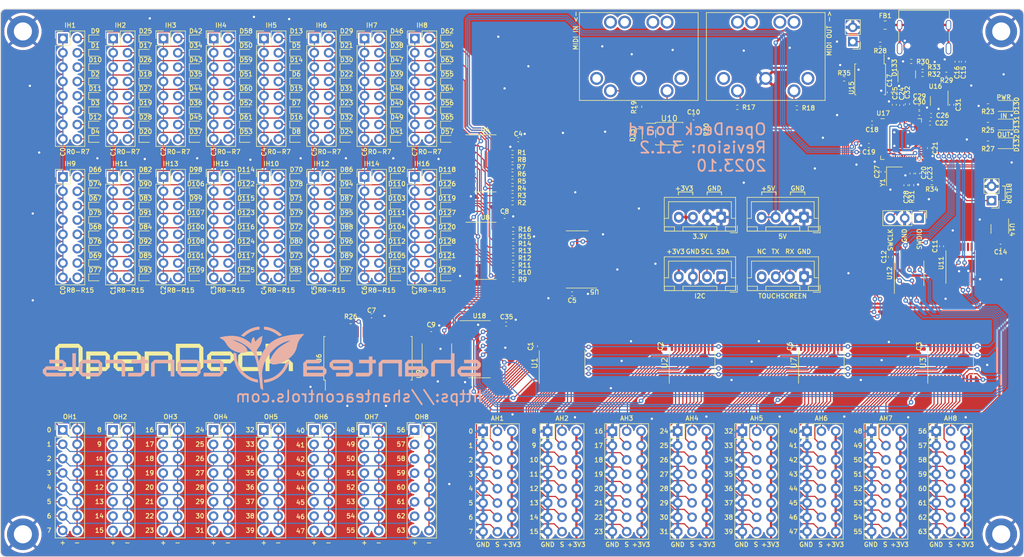
<source format=kicad_pcb>
(kicad_pcb (version 20221018) (generator pcbnew)
  (layers (0 "F.Cu" signal) (31 "B.Cu" signal) (34 "B.Paste" user) (35 "F.Paste" user) (36 "B.SilkS" user "B.Silkscreen") (37 "F.SilkS" user "F.Silkscreen") (38 "B.Mask" user) (39 "F.Mask" user) (44 "Edge.Cuts" user))
  (net 0 "")
  (net 1 "Net-(U17-XIN)")
  (net 2 "GND")
  (net 3 "+3V3")
  (net 4 "Net-(D1-K)")
  (net 5 "+5V")
  (net 6 "Net-(D2-K)")
  (net 7 "Net-(D3-K)")
  (net 8 "Net-(D4-K)")
  (net 14 "Net-(D5-K)")
  (net 15 "Net-(J1-Pad4)")
  (net 16 "Net-(J1-Pad5)")
  (net 17 "Net-(J2-Pad4)")
  (net 18 "Net-(D6-K)")
  (net 19 "Net-(D7-K)")
  (net 20 "Net-(D8-K)")
  (net 21 "Net-(D9-K)")
  (net 22 "Net-(D10-K)")
  (net 23 "Net-(D11-K)")
  (net 24 "Net-(D12-K)")
  (net 25 "Net-(D13-K)")
  (net 26 "Net-(D14-K)")
  (net 27 "Net-(D15-K)")
  (net 28 "Net-(D16-K)")
  (net 29 "Net-(D17-K)")
  (net 30 "Net-(D18-K)")
  (net 31 "Net-(D19-K)")
  (net 32 "Net-(D20-K)")
  (net 33 "Net-(D21-K)")
  (net 34 "Net-(D22-K)")
  (net 35 "Net-(D23-K)")
  (net 36 "Net-(D24-K)")
  (net 37 "Net-(D25-K)")
  (net 38 "Net-(D26-K)")
  (net 39 "Net-(D27-K)")
  (net 40 "Net-(D28-K)")
  (net 41 "Net-(D29-K)")
  (net 42 "Net-(D30-K)")
  (net 43 "Net-(D31-K)")
  (net 44 "Net-(D32-K)")
  (net 45 "Net-(D33-K)")
  (net 46 "Net-(D33-A)")
  (net 47 "Net-(D34-K)")
  (net 48 "Net-(D35-K)")
  (net 49 "Net-(D36-K)")
  (net 50 "Net-(D37-K)")
  (net 51 "Net-(D38-K)")
  (net 52 "Net-(D39-K)")
  (net 53 "Net-(D40-K)")
  (net 54 "Net-(D41-K)")
  (net 55 "Net-(D42-K)")
  (net 56 "Net-(D43-K)")
  (net 57 "Net-(D44-K)")
  (net 58 "Net-(D45-K)")
  (net 59 "Net-(D46-K)")
  (net 60 "Net-(D47-K)")
  (net 61 "Net-(D48-K)")
  (net 62 "Net-(D49-K)")
  (net 63 "Net-(D50-K)")
  (net 64 "Net-(D51-K)")
  (net 65 "Net-(D52-K)")
  (net 66 "Net-(D53-K)")
  (net 67 "Net-(D54-K)")
  (net 68 "Net-(D55-K)")
  (net 69 "Net-(D56-K)")
  (net 70 "Net-(D57-K)")
  (net 71 "Net-(D58-K)")
  (net 72 "Net-(D59-K)")
  (net 73 "Net-(D60-K)")
  (net 74 "Net-(D61-K)")
  (net 75 "Net-(D62-K)")
  (net 76 "Net-(D63-K)")
  (net 77 "Net-(D64-K)")
  (net 78 "Net-(D65-K)")
  (net 79 "Net-(D66-K)")
  (net 80 "Net-(D67-K)")
  (net 81 "Net-(D68-K)")
  (net 82 "Net-(D69-K)")
  (net 83 "Net-(D70-K)")
  (net 84 "Net-(D71-K)")
  (net 85 "Net-(D72-K)")
  (net 86 "Net-(D73-K)")
  (net 87 "Net-(D74-K)")
  (net 88 "Net-(D75-K)")
  (net 89 "Net-(D76-K)")
  (net 90 "Net-(D77-K)")
  (net 91 "Net-(D78-K)")
  (net 92 "Net-(D79-K)")
  (net 93 "Net-(D80-K)")
  (net 94 "Net-(D81-K)")
  (net 95 "Net-(D82-K)")
  (net 96 "Net-(D83-K)")
  (net 97 "Net-(D84-K)")
  (net 98 "Net-(D85-K)")
  (net 99 "Net-(D86-K)")
  (net 100 "Net-(D87-K)")
  (net 101 "Net-(D88-K)")
  (net 102 "Net-(D89-K)")
  (net 103 "Net-(D90-K)")
  (net 104 "Net-(D91-K)")
  (net 105 "Net-(D92-K)")
  (net 106 "Net-(D93-K)")
  (net 107 "Net-(D94-K)")
  (net 108 "Net-(D95-K)")
  (net 109 "Net-(D96-K)")
  (net 110 "Net-(D97-K)")
  (net 111 "Net-(D98-K)")
  (net 112 "Net-(D99-K)")
  (net 113 "Net-(D100-K)")
  (net 114 "Net-(D101-K)")
  (net 115 "Net-(D102-K)")
  (net 116 "Net-(D103-K)")
  (net 117 "Net-(D104-K)")
  (net 118 "Net-(D105-K)")
  (net 119 "Net-(D106-K)")
  (net 120 "Net-(D107-K)")
  (net 121 "Net-(D108-K)")
  (net 122 "Net-(D109-K)")
  (net 123 "Net-(D110-K)")
  (net 124 "Net-(D111-K)")
  (net 125 "Net-(D112-K)")
  (net 126 "Net-(D113-K)")
  (net 127 "Net-(D114-K)")
  (net 128 "Net-(D115-K)")
  (net 129 "Net-(D116-K)")
  (net 130 "Net-(D117-K)")
  (net 131 "Net-(D118-K)")
  (net 132 "Net-(D119-K)")
  (net 133 "Net-(D120-K)")
  (net 134 "Net-(D121-K)")
  (net 135 "Net-(D122-K)")
  (net 136 "Net-(D123-K)")
  (net 137 "Net-(D124-K)")
  (net 138 "Net-(D125-K)")
  (net 139 "Net-(D126-K)")
  (net 140 "Net-(D127-K)")
  (net 141 "Net-(D128-K)")
  (net 142 "Net-(D129-K)")
  (net 143 "Net-(D130-A)")
  (net 144 "Net-(D131-A)")
  (net 145 "Net-(D132-A)")
  (net 147 "/MIDI_TX")
  (net 148 "/MIDI_RX")
  (net 149 "/LEDs/LED_ROW_1")
  (net 150 "/LEDs/LED_COLUMN_1")
  (net 151 "/LEDs/LED_ROW_2")
  (net 152 "/LEDs/LED_ROW_3")
  (net 153 "/LEDs/LED_ROW_4")
  (net 154 "/LEDs/LED_ROW_5")
  (net 155 "/LEDs/LED_ROW_6")
  (net 156 "/LEDs/LED_ROW_7")
  (net 157 "/LEDs/LED_ROW_8")
  (net 158 "/LEDs/LED_COLUMN_2")
  (net 159 "/LEDs/LED_COLUMN_3")
  (net 160 "/LEDs/LED_COLUMN_4")
  (net 161 "/LEDs/LED_COLUMN_5")
  (net 162 "/LEDs/LED_COLUMN_6")
  (net 163 "/LEDs/LED_COLUMN_7")
  (net 164 "/LEDs/LED_COLUMN_8")
  (net 165 "/Buttons/Rows 0-7/BR_1")
  (net 166 "/Buttons/Rows 0-7/BR_3")
  (net 167 "/Buttons/Rows 0-7/BR_5")
  (net 168 "/Buttons/Rows 0-7/BR_7")
  (net 169 "/Buttons/Rows 0-7/BR_0")
  (net 170 "/Buttons/Rows 0-7/BR_2")
  (net 171 "/Buttons/Rows 0-7/BR_4")
  (net 172 "/Buttons/Rows 0-7/BR_6")
  (net 173 "/Buttons/Rows 8-15/BR_0")
  (net 174 "/Buttons/Rows 8-15/BR_2")
  (net 175 "/Buttons/Rows 8-15/BR_4")
  (net 176 "/Buttons/Rows 8-15/BR_6")
  (net 177 "/Buttons/Rows 8-15/BR_1")
  (net 178 "/Buttons/Rows 8-15/BR_3")
  (net 179 "/Buttons/Rows 8-15/BR_5")
  (net 180 "/Buttons/Rows 8-15/BR_7")
  (net 181 "+3.3VADC")
  (net 182 "Net-(J9-CC1)")
  (net 183 "/SPI_CLK")
  (net 185 "Net-(J9-CC2)")
  (net 187 "Net-(U6-ISET)")
  (net 188 "Net-(U17-XOUT)")
  (net 189 "/Buttons/BC_0")
  (net 190 "/Buttons/BC_1")
  (net 191 "/Buttons/BC_2")
  (net 192 "/Buttons/BC_3")
  (net 193 "/Buttons/BC_4")
  (net 194 "/Buttons/BC_5")
  (net 195 "/Buttons/BC_6")
  (net 196 "/Buttons/BC_7")
  (net 197 "/Buttons/SR_DAISY_OUT_1")
  (net 198 "/Buttons/Rows 8-15/SR_IN_DAISY")
  (net 199 "Net-(U17-USB_DP)")
  (net 200 "Net-(U17-USB_DM)")
  (net 201 "/SDA")
  (net 202 "/SCL")
  (net 203 "/MUX_S0")
  (net 204 "/MUX_S1")
  (net 205 "/MUX_S3")
  (net 206 "/MUX_S2")
  (net 207 "Net-(U17-RUN)")
  (net 208 "/TSCREEN_RX")
  (net 209 "/SR_IN_DATA")
  (net 210 "/SR_IN_LATCH")
  (net 211 "/DEC_DI_A0")
  (net 212 "/DEC_DI_A1")
  (net 213 "/DEC_DI_A2")
  (net 214 "/MAX7219_LOAD")
  (net 215 "/MAX7219_DIN")
  (net 216 "/TRAFFIC_IN")
  (net 217 "/TRAFFIC_OUT")
  (net 218 "/Analog/Multiplexer 1/A_IN_15")
  (net 219 "/Analog/Multiplexer 1/A_IN_14")
  (net 220 "/Analog/Multiplexer 1/A_IN_13")
  (net 221 "/Analog/Multiplexer 1/A_IN_12")
  (net 222 "/Analog/Multiplexer 1/A_IN_11")
  (net 223 "/Analog/Multiplexer 1/A_IN_10")
  (net 224 "/Analog/Multiplexer 1/A_IN_9")
  (net 225 "/Analog/Multiplexer 1/A_IN_8")
  (net 226 "/Analog/Multiplexer 1/A_IN_0")
  (net 227 "/Analog/Multiplexer 1/A_IN_1")
  (net 228 "/Analog/Multiplexer 1/A_IN_2")
  (net 229 "/Analog/Multiplexer 1/A_IN_3")
  (net 230 "/Analog/Multiplexer 1/A_IN_4")
  (net 231 "/Analog/Multiplexer 1/A_IN_5")
  (net 232 "/Analog/Multiplexer 1/A_IN_6")
  (net 233 "/Analog/Multiplexer 1/A_IN_7")
  (net 234 "/Analog/Multiplexer 2/A_IN_15")
  (net 235 "/Analog/Multiplexer 2/A_IN_14")
  (net 236 "/Analog/Multiplexer 2/A_IN_13")
  (net 237 "/Analog/Multiplexer 2/A_IN_12")
  (net 238 "/Analog/Multiplexer 2/A_IN_11")
  (net 239 "/Analog/Multiplexer 2/A_IN_10")
  (net 240 "/Analog/Multiplexer 2/A_IN_9")
  (net 241 "/Analog/Multiplexer 2/A_IN_8")
  (net 242 "/Analog/Multiplexer 2/A_IN_0")
  (net 243 "/Analog/Multiplexer 2/A_IN_1")
  (net 244 "/Analog/Multiplexer 2/A_IN_2")
  (net 245 "/Analog/Multiplexer 2/A_IN_3")
  (net 246 "/Analog/Multiplexer 2/A_IN_4")
  (net 247 "/Analog/Multiplexer 2/A_IN_5")
  (net 248 "/Analog/Multiplexer 2/A_IN_6")
  (net 249 "/Analog/Multiplexer 2/A_IN_7")
  (net 250 "/Analog/Multiplexer 3/A_IN_15")
  (net 251 "/Analog/Multiplexer 3/A_IN_14")
  (net 252 "/Analog/Multiplexer 3/A_IN_13")
  (net 253 "/Analog/Multiplexer 3/A_IN_12")
  (net 254 "/Analog/Multiplexer 3/A_IN_11")
  (net 255 "/Analog/Multiplexer 3/A_IN_10")
  (net 256 "/Analog/Multiplexer 3/A_IN_9")
  (net 257 "/Analog/Multiplexer 3/A_IN_8")
  (net 258 "/Analog/Multiplexer 3/A_IN_0")
  (net 259 "/Analog/Multiplexer 3/A_IN_1")
  (net 260 "/Analog/Multiplexer 3/A_IN_2")
  (net 261 "/Analog/Multiplexer 3/A_IN_3")
  (net 262 "/Analog/Multiplexer 3/A_IN_4")
  (net 263 "/Analog/Multiplexer 3/A_IN_5")
  (net 264 "/Analog/Multiplexer 3/A_IN_6")
  (net 265 "/Analog/Multiplexer 3/A_IN_7")
  (net 266 "/Analog/Multiplexer 4/A_IN_15")
  (net 267 "/Analog/Multiplexer 4/A_IN_14")
  (net 268 "/Analog/Multiplexer 4/A_IN_13")
  (net 269 "/Analog/Multiplexer 4/A_IN_12")
  (net 270 "/Analog/Multiplexer 4/A_IN_11")
  (net 271 "/Analog/Multiplexer 4/A_IN_10")
  (net 272 "/Analog/Multiplexer 4/A_IN_9")
  (net 273 "/Analog/Multiplexer 4/A_IN_8")
  (net 274 "/Analog/Multiplexer 4/A_IN_0")
  (net 275 "/Analog/Multiplexer 4/A_IN_1")
  (net 276 "/Analog/Multiplexer 4/A_IN_2")
  (net 277 "/Analog/Multiplexer 4/A_IN_3")
  (net 278 "/Analog/Multiplexer 4/A_IN_4")
  (net 279 "/Analog/Multiplexer 4/A_IN_5")
  (net 280 "/Analog/Multiplexer 4/A_IN_6")
  (net 281 "/Analog/Multiplexer 4/A_IN_7")
  (net 291 "+1V1")
  (net 292 "Net-(U6-DIN)")
  (net 293 "Net-(C28-Pad2)")
  (net 294 "/USB_DP")
  (net 295 "/USB_DM")
  (net 296 "Net-(U6-LOAD)")
  (net 297 "Net-(U6-CLK)")
  (net 298 "/QSPI_CS")
  (net 299 "/~{USB_BOOT}")
  (net 303 "/QSPI_IO1")
  (net 304 "/QSPI_IO2")
  (net 305 "/QSPI_IO0")
  (net 306 "/QSPI_CLK")
  (net 307 "/QSPI_IO3")
  (net 309 "/SWCLK")
  (net 310 "/SWD")
  (net 312 "Net-(U18-S0)")
  (net 313 "Net-(U18-S1)")
  (net 316 "Net-(FB1-Pad2)")
  (net 317 "/BTLDR")
  (net 321 "/Analog/MUX_COMMON_1")
  (net 322 "/Analog/MUX_COMMON_2")
  (net 323 "/Analog/MUX_COMMON_4")
  (net 324 "/Analog/MUX_COMMON_3")
  (net 325 "/MUX_COMMON")
  (net 326 "/MUX_SEL1")
  (net 327 "/MUX_SEL0")
  (net 329 "/TSCREEN_TX")
  (net 332 "/Analog/MUX_S0_5V")
  (net 333 "/Analog/MUX_S1_5V")
  (net 334 "/Analog/MUX_S3_5V")
  (net 335 "/Analog/MUX_S2_5V")
  (footprint "Diode_SMD:D_SOD-523" (layer "F.Cu") (at 142.24 36.322)
    (fp_text reference "D30")
    (fp_text value "1N4148WT")
  )
  (footprint "Diode_SMD:D_SOD-523" (layer "F.Cu") (at 133.35 36.322)
    (fp_text reference "D14")
    (fp_text value "1N4148WT")
  )
  (footprint "Diode_SMD:D_SOD-523" (layer "F.Cu") (at 124.46 46.482)
    (fp_text reference "D61")
    (fp_text value "1N4148WT")
  )
  (footprint "Diode_SMD:D_SOD-523" (layer "F.Cu") (at 115.57 46.482)
    (fp_text reference "D45")
    (fp_text value "1N4148WT")
  )
  (footprint "Capacitor_SMD:C_0402_1005Metric" (layer "F.Cu") (at 241.4016 42.8498 90)
    (fp_text reference "C32")
    (fp_text value "100n")
  )
  (footprint "igor_footprint_lib:3x08" (layer "F.Cu") (at 166.365 100.775)
    (fp_text reference "AH1")
    (fp_text value "3x08" hide)
  )
  (footprint "Diode_SMD:D_SOD-523" (layer "F.Cu") (at 133.35 65.913)
    (fp_text reference "D72")
    (fp_text value "1N4148WT")
  )
  (footprint "LED_SMD:LED_0805_2012Metric" (layer "F.Cu") (at 258.445 43.18 180)
    (fp_text reference "D130")
    (fp_text value "Red")
  )
  (footprint "Resistor_SMD:R_0402_1005Metric" (layer "F.Cu") (at 171.704 68.834)
    (fp_text reference "R13")
    (fp_text value "4.7k")
  )
  (footprint "MountingHole:MountingHole_3.2mm_M3_DIN965_Pad" (layer "F.Cu") (at 258 30)
    (fp_text reference "H3" hide)
    (fp_text value "MountingHole_Pad" hide)
  )
  (footprint "Diode_SMD:D_SOD-523" (layer "F.Cu") (at 142.24 31.242)
    (fp_text reference "D29")
    (fp_text value "1N4148WT")
  )
  (footprint "Diode_SMD:D_SOD-523" (layer "F.Cu") (at 106.68 46.482)
    (fp_text reference "D28")
    (fp_text value "1N4148WT")
  )
  (footprint "Diode_SMD:D_SOD-523" (layer "F.Cu") (at 160.02 33.782)
    (fp_text reference "D54")
    (fp_text value "1N4148WT")
  )
  (footprint "Connector_JST:JST_XH_B4B-XH-A_1x04_P2.50mm_Vertical" (layer "F.Cu") (at 208.474 73.406 180)
    (fp_text reference "J6" hide)
    (fp_text value "Conn_01x04" hide)
  )
  (footprint "Resistor_SMD:R_0402_1005Metric" (layer "F.Cu") (at 171.704 67.564)
    (fp_text reference "R14")
    (fp_text value "4.7k")
  )
  (footprint "Connector_PinHeader_2.54mm:PinHeader_1x02_P2.54mm_Vertical" (layer "F.Cu") (at 256.286 59.944 180)
    (fp_text reference "J5" hide)
    (fp_text value "Conn_01x02" hide)
  )
  (footprint "Resistor_SMD:R_0402_1005Metric" (layer "F.Cu") (at 171.577 59.06564)
    (fp_text reference "R3")
    (fp_text value "4.7k")
  )
  (footprint "Capacitor_SMD:C_0402_1005Metric" (layer "F.Cu") (at 243.225 55.15 90)
    (fp_text reference "C23")
    (fp_text value "100n")
  )
  (footprint "Diode_SMD:D_SOD-523" (layer "F.Cu") (at 160.02 38.862)
    (fp_text reference "D55")
    (fp_text value "1N4148WT")
  )
  (footprint "Capacitor_SMD:C_0402_1005Metric" (layer "F.Cu") (at 235.1532 46.228 180)
    (fp_text reference "C18")
    (fp_text value "100n")
  )
  (footprint "Diode_SMD:D_SOD-523" (layer "F.Cu") (at 124.46 36.322)
    (fp_text reference "D59")
    (fp_text value "1N4148WT")
  )
  (footprint "Resistor_SMD:R_0402_1005Metric" (layer "F.Cu") (at 171.577 57.79564)
    (fp_text reference "R4")
    (fp_text value "4.7k")
  )
  (footprint "Diode_SMD:D_SOD-523" (layer "F.Cu") (at 97.79 73.533)
    (fp_text reference "D77")
    (fp_text value "1N4148WT")
  )
  (footprint "Resistor_SMD:R_0402_1005Metric" (layer "F.Cu") (at 204.7 47.4 -90)
    (fp_text reference "R20")
    (fp_text value "4.7k")
  )
  (footprint "Diode_SMD:D_SOD-523" (layer "F.Cu") (at 106.68 31.242)
    (fp_text reference "D25")
    (fp_text value "1N4148WT")
  )
  (footprint "Connector_JST:JST_XH_B4B-XH-A_1x04_P2.50mm_Vertical" (layer "F.Cu") (at 223.123 62.882 180)
    (fp_text reference "J8" hide)
    (fp_text value "Conn_01x04" hide)
  )
  (footprint "Diode_SMD:D_SOD-523" (layer "F.Cu") (at 106.68 70.993)
    (fp_text reference "D85")
    (fp_text value "1N4148WT")
  )
  (footprint "igor_footprint_lib:DIN5" (layer "F.Cu") (at 208.908 38.313)
    (fp_text reference "J1" hide)
    (fp_text value "DIN-5" hide)
  )
  (footprint "Diode_SMD:D_SOD-523" (layer "F.Cu") (at 97.79 70.993)
    (fp_text reference "D69")
    (fp_text value "1N4148WT")
  )
  (footprint "Diode_SMD:D_SOD-523" (layer "F.Cu") (at 160.02 65.913)
    (fp_text reference "D120")
    (fp_text value "1N4148WT")
  )
  (footprint "Diode_SMD:D_SOD-523" (layer "F.Cu") (at 106.68 43.942)
    (fp_text reference "D19")
    (fp_text value "1N4148WT")
  )
  (footprint "Diode_SMD:D_SOD-523" (layer "F.Cu") (at 106.68 36.322)
    (fp_text reference "D26")
    (fp_text value "1N4148WT")
  )
  (footprint "Capacitor_SMD:C_0402_1005Metric" (layer "F.Cu") (at 250.19 35.3568 90)
    (fp_text reference "C16")
    (fp_text value "100n")
  )
  (footprint "Diode_SMD:D_SOD-523" (layer "F.Cu") (at 133.35 41.402)
    (fp_text reference "D15")
    (fp_text value "1N4148WT")
  )
  (footprint "igor_footprint_lib:3x08" (layer "F.Cu") (at 223.652 100.745)
    (fp_text reference "AH6")
    (fp_text value "3x08" hide)
  )
  (footprint "Connector_PinHeader_2.54mm:PinHeader_2x08_P2.54mm_Vertical" (layer "F.Cu") (at 100.930596 100.545916)
    (fp_text reference "OH2")
    (fp_text value "Conn_02x08_Top_Bottom" hide)
  )
  (footprint "Resistor_SMD:R_0402_1005Metric" (layer "F.Cu") (at 171.577 53.98564)
    (fp_text reference "R7")
    (fp_text value "4.7k")
  )
  (footprint "Diode_SMD:D_SOD-523" (layer "F.Cu") (at 124.46 33.782)
    (fp_text reference "D50")
    (fp_text value "1N4148WT")
  )
  (footprint "Connector_JST:JST_XH_B4B-XH-A_1x04_P2.50mm_Vertical" (layer "F.Cu") (at 223.139 73.406 180)
    (fp_text reference "J3" hide)
    (fp_text value "Conn_01x04" hide)
  )
  (footprint "Capacitor_SMD:C_0402_1005Metric" (layer "F.Cu") (at 238.2012 40.7924 90)
    (fp_text reference "C17")
    (fp_text value "100n")
  )
  (footprint "Capacitor_SMD:C_0402_1005Metric" (layer "F.Cu") (at 243.5098 44.4754)
    (fp_text reference "C30")
    (fp_text value "1u")
  )
  (footprint "Diode_SMD:D_SOD-523" (layer "F.Cu") (at 151.13 68.453)
    (fp_text reference "D112")
    (fp_text value "1N4148WT")
  )
  (footprint "Capacitor_SMD:C_0402_1005Metric" (layer "F.Cu") (at 172.593 49.15964 180)
    (fp_text reference "C4")
    (fp_text value "100n")
  )
  (footprint "Capacitor_SMD:C_0402_1005Metric" (layer "F.Cu") (at 249.25 42.975 -90)
    (fp_text reference "C31")
    (fp_text value "1u")
  )
  (footprint "Connector_PinHeader_2.54mm:PinHeader_2x08_P2.54mm_Vertical" (layer "F.Cu") (at 92.075 55.753)
    (fp_text reference "IH9")
    (fp_text value "Conn_02x08_Top_Bottom")
  )
  (footprint "Resistor_SMD:R_0402_1005Metric" (layer "F.Cu") (at 248.285 37.592)
    (fp_text reference "R29")
    (fp_text value "5.1k")
  )
  (footprint "Diode_SMD:D_SOD-523" (layer "F.Cu") (at 133.35 58.293)
    (fp_text reference "D78")
    (fp_text value "1N4148WT")
  )
  (footprint "Resistor_SMD:R_0402_1005Metric" (layer "F.Cu") (at 171.577 55.25564)
    (fp_text reference "R6")
    (fp_text value "4.7k")
  )
  (footprint "Connector_PinHeader_2.54mm:PinHeader_2x08_P2.54mm_Vertical" (layer "F.Cu") (at 109.855 55.753)
    (fp_text reference "IH13")
    (fp_text value "Conn_02x08_Top_Bottom")
  )
  (footprint "Diode_SMD:D_SOD-523" (layer "F.Cu") (at 133.35 55.753)
    (fp_text reference "D70")
    (fp_text value "1N4148WT")
  )
  (footprint "Connector_PinHeader_2.54mm:PinHeader_1x03_P2.54mm_Vertical" (layer "F.Cu") (at 243.4694 63.0428 -90)
    (fp_text reference "J10" hide)
    (fp_text value "Conn_01x03")
  )
  (footprint "Resistor_SMD:R_0402_1005Metric" (layer "F.Cu") (at 171.577 52.71564)
    (fp_text reference "R8")
    (fp_text value "4.7k")
  )
  (footprint "Diode_SMD:D_SOD-523" (layer "F.Cu") (at 151.13 36.322)
    (fp_text reference "D47")
    (fp_text value "1N4148WT")
  )
  (footprint "Diode_SMD:D_SOD-523" (layer "F.Cu") (at 97.79 49.022)
    (fp_text reference "D4")
    (fp_text value "1N4148WT")
  )
  (footprint "Diode_SMD:D_SOD-523" (layer "F.Cu") (at 97.79 31.242)
    (fp_text reference "D9")
    (fp_text value "1N4148WT")
  )
  (footprint "Capacitor_SMD:C_0402_1005Metric" (layer "F.Cu") (at 234.5944 50.1904 180)
    (fp_text reference "C19")
    (fp_text value "100n")
  )
  (footprint "Diode_SMD:D_SOD-523" (layer "F.Cu") (at 115.57 70.993)
    (fp_text reference "D101")
    (fp_text value "1N4148WT")
  )
  (footprint "Connector_PinHeader_2.54mm:PinHeader_2x08_P2.54mm_Vertical" (layer "F.Cu") (at 136.525 31.242)
    (fp_text reference "IH6")
    (fp_text value "Conn_02x08_Top_Bottom")
  )
  (footprint "Resistor_SMD:R_0402_1005Metric" (layer "F.Cu") (at 171.704 70.104)
    (fp_text reference "R12")
    (fp_text value "4.7k")
  )
  (footprint "Package_SO:SOIC-8_5.23x5.23mm_P1.27mm" (layer "F.Cu") (at 234.823 38.481 -90)
    (fp_text reference "U15")
    (fp_text value "W25Q128JVS")
  )
  (footprint "Connector_PinHeader_2.54mm:PinHeader_2x08_P2.54mm_Vertical" (layer "F.Cu") (at 109.855 31.242)
    (fp_text reference "IH3")
    (fp_text value "Conn_02x08_Top_Bottom")
  )
  (footprint "MountingHole:MountingHole_3.2mm_M3_DIN965_Pad" (layer "F.Cu") (at 258 119)
    (fp_text reference "H2" hide)
    (fp_text value "MountingHole_Pad" hide)
  )
  (footprint "Capacitor_SMD:C_0402_1005Metric" (layer "F.Cu") (at 243.5098 43.4848 180)
    (fp_text reference "C29")
    (fp_text value "1u")
  )
  (footprint "Diode_SMD:D_SOD-523" (layer "F.Cu") (at 97.79 41.402)
    (fp_text reference "D11")
    (fp_text value "1N4148WT")
  )
  (footprint "Diode_SMD:D_SOD-523" (layer "F.Cu") (at 160.02 63.373)
    (fp_text reference "D127")
    (fp_text value "1N4148WT")
  )
  (footprint "LED_SMD:LED_0805_2012Metric" (layer "F.Cu") (at 258.445 49.784 180)
    (fp_text reference "D132")
    (fp_text value "Blue")
  )
  (footprint "Diode_SMD:D_SOD-523" (layer "F.Cu") (at 106.68 73.533)
    (fp_text reference "D93")
    (fp_text value "1N4148WT")
  )
  (footprint "Diode_SMD:D_SOD-523" (layer "F.Cu") (at 115.57 73.533)
    (fp_text reference "D109")
    (fp_text value "1N4148WT")
  )
  (footprint "Diode_SMD:D_SOD-523" (layer "F.Cu") (at 124.46 60.833)
    (fp_text reference "D115")
    (fp_text value "1N4148WT")
  )
  (footprint "Diode_SMD:D_SOD-523" (layer "F.Cu") (at 160.02 60.833)
    (fp_text reference "D119")
    (fp_text value "1N4148WT")
  )
  (footprint "Connector_PinHeader_2.54mm:PinHeader_2x08_P2.54mm_Vertical" (layer "F.Cu") (at 100.965 55.753)
    (fp_text reference "IH11")
    (fp_text value "Conn_02x08_Top_Bottom")
  )
  (footprint "Package_SO:SO-16_3.9x9.9mm_P1.27mm" (layer "F.Cu") (at 166.751 68.834)
    (fp_text reference "U8")
    (fp_text value "74HC165")
  )
  (footprint "Resistor_SMD:R_0402_1005Metric" (layer "F.Cu") (at 171.577 51.44564)
    (fp_text reference "R1")
    (fp_text value "4.7k")
  )
  (footprint "Crystal:Crystal_SMD_2520-4Pin_2.5x2.0mm" (layer "F.Cu") (at 239.1156 55.65 -90)
    (fp_text reference "Y1")
    (fp_text value "12MHz")
  )
  (footprint "Diode_SMD:D_SOD-523" (layer "F.Cu") (at 151.13 41.402)
    (fp_text reference "D48")
    (fp_text value "1N4148WT")
  )
  (footprint "Diode_SMD:D_SOD-523" (layer "F.Cu") (at 124.46 55.753)
    (fp_text reference "D114")
    (fp_text value "1N4148WT")
  )
  (footprint "Package_TO_SOT_SMD:SOT-23-5" (layer "F.Cu") (at 257.749 64.96275 -90)
    (fp_text reference "U14")
    (fp_text value "SPX3819M5")
  )
  (footprint "Capacitor_SMD:C_0402_1005Metric" (layer "F.Cu") (at 245.3132 50.6476 -90)
    (fp_text reference "C21")
    (fp_text value "100n")
  )
  (footprint "Capacitor_SMD:C_0402_1005Metric" (layer "F.Cu") (at 182.118 76.454 180)
    (fp_text reference "C5")
    (fp_text value "100n")
  )
  (footprint "Capacitor_SMD:C_0402_1005Metric" (layer "F.Cu") (at 238.4044 69.9008 90)
    (fp_text reference "C12")
    (fp_text value "100n")
  )
  (footprint "Package_SO:TSSOP-14_4.4x5mm_P0.65mm" (layer "F.Cu") (at 250.825 70.993 90)
    (fp_text reference "U11")
    (fp_text value "74HCT125")
  )
  (footprint "Diode_SMD:D_SOD-523" (layer "F.Cu") (at 106.68 33.782)
    (fp_text reference "D17")
    (fp_text value "1N4148WT")
  )
  (footprint "Connector_PinHeader_2.54mm:PinHeader_2x08_P2.54mm_Vertical" (layer "F.Cu") (at 136.490596 100.545916)
    (fp_text reference "OH6")
    (fp_text value "Conn_02x08_Top_Bottom")
  )
  (footprint "Capacitor_SMD:C_0402_1005Metric" (layer "F.Cu") (at 157.196 82.765916 180)
    (fp_text reference "C9")
    (fp_text value "100n")
  )
  (footprint "Diode_SMD:D_SOD-523" (layer "F.Cu") (at 124.46 41.402)
    (fp_text reference "D60")
    (fp_text value "1N4148WT")
  )
  (footprint "Connector_PinHeader_2.54mm:PinHeader_2x08_P2.54mm_Vertical" (layer "F.Cu") (at 92.075 31.242)
    (fp_text reference "IH1")
    (fp_text value "Conn_02x08_Top_Bottom")
  )
  (footprint "Connector_PinHeader_2.54mm:PinHeader_2x08_P2.54mm_Vertical" (layer "F.Cu") (at 92.040596 100.530916)
    (fp_text reference "OH1")
    (fp_text value "Conn_02x08_Top_Bottom" hide)
  )
  (footprint "Resistor_SMD:R_0402_1005Metric" (layer "F.Cu") (at 171.704 66.294)
    (fp_text reference "R15")
    (fp_text value "4.7k")
  )
  (footprint "Diode_SMD:D_SOD-523" (layer "F.Cu") (at 133.35 73.533)
    (fp_text reference "D81")
    (fp_text value "1N4148WT")
  )
  (footprint "Package_SO:TSSOP-14_4.4x5mm_P0.65mm" (layer "F.Cu") (at 241.7064 72.7964 90)
    (fp_text reference "U12")
    (fp_text value "74HCT125")
  )
  (footprint "Resistor_SMD:R_0402_1005Metric" (layer "F.Cu") (at 171.704 73.914)
    (fp_text reference "R9")
    (fp_text value "4.7k")
  )
  (footprint "LED_SMD:LED_0805_2012Metric" (layer "F.Cu") (at 258.445 46.482 180)
    (fp_text reference "D131")
    (fp_text value "Green")
  )
  (footprint "Diode_SMD:D_SOD-523" (layer "F.Cu") (at 115.57 65.913)
    (fp_text reference "D100")
    (fp_text value "1N4148WT")
  )
  (footprint "Diode_SMD:D_SOD-523" (layer "F.Cu") (at 160.02 41.402)
    (fp_text reference "D64")
    (fp_text value "1N4148WT")
  )
  (footprint "Diode_SMD:D_SOD-523" (layer "F.Cu") (at 193.929 48.387 -90)
    (fp_text reference "D33")
    (fp_text value "1N4148WT")
  )
  (footprint "Resistor_SMD:R_0402_1005Metric" (layer "F.Cu") (at 171.704 71.374)
    (fp_text reference "R11")
    (fp_text value "4.7k")
  )
  (footprint "Package_SO:TSSOP-14_4.4x5mm_P0.65mm" (layer "F.Cu") (at 158.212 87.464916 90)
    (fp_text reference "U9")
    (fp_text value "74HCT125")
  )
  (footprint "Diode_SMD:D_SOD-523" (layer "F.Cu") (at 97.79 63.373)
    (fp_text reference "D75")
    (fp_text value "1N4148WT")
  )
  (footprint "Resistor_SMD:R_0402_1005Metric" (layer "F.Cu") (at 242.15 57.2008 90)
    (fp_text reference "R31")
    (fp_text value "1k")
  )
  (footprint "Diode_SMD:D_SOD-523" (layer "F.Cu") (at 151.13 60.833)
    (fp_text reference "D103")
    (fp_text value "1N4148WT")
  )
  (footprint "Diode_SMD:D_SOD-523" (layer "F.Cu") (at 106.68 38.862)
    (fp_text reference "D18")
    (fp_text value "1N4148WT")
  )
  (footprint "Diode_SMD:D_SOD-523" (layer "F.Cu") (at 151.13 58.293)
    (fp_text reference "D110")
    (fp_text value "1N4148WT")
  )
  (footprint "Diode_SMD:D_SOD-523" (layer "F.Cu") (at 160.02 58.293)
    (fp_text reference "D126")
    (fp_text value "1N4148WT")
  )
  (footprint "Diode_SMD:D_SOD-523" (layer "F.Cu") (at 115.57 33.782)
    (fp_text reference "D34")
    (fp_text value "1N4148WT")
  )
  (footprint "Diode_SMD:D_SOD-523" (layer "F.Cu") (at 160.02 36.322)
    (fp_text reference "D63")
    (fp_text value "1N4148WT")
  )
  (footprint "Diode_SMD:D_SOD-523" (layer "F.Cu") (at 124.46 43.942)
    (fp_text reference "D52")
    (fp_text value "1N4148WT")
  )
  (footprint "Package_SO:SOIC-16_3.9x9.9mm_P1.27mm" (layer "F.Cu") (at 165.725 86.25)
    (fp_text reference "U18")
    (fp_text value "4051")
  )
  (footprint "Diode_SMD:D_SOD-523" (layer "F.Cu") (at 106.68 63.373)
    (fp_text reference "D91")
    (fp_text value "1N4148WT")
  )
  (footprint "Diode_SMD:D_SOD-523" (layer "F.Cu") (at 133.35 43.942)
    (fp_text reference "D7")
    (fp_text value "1N4148WT")
  )
  (footprint "Diode_SMD:D_SOD-523" (layer "F.Cu") (at 160.02 55.753)
    (fp_text reference "D118")
    (fp_text value "1N4148WT")
  )
  (footprint "Package_SO:TSSOP-24_4.4x7.8mm_P0.65mm" (layer "F.Cu") (at 249.047 88.68 90)
    (fp_text reference "U3")
    (fp_text value "74HC4067")
  )
  (footprint "Package_SO:SOIC-24W_7.5x15.4mm_P1.27mm" (layer "F.Cu") (at 146.02 87.845916 90)
    (fp_text reference "U6")
    (fp_text value "MAX7219")
  )
  (footprint "Diode_SMD:D_SOD-523" (layer "F.Cu") (at 142.24 38.862)
    (fp_text reference "D22")
    (fp_text value "1N4148WT")
  )
  (footprint "Connector_JST:JST_XH_B4B-XH-A_1x04_P2.50mm_Vertical" (layer "F.Cu") (at 208.474 62.882 180)
    (fp_text reference "J7" hide)
    (fp_text value "Conn_01x04" hide)
  )
  (footprint "Diode_SMD:D_SOD-523" (layer "F.Cu") (at 115.57 68.453)
    (fp_text reference "D108")
    (fp_text value "1N4148WT")
  )
  (footprint "Resistor_SMD:R_0402_1005Metric" (layer "F.Cu") (at 221.862 43.52)
    (fp_text reference "R18")
    (fp_text value "10")
  )
  (footprint "Resistor_SMD:R_0402_1005Metric" (layer "F.Cu") (at 245.75 56.775 180)
    (fp_text reference "R34")
    (fp_text value "10k")
  )
  (footprint "Capacitor_SMD:C_0402_1005Metric" (layer "F.Cu") (at 244.348 85.725 90)
    (fp_text reference "C3")
    (fp_text value "100n")
  )
  (footprint "igor_footprint_lib:3x08" (layer "F.Cu") (at 246.507 100.745)
    (fp_text reference "AH8")
    (fp_text value "3x08" hide)
  )
  (footprint "Diode_SMD:D_SOD-523" (layer "F.Cu") (at 115.57 31.242)
    (fp_text reference "D42")
    (fp_text value "1N4148WT")
  )
  (footprint "Diode_SMD:D_SOD-523" (layer "F.Cu") (at 151.13 31.242)
    (fp_text reference "D46")
    (fp_text value "1N4148WT")
  )
  (footprint "Diode_SMD:D_SOD-523" (layer "F.Cu") (at 115.57 55.753)
    (fp_text reference "D98")
    (fp_text value "1N4148WT")
  )
  (footprint "Diode_SMD:D_SOD-523" (layer "F.Cu") (at 106.68 55.753)
    (fp_text reference "D82")
    (fp_text value "1N4148WT")
  )
  (footprint "Capacitor_SMD:C_0402_1005Metric" (layer "F.Cu") (at 247.4468 68.0212 90)
    (fp_text reference "C11")
    (fp_text value "100n")
  )
  (footprint "Diode_SMD:D_SOD-523" (layer "F.Cu") (at 133.35 70.993)
    (fp_text reference "D73")
    (fp_text value "1N4148WT")
  )
  (footprint "Package_SO:TSSOP-24_4.4x7.8mm_P0.65mm" (layer "F.Cu") (at 203.332 88.68 90)
    (fp_text reference "U2")
    (fp_text value "74HC4067")
  )
  (footprint "Connector_PinHeader_2.54mm:PinHeader_2x08_P2.54mm_Vertical" (layer "F.Cu") (at 136.525 55.753)
    (fp_text reference "IH12")
    (fp_text value "Conn_02x08_Top_Bottom")
  )
  (footprint "Diode_SMD:D_SOD-523" (layer "F.Cu") (at 151.13 38.862)
    (fp_text reference "D39")
    (fp_text value "1N4148WT")
  )
  (footprint "Diode_SMD:D_SOD-523" (layer "F.Cu") (at 115.57 38.862)
    (fp_text reference "D35")
    (fp_text value "1N4148WT")
  )
  (footprint "Package_DFN_QFN:QFN-56-1EP_7x7mm_P0.4mm_EP3.2x3.2mm" (layer "F.Cu") (at 240.2925 49.057)
    (fp_text reference "U17")
    (fp_text value "RP2040")
  )
  (footprint "Diode_SMD:D_SOD-523" (layer "F.Cu") (at 142.24 49.022)
    (fp_text reference "D24")
    (fp_text value "1N4148WT")
  )
  (footprint "Capacitor_SMD:C_0402_1005Metric" (layer "F.Cu") (at 241.15 57.2262 -90)
    (fp_text reference "C28")
    (fp_text value "16p")
  )
  (footprint "Diode_SMD:D_SOD-523" (layer "F.Cu") (at 142.24 41.402)
    (fp_text reference "D31")
    (fp_text value "1N4148WT")
  )
  (footprint "Package_TO_SOT_SMD:SOT-143" (layer "F.Cu") (at 241.3 37.592 90)
    (fp_text reference "D133")
    (fp_text value "PRTR5V0U2X")
  )
  (footprint "Diode_SMD:D_SOD-523" (layer "F.Cu") (at 133.35 60.833)
    (fp_text reference "D71")
    (fp_text value "1N4148WT")
  )
  (footprint "Diode_SMD:D_SOD-523" (layer "F.Cu") (at 151.13 73.533)
    (fp_text reference "D113")
    (fp_text value "1N4148WT")
  )
  (footprint "Diode_SMD:D_SOD-523" (layer "F.Cu") (at 124.46 31.242)
    (fp_text reference "D58")
    (fp_text value "1N4148WT")
  )
  (footprint "Connector_PinHeader_2.54mm:PinHeader_2x08_P2.54mm_Vertical" (layer "F.Cu") (at 145.415 31.242)
    (fp_text reference "IH7")
    (fp_text value "Conn_02x08_Top_Bottom")
  )
  (footprint "Package_SO:TSSOP-24_4.4x7.8mm_P0.65mm" (layer "F.Cu") (at 226.192 88.68 90)
    (fp_text reference "U7")
    (fp_text value "74HC4067")
  )
  (footprint "Package_TO_SOT_SMD:SOT-23-5" (layer "F.Cu") (at 247.025 42.3164 -90)
    (fp_text reference "U16")
    (fp_text value "SPX3819M5")
  )
  (footprint "Diode_SMD:D_SOD-523" (layer "F.Cu") (at 160.02 46.482)
    (fp_text reference "D65")
    (fp_text value "1N4148WT")
  )
  (footprint "Diode_SMD:D_SOD-523" (layer "F.Cu") (at 142.24 70.993)
    (fp_text reference "D89")
    (fp_text value "1N4148WT")
  )
  (footprint "Diode_SMD:D_SOD-523" (layer "F.Cu") (at 115.57 49.022)
    (fp_text reference "D37")
    (fp_text value "1N4148WT")
  )
  (footprint "Diode_SMD:D_SOD-523" (layer "F.Cu") (at 97.79 46.482)
    (fp_text reference "D12")
    (fp_text value "1N4148WT")
  )
  (footprint "Capacitor_SMD:C_0402_1005Metric" (layer "F.Cu") (at 203.6 45.3 180)
    (fp_text reference "C10")
    (fp_text value "100n")
  )
  (footprint "Capacitor_SMD:C_0402_1005Metric" (layer "F.Cu") (at 240.411 43.053 90)
    (fp_text reference "C24")
    (fp_text value "100n")
  )
  (footprint "Connector_PinHeader_2.54mm:PinHeader_2x08_P2.54mm_Vertical" (layer "F.Cu") (at 127.635 31.242)
    (fp_text reference "IH5")
    (fp_text value "Conn_02x08_Top_Bottom")
  )
  (footprint "Capacitor_SMD:C_0402_1005Metric" (layer "F.Cu") (at 242.225 55.15 -90)
    (fp_text reference "C20")
    (fp_text value "100n")
  )
  (footprint "igor_footprint_lib:DIN5" (layer "F.Cu") (at 186.458 38.313)
    (fp_text reference "J2" hide)
    (fp_text value "DIN-5" hide)
  )
  (footprint "Package_SO:SO-16_3.9x9.9mm_P1.27mm" (layer "F.Cu") (at 166.751 53.35064)
    (fp_text reference "U4")
    (fp_text value "74HC165")
  )
  (footprint "Diode_SMD:D_SOD-523" (layer "F.Cu") (at 133.35 68.453)
    (fp_text reference "D80")
    (fp_text value "1N4148WT")
  )
  (footprint "Diode_SMD:D_SOD-523" (layer "F.Cu") (at 97.79 60.833)
    (fp_text reference "D67")
    (fp_text value "1N4148WT")
  )
  (footprint "Diode_SMD:D_SOD-523" (layer "F.Cu") (at 133.35 38.862)
    (fp_text reference "D6")
    (fp_text value "1N4148WT")
  )
  (footprint "Capacitor_SMD:C_0402_1005Metric" (layer "F.Cu") (at 245.4148 46.228)
    (fp_text reference "C22")
    (fp_text value "100n")
  )
  (footprint "Diode_SMD:D_SOD-523" (layer "F.Cu") (at 142.24 33.782)
    (fp_text reference "D21")
    (fp_text value "1N4148WT")
  )
  (footprint "Connector_PinHeader_2.54mm:PinHeader_2x08_P2.54mm_Vertical" (layer "F.Cu") (at 145.415 55.753)
    (fp_text reference "IH14")
    (fp_text value "Conn_02x08_Top_Bottom")
  )
  (footprint "Diode_SMD:D_SOD-523" (layer "F.Cu") (at 124.46 49.022)
    (fp_text reference "D53")
    (fp_text value "1N4148WT")
  )
  (footprint "Diode_SMD:D_SOD-523" (layer "F.Cu") (at 142.24 46.482)
    (fp_text reference "D32")
    (fp_text value "1N4148WT")
  )
  (footprint "Resistor_SMD:R_0402_1005Metric" (layer "F.Cu") (at 244.094 36.322)
    (fp_text reference "R33")
    (fp_text value "27")
  )
  (footprint "Connector_PinHeader_2.54mm:PinHeader_2x08_P2.54mm_Vertical" (layer "F.Cu") (at 109.820596 100.545916)
    (fp_text reference "OH3")
    (fp_text value "Conn_02x08_Top_Bottom" hide)
  )
  (footprint "Package_SO:TSSOP-24_4.4x7.8mm_P0.65mm" (layer "F.Cu") (at 180.34 88.695 90)
    (fp_text reference "U1")
    (fp_text value "74HC4067")
  )
  (footprint "Capacitor_SMD:C_0402_1005Metric" (layer "F.Cu") (at 245.5926 44.8818)
    (fp_text reference "C26")
    (fp_text value "100n")
  )
  (footprint "Diode_SMD:D_SOD-523" (layer "F.Cu") (at 151.13 49.022)
    (fp_text reference "D41")
    (fp_text value "1N4148WT")
  )
  (footprint "Resistor_SMD:R_0402_1005Metric" (layer "F.Cu") (at 142.974 81.353916)
    (fp_text reference "R26")
    (fp_text value "10k")
  )
  (footprint "Connector_PinHeader_2.54mm:PinHeader_2x08_P2.54mm_Vertical" (layer "F.Cu") (at 118.745 31.242)
    (fp_text reference "IH4")
    (fp_text value "Conn_02x08_Top_Bottom")
  )
  (footprint "Diode_SMD:D_SOD-523" (layer "F.Cu") (at 142.24 68.453)
    (fp_text reference "D96")
    (fp_text value "1N4148WT")
  )
  (footprint "Resistor_SMD:R_0402_1005Metric" (layer "F.Cu") (at 255.651 49.784)
    (fp_text reference "R27")
    (fp_text value "1k")
  )
  (footprint "Diode_SMD:D_SOD-523" (layer "F.Cu") (at 124.46 70.993)
    (fp_text reference "D117")
    (fp_text value "1N4148WT")
  )
  (footprint "Diode_SMD:D_SOD-523" (layer "F.Cu") (at 97.79 33.782)
    (fp_text reference "D1")
    (fp_text value "1N4148WT")
  )
  (footprint "Diode_SMD:D_SOD-523" (layer "F.Cu") (at 133.35 33.782)
    (fp_text reference "D5")
    (fp_text value "1N4148WT")
  )
  (footprint "Diode_SMD:D_SOD-523" (layer "F.Cu") (at 151.13 33.782)
    (fp_text reference "D38")
    (fp_text value "1N4148WT")
  )
  (footprint "Capacitor_SMD:C_0402_1005Metric" (layer "F.Cu") (at 170.45 81.8 180)
    (fp_text reference "C35")
    (fp_text value "100n")
  )
  (footprint "Resistor_SMD:R_0402_1005Metric" (layer "F.Cu") (at 255.651 46.482)
    (fp_text reference "R25")
    (fp_text value "680")
  )
  (footprint "Diode_SMD:D_SOD-523" (layer "F.Cu") (at 151.13 65.913)
    (fp_text reference "D104")
    (fp_text value "1N4148WT")
  )
  (footprint "Diode_SMD:D_SOD-523" (layer "F.Cu") (at 106.68 60.833)
    (fp_text reference "D83")
    (fp_text value "1N4148WT")
  )
  (footprint "Diode_SMD:D_SOD-523" (layer "F.Cu") (at 115.57 60.833)
    (fp_text reference "D99")
    (fp_text value "1N4148WT")
  )
  (footprint "Diode_SMD:D_SOD-523" (layer "F.Cu") (at 97.79 38.862)
    (fp_text reference "D2")
    (fp_text value "1N4148WT")
  )
  (footprint "Resistor_SMD:R_0402_1005Metric" (layer "F.Cu") (at 255.651 43.18)
    (fp_text reference "R23")
    (fp_text value "1k")
  )
  (footprint "Package_SO:SO-16_3.9x9.9mm_P1.27mm" (layer "F.Cu") (at 183.007 70.358 180)
    (fp_text reference "U5")
    (fp_text value "74HC138")
  )
  (footprint "Diode_SMD:D_SOD-523" (layer "F.Cu") (at 133.35 31.242)
    (fp_text reference "D13")
    (fp_text value "1N4148WT")
  )
  (footprint "Diode_SMD:D_SOD-523" (layer "F.Cu") (at 151.13 46.482)
    (fp_text reference "D49")
    (fp_text value "1N4148WT")
  )
  (footprint "Connector_PinHeader_2.54mm:PinHeader_1x02_P2.54mm_Vertical" (layer "F.Cu") (at 231.7496 31.8058 180)
    (fp_text reference "J11" hide)
    (fp_text value "Conn_01x02")
  )
  (footprint "Resistor_SMD:R_0402_1005Metric" (layer "F.Cu") (at 242.0874 35.306 180)
    (fp_text reference "R30")
    (fp_text value "5.1k")
  )
  (footprint "Connector_PinHeader_2.54mm:PinHeader_2x08_P2.54mm_Vertical" (layer "F.Cu") (at 127.635 55.753)
    (fp_text reference "IH10")
    (fp_text value "Conn_02x08_Top_Bottom")
  )
  (footprint "Connector_PinHeader_2.54mm:PinHeader_2x08_P2.54mm_Vertical" (layer "F.Cu") (at 127.600596 100.545916)
    (fp_text reference "OH5")
    (fp_text value "Conn_02x08_Top_Bottom" hide)
  )
  (footprint "Diode_SMD:D_SOD-523" (layer "F.Cu") (at 142.24 63.373)
    (fp_text reference "D95")
    (fp_text value "1N4148WT")
  )
  (footprint "Capacitor_SMD:C_0402_1005Metric" (layer "F.Cu") (at 237.1 54.85 -90)
    (fp_text reference "C27")
    (fp_text value "16p")
  )
  (footprint "Diode_SMD:D_SOD-523" (layer "F.Cu") (at 160.02 70.993)
    (fp_text reference "D121")
    (fp_text value "1N4148WT")
  )
  (footprint "igor_footprint_lib:3x08" (layer "F.Cu") (at 200.792 100.745)
    (fp_text reference "AH4")
    (fp_text value "3x08" hide)
  )
  (footprint "Diode_SMD:D_SOD-523" (layer "F.Cu") (at 151.13 63.373)
    (fp_text reference "D111")
    (fp_text value "1N4148WT")
  )
  (footprint "MountingHole:MountingHole_3.2mm_M3_DIN965_Pad" (layer "F.Cu") (at 85 119)
    (fp_text reference "H1" hide)
    (fp_text value "MountingHole_Pad" hide)
  )
  (footprint "Diode_SMD:D_SOD-523" (layer "F.Cu") (at 142.24 43.942)
    (fp_text reference "D23")
    (fp_text value "1N4148WT")
  )
  (footprint "Resistor_SMD:R_0402_1005Metric" (layer "F.Cu") (at 171.704 72.644)
    (fp_text reference "R10")
    (fp_text value "4.7k")
  )
  (footprint "igor_footprint_lib:3x08" (layer "F.Cu") (at 177.8 100.76)
    (fp_text reference "AH2")
    (fp_text value "3x08" hide)
  )
  (footprint "Diode_SMD:D_SOD-523" (layer "F.Cu") (at 142.24 65.913)
    (fp_text reference "D88")
    (fp_text value "1N4148WT")
  )
  (footprint "Diode_SMD:D_SOD-523" (layer "F.Cu") (at 133.35 49.022)
    (fp_text reference "D8")
    (fp_text value "1N4148WT")
  )
  (footprint "Diode_SMD:D_SOD-523" (layer "F.Cu") (at 124.46 73.533)
    (fp_text reference "D125")
    (fp_text value "1N4148WT")
  )
  (footprint "Diode_SMD:D_SOD-523" (layer "F.Cu") (at 124.46 38.862)
    (fp_text reference "D51")
    (fp_text value "1N4148WT")
  )
  (footprint "Diode_SMD:D_SOD-523" (layer "F.Cu") (at 151.13 43.942)
    (fp_text reference "D40")
    (fp_text value "1N4148WT")
  )
  (footprint "MountingHole:MountingHole_3.2mm_M3_DIN965_Pad" (layer "F.Cu") (at 85 30)
    (fp_text reference "H4" hide)
    (fp_text value "MountingHole_Pad" hide)
  )
  (footprint "Diode_SMD:D_SOD-523" (layer "F.Cu") (at 97.79 58.293)
    (fp_text reference "D74")
    (fp_text value "1N4148WT")
  )
  (footprint "Diode_SMD:D_SOD-523" (layer "F.Cu") (at 106.68 58.293)
    (fp_text reference "D90")
    (fp_text value "1N4148WT")
  )
  (footprint "Diode_SMD:D_SOD-523" (layer "F.Cu") (at 97.79 43.942)
    (fp_text reference "D3")
    (fp_text value "1N4148WT")
  )
  (footprint "Diode_SMD:D_SOD-523" (layer "F.Cu") (at 151.13 55.753)
    (fp_text reference "D102")
    (fp_text value "1N4148WT")
  )
  (footprint "Resistor_SMD:R_0402_1005Metric" (layer "F.Cu") (at 171.577 56.52564)
    (fp_text reference "R5")
    (fp_text value "4.7k")
  )
  (footprint "Diode_SMD:D_SOD-523" (layer "F.Cu") (at 160.02 43.942)
    (fp_text reference "D56")
    (fp_text value "1N4148WT")
  )
  (footprint "Diode_SMD:D_SOD-523" (layer "F.Cu") (at 151.13 70.993)
    (fp_text reference "D105")
    (fp_text value "1N4148WT")
  )
  (footprint "Diode_SMD:D_SOD-523" (layer "F.Cu") (at 115.57 41.402)
    (fp_text reference "D44")
    (fp_text value "1N4148WT")
  )
  (footprint "Resistor_SMD:R_0402_1005Metric" (layer "F.Cu") (at 230.225 38.4)
    (fp_text reference "R35")
    (fp_text value "10k")
  )
  (footprint "Connector_PinHeader_2.54mm:PinHeader_2x08_P2.54mm_Vertical" (layer "F.Cu") (at 154.305 55.753)
    (fp_text reference "IH16")
    (fp_text value "Conn_02x08_Top_Bottom")
  )
  (footprint "Resistor_SMD:R_0402_1005Metric" (layer "F.Cu") (at 194.056 43.32 -90)
    (fp_text reference "R19")
    (fp_text value "220")
  )
  (footprint "igor_footprint_lib:3x08" (layer "F.Cu") (at 189.23 100.76)
    (fp_text reference "AH3")
    (fp_text value "3x08" hide)
  )
  (footprint "Resistor_SMD:R_0402_1005Metric" (layer "F.Cu") (at 171.577 60.33564)
    (fp_text reference "R2")
    (fp_text value "4.7k")
  )
  (footprint "Diode_SMD:D_SOD-523" (layer "F.Cu") (at 124.46 63.373)
    (fp_text reference "D123")
    (fp_text value "1N4148WT")
  )
  (footprint "Diode_SMD:D_SOD-523" (layer "F.Cu") (at 142.24 73.533)
    (fp_text reference "D97")
    (fp_text value "1N4148WT")
  )
  (footprint "Capacitor_SMD:C_0402_1005Metric" (layer "F.Cu") (at 221.488 85.725 90)
    (fp_text reference "C6")
    (fp_text value "100n")
  )
  (footprint "Diode_SMD:D_SOD-523" (layer "F.Cu") (at 106.68 49.022)
    (fp_text reference "D20")
    (fp_text value "1N4148WT")
  )
  (footprint "Resistor_SMD:R_0402_1005Metric" (layer "F.Cu") (at 244.094 37.592)
    (fp_text reference "R32")
    (fp_text value "27")
  )
  (footprint "Capacitor_SMD:C_0402_1005Metric" (layer "F.Cu") (at 251.3076 35.3568 90)
    (fp_text reference "C15")
    (fp_text value "10u")
  )
  (footprint "Diode_SMD:D_SOD-523" (layer "F.Cu") (at 124.46 65.913)
    (fp_text reference "D116")
    (fp_text value "1N4148WT")
  )
  (footprint "Diode_SMD:D_SOD-523" (layer "F.Cu") (at 133.35 46.482)
    (fp_text reference "D16")
    (fp_text value "1N4148WT")
  )
  (footprint "Connector_PinHeader_2.54mm:PinHeader_2x08_P2.54mm_Vertical" (layer "F.Cu") (at 154.265596 100.560916)
    (fp_text reference "OH8")
    (fp_text value "Conn_02x08_Top_Bottom")
  )
  (footprint "Diode_SMD:D_SOD-523" (layer "F.Cu") (at 124.46 58.293)
    (fp_text reference "D122")
    (fp_text value "1N4148WT")
  )
  (footprint "Capacitor_SMD:C_0402_1005Metric" (layer "F.Cu") (at 198.628 85.725 90)
    (fp_text reference "C2")
    (fp_text value "100n")
  )
  (footprint "Connector_PinHeader_2.54mm:PinHeader_2x08_P2.54mm_Vertical" (layer "F.Cu") (at 154.305 31.242)
    (fp_text reference "IH8")
    (fp_text value "Conn_02x08_Top_Bottom")
  )
  (footprint "Capacitor_SMD:C_0402_1005Metric" (layer "F.Cu") (at 239.1 42.975 -90)
    (fp_text reference "C25")
    (fp_text value "100n")
  )
  (footprint "Diode_SMD:D_SOD-523" (layer "F.Cu") (at 106.68 41.402)
    (fp_text reference "D27")
    (fp_text value "1N4148WT")
  )
  (footprint "igor_footprint_lib:3x08" (layer "F.Cu") (at 212.217 100.76)
    (fp_text reference "AH5")
    (fp_text value "3x08" hide)
  )
  (footprint "Diode_SMD:D_SOD-523" (layer "F.Cu") (at 142.24 55.753)
    (fp_text reference "D86")
    (fp_text value "1N4148WT")
  )
  (footprint "Capacitor_SMD:C_0402_1005Metric" (layer "F.Cu") (at 170.18 62.738 180)
    (fp_text reference "C8")
    (fp_text value "100n")
  )
  (footprint "Connector_PinHeader_2.54mm:PinHeader_2x08_P2.54mm_Vertical" (layer "F.Cu") (at 145.380596 100.560916)
    (fp_text reference "OH7")
    (fp_text value "Conn_02x08_Top_Bottom")
  )
  (footprint "Diode_SMD:D_SOD-523" (layer "F.Cu") (at 97.79 65.913)
    (fp_text reference "D68")
    (fp_text value "1N4148WT")
  )
  (footprint "Diode_SMD:D_SOD-523" (layer "F.Cu") (at 115.57 58.293)
    (fp_text reference "D106")
    (fp_text value "1N4148WT")
  )
  (footprint "Diode_SMD:D_SOD-523" (layer "F.Cu") (at 133.35 63.373)
    (fp_text reference "D79")
    (fp_text value "1N4148WT")
  )
  (footprint "Igor:TYPE-C-31-M-12" (layer "F.Cu") (at 244.348 28.8544 180)
    (fp_text reference "J9" hide)
    (fp_text value "TYPE-C-31-M-12")
  )
  (footprint "Diode_SMD:D_SOD-523" (layer "F.Cu") (at 115.57 43.942)
    (fp_text reference "D36")
    (fp_text value "1N4148WT")
  )
  (footprint "Resistor_SMD:R_0805_2012Metric" (layer "F.Cu") (at 237.475 28.875)
    (fp_text reference "FB1")
    (fp_text value "FerriteBead")
  )
  (footprint "Capacitor_SMD:C_0402_1005Metric" (layer "F.Cu") (at 175.641 85.725 90)
    (fp_text reference "C1")
    (fp_text value "100n")
  )
  (footprint "Connector_PinHeader_2.54mm:PinHeader_2x08_P2.54mm_Vertical" (layer "F.Cu") (at 118.710596 100.545916)
    (fp_text reference "OH4")
    (fp_text value "Conn_02x08_Top_Bottom" hide)
  )
  (footprint "Capacitor_SMD:C_0402_1005Metric" (layer "F.Cu") (at 146.655 80.337916 180)
    (fp_text reference "C7")
    (fp_text value "100n")
  )
  (footprint "Diode_SMD:D_SOD-523" (layer "F.Cu") (at 160.02 73.533)
    (fp_text reference "D129")
    (fp_text value "1N4148WT")
  )
  (footprint "Connector_PinHeader_2.54mm:PinHeader_2x08_P2.54mm_Vertical" (layer "F.Cu") (at 100.965 31.242)
    (fp_text reference "IH2")
    (fp_text value "Conn_02x08_Top_Bottom")
  )
  (footprint "Diode_SMD:D_SOD-523" (layer "F.Cu") (at 115.57 63.373)
    (fp_text reference "D107")
    (fp_text value "1N4148WT")
  )
  (footprint "Resistor_SMD:R_0402_1005Metric" (layer "F.Cu") (at 211.328 43.434 180)
    (fp_text reference "R17")
    (fp_text value "33")
  )
  (footprint "Diode_SMD:D_SOD-523" (layer "F.Cu") (at 106.68 68.453)
    (fp_text reference "D92")
    (fp_text value "1N4148WT")
  )
  (footprint "igor_footprint_lib:3x08" (layer "F.Cu") (at 235.072 100.76)
    (fp_text reference "AH7")
    (fp_text value "3x08" hide)
  )
  (footprint "Diode_SMD:D_SOD-523" (layer "F.Cu") (at 97.79 36.322)
    (fp_text reference "D10")
    (fp_text value "1N4148WT")
  )
  (footprint "Diode_SMD:D_SOD-523" (layer "F.Cu") (at 115.57 36.322)
    (fp_text reference "D43")
    (fp_text value "1N4148WT")
  )
  (footprint "Diode_SMD:D_SOD-523" (layer "F.Cu") (at 97.79 55.753)
    (fp_text reference "D66")
    (fp_text value "1N4148WT")
  )
  (footprint "Resistor_SMD:R_0402_1005Metric" (layer "F.Cu") (at 236.6 32.275 180)
    (fp_text reference "R28")
    (fp_text value "1k")
  )
  (footprint "Diode_SMD:D_SOD-523" (layer "F.Cu") (at 106.68 65.913)
    (fp_text reference "D84")
    (fp_text value "1N4148WT")
  )
  (footprint "Diode_SMD:D_SOD-523" (layer "F.Cu") (at 142.24 60.833)
    (fp_text reference "D87")
    (fp_text value "1N4148WT")
  )
  (footprint "Diode_SMD:D_SOD-523" (layer "F.Cu") (at 142.24 58.293)
    (fp_text reference "D94")
    (fp_text value "1N4148WT")
  )
  (footprint "Diode_SMD:D_SOD-523" (layer "F.Cu") (at 97.79 68.453)
    (fp_text reference "D76")
    (fp_text value "1N4148WT")
  )
  (footprint "Connector_PinHeader_2.54mm:PinHeader_2x08_P2.54mm_Vertical" (layer "F.Cu") (at 118.745 55.753)
    (fp_text reference "IH15")
    (fp_text value "Conn_02x08_Top_Bottom")
  )
  (footprint "Capacitor_SMD:C_0402_1005Metric" (layer "F.Cu") (at 257.889 68.01625)
    (fp_text reference "C14")
    (fp_text value "1u")
  )
  (footprint "Resistor_SMD:R_0402_1005Metric" (layer "F.Cu") (at 171.704 65.024)
    (fp_text reference "R16")
    (fp_text value "4.7k")
  )
  (footprint "Diode_SMD:D_SOD-523" (layer "F.Cu") (at 160.02 49.022)
    (fp_text reference "D57")
    (fp_text value "1N4148WT")
  )
  (footprint "Diode_SMD:D_SOD-523" (layer "F.Cu") (at 160.02 31.242)
    (fp_text reference "D62")
    (fp_text value "1N4148WT")
  )
  (footprint "Package_SO:SO-5_4.4x3.6mm_P1.27mm" (layer "F.Cu") (at 199.3 48.1)
    (fp_text reference "U10")
    (fp_text value "TLP2362")
  )
  (footprint "Diode_SMD:D_SOD-523" (layer "F.Cu") (at 124.46 68.453)
    (fp_text reference "D124")
    (fp_text value "1N4148WT")
  )
  (footprint "Diode_SMD:D_SOD-523" (layer "F.Cu") (at 160.02 68.453)
    (fp_text reference "D128")
    (fp_text value "1N4148WT")
  )
  (gr_poly (pts (xy 146.209693 88.138) (xy 144.46893 88.138) (xy 144.46893 88.716986) (xy 146.209693 88.716986) (xy 146.209693 90.454165) (xy 143.888651 90.454165) (xy 143.888651 91.033151) (xy 146.209693 91.033151) (xy 146.789896 90.454165) (xy 146.789896 88.716986) (xy 147.370176 88.716986) (xy 147.370176 88.138) (xy 146.789896 88.138) (xy 146.789896 87.559015) (xy 146.209693 87.559015)) (stroke (width 0.06)) (fill solid) (layer "B.SilkS"))
  (gr_poly (pts (xy 122.59786 86.621752) (xy 122.651396 86.642338) (xy 122.705509 86.662195) (xy 122.760149 86.681353) (xy 122.705512 86.662185) (xy 122.6514 86.64231) (xy 122.597862 86.621721) (xy 122.544951 86.600412)) (stroke (width 0.06)) (fill solid) (layer "B.SilkS"))
  (gr_poly (pts (xy 160.715835 88.138) (xy 157.814667 88.138) (xy 157.234388 88.716985) (xy 157.234388 91.03315) (xy 157.814667 91.03315) (xy 157.814667 88.716985) (xy 160.715835 88.716985) (xy 160.715835 91.03315) (xy 161.296114 91.03315) (xy 161.296114 86.979955) (xy 160.715835 86.979955)) (stroke (width 0.06)) (fill solid) (layer "B.SilkS"))
  (gr_poly (pts (xy 107.695582 88.716986) (xy 107.695582 91.033151) (xy 108.275861 91.033151) (xy 108.275861 88.716986) (xy 111.17703 88.716986) (xy 111.17703 91.033151) (xy 111.75731 91.033151) (xy 111.75731 88.138) (xy 108.275861 88.138)) (stroke (width 0.06)) (fill solid) (layer "B.SilkS"))
  (gr_poly (pts (xy 139.246721 88.716986) (xy 139.246721 89.296045) (xy 139.827 89.87503) (xy 142.728169 89.87503) (xy 142.728169 90.454165) (xy 140.40728 90.454165) (xy 140.40728 91.03315) (xy 142.728169 91.03315) (xy 142.728169 91.033151) (xy 143.308449 90.454165) (xy 143.308449 89.296045) (xy 142.728169 89.296045) (xy 139.827 89.296045) (xy 139.827 88.716986) (xy 142.728169 88.716986) (xy 142.728169 89.296045) (xy 143.308449 89.296045) (xy 143.308449 88.716986) (xy 142.728169 88.138) (xy 139.827 88.138)) (stroke (width 0.06)) (fill solid) (layer "B.SilkS"))
  (gr_poly (pts (xy 116.979514 88.716986) (xy 119.880756 88.716986) (xy 119.880756 90.454165) (xy 116.979514 90.454165) (xy 116.979514 91.033151) (xy 119.880756 91.033151) (xy 120.461036 90.454165) (xy 120.461036 88.716986) (xy 119.880756 88.138) (xy 116.979514 88.138)) (stroke (width 0.06)) (fill solid) (layer "B.SilkS"))
  (gr_poly (pts (xy 152.592382 88.716986) (xy 152.592382 91.033151) (xy 156.073831 91.033151) (xy 156.654184 90.454165) (xy 156.073831 90.454165) (xy 153.172662 90.454165) (xy 153.172662 89.875031) (xy 156.073831 89.875031) (xy 156.073831 90.454165) (xy 156.654184 90.454165) (xy 156.654184 89.875031) (xy 156.073831 89.296046) (xy 153.172662 89.296046) (xy 153.172662 88.716986) (xy 155.493627 88.716986) (xy 155.493627 88.138001) (xy 153.172662 88.138001)) (stroke (width 0.06)) (fill solid) (layer "B.SilkS"))
  (gr_poly (pts (xy 130.734281 84.120777) (xy 130.6768 84.139322) (xy 130.619796 84.158217) (xy 130.563269 84.177469) (xy 130.619806 84.158238) (xy 130.676827 84.139378) (xy 130.734312 84.12084) (xy 130.792237 84.102575)) (stroke (width 0.06)) (fill solid) (layer "B.SilkS"))
  (gr_poly (pts (xy 122.281248 86.951562) (xy 122.277427 87.036834) (xy 122.275092 87.12247) (xy 122.274302 87.208442) (xy 122.279751 87.44212) (xy 122.295937 87.673039) (xy 122.322617 87.900957) (xy 122.359549 88.125632) (xy 122.40649 88.346824) (xy 122.463197 88.564291) (xy 122.529428 88.777791) (xy 122.604941 88.987083) (xy 122.689492 89.191925) (xy 122.78284 89.392076) (xy 122.884741 89.587295) (xy 122.994953 89.77734) (xy 123.113234 89.96197) (xy 123.239341 90.140943) (xy 123.373031 90.314018) (xy 123.514062 90.480953) (xy 123.662191 90.641507) (xy 123.817177 90.795438) (xy 123.978775 90.942505) (xy 124.146744 91.082467) (xy 124.32084 91.215081) (xy 124.500823 91.340108) (xy 124.686448 91.457304) (xy 124.877473 91.566429) (xy 125.073657 91.667242) (xy 125.274755 91.7595) (xy 125.480526 91.842962) (xy 125.690727 91.917387) (xy 125.905116 91.982534) (xy 126.12345 92.03816) (xy 126.345486 92.084025) (xy 126.570982 92.119887) (xy 126.543876 91.884305) (xy 126.515089 91.642452) (xy 126.316117 91.60543) (xy 126.120287 91.559785) (xy 125.927809 91.505725) (xy 125.738891 91.443457) (xy 125.553739 91.373188) (xy 125.372564 91.295125) (xy 125.195572 91.209476) (xy 125.022971 91.116447) (xy 124.854971 91.016245) (xy 124.691778 90.909079) (xy 124.533602 90.795154) (xy 124.38065 90.674678) (xy 124.23313 90.547858) (xy 124.091251 90.414902) (xy 123.95522 90.276016) (xy 123.825246 90.131408) (xy 123.701537 89.981284) (xy 123.5843 89.825852) (xy 123.473745 89.665319) (xy 123.370079 89.499892) (xy 123.27351 89.329778) (xy 123.184247 89.155185) (xy 123.102497 88.976319) (xy 123.028469 88.793388) (xy 122.962371 88.606599) (xy 122.90441 88.416158) (xy 122.854796 88.222274) (xy 122.813735 88.025153) (xy 122.781437 87.825002) (xy 122.75811 87.622028) (xy 122.74396 87.41644) (xy 122.739198 87.208442) (xy 122.739331 87.187444) (xy 122.7397 87.166498) (xy 122.740975 87.124729) (xy 122.744439 87.041407) (xy 122.685318 87.022295) (xy 122.626672 87.002336) (xy 122.56853 86.981562) (xy 122.510925 86.960009) (xy 122.453888 86.93771) (xy 122.39745 86.9147) (xy 122.341644 86.891012) (xy 122.286501 86.866681)) (stroke (width 0.06)) (fill solid) (layer "B.SilkS"))
  (gr_poly (pts (xy 122.540494 86.598572) (xy 122.542714 86.599502) (xy 122.54495 86.600411) (xy 122.542717 86.599502) (xy 122.540498 86.598572) (xy 122.536043 86.596678)) (stroke (width 0.06)) (fill solid) (layer "B.SilkS"))
  (gr_poly (pts (xy 122.379806 86.527806) (xy 122.431174 86.551344) (xy 122.483272 86.574308) (xy 122.536042 86.596678) (xy 122.483272 86.574308) (xy 122.431174 86.551344) (xy 122.379806 86.527806) (xy 122.329226 86.503715)) (stroke (width 0.06)) (fill solid) (layer "B.SilkS"))
  (gr_poly (pts (xy 134.604718 88.716986) (xy 134.604718 91.033151) (xy 138.08624 91.033151) (xy 138.666444 90.454165) (xy 138.08624 90.454165) (xy 135.184995 90.454165) (xy 135.184995 89.875031) (xy 138.08624 89.875031) (xy 138.08624 90.454165) (xy 138.666444 90.454165) (xy 138.666444 89.875031) (xy 138.08624 89.296046) (xy 135.184995 89.296046) (xy 135.184995 88.716986) (xy 137.505962 88.716986) (xy 137.505962 88.138001) (xy 135.184995 88.138001)) (stroke (width 0.06)) (fill solid) (layer "B.SilkS"))
  (gr_poly (pts (xy 127.662851 82.734112) (xy 127.850941 82.75559) (xy 128.036604 82.784744) (xy 128.219678 82.821406) (xy 128.400001 82.865412) (xy 128.577414 82.916594) (xy 128.751753 82.974787) (xy 128.922857 83.039823) (xy 129.090566 83.111537) (xy 129.254717 83.189762) (xy 129.415149 83.274332) (xy 129.571701 83.36508) (xy 129.724211 83.46184) (xy 129.872518 83.564445) (xy 130.01646 83.67273) (xy 130.155876 83.786528) (xy 130.290604 83.905673) (xy 130.411007 83.86215) (xy 130.533537 83.820027) (xy 130.658438 83.779416) (xy 130.785955 83.74043) (xy 130.630794 83.589201) (xy 130.469215 83.444748) (xy 130.301448 83.307312) (xy 130.127727 83.177133) (xy 129.948281 83.054451) (xy 129.763343 82.939505) (xy 129.573145 82.832537) (xy 129.377918 82.733785) (xy 129.177894 82.643491) (xy 128.973303 82.561894) (xy 128.764379 82.489235) (xy 128.551352 82.425753) (xy 128.334454 82.371688) (xy 128.113917 82.327281) (xy 127.889972 82.292772) (xy 127.662851 82.2684)) (stroke (width 0.06)) (fill solid) (layer "B.SilkS"))
  (gr_poly (pts (xy 112.33758 88.716986) (xy 112.33758 90.454165) (xy 112.917786 91.033151) (xy 115.819033 91.033151) (xy 116.399313 90.454165) (xy 115.819033 90.454165) (xy 112.917786 90.454165) (xy 112.917786 88.716986) (xy 115.819033 88.716986) (xy 115.819033 90.454165) (xy 116.399313 90.454165) (xy 116.399313 88.716986) (xy 115.819033 88.138) (xy 112.917786 88.138)) (stroke (width 0.06)) (fill solid) (layer "B.SilkS"))
  (gr_poly (pts (xy 163.0368 88.716986) (xy 165.35784 88.716986) (xy 165.35784 89.296046) (xy 162.456597 89.296046) (xy 161.876318 89.875031) (xy 161.876318 90.454165) (xy 162.456597 91.033151) (xy 165.938044 91.033151) (xy 165.938044 90.454165) (xy 162.456597 90.454165) (xy 162.456597 89.875031) (xy 165.35784 89.875031) (xy 165.938044 89.296046) (xy 165.938044 88.716986) (xy 165.35784 88.138001) (xy 163.0368 88.138001)) (stroke (width 0.06)) (fill solid) (layer "B.SilkS"))
  (gr_poly (pts (xy 132.024182 88.319316) (xy 131.952993 88.368454) (xy 131.880978 88.416635) (xy 131.808165 88.46381) (xy 131.734585 88.509932) (xy 131.660265 88.554952) (xy 131.585235 88.598822) (xy 131.509524 88.641495) (xy 131.393665 88.946751) (xy 131.256683 89.241005) (xy 131.099511 89.523324) (xy 130.923083 89.792776) (xy 130.728332 90.048427) (xy 130.516192 90.289346) (xy 130.287596 90.514599) (xy 130.043479 90.723255) (xy 129.784773 90.91438) (xy 129.512411 91.087043) (xy 129.227329 91.24031) (xy 128.930459 91.373248) (xy 128.622734 91.484927) (xy 128.305088 91.574412) (xy 127.978456 91.640771) (xy 127.643769 91.683072) (xy 127.651234 91.796603) (xy 127.6595 91.911177) (xy 127.668581 92.027137) (xy 127.678488 92.144826) (xy 127.881558 92.122907) (xy 128.082117 92.092907) (xy 128.279996 92.054995) (xy 128.475027 92.009338) (xy 128.667041 91.956105) (xy 128.85587 91.895463) (xy 129.041344 91.827581) (xy 129.223294 91.752627) (xy 129.401553 91.67077) (xy 129.575952 91.582176) (xy 129.746321 91.487015) (xy 129.912492 91.385455) (xy 130.074297 91.277663) (xy 130.231566 91.163807) (xy 130.384131 91.044057) (xy 130.531823 90.91858) (xy 130.674473 90.787544) (xy 130.811913 90.651117) (xy 130.943975 90.509468) (xy 131.070488 90.362764) (xy 131.191285 90.211174) (xy 131.306197 90.054865) (xy 131.415055 89.894007) (xy 131.517691 89.728766) (xy 131.613935 89.559312) (xy 131.703619 89.385812) (xy 131.786575 89.208435) (xy 131.862633 89.027348) (xy 131.931624 88.84272) (xy 131.993381 88.654718) (xy 132.047735 88.463512) (xy 132.094516 88.269269)) (stroke (width 0.06)) (fill solid) (layer "B.SilkS"))
  (gr_poly (pts (xy 134.144815 83.598404) (xy 133.636995 83.627524) (xy 133.152161 83.666645) (xy 132.689597 83.716209) (xy 132.24859 83.776654) (xy 131.828427 83.848421) (xy 131.428393 83.931951) (xy 131.047775 84.027682) (xy 130.989223 84.044025) (xy 130.931169 84.060761) (xy 130.873577 84.077832) (xy 130.816412 84.095183) (xy 130.792242 84.102575) (xy 130.734316 84.12084) (xy 130.676832 84.139378) (xy 130.619811 84.158238) (xy 130.563274 84.177469) (xy 130.206541 84.311583) (xy 129.869007 84.461164) (xy 129.549864 84.626758) (xy 129.248302 84.808915) (xy 128.963512 85.008183) (xy 128.694684 85.22511) (xy 128.44101 85.460244) (xy 128.201681 85.714134) (xy 127.975887 85.987328) (xy 127.762819 86.280374) (xy 127.561668 86.593821) (xy 127.371626 86.928218) (xy 127.191882 87.284111) (xy 127.021628 87.66205) (xy 126.860054 88.062583) (xy 126.706351 88.486258) (xy 126.667806 88.324249) (xy 126.632539 88.165262) (xy 126.565826 87.854612) (xy 126.53137 87.702078) (xy 126.494174 87.550822) (xy 126.452734 87.400411) (xy 126.405546 87.250407) (xy 126.366917 87.125148) (xy 126.338336 87.009027) (xy 126.319227 86.901272) (xy 126.309015 86.801108) (xy 126.307128 86.707763) (xy 126.312989 86.620465) (xy 126.326025 86.53844) (xy 126.34566 86.460915) (xy 126.371321 86.387117) (xy 126.402432 86.316273) (xy 126.47871 86.180357) (xy 126.569896 86.046981) (xy 126.671394 85.909963) (xy 126.778609 85.763118) (xy 126.886944 85.600263) (xy 126.991803 85.415214) (xy 127.041493 85.312434) (xy 127.08859 85.201786) (xy 127.13252 85.082498) (xy 127.172708 84.953797) (xy 127.20858 84.814909) (xy 127.239561 84.665061) (xy 127.265077 84.503482) (xy 127.284553 84.329396) (xy 127.297415 84.142033) (xy 127.303088 83.940618) (xy 127.254956 83.958839) (xy 127.207533 83.978663) (xy 127.114802 84.02284) (xy 127.024866 84.072587) (xy 126.937697 84.127345) (xy 126.853267 84.18655) (xy 126.771547 84.249641) (xy 126.692508 84.316057) (xy 126.616124 84.385236) (xy 126.542365 84.456617) (xy 126.471203 84.529637) (xy 126.402609 84.603736) (xy 126.336556 84.678352) (xy 126.211958 84.826889) (xy 126.097182 84.970755) (xy 125.837461 84.120272) (xy 125.760693 84.178163) (xy 125.72634 84.207084) (xy 125.69453 84.236059) (xy 125.665157 84.265144) (xy 125.638114 84.29439) (xy 125.613294 84.323854) (xy 125.590591 84.353587) (xy 125.569896 84.383644) (xy 125.551102 84.414079) (xy 125.534104 84.444945) (xy 125.518794 84.476296) (xy 125.492808 84.54067) (xy 125.472289 84.607629) (xy 125.456381 84.677605) (xy 125.444227 84.751027) (xy 125.434972 84.828326) (xy 125.427758 84.909931) (xy 125.402197 85.288025) (xy 125.208249 85.127109) (xy 125.014363 84.976311) (xy 124.917312 84.904691) (xy 124.820119 84.835582) (xy 124.72273 84.768979) (xy 124.625093 84.704876) (xy 124.527156 84.643267) (xy 124.428865 84.584146) (xy 124.330168 84.527506) (xy 124.231012 84.473343) (xy 124.131344 84.42165) (xy 124.031112 84.372422) (xy 123.930263 84.325651) (xy 123.830456 84.282081) (xy 123.827998 84.282081) (xy 123.827993 84.28208) (xy 123.827996 84.28208) (xy 123.827998 84.282081) (xy 123.830456 84.282081) (xy 123.828747 84.281335) (xy 123.827998 84.28208) (xy 123.827996 84.28208) (xy 123.827994 84.28208) (xy 123.827993 84.28208) (xy 123.770914 84.258406) (xy 123.713595 84.23549) (xy 123.656027 84.213336) (xy 123.598202 84.191945) (xy 123.540111 84.171321) (xy 123.481744 84.151466) (xy 123.423094 84.132383) (xy 123.36415 84.114074) (xy 123.364262 84.113959) (xy 123.364373 84.113838) (xy 123.364485 84.113711) (xy 123.364597 84.11358) (xy 123.364709 84.113445) (xy 123.364822 84.113308) (xy 123.365047 84.113029) (xy 123.365052 84.11303) (xy 123.364826 84.113309) (xy 123.364602 84.113581) (xy 123.36449 84.113712) (xy 123.364378 84.113839) (xy 123.364266 84.11396) (xy 123.364155 84.114075) (xy 123.4231 84.132384) (xy 123.481751 84.151467) (xy 123.540118 84.171322) (xy 123.59821 84.191946) (xy 123.656035 84.213337) (xy 123.713602 84.235491) (xy 123.77092 84.258407) (xy 123.827994 84.28208) (xy 123.828744 84.281334) (xy 123.828747 84.281335) (xy 123.828748 84.281334) (xy 123.771672 84.257603) (xy 123.714362 84.234634) (xy 123.656808 84.212429) (xy 123.599001 84.190993) (xy 123.540931 84.170331) (xy 123.482588 84.150447) (xy 123.423964 84.131345) (xy 123.365052 84.11303) (xy 123.191303 84.063995) (xy 123.014753 84.021456) (xy 122.835161 83.985426) (xy 122.652284 83.955917) (xy 122.465883 83.932942) (xy 122.275715 83.916516) (xy 122.08154 83.90665) (xy 121.883115 83.903359) (xy 121.64845 83.907686) (xy 121.407481 83.92066) (xy 121.159846 83.942266) (xy 120.905183 83.972493) (xy 120.64313 84.011326) (xy 120.373324 84.058754) (xy 120.095404 84.114761) (xy 119.809007 84.179336) (xy 119.886155 84.242369) (xy 119.959575 84.296864) (xy 120.029698 84.344366) (xy 120.096958 84.386423) (xy 120.346018 84.531131) (xy 120.405451 84.569162) (xy 120.464618 84.611027) (xy 120.52395 84.658274) (xy 120.553813 84.684399) (xy 120.583881 84.71245) (xy 120.614206 84.742619) (xy 120.644842 84.775101) (xy 120.675845 84.810088) (xy 120.707268 84.847773) (xy 120.739165 84.888351) (xy 120.771591 84.932014) (xy 120.804598 84.978956) (xy 120.838242 85.029371) (xy 120.900741 85.126669) (xy 120.956375 85.21528) (xy 121.051713 85.370327) (xy 121.133582 85.502284) (xy 121.17238 85.562032) (xy 121.211308 85.618922) (xy 121.251533 85.673926) (xy 121.294219 85.728014) (xy 121.340533 85.782159) (xy 121.39164 85.837332) (xy 121.448707 85.894504) (xy 121.512899 85.954647) (xy 121.585382 86.018733) (xy 121.667321 86.087733) (xy 121.734746 86.141381) (xy 121.807089 86.19512) (xy 121.88408 86.248668) (xy 121.965447 86.301744) (xy 122.050918 86.354068) (xy 122.14022 86.405358) (xy 122.233083 86.455334) (xy 122.329234 86.503715) (xy 122.379815 86.527806) (xy 122.431183 86.551345) (xy 122.483281 86.574309) (xy 122.536051 86.596678) (xy 122.540507 86.598573) (xy 122.542726 86.599503) (xy 122.544959 86.600412) (xy 122.597869 86.621721) (xy 122.651405 86.64231) (xy 122.705518 86.662185) (xy 122.760159 86.681353) (xy 122.876947 86.719201) (xy 122.995609 86.753201) (xy 123.115831 86.782983) (xy 123.237298 86.808179) (xy 123.359694 86.828418) (xy 123.421142 86.836563) (xy 123.482705 86.843331) (xy 123.544343 86.848676) (xy 123.606016 86.85255) (xy 123.667686 86.854909) (xy 123.729313 86.855706) (xy 123.78973 86.854931) (xy 123.850017 86.852581) (xy 123.910138 86.848612) (xy 123.970053 86.842984) (xy 124.029725 86.835655) (xy 124.089115 86.826583) (xy 124.148186 86.815727) (xy 124.2069 86.803045) (xy 124.265218 86.788496) (xy 124.323103 86.772038) (xy 124.380516 86.75363) (xy 124.43742 86.733229) (xy 124.493776 86.710795) (xy 124.549546 86.686286) (xy 124.604693 86.65966) (xy 124.659177 86.630876) (xy 124.660561 86.522733) (xy 124.647972 86.417673) (xy 124.622247 86.315665) (xy 124.584223 86.216681) (xy 124.534736 86.120692) (xy 124.474622 86.027668) (xy 124.404719 85.937579) (xy 124.325863 85.850397) (xy 124.238891 85.766092) (xy 124.14464 85.684636) (xy 123.937645 85.530148) (xy 123.711571 85.386701) (xy 123.473113 85.254059) (xy 121.922776 84.553802) (xy 122.069057 84.567574) (xy 122.216317 84.588533) (xy 122.36428 84.616346) (xy 122.512672 84.650677) (xy 122.661219 84.691193) (xy 122.809647 84.737558) (xy 122.957681 84.789439) (xy 123.105046 84.846501) (xy 123.251468 84.908409) (xy 123.396673 84.974829) (xy 123.682333 85.119866) (xy 123.959829 85.278937) (xy 124.226968 85.449366) (xy 124.481552 85.628477) (xy 124.721387 85.813595) (xy 124.944276 86.002042) (xy 125.148024 86.191145) (xy 125.330437 86.378225) (xy 125.489317 86.560609) (xy 125.622469 86.73562) (xy 125.678711 86.819524) (xy 125.727699 86.900582) (xy 125.87758 87.193358) (xy 126.015401 87.520281) (xy 126.141796 87.876845) (xy 126.257405 88.258542) (xy 126.362863 88.660865) (xy 126.458808 89.079305) (xy 126.624707 89.946508) (xy 126.7602 90.824093) (xy 126.870384 91.676) (xy 127.035213 93.158537) (xy 127.46943 93.460275) (xy 127.410662 92.860498) (xy 127.353822 92.164017) (xy 127.330096 92.164017) (xy 127.315731 92.16454) (xy 127.301823 91.929892) (xy 127.290215 91.701292) (xy 127.295301 91.701142) (xy 127.302726 91.814355) (xy 127.310987 91.928996) (xy 127.320103 92.045428) (xy 127.330096 92.164017) (xy 127.353822 92.164017) (xy 127.341401 92.011813) (xy 127.284654 91.190359) (xy 127.268164 90.876137) (xy 127.263432 90.672275) (xy 127.275481 90.390731) (xy 127.302514 90.111428) (xy 127.343989 89.834751) (xy 127.399365 89.561082) (xy 127.468101 89.290806) (xy 127.549656 89.024306) (xy 127.64349 88.761966) (xy 127.749061 88.504169) (xy 127.865827 88.2513) (xy 127.99325 88.003742) (xy 128.130786 87.761878) (xy 128.277895 87.526093) (xy 128.434037 87.29677) (xy 128.59867 87.074293) (xy 128.771253 86.859045) (xy 128.951246 86.651411) (xy 129.138107 86.451773) (xy 129.331295 86.260516) (xy 129.53027 86.078023) (xy 129.73449 85.904679) (xy 129.943414 85.740866) (xy 130.156501 85.586968) (xy 130.373211 85.443369) (xy 130.593003 85.310454) (xy 130.815334 85.188604) (xy 131.039666 85.078205) (xy 131.265455 84.97964) (xy 131.492162 84.893293) (xy 131.719246 84.819547) (xy 131.946165 84.758785) (xy 132.172378 84.711393) (xy 132.397345 84.677753) (xy 132.257466 84.771302) (xy 132.108067 84.8632) (xy 131.784699 85.047465) (xy 131.435226 85.241385) (xy 131.067634 85.455797) (xy 130.879539 85.574074) (xy 130.689909 85.701539) (xy 130.499742 85.839545) (xy 130.310036 85.989448) (xy 130.12179 86.152601) (xy 129.936001 86.33036) (xy 129.753669 86.52408) (xy 129.57579 86.735115) (xy 129.47445 86.866312) (xy 129.366442 87.014744) (xy 129.255784 87.176863) (xy 129.146495 87.349126) (xy 129.042595 87.527984) (xy 128.948102 87.709893) (xy 128.905639 87.800884) (xy 128.867035 87.891307) (xy 128.832792 87.98072) (xy 128.803413 88.068679) (xy 128.779401 88.154742) (xy 128.761256 88.238464) (xy 128.749482 88.319403) (xy 128.744582 88.397116) (xy 128.747056 88.471158) (xy 128.757409 88.541088) (xy 128.776142 88.606461) (xy 128.803757 88.666835) (xy 128.840758 88.721766) (xy 128.887646 88.77081) (xy 128.944923 88.813526) (xy 129.013092 88.849469) (xy 129.092656 88.878196) (xy 129.184117 88.899265) (xy 129.287977 88.912231) (xy 129.404738 88.916651) (xy 129.49094 88.914591) (xy 129.583368 88.908321) (xy 129.682179 88.897703) (xy 129.787532 88.882602) (xy 129.899583 88.862881) (xy 130.018492 88.838403) (xy 130.144416 88.809031) (xy 130.277512 88.774631) (xy 130.366643 88.74947) (xy 130.455538 88.72227) (xy 130.544142 88.693083) (xy 130.632399 88.661963) (xy 130.720254 88.628962) (xy 130.807651 88.594135) (xy 130.894536 88.557535) (xy 130.980853 88.519215) (xy 131.15156 88.437626) (xy 131.319331 88.349796) (xy 131.483723 88.25615) (xy 131.644292 88.157115) (xy 131.714557 88.111331) (xy 131.783908 88.064607) (xy 131.852308 88.01697) (xy 131.919717 87.968445) (xy 131.986099 87.919059) (xy 132.051416 87.868838) (xy 132.115629 87.817809) (xy 132.178701 87.765998) (xy 132.251008 87.704438) (xy 132.321634 87.641962) (xy 132.390511 87.578628) (xy 132.45757 87.51449) (xy 132.522742 87.449606) (xy 132.585958 87.38403) (xy 132.647149 87.317821) (xy 132.706246 87.251032) (xy 132.763182 87.183722) (xy 132.817886 87.115945) (xy 132.87029 87.047758) (xy 132.920325 86.979217) (xy 132.967922 86.910377) (xy 133.013013 86.841296) (xy 133.055529 86.77203) (xy 133.0954 86.702633) (xy 133.178762 86.540827) (xy 133.247418 86.384918) (xy 133.303947 86.233888) (xy 133.350927 86.086718) (xy 133.390935 85.942393) (xy 133.426549 85.799892) (xy 133.494908 85.516298) (xy 133.532808 85.373168) (xy 133.576627 85.227793) (xy 133.628941 85.079154) (xy 133.692329 84.926235) (xy 133.769368 84.768016) (xy 133.862637 84.603482) (xy 133.974713 84.431613) (xy 134.03861 84.34261) (xy 134.108175 84.251391) (xy 134.616622 83.66688) (xy 134.617818 83.662366) (xy 134.619115 83.658081) (xy 134.620507 83.654016) (xy 134.621989 83.650158) (xy 134.623555 83.646496) (xy 134.625199 83.643018) (xy 134.626915 83.639711) (xy 134.628697 83.636566) (xy 134.630541 83.633569) (xy 134.632438 83.63071) (xy 134.634385 83.627976) (xy 134.636376 83.625355) (xy 134.640462 83.62041) (xy 134.644653 83.615779) (xy 134.66152 83.598534) (xy 134.665532 83.594074) (xy 134.669369 83.589369) (xy 134.671207 83.586895) (xy 134.672985 83.584324) (xy 134.674695 83.581645) (xy 134.676333 83.578845)) (stroke (width 0.06)) (fill solid) (layer "B.SilkS"))
  (gr_poly (pts (xy 89.707919 88.716986) (xy 92.028959 88.716986) (xy 92.028959 89.296046) (xy 89.127717 89.296046) (xy 88.547437 89.875031) (xy 88.547437 90.454165) (xy 89.127717 91.033151) (xy 92.609161 91.033151) (xy 92.609161 90.454165) (xy 89.127717 90.454165) (xy 89.127717 89.875031) (xy 92.028959 89.875031) (xy 92.609165 89.296046) (xy 92.609165 88.716986) (xy 92.028959 88.138001) (xy 89.707919 88.138001)) (stroke (width 0.06)) (fill solid) (layer "B.SilkS"))
  (gr_poly (pts (xy 130.804323 84.098851) (xy 130.798266 84.100696) (xy 130.792238 84.102575) (xy 130.816408 84.095183)) (stroke (width 0.06)) (fill solid) (layer "B.SilkS"))
  (gr_poly (pts (xy 147.950377 88.716986) (xy 147.950377 91.033151) (xy 148.530731 91.033151) (xy 148.530731 88.716986) (xy 151.4319 88.716986) (xy 151.4319 91.033151) (xy 152.012178 91.033151) (xy 152.012178 88.138) (xy 148.530731 88.138)) (stroke (width 0.06)) (fill solid) (layer "B.SilkS"))
  (gr_poly (pts (xy 94.930196 88.716986) (xy 94.930196 90.454165) (xy 95.510476 91.033151) (xy 98.411645 91.033151) (xy 98.991851 90.454165) (xy 98.411645 90.454165) (xy 95.510476 90.454165) (xy 95.510476 88.716986) (xy 98.411645 88.716986) (xy 98.411645 90.454165) (xy 98.991851 90.454165) (xy 98.991851 88.716986) (xy 98.411645 88.138) (xy 95.510476 88.138)) (stroke (width 0.06)) (fill solid) (layer "B.SilkS"))
  (gr_poly (pts (xy 99.572131 88.716986) (xy 102.473373 88.716986) (xy 102.473373 91.033151) (xy 103.053652 91.033151) (xy 103.053652 88.716986) (xy 102.473373 88.138) (xy 99.572131 88.138)) (stroke (width 0.06)) (fill solid) (layer "B.SilkS"))
  (gr_poly (pts (xy 105.954821 88.138) (xy 104.214133 88.138) (xy 104.214133 88.716986) (xy 105.954821 88.716986) (xy 105.954821 90.454165) (xy 103.633854 90.454165) (xy 103.633854 91.033151) (xy 105.954821 91.033151) (xy 106.535096 90.454165) (xy 106.535096 88.716986) (xy 107.115376 88.716986) (xy 107.115376 88.138) (xy 106.535096 88.138) (xy 106.535096 87.559015) (xy 105.954821 87.559015)) (stroke (width 0.06)) (fill solid) (layer "B.SilkS"))
  (gr_poly (pts (xy 126.587393 82.293882) (xy 126.35571 82.33014) (xy 126.127687 82.376981) (xy 125.903583 82.434141) (xy 125.683657 82.501355) (xy 125.468168 82.578357) (xy 125.257374 82.664883) (xy 125.051534 82.760666) (xy 124.850907 82.865442) (xy 124.655752 82.978946) (xy 124.466328 83.100912) (xy 124.282893 83.231074) (xy 124.105706 83.369169) (xy 123.935026 83.51493) (xy 123.771112 83.668092) (xy 123.614222 83.82839) (xy 123.673173 83.848774) (xy 123.731952 83.869939) (xy 123.790565 83.89188) (xy 123.849016 83.914595) (xy 123.90731 83.938081) (xy 123.96545 83.962332) (xy 124.023441 83.987347) (xy 124.081287 84.013122) (xy 124.219055 83.88292) (xy 124.362183 83.75851) (xy 124.510482 83.640087) (xy 124.663761 83.527845) (xy 124.821832 83.42198) (xy 124.984503 83.322687) (xy 125.151586 83.230161) (xy 125.322889 83.144597) (xy 125.498223 83.06619) (xy 125.677399 82.995134) (xy 125.860225 82.931626) (xy 126.046513 82.875859) (xy 126.236072 82.828029) (xy 126.428712 82.788331) (xy 126.624244 82.756961) (xy 126.822477 82.734112) (xy 126.822477 82.268474)) (stroke (width 0.06)) (fill solid) (layer "B.SilkS"))
  (gr_poly (pts (xy 93.769642 90.454165) (xy 93.189436 90.454165) (xy 93.189436 91.033151) (xy 93.769642 91.033151) (xy 94.349917 90.454165) (xy 94.349917 86.979955) (xy 93.769642 86.979955)) (stroke (width 0.06)) (fill solid) (layer "B.SilkS"))
  (gr_line (start 258.699 57.374) (end 258.699 59.914) (stroke (width 0.15)) (layer "F.SilkS"))
  (gr_line (start 205.994 58.42) (end 208.534 58.42) (stroke (width 0.15)) (layer "F.SilkS"))
  (gr_line (start 205.994 58.928) (end 205.994 58.42) (stroke (width 0.15)) (layer "F.SilkS"))
  (gr_line (start 258.191 57.374) (end 258.699 57.374) (stroke (width 0.15)) (layer "F.SilkS"))
  (gr_poly (pts (xy 116.8893 85.979) (xy 116.8893 89.418584) (xy 116.20052 90.1065) (xy 112.067782 90.1065) (xy 112.067782 89.418583) (xy 112.756616 89.418583) (xy 116.20052 89.418583) (xy 116.20052 85.979) (xy 112.756616 85.979) (xy 112.756616 89.418583) (xy 112.067782 89.418583) (xy 112.067782 85.291083) (xy 116.20052 85.291083)) (stroke (width 0.04)) (fill solid) (layer "F.SilkS"))
  (gr_line (start 208.534 58.42) (end 208.534 58.928) (stroke (width 0.15)) (layer "F.SilkS"))
  (gr_line (start 200.914 58.928) (end 200.914 58.42) (stroke (width 0.15)) (layer "F.SilkS"))
  (gr_line (start 220.726 58.928) (end 220.726 58.42) (stroke (width 0.15)) (layer "F.SilkS"))
  (gr_line (start 223.266 58.42) (end 223.266 58.928) (stroke (width 0.15)) (layer "F.SilkS"))
  (gr_line (start 258.699 59.914) (end 258.191 59.914) (stroke (width 0.15)) (layer "F.SilkS"))
  (gr_line (start 215.646 58.928) (end 215.646 58.42) (stroke (width 0.15)) (layer "F.SilkS"))
  (gr_poly (pts (xy 128.598623 88.04275) (xy 130.66502 88.04275) (xy 130.66502 86.666917) (xy 131.353747 86.666917) (xy 131.353747 88.04275) (xy 132.042581 88.04275) (xy 132.731311 88.730667) (xy 132.731311 90.1065) (xy 132.042581 90.1065) (xy 132.042581 88.730667) (xy 128.598626 88.730667) (xy 128.598626 90.1065) (xy 127.909844 90.1065) (xy 127.909844 85.291083) (xy 128.598623 85.291083)) (stroke (width 0.04)) (fill solid) (layer "F.SilkS"))
  (gr_poly (pts (xy 111.379 87.354833) (xy 111.379 90.1065) (xy 110.690222 90.1065) (xy 110.690222 87.354833) (xy 107.246318 87.354833) (xy 107.246318 90.1065) (xy 106.557537 90.1065) (xy 106.557537 86.666917) (xy 110.690222 86.666917)) (stroke (width 0.04)) (fill solid) (layer "F.SilkS"))
  (gr_line (start 215.646 58.42) (end 218.186 58.42) (stroke (width 0.15)) (layer "F.SilkS"))
  (gr_line (start 203.454 58.42) (end 203.454 58.928) (stroke (width 0.15)) (layer "F.SilkS"))
  (gr_poly (pts (xy 127.221063 87.354833) (xy 123.77716 87.354833) (xy 123.77716 89.418583) (xy 127.221063 89.418583) (xy 127.221063 90.1065) (xy 123.77716 90.1065) (xy 123.088381 89.418583) (xy 123.088381 87.354833) (xy 123.77716 86.666916) (xy 127.221063 86.666916)) (stroke (width 0.04)) (fill solid) (layer "F.SilkS"))
  (gr_poly (pts (xy 105.868707 87.354833) (xy 105.868707 88.04275) (xy 105.179977 88.730666) (xy 101.736021 88.730666) (xy 101.736021 89.418583) (xy 104.491145 89.418583) (xy 104.491145 90.1065) (xy 101.736021 90.1065) (xy 101.04724 89.418583) (xy 101.04724 88.04275) (xy 101.736021 88.04275) (xy 105.179977 88.04275) (xy 105.179977 87.354833) (xy 101.736021 87.354833) (xy 101.736021 88.04275) (xy 101.04724 88.04275) (xy 101.04724 87.354833) (xy 101.736021 86.666916) (xy 105.179977 86.666916)) (stroke (width 0.04)) (fill solid) (layer "F.SilkS"))
  (gr_line (start 220.726 58.42) (end 223.266 58.42) (stroke (width 0.15)) (layer "F.SilkS"))
  (gr_poly (pts (xy 95.536943 85.979) (xy 95.536943 89.418583) (xy 94.848215 90.1065) (xy 91.404259 90.1065) (xy 90.715478 89.418583) (xy 91.404259 89.418583) (xy 94.848215 89.418583) (xy 94.848215 85.979) (xy 91.404259 85.979) (xy 91.404259 89.418583) (xy 90.715478 89.418583) (xy 90.715478 85.979) (xy 91.404259 85.291083) (xy 94.848215 85.291083)) (stroke (width 0.04)) (fill solid) (layer "F.SilkS"))
  (gr_line (start 218.186 58.42) (end 218.186 58.928) (stroke (width 0.15)) (layer "F.SilkS"))
  (gr_line (start 200.914 58.42) (end 203.454 58.42) (stroke (width 0.15)) (layer "F.SilkS"))
  (gr_poly (pts (xy 100.35846 87.354833) (xy 100.35846 89.418583) (xy 99.669679 90.1065) (xy 96.914557 90.1065) (xy 96.914557 91.482333) (xy 96.225776 91.482333) (xy 96.225776 89.418583) (xy 96.914557 89.418583) (xy 99.669679 89.418583) (xy 99.669679 87.354833) (xy 96.914557 87.354833) (xy 96.914557 89.418583) (xy 96.225776 89.418583) (xy 96.225776 86.666917) (xy 99.669679 86.666917)) (stroke (width 0.04)) (fill solid) (layer "F.SilkS"))
  (gr_poly (pts (xy 122.399545 87.354833) (xy 122.399545 88.04275) (xy 121.710818 88.730666) (xy 118.266864 88.730666) (xy 118.266864 89.418583) (xy 121.021984 89.418583) (xy 121.021984 90.1065) (xy 118.266864 90.1065) (xy 117.578082 89.418583) (xy 117.578082 88.04275) (xy 118.266864 88.04275) (xy 121.710818 88.04275) (xy 121.710818 87.354833) (xy 118.266864 87.354833) (xy 118.266864 88.04275) (xy 117.578082 88.04275) (xy 117.578082 87.354833) (xy 118.266864 86.666916) (xy 121.710818 86.666916)) (stroke (width 0.04)) (fill solid) (layer "F.SilkS"))
  (gr_arc (start 81 27) (mid 81.292893 26.292893) (end 82 26) (stroke (width 0.1)) (layer "Edge.Cuts"))
  (gr_arc (start 82 123) (mid 81.292893 122.707107) (end 81 122) (stroke (width 0.1)) (layer "Edge.Cuts"))
  (gr_line (start 261 26) (end 82 26) (stroke (width 0.1)) (layer "Edge.Cuts"))
  (gr_line (start 82 123) (end 261 123) (stroke (width 0.1)) (layer "Edge.Cuts"))
  (gr_arc (start 261 26) (mid 261.707107 26.292893) (end 262 27) (stroke (width 0.1)) (layer "Edge.Cuts"))
  (gr_line (start 262 122) (end 262 27) (stroke (width 0.1)) (layer "Edge.Cuts"))
  (gr_arc (start 262 122) (mid 261.707107 122.707107) (end 261 123) (stroke (width 0.1)) (layer "Edge.Cuts"))
  (gr_line (start 81 27) (end 81 122) (stroke (width 0.1)) (layer "Edge.Cuts"))
  (gr_text "https://shanteacontrols.com" (at 166.497 94.615) (layer "B.SilkS") (effects (font (size 2 2) (thickness 0.3)) (justify left mirror)))
  (gr_text "OpenDeck board\nRevision: 3.1.2\n2023.10" (at 216.662 50.546) (layer "B.SilkS") (effects (font (size 2 2) (thickness 0.3)) (justify left mirror)))
  (gr_text "C0" (at 92.075 75.819 90) (layer "F.SilkS") (effects (font (size 0.8 0.8))))
  (gr_text "42" (at 221.229 105.84) (layer "F.SilkS") (effects (font (size 0.8 0.8))))
  (gr_text "48" (at 232.659 100.76) (layer "F.SilkS") (effects (font (size 0.8 0.8))))
  (gr_text "8" (at 175.382 100.745) (layer "F.SilkS") (effects (font (size 0.8 0.8))))
  (gr_text "+" (at 100.930596 120.469916) (layer "F.SilkS") (effects (font (size 0.8 0.8))))
  (gr_text "GND" (at 203.454 68.961) (layer "F.SilkS") (effects (font (size 0.8 0.8))))
  (gr_text "59" (at 151.857596 108.150916) (layer "F.SilkS") (effects (font (size 0.8 0.8))))
  (gr_text "C6" (at 145.415 75.819 90) (layer "F.SilkS") (effects (font (size 0.8 0.8))))
  (gr_text "GND" (at 223.515 120.826) (layer "F.SilkS") (effects (font (size 0.8 0.8))))
  (gr_text "50" (at 142.967596 105.610916) (layer "F.SilkS") (effects (font (size 0.8 0.8))))
  (gr_text "-" (at 94.580596 120.469916) (layer "F.SilkS") (effects (font (size 0.8 0.8))))
  (gr_text "+" (at 145.380596 120.469916) (layer "F.SilkS") (effects (font (size 0.8 0.8))))
  (gr_text "R8-R15" (at 121.793 75.819) (layer "F.SilkS") (effects (font (size 0.8 0.8))))
  (gr_text "-" (at 103.470596 120.469916) (layer "F.SilkS") (effects (font (size 0.8 0.8))))
  (gr_text "61" (at 244.089 113.46) (layer "F.SilkS") (effects (font (size 0.8 0.8))))
  (gr_text "55" (at 232.659 118.54) (layer "F.SilkS") (effects (font (size 0.8 0.8))))
  (gr_text "58" (at 151.857596 105.610916) (layer "F.SilkS") (effects (font (size 0.8 0.8))))
  (gr_text "22" (at 107.412596 115.770916) (layer "F.SilkS") (effects (font (size 0.8 0.8))))
  (gr_text "47" (at 134.077596 118.437916) (layer "F.SilkS") (effects (font (size 0.8 0.8))))
  (gr_text "41" (at 221.228999 103.3) (layer "F.SilkS") (effects (font (size 0.8 0.8))))
  (gr_text "20" (at 107.412596 110.690916) (layer "F.SilkS") (effects (font (size 0.8 0.8))))
  (gr_text "37" (at 209.799 113.46) (layer "F.SilkS") (effects (font (size 0.8 0.8))))
  (gr_text "+3V3" (at 182.875 120.826) (layer "F.SilkS") (effects (font (size 0.8 0.8))))
  (gr_text "30" (at 198.369 116) (layer "F.SilkS") (effects (font (size 0.8 0.8))))
  (gr_text "11" (at 175.382 108.365) (layer "F.SilkS") (effects (font (size 0.8 0.8))))
  (gr_text "63" (at 151.857596 118.310916) (layer "F.SilkS") (effects (font (size 0.8 0.8))))
  (gr_text "16" (at 107.412596 100.530916) (layer "F.SilkS") (effects (font (size 0.8 0.8))))
  (gr_text "C4" (at 127.635 75.819 90) (layer "F.SilkS") (effects (font (size 0.8 0.8))))
  (gr_text "46" (at 134.077596 115.897916) (layer "F.SilkS") (effects (font (size 0.8 0.8))))
  (gr_text "35" (at 209.799 108.38) (layer "F.SilkS") (effects (font (size 0.8 0.8))))
  (gr_text "GND" (at 246.502 120.826) (layer "F.SilkS") (effects (font (size 0.8 0.8))))
  (gr_text "56" (at 151.857596 100.530916) (layer "F.SilkS") (effects (font (size 0.8 0.8))))
  (gr_text "3" (at 164.206 108.38) (layer "F.SilkS") (effects (font (size 0.8 0.8))))
  (gr_text "R0-R7" (at 112.522 51.308) (layer "F.SilkS") (effects (font (size 0.8 0.8))))
  (gr_text "4" (at 89.627596 110.690916) (layer "F.SilkS") (effects (font (size 0.8 0.8))))
  (gr_text "RX" (at 220.599 68.961) (layer "F.SilkS") (effects (font (size 0.8 0.8))))
  (gr_text "R8-R15" (at 104.013 75.819) (layer "F.SilkS") (effects (font (size 0.8 0.8))))
  (gr_text "36" (at 125.187596 110.690916) (layer "F.SilkS") (effects (font (size 0.8 0.8))))
  (gr_text "39" (at 125.187596 118.310916) (layer "F.SilkS") (effects (font (size 0.8 0.8))))
  (gr_text "R8-R15" (at 157.353 75.819) (layer "F.SilkS") (effects (font (size 0.8 0.8))))
  (gr_text "42" (at 134.077596 105.737916) (layer "F.SilkS") (effects (font (size 0.8 0.8))))
  (gr_text "23" (at 107.412596 118.310916) (layer "F.SilkS") (effects (font (size 0.8 0.8))))
  (gr_text "56" (at 244.089 100.76) (layer "F.SilkS") (effects (font (size 0.8 0.8))))
  (gr_text "S" (at 214.625 120.826) (layer "F.SilkS") (effects (font (size 0.8 0.8))))
  (gr_text "17" (at 186.811999 103.3) (layer "F.SilkS") (effects (font (size 0.8 0.8))))
  (gr_text "R0-R7" (at 148.082 51.308) (layer "F.SilkS") (effects (font (size 0.8 0.8))))
  (gr_text "12" (at 98.522596 110.690916) (layer "F.SilkS") (effects (font (size 0.8 0.8))))
  (gr_text "I2C" (at 204.724 76.835) (layer "F.SilkS") (effects (font (size 0.8 0.8))))
  (gr_text "49" (at 142.967596 103.070916) (layer "F.SilkS") (effects (font (size 0.8 0.8))))
  (gr_text "53" (at 232.659 113.46) (layer "F.SilkS") (effects (font (size 0.8 0.8))))
  (gr_text "46" (at 221.229 116) (layer "F.SilkS") (effects (font (size 0.8 0.8))))
  (gr_text "+3V3" (at 217.165 120.826) (layer "F.SilkS") (effects (font (size 0.8 0.8))))
  (gr_text "55" (at 142.967596 118.310916) (layer "F.SilkS") (effects (font (size 0.8 0.8))))
  (gr_text "R0-R7" (at 121.412 51.308) (layer "F.SilkS") (effects (font (size 0.8 0.8))))
  (gr_text "NC" (at 215.646 68.961) (layer "F.SilkS") (effects (font (size 0.8 0.8))))
  (gr_text "GND" (at 240.8936 66.1416 90) (layer "F.SilkS") (effects (font (size 0.8 0.8))))
  (gr_text "39" (at 209.799 118.54) (layer "F.SilkS") (effects (font (size 0.8 0.8))))
  (gr_text "44" (at 134.077596 110.817916) (layer "F.SilkS") (effects (font (size 0.8 0.8))))
  (gr_text "58" (at 244.089 105.84) (layer "F.SilkS") (effects (font (size 0.8 0.8))))
  (gr_text "24" (at 116.302596 100.530916) (layer "F.SilkS") (effects (font (size 0.8 0.8))))
  (gr_text "7" (at 89.627596 118.310916) (layer "F.SilkS") (effects (font (size 0.8 0.8))))
  (gr_text "S" (at 203.322 120.826) (layer "F.SilkS") (effects (font (size 0.8 0.8))))
  (gr_text "C5" (at 136.525 51.308 90) (layer "F.SilkS") (effects (font (size 0.8 0.8))))
  (gr_text "C2" (at 109.855 51.308 90) (layer "F.SilkS") (effects (font (size 0.8 0.8))))
  (gr_text "GND" (at 177.795 120.826) (layer "F.SilkS") (effects (font (size 0.8 0.8))))
  (gr_text "+3V3" (at 251.582 120.826) (layer "F.SilkS") (effects (font (size 0.8 0.8))))
  (gr_text "14" (at 175.382 115.985) (layer "F.SilkS") (effects (font (size 0.8 0.8))))
  (gr_text "SDA" (at 208.788 68.9864) (layer "F.SilkS") (effects (font (size 0.8 0.8))))
  (gr_text "R0-R7" (at 130.302 51.308) (layer "F.SilkS") (effects (font (size 0.8 0.8))))
  (gr_text "32" (at 209.799 100.76) (layer "F.SilkS") (effects (font (size 0.8 0.8))))
  (gr_text "6" (at 164.206 116) (layer "F.SilkS") (effects (font (size 0.8 0.8))))
  (gr_text "R0-R7" (at 103.632 51.308) (layer "F.SilkS") (effects (font (size 0.8 0.8))))
  (gr_text "C7" (at 154.305 51.308 90) (layer "F.SilkS") (effects (font (size 0.8 0.8))))
  (gr_text "36" (at 209.799 110.92) (layer "F.SilkS") (effects (font (size 0.8 0.8))))
  (gr_text "22" (at 186.812 116) (layer "F.SilkS") (effects (font (size 0.8 0.8))))
  (gr_text "54" (at 142.967596 115.770916) (layer "F.SilkS") (effects (font (size 0.8 0.8))))
  (gr_text "C2" (at 109.855 75.819 90) (layer "F.SilkS") (effects (font (size 0.8 0.8))))
  (gr_text "23" (at 186.812 118.54) (layer "F.SilkS") (effects (font (size 0.8 0.8))))
  (gr_text "40" (at 134.077596 100.657916) (layer "F.SilkS") (effects (font (size 0.8 0.8))))
  (gr_text "40" (at 221.229 100.76) (layer "F.SilkS") (effects (font (size 0.8 0.8))))
  (gr_text "+" (at 109.820596 120.469916) (layer "F.SilkS") (effects (font (size 0.8 0.8))))
  (gr_text "19" (at 186.812 108.38) (layer "F.SilkS") (effects (font (size 0.8 0.8))))
  (gr_text "MIDI IN <-" (at 182.753 29.845 90) (layer "F.SilkS") (effects (font (size 0.8 0.8))))
  (gr_text "BTLDR" (at 259.334 58.674 270) (layer "F.SilkS") (effects (font (size 0.8 0.8))))
  (gr_text "2" (at 89.627596 105.610916) (layer "F.SilkS") (effects (font (size 0.8 0.8))))
  (gr_text "21" (at 107.412596 113.230916) (layer "F.SilkS") (effects (font (size 0.8 0.8))))
  (gr_text "32" (at 125.187596 100.530916) (layer "F.SilkS") (effects (font (size 0.8 0.8))))
  (gr_text "+3V3" (at 194.305 120.826) (layer "F.SilkS") (effects (font (size 0.8 0.8))))
  (gr_text "GND" (at 212.085 120.826) (layer "F.SilkS") (effects (font (size 0.8 0.8))))
  (gr_text "31" (at 116.302596 118.310916) (layer "F.SilkS") (effects (font (size 0.8 0.8))))
  (gr_text "6" (at 89.627596 115.770916) (layer "F.SilkS") (effects (font (size 0.8 0.8))))
  (gr_text "GND" (at 166.365 120.826) (layer "F.SilkS") (effects (font (size 0.8 0.8))))
  (gr_text "+5V" (at 216.789 57.785) (layer "F.SilkS") (effects (font (size 0.8 0.8))))
  (gr_text "SWCLK" (at 238.4044 66.9036 90) (layer "F.SilkS") (effects (font (size 0.8 0.8))))
  (gr_text "1" (at 89.627596 103.070916) (layer "F.SilkS") (effects (font (size 0.8 0.8))))
  (gr_text "R0-R7" (at 139.192 51.308) (layer "F.SilkS") (effects (font (size 0.8 0.8))))
  (gr_text "R0-R7" (at 156.972 51.308) (layer "F.SilkS") (effects (font (size 0.8 0.8))))
  (gr_text "R8-R15" (at 112.903 75.819) (layer "F.SilkS") (effects (font (size 0.8 0.8))))
  (gr_text "C1" (at 100.965 75.819 90) (layer "F.SilkS") (effects (font (size 0.8 0.8))))
  (gr_text "S" (at 168.905 120.826) (layer "F.SilkS") (effects (font (size 0.8 0.8))))
  (gr_text "S" (at 191.765 120.826) (layer "F.SilkS") (effects (font (size 0.8 0.8))))
  (gr_text "-" (at 121.250596 120.469916) (layer "F.SilkS") (effects (font (size 0.8 0.8))))
  (gr_text "-" (at 112.360596 120.469916) (layer "F.SilkS") (effects (font (size 0.8 0.8))))
  (gr_text "R8-R15" (at 95.123 75.819) (layer "F.SilkS") (effects (font (size 0.8 0.8))))
  (gr_text "S" (at 180.335 120.826) (layer "F.SilkS") (effects (font (size 0.8 0.8))))
  (gr_text "18" (at 186.812 105.84) (layer "F.SilkS") (effects (font (size 0.8 0.8))))
  (gr_text "13" (at 98.522596 113.230916) (layer "F.SilkS") (effects (font (size 0.8 0.8))))
  (gr_text "11" (at 98.522596 108.150916) (layer "F.SilkS") (effects (font (size 0.8 0.8))))
  (gr_text "S" (at 249.042 120.826) (layer "F.SilkS") (effects (font (size 0.8 0.8))))
  (gr_text "R8-R15" (at 148.463 75.819) (layer "F.SilkS") (effects (font (size 0.8 0.8))))
  (gr_text "60" (at 151.857596 110.690916) (layer "F.SilkS") (effects (font (size 0.8 0.8))))
  (gr_text "51" (at 142.967596 108.150916) (layer "F.SilkS") (effects (font (size 0.8 0.8))))
  (gr_text "R0-R7" (at 94.742 51.308) (layer "F.SilkS") (effects (font (size 0.8 0.8))))
  (gr_text "29" (at 198.369 113.46) (layer "F.SilkS") (effects (font (size 0.8 0.8))))
  (gr_text "SCL" (at 205.994 68.961) (layer "F.SilkS") (effects (font (size 0.8 0.8))))
  (gr_text "TX" (at 218.059 68.961) (layer "F.SilkS") (effects (font (size 0.8 0.8))))
  (gr_text "15" (at 175.382 118.525) (layer "F.SilkS") (effects (font (size 0.8 0.8))))
  (gr_text "+3V3" (at 240.025 120.826) (layer "F.SilkS") (effects (font (size 0.8 0.8))))
  (gr_text "5V" (at 219.329 66.294) (layer "F.SilkS") (effects (font (size 0.8 0.8))))
  (gr_text "45" (at 221.229 113.46) (layer "F.SilkS") (effects (font (size 0.8 0.8))))
  (gr_text "9" (at 175.380778 103.285) (layer "F.SilkS") (effects (font (size 0.8 0.8))))
  (gr_text "33" (at 209.798999 103.3) (layer "F.SilkS") (effects (font (size 0.8 0.8))))
  (gr_text "14" (at 98.522596 115.770916) (layer "F.SilkS") (effects (font (size 0.8 0.8))))
  (gr_text "63" (at 244.089 118.54) (layer "F.SilkS") (effects (font (size 0.8 0.8))))
  (gr_text "13" (at 175.382 113.445) (layer "F.SilkS") (effects (font (size 0.8 0.8))))
  (gr_text "+3V3" (at 205.862 120.826) (layer "F.SilkS") (effects (font (size 0.8 0.8))))
  (gr_text "GND" (at 234.945 120.826) (layer "F.SilkS") (effects (font (size 0.8 0.8))))
  (gr_text "43" (at 134.077596 108.277916) (layer "F.SilkS") (effects (font (size 0.8 0.8))))
  (gr_text "SWDIO" (at 243.5352 66.7512 90) (layer "F.SilkS") (effects (font (size 0.8 0.8))))
  (gr_text "18" (at 107.412596 105.610916) (layer "F.SilkS") (effects (font (size 0.8 0.8))))
  (gr_text "+3V3" (at 201.93 57.785) (layer "F.SilkS") (effects (font (size 0.8 0.8))))
  (gr_text "27" (at 198.369 108.38) (layer "F.SilkS") (effects (font (size 0.8 0.8))))
  (gr_text "5" (at 89.627596 113.230916) (layer "F.SilkS") (effects (font (size 0.8 0.8))))
  (gr_text "31" (at 198.369 118.54) (layer "F.SilkS") (effects (font (size 0.8 0.8))))
  (gr_text "GND" (at 200.782 120.826) (layer "F.SilkS") (effects (font (size 0.8 0.8))))
  (gr_text "51" (at 232.659 108.38) (layer "F.SilkS") (effects (font (size 0.8 0.8))))
  (gr_text "8" (at 98.522596 100.530916) (layer "F.SilkS") (effects (font (size 0.8 0.8))))
  (gr_text "16" (at 186.812 100.76) (layer "F.SilkS") (effects (font (size 0.8 0.8))))
  (gr_text "34" (at 125.187596 105.610916) (layer "F.SilkS") (effects (font (size 0.8 0.8))))
  (gr_text "10" (at 98.522596 105.610916) (layer "F.SilkS") (effects (font (size 0.6 0.6))))
  (gr_text "19" (at 107.412596 108.150916) (layer "F.SilkS") (effects (font (size 0.8 0.8))))
  (gr_text "R8-R15" (at 130.683 75.819) (layer "F.SilkS") (effects (font (size 0.8 0.8))))
  (gr_text "29" (at 116.302596 113.230916) (layer "F.SilkS") (effects (font (size 0.8 0.8))))
  (gr_text "+" (at 154.270596 120.469916) (layer "F.SilkS") (effects (font (size 0.8 0.8))))
  (gr_text "12" (at 175.382 110.905) (layer "F.SilkS") (effects (font (size 0.8 0.8))))
  (gr_text "57" (at 151.857596 103.070916) (layer "F.SilkS") (effects (font (size 0.8 0.8))))
  (gr_text "45" (at 134.077596 113.357916) (layer "F.SilkS") (effects (font (size 0.8 0.8))))
  (gr_text "61" (at 151.857596 113.230916) (layer "F.SilkS") (effects (font (size 0.8 0.8))))
  (gr_text "GND" (at 189.225 120.826) (layer "F.SilkS") (effects (font (size 0.8 0.8))))
  (gr_text "+" (at 127.600596 120.469916) (layer "F.SilkS") (effects (font (size 0.8 0.8))))
  (gr_text "R8-R15" (at 139.573 75.819) (layer "F.SilkS") (effects (font (size 0.8 0.8))))
  (gr_text "59" (at 244.089 108.38) (layer "F.SilkS") (effects (font (size 0.8 0.8))))
  (gr_text "C5" (at 136.525 75.819 90) (layer "F.SilkS") (effects (font (size 0.8 0.8))))
  (gr_text "25" (at 116.302596 103.070916) (layer "F.SilkS") (effects (font (size 0.8 0.8))))
  (gr_text "52" (at 232.659 110.92) (layer "F.SilkS") (effects (font (size 0.8 0.8))))
  (gr_text "47" (at 221.229 118.54) (layer "F.SilkS") (effects (font (size 0.8 0.8))))
  (gr_text "49" (at 232.658999 103.3) (layer "F.SilkS") (effects (font (size 0.8 0.8))))
  (gr_text "37" (at 125.187596 113.230916) (layer "F.SilkS") (effects (font (size 0.8 0.8))))
  (gr_text "PWR" (at 258.445 41.656) (layer "F.SilkS") (effects (font (size 0.8 0.8))))
  (gr_text "C7" (at 154.305 75.819 90) (layer "F.SilkS") (effects (font (size 0.8 0.8))))
  (gr_text "-" (at 139.030596 120.469916) (layer "F.SilkS") (effects (font (size 0.8 0.8))))
  (gr_text "41" (at 134.077596 103.197916) (layer "F.SilkS") (effects (font (size 0.8 0.8))))
  (gr_text "28" (at 198.369 110.92) (layer "F.SilkS") (effects (font (size 0.8 0.8))))
  (gr_text "S" (at 226.055 120.826) (layer "F.SilkS") (effects (font (size 0.8 0.8))))
  (gr_text "GND" (at 207.264 57.785) (layer "F.SilkS") (effects (font (size 0.8 0.8))))
  (gr_text "62" (at 244.089 116) (layer "F.SilkS") (effects (font (size 0.8 0.8))))
  (gr_text "+3V3" (at 171.445 120.826) (layer "F.SilkS") (effects (font (size 0.8 0.8))))
  (gr_text "3" (at 89.627596 108.150916) (layer "F.SilkS") (effects (font (size 0.8 0.8))))
  (gr_text "+" (at 136.490596 120.469916) (layer "F.SilkS") (effects (font (size 0.8 0.8))))
  (gr_text "38" (at 209.799 116) (layer "F.SilkS") (effects (font (size 0.8 0.8))))
  (gr_text "MIDI OUT ->" (at 227.584 30.353 90) (layer "F.SilkS") (effects (font (size 0.8 0.8))))
  (gr_text "52" (at 142.967596 110.690916) (layer "F.SilkS") (effects (font (size 0.8 0.8))))
  (gr_text "3.3V\n" (at 204.724 66.294) (layer "F.SilkS") (effects (font (size 0.8 0.8))))
  (gr_text "34" (at 209.799 105.84) (layer "F.SilkS") (effects (font (size 0.8 0.8))))
  (gr_text "0" (at 89.627596 100.530916) (layer "F.SilkS") (effects (font (size 0.8 0.8))))
  (gr_text "-" (at 147.920596 120.469916) (layer "F.SilkS") (effects (font (size 0.8 0.8))))
  (gr_text "7" (at 164.206 118.54) (layer "F.SilkS") (effects (font (size 0.8 0.8))))
  (gr_text "GND" (at 223.139 68.961) (layer "F.SilkS") (effects (font (size 0.8 0.8))))
  (gr_text "5" (at 164.206 113.46) (layer "F.SilkS") (effects (font (size 0.8 0.8))))
  (gr_text "15" (at 98.522596 118.310916) (layer "F.SilkS") (effects (font (size 0.8 0.8))))
  (gr_text "2" (at 164.206 105.84) (layer "F.SilkS") (effects (font (size 0.8 0.8))))
  (gr_text "54" (at 232.659 116) (layer "F.SilkS") (effects (font (size 0.8 0.8))))
  (gr_text "17" (at 107.412596 103.070916) (layer "F.SilkS") (effects (font (size 0.8 0.8))))
  (gr_text "10" (at 175.382 105.825) (layer "F.SilkS") (effects (font (size 0.8 0.8))))
  (gr_text "C1" (at 100.965 51.308 90) (layer "F.SilkS") (effects (font (size 0.8 0.8))))
  (gr_text "60" (at 244.089 110.92) (layer "F.SilkS") (effects (font (size 0.8 0.8))))
  (gr_text "4" (at 164.206 110.92) (layer "F.SilkS") (effects (font (size 0.8 0.8))))
  (gr_text "TOUCHSCREEN" (at 219.329 76.835) (layer "F.SilkS") (effects (font (size 0.8 0.8))))
  (gr_text "C6" (at 145.415 51.308 90) (layer "F.SilkS") (effects (font (size 0.8 0.8))))
  (gr_text "30" (at 116.302596 115.770916) (layer "F.SilkS") (effects (font (size 0.8 0.8))))
  (gr_text "C3" (at 118.745 75.819 90) (layer "F.SilkS") (effects (font (size 0.8 0.8))))
  (gr_text "+3V3" (at 200.406 68.961) (layer "F.SilkS") (effects (font (size 0.8 0.8))))
  (gr_text "+" (at 92.040596 120.469916) (layer "F.SilkS") (effects (font (size 0.8 0.8))))
  (gr_text "+" (at 118.710596 120.469916) (layer "F.SilkS") (effects (font (size 0.8 0.8))))
  (gr_text "1" (at 164.206 103.3) (layer "F.SilkS") (effects (font (size 0.8 0.8))))
  (gr_text "S" (at 237.485 120.826) (layer "F.SilkS") (effects (font (size 0.8 0.8))))
  (gr_text "26" (at 198.369 105.84) (layer "F.SilkS") (effects (font (size 0.8 0.8))))
  (gr_text "C0" (at 92.075 51.308 90) (layer "F.SilkS") (effects (font (size 0.8 0.8))))
  (gr_text "38" (at 125.187596 115.770916) (layer "F.SilkS") (effects (font (size 0.8 0.8))))
  (gr_text "-" (at 156.810596 120.469916) (layer "F.SilkS") (effects (font (size 0.8 0.8))))
  (gr_text "48" (at 142.967596 100.530916) (layer "F.SilkS") (effects (font (size 0.8 0.8))))
  (gr_text "35" (at 125.187596 108.150916) (layer "F.SilkS") (effects (font (size 0.8 0.8))))
  (gr_text "-" (at 130.140596 120.469916) (layer "F.SilkS") (effects (font (size 0.8 0.8))))
  (gr_text "OUT" (at 258.445 48.26) (layer "F.SilkS") (effects (font (size 0.8 0.8))))
  (gr_text "50" (at 232.659 105.84) (layer "F.SilkS") (effects (font (size 0.8 0.8))))
  (gr_text "IN" (at 258.445 44.958) (layer "F.SilkS") (effects (font (size 0.8 0.8))))
  (gr_text "C3" (at 118.745 51.308 90) (layer "F.SilkS") (effects (font (size 0.8 0.8))))
  (gr_text "62" (at 151.857596 115.770916) (layer "F.SilkS") (effects (font (size 0.8 0.8))))
  (gr_text "43" (at 221.229 108.38) (layer "F.SilkS") (effects (font (size 0.8 0.8))))
  (gr_text "24" (at 198.369 100.76) (layer "F.SilkS") (effects (font (size 0.8 0.8))))
  (gr_text "53" (at 142.967596 113.230916) (layer "F.SilkS") (effects (font (size 0.8 0.8))))
  (gr_text "26" (at 116.302596 105.610916) (layer "F.SilkS") (effects (font (size 0.8 0.8))))
  (gr_text "0" (at 164.206 100.76) (layer "F.SilkS") (effects (font (size 0.8 0.8))))
  (gr_text "+3V3" (at 228.595 120.826) (layer "F.SilkS") (effects (font (size 0.8 0.8))))
  (gr_text "28" (at 116.302596 110.690916) (layer "F.SilkS") (effects (font (size 0.8 0.8))))
  (gr_text "20" (at 186.812 110.92) (layer "F.SilkS") (effects (font (size 0.8 0.8))))
  (gr_text "57" (at 244.088999 103.3) (layer "F.SilkS") (effects (font (size 0.8 0.8))))
  (gr_text "21" (at 186.812 113.46) (layer "F.SilkS") (effects (font (size 0.8 0.8))))
  (gr_text "44" (at 221.229 110.92) (layer "F.SilkS") (effects (font (size 0.8 0.8))))
  (gr_text "33" (at 125.187596 103.070916) (layer "F.SilkS") (effects (font (size 0.8 0.8))))
  (gr_text "27" (at 116.302596 108.150916) (layer "F.SilkS") (effects (font (size 0.8 0.8))))
  (gr_text "9" (at 98.522596 103.070916) (layer "F.SilkS") (effects (font (size 0.8 0.8))))
  (gr_text "GND" (at 221.996 57.785) (layer "F.SilkS") (effects (font (size 0.8 0.8))))
  (gr_text "25" (at 198.368999 103.3) (layer "F.SilkS") (effects (font (size 0.8 0.8))))
  (gr_text "C4" (at 127.635 51.308 90) (layer "F.SilkS") (effects (font (size 0.8 0.8))))
  (segment (start 237.1 54.37) (end 237.505 54.775) (width 0.2032) (layer "F.Cu") (net 1))
  (segment (start 239.6925 52.926) (end 238.4156 54.2029) (width 0.2032) (layer "F.Cu") (net 1))
  (segment (start 237.505 54.775) (end 238.4156 54.775) (width 0.2032) (layer "F.Cu") (net 1))
  (segment (start 238.4156 54.2029) (end 238.4156 54.775) (width 0.2032) (layer "F.Cu") (net 1))
  (segment (start 239.6925 52.4945) (end 239.6925 52.926) (width 0.2032) (layer "F.Cu") (net 1))
  (segment (start 236.2995 53.05) (end 237.7245 51.625) (width 0.2032) (layer "F.Cu") (net 2))
  (segment (start 243.3 57.1) (end 243.225 57.025) (width 0.2032) (layer "F.Cu") (net 2))
  (segment (start 240.344551 54.775) (end 241.0469 55.477349) (width 0.2032) (layer "F.Cu") (net 2))
  (segment (start 243.225 57.025) (end 243.225 55.63) (width 0.2032) (layer "F.Cu") (net 2))
  (segment (start 239.2925 51.7425) (end 239.2925 52.4945) (width 0.2032) (layer "F.Cu") (net 2))
  (segment (start 240.9444 31.6484) (end 240.802399 31.790401) (width 0.2032) (layer "F.Cu") (net 2))
  (segment (start 240.802399 33.258799) (end 241.148 33.6044) (width 0.2032) (layer "F.Cu") (net 2))
  (segment (start 163.25 89.425) (end 163.25 90.695) (width 0.4064) (layer "F.Cu") (net 2))
  (segment (start 245.3132 51.1276) (end 245.3132 51.5332) (width 0.4064) (layer "F.Cu") (net 2))
  (segment (start 235.625 53.05) (end 236.2995 53.05) (width 0.2032) (layer "F.Cu") (net 2))
  (segment (start 169.326 65.659) (end 168.656 65.659) (width 0.2032) (layer "F.Cu") (net 2))
  (segment (start 241.15 55.580449) (end 241.0469 55.477349) (width 0.2032) (layer "F.Cu") (net 2))
  (segment (start 245.3132 51.5332) (end 245.85 52.07) (width 0.4064) (layer "F.Cu") (net 2))
  (segment (start 242.225 55.63) (end 243.225 55.63) (width 0.2032) (layer "F.Cu") (net 2))
  (segment (start 168.656 65.659) (end 168.021 65.024) (width 0.2032) (layer "F.Cu") (net 2))
  (segment (start 241.15 56.7462) (end 241.15 55.580449) (width 0.2032) (layer "F.Cu") (net 2))
  (segment (start 240.802399 31.790401) (end 240.802399 33.258799) (width 0.2032) (layer "F.Cu") (net 2))
  (segment (start 239.175 51.625) (end 239.2925 51.7425) (width 0.2032) (layer "F.Cu") (net 2))
  (segment (start 237.7245 51.625) (end 239.175 51.625) (width 0.2032) (layer "F.Cu") (net 2))
  (segment (start 239.8156 54.775) (end 240.344551 54.775) (width 0.2032) (layer "F.Cu") (net 2))
  (via (at 163.195 92.075) (size 0.8) (drill 0.4) (layers "F.Cu" "B.Cu") (net 2))
  (via (at 215.138 84.836) (size 0.8) (drill 0.4) (layers "F.Cu" "B.Cu") (net 2))
  (via (at 171.577 97.79) (size 0.8) (drill 0.4) (layers "F.Cu" "B.Cu") (net 2))
  (via (at 240.9444 31.6484) (size 0.8) (drill 0.4) (layers "F.Cu" "B.Cu") (net 2))
  (via (at 259.842 48.133) (size 0.8) (drill 0.4) (layers "F.Cu" "B.Cu") (net 2))
  (via (at 190.119 72.136) (size 0.8) (drill 0.4) (layers "F.Cu" "B.Cu") (net 2))
  (via (at 192.659 34.036) (size 0.8) (drill 0.4) (layers "F.Cu" "B.Cu") (net 2))
  (via (at 125.857 27.432) (size 0.8) (drill 0.4) (layers "F.Cu" "B.Cu") (net 2))
  (via (at 245.85 52.07) (size 0.8) (drill 0.4) (layers "F.Cu" "B.Cu") (net 2))
  (via (at 135.86 92.910916) (size 0.8) (drill 0.4) (layers "F.Cu" "B.Cu") (net 2))
  (via (at 192.532 84.836) (size 0.8) (drill 0.4) (layers "F.Cu" "B.Cu") (net 2))
  (via (at 158.623 82.042) (size 0.8) (drill 0.4) (layers "F.Cu" "B.Cu") (net 2))
  (via (at 241.5 50.25) (size 0.8) (drill 0.4) (layers "F.Cu" "B.Cu") (net 2))
  (via (at 98.171 52.451) (size 0.8) (drill 0.4) (layers "F.Cu" "B.Cu") (net 2))
  (via (at 182.626 98.298) (size 0.8) (drill 0.4) (layers "F.Cu" "B.Cu") (net 2))
  (via (at 228.975 44.8) (size 0.8) (drill 0.4) (layers "F.Cu" "B.Cu") (net 2))
  (via (at 87.884 51.435) (size 0.8) (drill 0.4) (layers "F.Cu" "B.Cu") (net 2))
  (via (at 238.1504 42.3926) (size 0.8) (drill 0.4) (layers "F.Cu" "B.Cu") (net 2))
  (via (at 196.85 71.12) (size 0.8) (drill 0.4) (layers "F.Cu" "B.Cu") (net 2))
  (via (at 149.195 96.266) (size 0.8) (drill 0.4) (layers "F.Cu" "B.Cu") (net 2))
  (via (at 246.9134 43.7134) (size 0.8) (drill 0.4) (layers "F.Cu" "B.Cu") (net 2))
  (via (at 250.5456 72.4408) (size 0.8) (drill 0.4) (layers "F.Cu" "B.Cu") (net 2))
  (via (at 107.442 27.686) (size 0.8) (drill 0.4) (layers "F.Cu" "B.Cu") (net 2))
  (via (at 134.112 52.451) (size 0.8) (drill 0.4) (layers "F.Cu" "B.Cu") (net 2))
  (via (at 251.9172 49.1236) (size 0.8) (drill 0.4) (layers "F.Cu" "B.Cu") (net 2))
  (via (at 193.929 61.341) (size 0.8) (drill 0.4) (layers "F.Cu" "B.Cu") (net 2))
  (via (at 165.5 81.925) (size 0.8) (drill 0.4) (layers "F.Cu" "B.Cu") (net 2))
  (via (at 182.6768 58.4708) (size 0.8) (drill 0.4) (layers "F.Cu" "B.Cu") (net 2))
  (via (at 254 43.18) (size 0.8) (drill 0.4) (layers "F.Cu" "B.Cu") (net 2))
  (via (at 187.579 65.913) (size 0.8) (drill 0.4) (layers "F.Cu" "B.Cu") (net 2))
  (via (at 213.863 88.441) (size 0.8) (drill 0.4) (layers "F.Cu" "B.Cu") (net 2))
  (via (at 225.044 54.2544) (size 0.8) (drill 0.4) (layers "F.Cu" "B.Cu") (net 2))
  (via (at 164.211 59.182) (size 0.8) (drill 0.4) (layers "F.Cu" "B.Cu") (net 2))
  (via (at 170.307 85.979) (size 0.8) (drill 0.4) (layers "F.Cu" "B.Cu") (net 2))
  (via (at 248.0056 34.9504) (size 0.8) (drill 0.4) (layers "F.Cu" "B.Cu") (net 2))
  (via (at 236.7788 40.4876) (size 0.8) (drill 0.4) (layers "F.Cu" "B.Cu") (net 2))
  (via (at 210.312 91.694) (size 0.8) (drill 0.4) (layers "F.Cu" "B.Cu") (net 2))
  (via (at 180.4924 47.9552) (size 0.8) (drill 0.4) (layers "F.Cu" "B.Cu") (net 2))
  (via (at 205.867 98.171) (size 0.8) (drill 0.4) (layers "F.Cu" "B.Cu") (net 2))
  (via (at 233.2228 50.1904) (size 0.8) (drill 0.4) (layers "F.Cu" "B.Cu") (net 2))
  (via (at 239.925 39.65) (size 0.8) (drill 0.4) (layers "F.Cu" "B.Cu") (net 2))
  (via (at 158.847 86.179916) (size 0.8) (drill 0.4) (layers "F.Cu" "B.Cu") (net 2))
  (via (at 254.254 73.8632) (size 0.8) (drill 0.4) (layers "F.Cu" "B.Cu") (net 2))
  (via (at 242.0112 77.1652) (size 0.8) (drill 0.4) (layers "F.Cu" "B.Cu") (net 2))
  (via (at 187.452 32.639) (size 0.8) (drill 0.4) (layers "F.Cu" "B.Cu") (net 2))
  (via (at 86.741 77.597) (size 0.8) (drill 0.4) (layers "F.Cu" "B.Cu") (net 2))
  (via (at 115.824 52.451) (size 0.8) (drill 0.4) (layers "F.Cu" "B.Cu") (net 2))
  (via (at 125.222 52.705) (size 0.8) (drill 0.4) (layers "F.Cu" "B.Cu") (net 2))
  (via (at 184.912 76.454) (size 0.8) (drill 0.4) (layers "F.Cu" "B.Cu") (net 2))
  (via (at 177.927 77.216) (size 0.8) (drill 0.4) (layers "F.Cu" "B.Cu") (net 2))
  (via (at 220.599 32.893) (size 0.8) (drill 0.4) (layers "F.Cu" "B.Cu") (net 2))
  (via (at 226.4664 48.8188) (size 0.8) (drill 0.4) (layers "F.Cu" "B.Cu") (net 2))
  (via (at 188.971 93.14) (size 0.8) (drill 0.4) (layers "F.Cu" "B.Cu") (net 2))
  (via (at 158.496 52.578) (size 0.8) (drill 0.4) (layers "F.Cu" "B.Cu") (net 2))
  (via (at 162.306 73.279) (size 0.8) (drill 0.4) (layers "F.Cu" "B.Cu") (net 2))
  (via (at 238.4 58) (size 0.8) (drill 0.4) (layers "F.Cu" "B.Cu") (net 2))
  (via (at 241.0469 55.477349) (size 0.8) (drill 0.4) (layers "F.Cu" "B.Cu") (net 2))
  (via (at 258.4196 37.592) (size 0.8) (drill 0.4) (layers "F.Cu" "B.Cu") (net 2))
  (via (at 199.898 33.274) (size 0.8) (drill 0.4) (layers "F.Cu" "B.Cu") (net 2))
  (via (at 245.2 59.7) (size 0.8) (drill 0.4) (layers "F.Cu" "B.Cu") (net 2))
  (via (at 173.736 48.133) (size 0.8) (drill 0.4) (layers "F.Cu" "B.Cu") (net 2))
  (via (at 232.4 53.575) (size 0.8) (drill 0.4) (layers "F.Cu" "B.Cu") (net 2))
  (via (at 241.5 47.85) (size 0.8) (drill 0.4) (layers "F.Cu" "B.Cu") (net 2))
  (via (at 240.6396 35.306) (size 0.8) (drill 0.4) (layers "F.Cu" "B.Cu") (net 2))
  (via (at 243.3 57.1) (size 0.8) (drill 0.4) (layers "F.Cu" "B.Cu") (net 2))
  (via (at 236.85 88.187) (size 0.8) (drill 0.4) (layers "F.Cu" "B.Cu") (net 2))
  (via (at 212.471 56.769) (size 0.8) (drill 0.4) (layers "F.Cu" "B.Cu") (net 2))
  (via (at 171.704 62.738) (size 0.8) (drill 0.4) (layers "F.Cu" "B.Cu") (net 2))
  (via (at 239.1 50.25) (size 0.8) (drill 0.4) (layers "F.Cu" "B.Cu") (net 2))
  (via (at 228.9556 31.8008) (size 0.8) (drill 0.4) (layers "F.Cu" "B.Cu") (net 2))
  (via (at 190.876 88.314) (size 0.8) (drill 0.4) (layers "F.Cu" "B.Cu") (net 2))
  (via (at 150.495 52.451) (size 0.8) (drill 0.4) (layers "F.Cu" "B.Cu") (net 2))
  (via (at 238.0996 34.7726) (size 0.8) (drill 0.4) (layers "F.Cu" "B.Cu") (net 2))
  (via (at 169.0624 30.9372) (size 0.8) (drill 0.4) (layers "F.Cu" "B.Cu") (net 2))
  (via (at 251.714 98.298) (size 0.8) (drill 0.4) (layers "F.Cu" "B.Cu") (net 2))
  (via (at 252.7 39.575) (size 0.8) (drill 0.4) (layers "F.Cu" "B.Cu") (net 2))
  (via (at 233.167 91.694) (size 0.8) (drill 0.4) (layers "F.Cu" "B.Cu") (net 2))
  (via (at 174.387918 36.164371) (size 0.8) (drill 0.4) (layers "F.Cu" "B.Cu") (net 2))
  (via (at 230.9876 72.7964) (size 0.8) (drill 0.4) (layers "F.Cu" "B.Cu") (net 2))
  (via (at 252.1712 72.39) (size 0.8) (drill 0.4) (layers "F.Cu" "B.Cu") (net 2))
  (via (at 148.941 80.337916) (size 0.8) (drill 0.4) (layers "F.Cu" "B.Cu") (net 2))
  (via (at 218.821 98.171) (size 0.8) (drill 0.4) (layers "F.Cu" "B.Cu") (net 2))
  (via (at 142.367 96.266) (size 0.8) (drill 0.4) (layers "F.Cu" "B.Cu") (net 2))
  (via (at 230.251 98.171) (size 0.8) (drill 0.4) (layers "F.Cu" "B.Cu") (net 2))
  (via (at 212.471 33.401) (size 0.8) (drill 0.4) (layers "F.Cu" "B.Cu") (net 2))
  (via (at 246.2276 35.3822) (size 0.8) (drill 0.4) (layers "F.Cu" "B.Cu") (net 2))
  (via (at 241.554 98.298) (size 0.8) (drill 0.4) (layers "F.Cu" "B.Cu") (net 2))
  (via (at 171.196 50.419) (size 0.8) (drill 0.4) (layers "F.Cu" "B.Cu") (net 2))
  (via (at 175.387 66.294) (size 0.8) (drill 0.4) (layers "F.Cu" "B.Cu") (net 2))
  (via (at 244.875 43.475) (size 0.8) (drill 0.4) (layers "F.Cu" "B.Cu") (net 2))
  (via (at 229.525 35.95) (size 0.8) (drill 0.4) (layers "F.Cu" "B.Cu") (net 2))
  (via (at 232.7656 36.7792) (size 0.8) (drill 0.4) (layers "F.Cu" "B.Cu") (net 2))
  (via (at 106.553 52.578) (size 0.8) (drill 0.4) (layers "F.Cu" "B.Cu") (net 2))
  (via (at 160.401 110.109) (size 0.8) (drill 0.4) (layers "F.Cu" "B.Cu") (net 2))
  (via (at 235.625 53.05) (size 0.8) (drill 0.4) (layers "F.Cu" "B.Cu") (net 2))
  (via (at 170.18 40.0812) (size 0.8) (drill 0.4) (layers "F.Cu" "B.Cu") (net 2))
  (via (at 238.125 84.963) (size 0.8) (drill 0.4) (layers "F.Cu" "B.Cu") (net 2))
  (via (at 258.0132 73.914) (size 0.8) (drill 0.4) (layers "F.Cu" "B.Cu") (net 2))
  (via (at 249.428 65.2272) (size 0.8) (drill 0.4) (layers "F.Cu" "B.Cu") (net 2))
  (via (at 187.96 47.752) (size 0.8) (drill 0.4) (layers "F.Cu" "B.Cu") (net 2))
  (via (at 259.842 44.831) (size 0.8) (drill 0.4) (layers "F.Cu" "B.Cu") (net 2))
  (via (at 239.1 47.85) (size 0.8) (drill 0.4) (layers "F.Cu" "B.Cu") (net 2))
  (via (at 259.842 53.1876) (size 0.8) (drill 0.4) (layers "F.Cu" "B.Cu") (net 2))
  (via (at 158.369 91.948) (size 0.8) (drill 0.4) (layers "F.Cu" "B.Cu") (net 2))
  (via (at 142.113 52.451) (size 0.8) (drill 0.4) (layers "F.Cu" "B.Cu") (net 2))
  (via (at 255.524 89.027) (size 0.8) (drill 0.4) (layers "F.Cu" "B.Cu") (net 2))
  (via (at 248.158 77.3176) (size 0.8) (drill 0.4) (layers "F.Cu" "B.Cu") (net 2))
  (via (at 254.2032 63.2968) (size 0.8) (drill 0.4) (layers "F.Cu" "B.Cu") (net 2))
  (via (at 132.08 27.813) (size 0.8) (drill 0.4) (layers "F.Cu" "B.Cu") (net 2))
  (via (at 86.233 39.624) (size 0.8) (drill 0.4) (layers "F.Cu" "B.Cu") (net 2))
  (via (at 172.15 81.025) (size 0.8) (drill 0.4) (layers "F.Cu" "B.Cu") (net 2))
  (via (at 86.741 62.23) (size 0.8) (drill 0.4) (layers "F.Cu" "B.Cu") (net 2))
  (via (at 196.215 98.552) (size 0.8) (drill 0.4) (layers "F.Cu" "B.Cu") (net 2))
  (segment (start 202.201 55.301) (end 201 54.1) (width 0.4064) (layer "F.Cu") (net 3))
  (segment (start 171.564 48.90564) (end 169.326 48.90564) (width 0.4064) (layer "F.Cu") (net 3))
  (segment (start 243.73 50.057) (end 245.2026 50.057) (width 0.3048) (layer "F.Cu") (net 3))
  (segment (start 228.0555 38.4445) (end 230.886 41.275) (width 0.4064) (layer "F.Cu") (net 3))
  (segment (start 235.1016 45.5) (end 235.6332 46.0316) (width 0.4064) (layer "F.Cu") (net 3))
  (segment (start 242.4925 45.0127) (end 243.0298 44.4754) (width 0.3048) (layer "F.Cu") (net 3))
  (segment (start 206.182 44.336) (end 204.116 44.336) (width 0.4064) (layer "F.Cu") (net 3))
  (segment (start 205.994 36.449) (end 226.06 36.449) (width 0.4064) (layer "F.Cu") (net 3))
  (segment (start 243.511732 52.45) (end 243.519 52.457268) (width 0.3048) (layer "F.Cu") (net 3))
  (segment (start 240.4925 53.2925) (end 240.4925 53.2675) (width 0.254) (layer "F.Cu") (net 3))
  (segment (start 244.376 45.6184) (end 242.8936 45.6184) (width 0.4064) (layer "F.Cu") (net 3))
  (segment (start 228.1 38.4) (end 228.0555 38.4445) (width 0.4064) (layer "F.Cu") (net 3))
  (segment (start 206.83 43.688) (end 206.182 44.336) (width 0.4064) (layer "F.Cu") (net 3))
  (segment (start 172.212 64.135) (end 172.214 64.137) (width 0.4064) (layer "F.Cu") (net 3))
  (segment (start 170.561 64.389) (end 169.326 64.389) (width 0.4064) (layer "F.Cu") (net 3))
  (segment (start 226.06 36.449) (end 228.0555 38.4445) (width 0.4064) (layer "F.Cu") (net 3))
  (segment (start 245.275 45.55) (end 247.904 45.55) (width 0.4064) (layer "F.Cu") (net 3))
  (segment (start 169.326 63.112) (end 169.7 62.738) (width 0.4064) (layer "F.Cu") (net 3))
  (segment (start 243.0816 50.057) (end 243.0131 49.9885) (width 0.3048) (layer "F.Cu") (net 3))
  (segment (start 237.8622 50.9872) (end 242.224616 50.9872) (width 0.4064) (layer "F.Cu") (net 3))
  (segment (start 236.855 50.057) (end 235.2078 50.057) (width 0.3048) (layer "F.Cu") (net 3))
  (segment (start 202.201 62.882) (end 203.474 62.882) (width 0.4064) (layer "F.Cu") (net 3))
  (segment (start 243.73 46.457) (end 243.103 46.457) (width 0.3048) (layer "F.Cu") (net 3))
  (segment (start 240.4925 45.6195) (end 240.8925 45.6195) (width 0.3048) (layer "F.Cu") (net 3))
  (segment (start 208.534 43.688) (end 206.83 43.688) (width 0.4064) (layer "F.Cu") (net 3))
  (segment (start 204.109 44.343) (end 204.109 38.334) (width 0.4064) (layer "F.Cu") (net 3))
  (segment (start 173.863 51.20464) (end 173.863 64.135) (width 0.4064) (layer "F.Cu") (net 3))
  (segment (start 240.4925 53.2675) (end 240.4925 52.4945) (width 0.3048) (layer "F.Cu") (net 3))
  (segment (start 244.9348 46.228) (end 244.9348 45.8902) (width 0.4064) (layer "F.Cu") (net 3))
  (segment (start 243.73 46.457) (end 244.7058 46.457) (width 0.3048) (layer "F.Cu") (net 3))
  (segment (start 201.93 68.453) (end 202.1205 68.2625) (width 0.4064) (layer "F.Cu") (net 3))
  (segment (start 242.8925 45.6195) (end 242.8925 46.6675) (width 0.4064) (layer "F.Cu") (net 3))
  (segment (start 240.4925 51.991158) (end 239.476342 50.975) (width 0.3048) (layer "F.Cu") (net 3))
  (segment (start 238.2012 41.2724) (end 238.9756 41.2724) (width 0.4064) (layer "F.Cu") (net 3))
  (segment (start 237.6996 50.8246) (end 237.6996 50.057) (width 0.4064) (layer "F.Cu") (net 3))
  (segment (start 242.9125 46.6875) (end 242.4 47.2) (width 0.4064) (layer "F.Cu") (net 3))
  (segment (start 171.818 49.15964) (end 173.863 51.20464) (width 0.4064) (layer "F.Cu") (net 3))
  (segment (start 243.0123 50.199516) (end 243.0123 50.0768) (width 0.4064) (layer "F.Cu") (net 3))
  (segment (start 242.225 54.67) (end 241.87 54.67) (width 0.254) (layer "F.Cu") (net 3))
  (segment (start 230.886 44.9072) (end 231.4788 45.5) (width 0.4064) (layer "F.Cu") (net 3))
  (segment (start 240.8925 44.149336) (end 241.4016 43.640236) (width 0.3048) (layer "F.Cu") (net 3))
  (segment (start 230.886 41.275) (end 230.886 44.9072) (width 0.4064) (layer "F.Cu") (net 3))
  (segment (start 244.7058 46.457) (end 244.9348 46.228) (width 0.3048) (layer "F.Cu") (net 3))
  (segment (start 242.4925 45.6195) (end 242.8925 45.6195) (width 0.3048) (layer "F.Cu") (net 3))
  (segment (start 185.582 68.453) (end 183.007 68.453) (width 0.4064) (layer "F.Cu") (net 3))
  (segment (start 237.5366 41.2724) (end 236.728 42.081) (width 0.4064) (layer "F.Cu") (net 3))
  (segment (start 204.109 38.334) (end 205.994 36.449) (width 0.4064) (layer "F.Cu") (net 3))
  (segment (start 172.087 53.98564) (end 172.087 51.44564) (width 0.4064) (layer "F.Cu") (net 3))
  (segment (start 237.6996 50.057) (end 237.6996 46.6246) (width 0.4064) (layer "F.Cu") (net 3))
  (segment (start 240.4925 45.6195) (end 240.4925 43.6145) (width 0.3048) (layer "F.Cu") (net 3))
  (segment (start 210.564 43.688) (end 210.818 43.434) (width 0.4064) (layer "F.Cu") (net 3))
  (segment (start 202.45 44.55) (end 202.45 45.25) (width 0.4064) (layer "F.Cu") (net 3))
  (segment (start 245.1126 44.8818) (end 244.376 45.6184) (width 0.4064) (layer "F.Cu") (net 3))
  (segment (start 171.818 49.15964) (end 171.564 48.90564) (width 0.4064) (layer "F.Cu") (net 3))
  (segment (start 243.0131 49.9885) (end 243.0131 46.7881) (width 0.3048) (layer "F.Cu") (net 3))
  (segment (start 237.85 50.975) (end 237.8622 50.9872) (width 0.4064) (layer "F.Cu") (net 3))
  (segment (start 231.4788 45.5) (end 235.1016 45.5) (width 0.4064) (layer "F.Cu") (net 3))
  (segment (start 202.201 62.882) (end 202.201 55.301) (width 0.4064) (layer "F.Cu") (net 3))
  (segment (start 246.26 54.935) (end 243.775 52.45) (width 0.3048) (layer "F.Cu") (net 3))
  (segment (start 202.51 46.89) (end 202.45 46.83) (width 0.4064) (layer "F.Cu") (net 3))
  (segment (start 183.007 66.294) (end 183.007 68.453) (width 0.4064) (layer "F.Cu") (net 3))
  (segment (start 246.26 56.775) (end 246.26 54.935) (width 0.3048) (layer "F.Cu") (net 3))
  (segment (start 201.7396 46.83) (end 202.45 46.83) (width 0.4064) (layer "F.Cu") (net 3))
  (segment (start 170.815 64.135) (end 172.212 64.135) (width 0.4064) (layer "F.Cu") (net 3))
  (segment (start 236.855 46.457) (end 235.8622 46.457) (width 0.3048) (layer "F.Cu") (net 3))
  (segment (start 247.975 43.4539) (end 249.2489 43.4539) (width 0.4064) (layer "F.Cu") (net 3))
  (segment (start 241.87 54.67) (end 240.4925 53.2925) (width 0.254) (layer "F.Cu") (net 3))
  (segment (start 202.45 45.25) (end 202.45 46.83) (width 0.4064) (layer "F.Cu") (net 3))
  (segment (start 172.087 51.44564) (end 172.087 49.42864) (width 0.4064) (layer "F.Cu") (net 3))
  (segment (start 173.861 64.137) (end 173.863 64.135) (width 0.4064) (layer "F.Cu") (net 3))
  (segment (start 237.85 50.975) (end 237.6996 50.8246) (width 0.4064) (layer "F.Cu") (net 3))
  (segment (start 203.12 45.3) (end 202.5 45.3) (width 0.4064) (layer "F.Cu") (net 3))
  (segment (start 185.582 68.453) (end 190.5 68.453) (width 0.4064) (layer "F.Cu") (net 3))
  (segment (start 240.8925 45.6195) (end 240.8925 46.342387) (width 0.3048) (layer "F.Cu") (net 3))
  (segment (start 243.73 50.057) (end 243.0816 50.057) (width 0.3048) (layer "F.Cu") (net 3))
  (segment (start 238.9756 41.2724) (end 239.7708 42.0676) (width 0.4064) (layer "F.Cu") (net 3))
  (segment (start 242.8936 45.6184) (end 242.8925 45.6195) (width 0.4064) (layer "F.Cu") (net 3))
  (segment (start 241.4016 43.640236) (end 241.4016 43.3298) (width 0.3048) (layer "F.Cu") (net 3))
  (segment (start 242.8925 46.6675) (end 242.9125 46.6875) (width 0.4064) (layer "F.Cu") (net 3))
  (segment (start 235.2078 50.057) (end 235.0744 50.1904) (width 0.3048) (layer "F.Cu") (net 3))
  (segment (start 240.8925 46.342387) (end 241.120573 46.57046) (width 0.3048) (layer "F.Cu") (net 3))
  (segment (start 201 47.5696) (end 201.7396 46.83) (width 0.4064) (layer "F.Cu") (net 3))
  (segment (start 239.7708 43.0732) (end 240.2306 43.533) (width 0.4064) (layer "F.Cu") (net 3))
  (segment (start 245.2026 50.057) (end 245.3132 50.1676) (width 0.3048) (layer "F.Cu") (net 3))
  (segment (start 173.863 64.135) (end 174.752 65.024) (width 0.4064) (layer "F.Cu") (net 3))
  (segment (start 236.855 46.457) (end 237.532 46.457) (width 0.3048) (layer "F.Cu") (net 3))
  (segment (start 201 54.1) (end 201 47.5696) (width 0.4064) (layer "F.Cu") (net 3))
  (segment (start 237.5366 41.2724) (end 238.2012 41.2724) (width 0.4064) (layer "F.Cu") (net 3))
  (segment (start 200.974 69.409) (end 202.1205 68.2625) (width 0.4064) (layer "F.Cu") (net 3))
  (segment (start 208.534 43.688) (end 210.564 43.688) (width 0.4064) (layer "F.Cu") (net 3))
  (segment (start 243.103 46.457) (end 242.8925 46.6675) (width 0.3048) (layer "F.Cu") (net 3))
  (segment (start 172.214 73.914) (end 172.214 67.564) (width 0.4064) (layer "F.Cu") (net 3))
  (segment (start 170.561 64.389) (end 170.815 64.135) (width 0.4064) (layer "F.Cu") (net 3))
  (segment (start 202.1205 68.2625) (end 202.265 68.118) (width 0.4064) (layer "F.Cu") (net 3))
  (segment (start 172.214 64.137) (end 172.214 65.024) (width 0.4064) (layer "F.Cu") (net 3))
  (segment (start 235.6332 46.0316) (end 235.6332 46.228) (width 0.4064) (layer "F.Cu") (net 3))
  (segment (start 181.638 76.009) (end 180.432 74.803) (width 0.4064) (layer "F.Cu") (net 3))
  (segment (start 181.638 76.454) (end 181.638 76.009) (width 0.4064) (layer "F.Cu") (net 3))
  (segment (start 174.752 65.024) (end 181.737 65.024) (width 0.4064) (layer "F.Cu") (net 3))
  (segment (start 200.974 62.882) (end 202.201 62.882) (width 0.4064) (layer "F.Cu") (net 3))
  (segment (start 242.224616 50.9872) (end 243.0123 50.199516) (width 0.4064) (layer "F.Cu") (net 3))
  (segment (start 239.476342 50.975) (end 237.85 50.975) (width 0.3048) (layer "F.Cu") (net 3))
  (segment (start 172.087 49.42864) (end 171.818 49.15964) (width 0.4064) (layer "F.Cu") (net 3))
  (segment (start 242.4925 45.6195) (end 242.4925 45.0127) (width 0.3048) (layer "F.Cu") (net 3))
  (segment (start 204.116 44.336) (end 204.109 44.343) (width 0.4064) (layer "F.Cu") (net 3))
  (segment (start 172.087 60.33564) (end 172.087 53.98564) (width 0.4064) (layer "F.Cu") (net 3))
  (segment (start 247.904 45.55) (end 247.904 43.5249) (width 0.4064) (layer "F.Cu") (net 3))
  (segment (start 202.5 45.3) (end 202.45 45.25) (width 0.4064) (layer "F.Cu") (net 3))
  (segment (start 180.432 74.803) (end 182.118 74.803) (width 0.4064) (layer "F.Cu") (net 3))
  (segment (start 190.5 68.453) (end 201.93 68.453) (width 0.4064) (layer "F.Cu") (net 3))
  (segment (start 202.664 44.336) (end 202.45 44.55) (width 0.4064) (layer "F.Cu") (net 3))
  (segment (start 240.2306 43.533) (end 240.411 43.533) (width 0.4064) (layer "F.Cu") (net 3))
  (segment (start 202.265 68.118) (end 202.265 62.946) (width 0.4064) (layer "F.Cu") (net 3))
  (segment (start 204.116 44.336) (end 202.664 44.336) (width 0.4064) (layer "F.Cu") (net 3))
  (segment (start 202.265 62.946) (end 202.201 62.882) (width 0.4064) (layer "F.Cu") (net 3))
  (segment (start 204.7 46.89) (end 202.51 46.89) (width 0.4064) (layer "F.Cu") (net 3))
  (segment (start 235.8622 46.457) (end 235.6332 46.228) (width 0.3048) (layer "F.Cu") (net 3))
  (segment (start 181.737 65.024) (end 183.007 66.294) (width 0.4064) (layer "F.Cu") (net 3))
  (segment (start 240.8925 45.6195) (end 240.8925 44.149336) (width 0.3048) (layer "F.Cu") (net 3))
  (segment (start 229.715 38.4) (end 228.1 38.4) (width 0.4064) (layer "F.Cu") (net 3))
  (segment (start 240.4925 43.6145) (end 240.411 43.533) (width 0.3048) (layer "F.Cu") (net 3))
  (segment (start 237.6996 46.6246) (end 237.532 46.457) (width 0.4064) (layer "F.Cu") (net 3))
  (segment (start 172.214 64.137) (end 173.861 64.137) (width 0.4064) (layer "F.Cu") (net 3))
  (segment (start 249.2489 43.4539) (end 249.25 43.455) (width 0.4064) (layer "F.Cu") (net 3))
  (segment (start 244.9348 45.8902) (end 245.275 45.55) (width 0.4064) (layer "F.Cu") (net 3))
  (segment (start 237.6996 50.057) (end 236.855 50.057) (width 0.3048) (layer "F.Cu") (net 3))
  (segment (start 240.4925 52.4945) (end 240.4925 51.991158) (width 0.3048) (layer "F.Cu") (net 3))
  (segment (start 183.007 73.914) (end 183.007 68.453) (width 0.4064) (layer "F.Cu") (net 3))
  (segment (start 247.904 43.5249) (end 247.975 43.4539) (width 0.4064) (layer "F.Cu") (net 3))
  (segment (start 169.326 64.389) (end 169.326 63.112) (width 0.4064) (layer "F.Cu") (net 3))
  (segment (start 239.7708 42.0676) (end 239.7708 43.0732) (width 0.4064) (layer "F.Cu") (net 3))
  (segment (start 243.775 52.45) (end 243.511732 52.45) (width 0.3048) (layer "F.Cu") (net 3))
  (segment (start 200.974 73.406) (end 200.974 69.409) (width 0.4064) (layer "F.Cu") (net 3))
  (segment (start 182.118 74.803) (end 183.007 73.914) (width 0.4064) (layer "F.Cu") (net 3))
  (segment (start 172.214 67.564) (end 172.214 65.024) (width 0.4064) (layer "F.Cu") (net 3))
  (via (at 242.4 47.2) (size 0.8) (drill 0.4) (layers "F.Cu" "B.Cu") (net 3))
  (via (at 241.120573 46.57046) (size 0.8) (drill 0.4) (layers "F.Cu" "B.Cu") (net 3))
  (via (at 243.519 52.457268) (size 0.8) (drill 0.4) (layers "F.Cu" "B.Cu") (net 3))
  (segment (start 240.475 50.85) (end 240.475 47.842341) (width 0.4064) (layer "B.Cu") (net 3))
  (segment (start 240.475 47.842341) (end 241.120573 47.196768) (width 0.4064) (layer "B.Cu") (net 3))
  (segment (start 240.625 51) (end 240.475 50.85) (width 0.4064) (layer "B.Cu") (net 3))
  (segment (start 241.120573 47.196768) (end 241.120573 46.57046) (width 0.4064) (layer "B.Cu") (net 3))
  (segment (start 241.77046 46.57046) (end 241.120573 46.57046) (width 0.4064) (layer "B.Cu") (net 3))
  (segment (start 243.35 50.65) (end 242.375 50.65) (width 0.4064) (layer "B.Cu") (net 3))
  (segment (start 243.519 52.457268) (end 243.519 50.819) (width 0.4064) (layer "B.Cu") (net 3))
  (segment (start 242.375 50.65) (end 242.025 51) (width 0.4064) (layer "B.Cu") (net 3))
  (segment (start 241.77046 46.57046) (end 242.4 47.2) (width 0.4064) (layer "B.Cu") (net 3))
  (segment (start 242.025 51) (end 240.625 51) (width 0.4064) (layer "B.Cu") (net 3))
  (segment (start 243.519 50.819) (end 243.35 50.65) (width 0.4064) (layer "B.Cu") (net 3))
  (segment (start 94.615 33.782) (end 97.09 33.782) (width 0.2032) (layer "F.Cu") (net 4))
  (segment (start 247.6754 35.7378) (end 246.748 34.8104) (width 0.4064) (layer "F.Cu") (net 5))
  (segment (start 168.2 81.805) (end 169.965 81.805) (width 0.4064) (layer "F.Cu") (net 5))
  (segment (start 249.428 69.9008) (end 248.3104 69.9008) (width 0.4064) (layer "F.Cu") (net 5))
  (segment (start 247.975 42.23) (end 247.975 41.1789) (width 0.4064) (layer "F.Cu") (net 5))
  (segment (start 145.385 81.622916) (end 145.385 80.832916) (width 0.4064) (layer "F.Cu") (net 5))
  (segment (start 249.314037 35.7378) (end 247.6754 35.7378) (width 0.4064) (layer "F.Cu") (net 5))
  (segment (start 241.948 34.3348) (end 241.7134 34.5694) (width 0.4064) (layer "F.Cu") (net 5))
  (segment (start 255.141 41.0738) (end 255.141 36.917237) (width 0.4064) (layer "F.Cu") (net 5))
  (segment (start 258.7345 64.58725) (end 258.43128 64.89047) (width 0.4064) (layer "F.Cu") (net 5))
  (segment (start 176.1775 85.245) (end 175.641 85.245) (width 0.4064) (layer "F.Cu") (net 5))
  (segment (start 246.179598 32.475) (end 246.748 33.043402) (width 0.3048) (layer "F.Cu") (net 5))
  (segment (start 145.385 81.622916) (end 154.275 81.622916) (width 0.4064) (layer "F.Cu") (net 5))
  (segment (start 240.9444 73.2028) (end 239.7564 72.0148) (width 0.4064) (layer "F.Cu") (net 5))
  (segment (start 248.2857 67.5412) (end 247.4468 67.5412) (width 0.4064) (layer "F.Cu") (net 5))
  (segment (start 242.367201 32.373) (end 242.215201 32.525) (width 0.4064) (layer "F.Cu") (net 5))
  (segment (start 256.799 64.68875) (end 257.00072 64.89047) (width 0.4064) (layer "F.Cu") (net 5))
  (segment (start 244.8995 85.245) (end 244.348 85.245) (width 0.4064) (layer "F.Cu") (net 5))
  (segment (start 242.2 32.791402) (end 242.2 32.525) (width 0.3048) (layer "F.Cu") (net 5))
  (segment (start 245.472 85.8175) (end 244.8995 85.245) (width 0.4064) (layer "F.Cu") (net 5))
  (segment (start 199.771 82.4402) (end 199.757 82.4542) (width 0.4064) (layer "F.Cu") (net 5))
  (segment (start 143.48 80.337916) (end 142.464 81.353916) (width 0.4064) (layer "F.Cu") (net 5))
  (segment (start 176.765 85.8325) (end 176.1775 85.245) (width 0.4064) (layer "F.Cu") (net 5))
  (segment (start 238.887 31.337) (end 238.887 34.5694) (width 0.4064) (layer "F.Cu") (net 5))
  (segment (start 156.262 83.572916) (end 156.262 82.924916) (width 0.4064) (layer "F.Cu") (net 5))
  (segment (start 245.472 83.547) (end 245.472 85.8175) (width 0.4064) (layer "F.Cu") (net 5))
  (segment (start 241.681 82.4402) (end 244.3652 82.4402) (width 0.4064) (layer "F.Cu") (net 5))
  (segment (start 154.91 82.257916) (end 154.91 83.527916) (width 0.4064) (layer "F.Cu") (net 5))
  (segment (start 246.075 42.0776) (end 246.3138 42.3164) (width 0.4064) (layer "F.Cu") (net 5))
  (segment (start 246.075 41.1789) (end 246.075 42.0776) (width 0.4064) (layer "F.Cu") (net 5))
  (segment (start 243.776858 32.373) (end 242.367201 32.373) (width 0.4064) (layer "F.Cu") (net 5))
  (segment (start 238.4044 69.4208) (end 239.2433 69.4208) (width 0.4064) (layer "F.Cu") (net 5))
  (segment (start 239.7564 72.0148) (end 239.7564 69.9339) (width 0.4064) (layer "F.Cu") (net 5))
  (segment (start 169.97 82.29) (end 170.1202 82.4402) (width 0.4064) (layer "F.Cu") (net 5))
  (segment (start 176.765 82.6752) (end 176.765 85.8325) (width 0.4064) (layer "F.Cu") (net 5))
  (segment (start 170.1202 82.4402) (end 176.53 82.4402) (width 0.4064) (layer "F.Cu") (net 5))
  (segment (start 156.421 82.765916) (end 156.421 80.561) (width 0.4064) (layer "F.Cu") (net 5))
  (segment (start 246.748 34.8104) (end 246.748 33.6044) (width 0.4064) (layer "F.Cu") (net 5))
  (segment (start 154.955 83.572916) (end 156.262 83.572916) (width 0.4064) (layer "F.Cu") (net 5))
  (segment (start 241.681 78.9178) (end 241.681 82.4402) (width 0.4064) (layer "F.Cu") (net 5))
  (segment (start 258.43128 64.89047) (end 258.699 64.62275) (width 0.4064) (layer "F.Cu") (net 5))
  (segment (start 257.00072 64.89047) (end 258.43128 64.89047) (width 0.4064) (layer "F.Cu") (net 5))
  (segment (start 258.699 64.62275) (end 258.699 63.82525) (width 0.4064) (layer "F.Cu") (net 5))
  (segment (start 246.175 32.475) (end 246.179598 32.475) (width 0.3048) (layer "F.Cu") (net 5))
  (segment (start 244.3652 82.4402) (end 245.472 83.547) (width 0.4064) (layer "F.Cu") (net 5))
  (segment (start 241.948 33.6044) (end 241.948 33.043402) (width 0.3048) (layer "F.Cu") (net 5))
  (segment (start 250.19 34.8768) (end 250.175037 34.8768) (width 0.4064) (layer "F.Cu") (net 5))
  (segment (start 199.771 82.4402) (end 222.631 82.4402) (width 0.4064) (layer "F.Cu") (net 5))
  (segment (start 199.1845 85.245) (end 198.628 85.245) (width 0.4064) (layer "F.Cu") (net 5))
  (segment (start 246.074 32.374) (end 243.777858 32.374) (width 0.4064) (layer "F.Cu") (net 5))
  (segment (start 241.7134 34.5694) (end 238.887 34.5694) (width 0.4064) (layer "F.Cu") (net 5))
  (segment (start 241.681 78.867) (end 253.873 78.867) (width 0.4064) (layer "F.Cu") (net 5))
  (segment (start 218.123 31.9918) (end 219.5898 30.525) (width 0.4064) (layer "F.Cu") (net 5))
  (segment (start 222.631 82.4402) (end 222.617 82.4542) (width 0.4064) (layer "F.Cu") (net 5))
  (segment (start 199.757 82.4542) (end 199.757 85.8175) (width 0.4064) (layer "F.Cu") (net 5))
  (segment (start 222.631 82.4402) (end 241.681 82.4402) (width 0.4064) (layer "F.Cu") (net 5))
  (segment (start 243.777858 32.374) (end 243.776858 32.373) (width 0.4064) (layer "F.Cu") (net 5))
  (segment (start 248.875 69.3478) (end 249.428 69.9008) (width 0.4064) (layer "F.Cu") (net 5))
  (segment (start 156.421 80.561) (end 158.115 78.867) (width 0.4064) (layer "F.Cu") (net 5))
  (segment (start 248.875 68.1305) (end 248.875 69.3478) (width 0.4064) (layer "F.Cu") (net 5))
  (segment (start 246.748 33.043402) (end 246.748 33.6044) (width 0.3048) (layer "F.Cu") (net 5))
  (segment (start 251.3076 34.8768) (end 250.19 34.8768) (width 0.4064) (layer "F.Cu") (net 5))
  (segment (start 256.799 63.82525) (end 256.799 64.68875) (width 0.4064) (layer "F.Cu") (net 5))
  (segment (start 246.175 32.475) (end 246.074 32.374) (width 0.4064) (layer "F.Cu") (net 5))
  (segment (start 154.275 81.622916) (end 154.91 82.257916) (width 0.4064) (layer "F.Cu") (net 5))
  (segment (start 253.100563 34.8768) (end 255.141 36.917237) (width 0.4064) (layer "F.Cu") (net 5))
  (segment (start 255.0359 41.1789) (end 255.141 41.0738) (width 0.4064) (layer "F.Cu") (net 5))
  (segment (start 156.262 82.924916) (end 156.421 82.765916) (width 0.4064) (layer "F.Cu") (net 5))
  (segment (start 239.2433 69.4208) (end 239.7564 69.9339) (width 0.4064) (layer "F.Cu") (net 5))
  (segment (start 176.53 82.4402) (end 199.771 82.4402) (width 0.4064) (layer "F.Cu") (net 5))
  (segment (start 158.115 78.867) (end 241.681 78.867) (width 0.4064) (layer "F.Cu") (net 5))
  (segment (start 258.893088 41.1789) (end 260.9088 43.194612) (width 0.4064) (layer "F.Cu") (net 5))
  (segment (start 238.887 35.129) (end 240.35 36.592) (width 0.4064) (layer "F.Cu") (net 5))
  (segment (start 199.757 85.8175) (end 199.1845 85.245) (width 0.4064) (layer "F.Cu") (net 5))
  (segment (start 145.88 80.337916) (end 143.48 80.337916) (width 0.4064) (layer "F.Cu") (net 5))
  (segment (start 249.428 69.9008) (end 255.524 69.9008) (width 0.4064) (layer "F.Cu") (net 5))
  (segment (start 154.91 83.527916) (end 154.955 83.572916) (width 0.4064) (layer "F.Cu") (net 5))
  (segment (start 241.948 33.6044) (end 241.948 34.3348) (width 0.4064) (layer "F.Cu") (net 5))
  (segment (start 176.53 82.4402) (end 176.765 82.6752) (width 0.4064) (layer "F.Cu") (net 5))
  (segment (start 241.6556 78.8924) (end 241.681 78.9178) (width 0.4064) (layer "F.Cu") (net 5))
  (segment (start 255.524 69.9008) (end 255.524 65.19965) (width 0.4064) (layer "F.Cu") (net 5))
  (segment (start 238.075 30.525) (end 238.887 31.337) (width 0.4064) (layer "F.Cu") (net 5))
  (segment (start 248.3104 69.9008) (end 245.0084 73.2028) (width 0.4064) (layer "F.Cu") (net 5))
  (segment (start 255.83318 64.89047) (end 257.00072 64.89047) (width 0.4064) (layer "F.Cu") (net 5))
  (segment (start 222.617 82.4542) (end 222.617 85.8175) (width 0.4064) (layer "F.Cu") (net 5))
  (segment (start 238.887 34.5694) (end 238.887 35.129) (width 0.4064) (layer "F.Cu") (net 5))
  (segment (start 219.5898 30.525) (end 238.075 30.525) (width 0.4064) (layer "F.Cu") (net 5))
  (segment (start 255.141 43.18) (end 255.141 41.0738) (width 0.4064) (layer "F.Cu") (net 5))
  (segment (start 241.6556 78.8924) (end 241.681 78.867) (width 0.4064) (layer "F.Cu") (net 5))
  (segment (start 245.0084 73.2028) (end 240.9444 73.2028) (width 0.4064) (layer "F.Cu") (net 5))
  (segment (start 251.3076 34.8768) (end 253.100563 34.8768) (width 0.4064) (layer "F.Cu") (net 5))
  (segment (start 222.617 85.8175) (end 222.0445 85.245) (width 0.4064) (layer "F.Cu") (net 5))
  (segment (start 250.175037 34.8768) (end 249.314037 35.7378) (width 0.4064) (layer "F.Cu") (net 5))
  (segment (start 169.965 81.805) (end 169.97 81.8) (width 0.4064) (layer "F.Cu") (net 5))
  (segment (start 169.97 81.8) (end 169.97 82.29) (width 0.4064) (layer "F.Cu") (net 5))
  (segment (start 247.975 41.1789) (end 255.0359 41.1789) (width 0.4064) (layer "F.Cu") (net 5))
  (segment (start 255.524 65.19965) (end 255.83318 64.89047) (width 0.4064) (layer "F.Cu") (net 5))
  (segment (start 260.9088 43.194612) (end 260.9088 61.61545) (width 0.4064) (layer "F.Cu") (net 5))
  (segment (start 156.262 84.602416) (end 156.262 83.572916) (width 0.4064) (layer "F.Cu") (net 5))
  (segment (start 222.0445 85.245) (end 221.488 85.245) (width 0.4064) (layer "F.Cu") (net 5))
  (segment (start 241.948 33.043402) (end 242.2 32.791402) (width 0.3048) (layer "F.Cu") (net 5))
  (segment (start 246.3138 42.3164) (end 247.8886 42.3164) (width 0.4064) (layer "F.Cu") (net 5))
  (segment (start 247.8886 42.3164) (end 247.975 42.23) (width 0.4064) (layer "F.Cu") (net 5))
  (segment (start 253.873 78.867) (end 255.524 77.216) (width 0.4064) (layer "F.Cu") (net 5))
  (segment (start 145.385 83.195916) (end 145.385 81.622916) (width 0.4064) (layer "F.Cu") (net 5))
  (segment (start 145.385 80.832916) (end 145.88 80.337916) (width 0.4064) (layer "F.Cu") (net 5))
  (segment (start 248.875 68.1305) (end 248.2857 67.5412) (width 0.4064) (layer "F.Cu") (net 5))
  (segment (start 255.0359 41.1789) (end 258.893088 41.1789) (width 0.4064) (layer "F.Cu") (net 5))
  (segment (start 255.524 77.216) (end 255.524 69.9008) (width 0.4064) (layer "F.Cu") (net 5))
  (segment (start 260.9088 61.61545) (end 258.699 63.82525) (width 0.4064) (layer "F.Cu") (net 5))
  (via (at 218.123 31.9918) (size 0.8) (drill 0.4) (layers "F.Cu" "B.Cu") (net 5))
  (segment (start 215.623 62.882) (end 218.123 62.882) (width 0.4064) (layer "B.Cu") (net 5))
  (segment (start 218.123 31.9918) (end 218.123 62.882) (width 0.4064) (layer "B.Cu") (net 5))
  (segment (start 94.615 38.862) (end 97.09 38.862) (width 0.2032) (layer "F.Cu") (net 6))
  (segment (start 94.615 43.942) (end 97.09 43.942) (width 0.2032) (layer "F.Cu") (net 7))
  (segment (start 94.615 49.022) (end 97.09 49.022) (width 0.2032) (layer "F.Cu") (net 8))
  (segment (start 130.175 33.782) (end 132.65 33.782) (width 0.2032) (layer "F.Cu") (net 14))
  (segment (start 211.838 42.547) (end 211.836 42.545) (width 0.2032) (layer "F.Cu") (net 15))
  (segment (start 211.836 42.545) (end 211.836 40.991) (width 0.2032) (layer "F.Cu") (net 15))
  (segment (start 211.838 43.434) (end 211.838 42.547) (width 0.2032) (layer "F.Cu") (net 15))
  (segment (start 211.836 40.991) (end 211.358 40.513) (width 0.2032) (layer "F.Cu") (net 15))
  (segment (start 221.352 43.52) (end 221.358 43.514) (width 0.2032) (layer "F.Cu") (net 16))
  (segment (start 221.358 43.514) (end 221.358 40.513) (width 0.2032) (layer "F.Cu") (net 16))
  (segment (start 188.908 40.513) (end 191.759 40.513) (width 0.2032) (layer "F.Cu") (net 17))
  (segment (start 194.056 42.81) (end 191.759 40.513) (width 0.2032) (layer "F.Cu") (net 17))
  (segment (start 130.175 38.862) (end 132.65 38.862) (width 0.2032) (layer "F.Cu") (net 18))
  (segment (start 130.175 43.942) (end 132.65 43.942) (width 0.2032) (layer "F.Cu") (net 19))
  (segment (start 130.175 49.022) (end 132.65 49.022) (width 0.2032) (layer "F.Cu") (net 20))
  (segment (start 94.615 31.242) (end 97.09 31.242) (width 0.2032) (layer "F.Cu") (net 21))
  (segment (start 94.615 36.322) (end 97.09 36.322) (width 0.2032) (layer "F.Cu") (net 22))
  (segment (start 94.615 41.402) (end 97.09 41.402) (width 0.2032) (layer "F.Cu") (net 23))
  (segment (start 94.615 46.482) (end 97.09 46.482) (width 0.2032) (layer "F.Cu") (net 24))
  (segment (start 130.175 31.242) (end 132.65 31.242) (width 0.2032) (layer "F.Cu") (net 25))
  (segment (start 130.175 36.322) (end 132.65 36.322) (width 0.2032) (layer "F.Cu") (net 26))
  (segment (start 130.175 41.402) (end 132.65 41.402) (width 0.2032) (layer "F.Cu") (net 27))
  (segment (start 130.175 46.482) (end 132.65 46.482) (width 0.2032) (layer "F.Cu") (net 28))
  (segment (start 105.98 33.782) (end 103.505 33.782) (width 0.2032) (layer "F.Cu") (net 29))
  (segment (start 105.98 38.862) (end 103.505 38.862) (width 0.2032) (layer "F.Cu") (net 30))
  (segment (start 105.98 43.942) (end 103.505 43.942) (width 0.2032) (layer "F.Cu") (net 31))
  (segment (start 105.98 49.022) (end 103.505 49.022) (width 0.2032) (layer "F.Cu") (net 32))
  (segment (start 139.065 33.782) (end 141.54 33.782) (width 0.2032) (layer "F.Cu") (net 33))
  (segment (start 139.065 38.862) (end 141.54 38.862) (width 0.2032) (layer "F.Cu") (net 34))
  (segment (start 139.065 43.942) (end 141.54 43.942) (width 0.2032) (layer "F.Cu") (net 35))
  (segment (start 139.065 49.022) (end 141.54 49.022) (width 0.2032) (layer "F.Cu") (net 36))
  (segment (start 105.98 31.242) (end 103.505 31.242) (width 0.2032) (layer "F.Cu") (net 37))
  (segment (start 105.98 36.322) (end 103.505 36.322) (width 0.2032) (layer "F.Cu") (net 38))
  (segment (start 105.98 41.402) (end 103.505 41.402) (width 0.2032) (layer "F.Cu") (net 39))
  (segment (start 105.98 46.482) (end 103.505 46.482) (width 0.2032) (layer "F.Cu") (net 40))
  (segment (start 139.065 31.242) (end 141.54 31.242) (width 0.2032) (layer "F.Cu") (net 41))
  (segment (start 139.065 36.322) (end 141.54 36.322) (width 0.2032) (layer "F.Cu") (net 42))
  (segment (start 139.065 41.402) (end 141.54 41.402) (width 0.2032) (layer "F.Cu") (net 43))
  (segment (start 139.065 46.482) (end 141.54 46.482) (width 0.2032) (layer "F.Cu") (net 44))
  (segment (start 194.134 47.687) (end 194.945 46.876) (width 0.2032) (layer "F.Cu") (net 45))
  (segment (start 194.945 46.876) (end 196.662 46.876) (width 0.2032) (layer "F.Cu") (net 45))
  (segment (start 194.056 45.987) (end 194.945 46.876) (width 0.2032) (layer "F.Cu") (net 45))
  (segment (start 193.929 47.687) (end 194.134 47.687) (width 0.2032) (layer "F.Cu") (net 45))
  (segment (start 194.056 43.83) (end 194.056 45.987) (width 0.2032) (layer "F.Cu") (net 45))
  (segment (start 198.908 40.513) (end 198.908 47.17) (width 0.2032) (layer "F.Cu") (net 46))
  (segment (start 196.662 49.416) (end 194.258 49.416) (width 0.2032) (layer "F.Cu") (net 46))
  (segment (start 198.908 47.17) (end 196.662 49.416) (width 0.2032) (layer "F.Cu") (net 46))
  (segment (start 194.258 49.416) (end 193.929 49.087) (width 0.2032) (layer "F.Cu") (net 46))
  (segment (start 112.395 33.782) (end 114.87 33.782) (width 0.2032) (layer "F.Cu") (net 47))
  (segment (start 112.395 38.862) (end 114.87 38.862) (width 0.2032) (layer "F.Cu") (net 48))
  (segment (start 112.395 43.942) (end 114.87 43.942) (width 0.2032) (layer "F.Cu") (net 49))
  (segment (start 112.395 49.022) (end 114.87 49.022) (width 0.2032) (layer "F.Cu") (net 50))
  (segment (start 147.955 33.782) (end 150.43 33.782) (width 0.2032) (layer "F.Cu") (net 51))
  (segment (start 147.955 38.862) (end 150.43 38.862) (width 0.2032) (layer "F.Cu") (net 52))
  (segment (start 147.955 43.942) (end 150.43 43.942) (width 0.2032) (layer "F.Cu") (net 53))
  (segment (start 147.955 49.022) (end 150.43 49.022) (width 0.2032) (layer "F.Cu") (net 54))
  (segment (start 112.395 31.242) (end 114.87 31.242) (width 0.2032) (layer "F.Cu") (net 55))
  (segment (start 112.395 36.322) (end 114.87 36.322) (width 0.2032) (layer "F.Cu") (net 56))
  (segment (start 112.395 41.402) (end 114.87 41.402) (width 0.2032) (layer "F.Cu") (net 57))
  (segment (start 112.395 46.482) (end 114.87 46.482) (width 0.2032) (layer "F.Cu") (net 58))
  (segment (start 147.955 31.242) (end 150.43 31.242) (width 0.2032) (layer "F.Cu") (net 59))
  (segment (start 147.955 36.322) (end 150.43 36.322) (width 0.2032) (layer "F.Cu") (net 60))
  (segment (start 147.955 41.402) (end 150.43 41.402) (width 0.2032) (layer "F.Cu") (net 61))
  (segment (start 147.955 46.482) (end 150.43 46.482) (width 0.2032) (layer "F.Cu") (net 62))
  (segment (start 121.285 33.782) (end 123.76 33.782) (width 0.2032) (layer "F.Cu") (net 63))
  (segment (start 121.285 38.862) (end 123.76 38.862) (width 0.2032) (layer "F.Cu") (net 64))
  (segment (start 121.285 43.942) (end 123.76 43.942) (width 0.2032) (layer "F.Cu") (net 65))
  (segment (start 121.285 49.022) (end 123.76 49.022) (width 0.2032) (layer "F.Cu") (net 66))
  (segment (start 156.845 33.782) (end 159.32 33.782) (width 0.2032) (layer "F.Cu") (net 67))
  (segment (start 156.845 38.862) (end 159.32 38.862) (width 0.2032) (layer "F.Cu") (net 68))
  (segment (start 156.845 43.942) (end 159.32 43.942) (width 0.2032) (layer "F.Cu") (net 69))
  (segment (start 156.845 49.022) (end 159.32 49.022) (width 0.2032) (layer "F.Cu") (net 70))
  (segment (start 121.285 31.242) (end 123.76 31.242) (width 0.2032) (layer "F.Cu") (net 71))
  (segment (start 121.285 36.322) (end 123.76 36.322) (width 0.2032) (layer "F.Cu") (net 72))
  (segment (start 121.285 41.402) (end 123.76 41.402) (width 0.2032) (layer "F.Cu") (net 73))
  (segment (start 121.285 46.482) (end 123.76 46.482) (width 0.2032) (layer "F.Cu") (net 74))
  (segment (start 156.845 31.242) (end 159.32 31.242) (width 0.2032) (layer "F.Cu") (net 75))
  (segment (start 156.845 36.322) (end 159.32 36.322) (width 0.2032) (layer "F.Cu") (net 76))
  (segment (start 156.845 41.402) (end 159.32 41.402) (width 0.2032) (layer "F.Cu") (net 77))
  (segment (start 156.845 46.482) (end 159.32 46.482) (width 0.2032) (layer "F.Cu") (net 78))
  (segment (start 94.615 55.753) (end 97.09 55.753) (width 0.2032) (layer "F.Cu") (net 79))
  (segment (start 94.615 60.833) (end 97.09 60.833) (width 0.2032) (layer "F.Cu") (net 80))
  (segment (start 94.615 65.913) (end 97.09 65.913) (width 0.2032) (layer "F.Cu") (net 81))
  (segment (start 94.615 70.993) (end 97.09 70.993) (width 0.2032) (layer "F.Cu") (net 82))
  (segment (start 130.175 55.753) (end 132.65 55.753) (width 0.2032) (layer "F.Cu") (net 83))
  (segment (start 130.175 60.833) (end 132.65 60.833) (width 0.2032) (layer "F.Cu") (net 84))
  (segment (start 130.175 65.913) (end 132.65 65.913) (width 0.2032) (layer "F.Cu") (net 85))
  (segment (start 130.175 70.993) (end 132.65 70.993) (width 0.2032) (layer "F.Cu") (net 86))
  (segment (start 94.615 58.293) (end 97.09 58.293) (width 0.2032) (layer "F.Cu") (net 87))
  (segment (start 94.615 63.373) (end 97.09 63.373) (width 0.2032) (layer "F.Cu") (net 88))
  (segment (start 94.615 68.453) (end 97.09 68.453) (width 0.2032) (layer "F.Cu") (net 89))
  (segment (start 94.615 73.533) (end 97.09 73.533) (width 0.2032) (layer "F.Cu") (net 90))
  (segment (start 130.175 58.293) (end 132.65 58.293) (width 0.2032) (layer "F.Cu") (net 91))
  (segment (start 130.175 63.373) (end 132.65 63.373) (width 0.2032) (layer "F.Cu") (net 92))
  (segment (start 130.175 68.453) (end 132.65 68.453) (width 0.2032) (layer "F.Cu") (net 93))
  (segment (start 130.175 73.533) (end 132.65 73.533) (width 0.2032) (layer "F.Cu") (net 94))
  (segment (start 105.98 55.753) (end 103.505 55.753) (width 0.2032) (layer "F.Cu") (net 95))
  (segment (start 105.98 60.833) (end 103.505 60.833) (width 0.2032) (layer "F.Cu") (net 96))
  (segment (start 105.98 65.913) (end 103.505 65.913) (width 0.2032) (layer "F.Cu") (net 97))
  (segment (start 105.98 70.993) (end 103.505 70.993) (width 0.2032) (layer "F.Cu") (net 98))
  (segment (start 139.065 55.753) (end 141.54 55.753) (width 0.2032) (layer "F.Cu") (net 99))
  (segment (start 139.065 60.833) (end 141.54 60.833) (width 0.2032) (layer "F.Cu") (net 100))
  (segment (start 139.065 65.913) (end 141.54 65.913) (width 0.2032) (layer "F.Cu") (net 101))
  (segment (start 139.065 70.993) (end 141.54 70.993) (width 0.2032) (layer "F.Cu") (net 102))
  (segment (start 105.98 58.293) (end 103.505 58.293) (width 0.2032) (layer "F.Cu") (net 103))
  (segment (start 105.98 63.373) (end 103.505 63.373) (width 0.2032) (layer "F.Cu") (net 104))
  (segment (start 105.98 68.453) (end 103.505 68.453) (width 0.2032) (layer "F.Cu") (net 105))
  (segment (start 105.98 73.533) (end 103.505 73.533) (width 0.2032) (layer "F.Cu") (net 106))
  (segment (start 139.065 58.293) (end 141.54 58.293) (width 0.2032) (layer "F.Cu") (net 107))
  (segment (start 139.065 63.373) (end 141.54 63.373) (width 0.2032) (layer "F.Cu") (net 108))
  (segment (start 139.065 68.453) (end 141.54 68.453) (width 0.2032) (layer "F.Cu") (net 109))
  (segment (start 139.065 73.533) (end 141.54 73.533) (width 0.2032) (layer "F.Cu") (net 110))
  (segment (start 112.395 55.753) (end 114.87 55.753) (width 0.2032) (layer "F.Cu") (net 111))
  (segment (start 112.395 60.833) (end 114.87 60.833) (width 0.2032) (layer "F.Cu") (net 112))
  (segment (start 112.395 65.913) (end 114.87 65.913) (width 0.2032) (layer "F.Cu") (net 113))
  (segment (start 112.395 70.993) (end 114.87 70.993) (width 0.2032) (layer "F.Cu") (net 114))
  (segment (start 147.955 55.753) (end 150.43 55.753) (width 0.2032) (layer "F.Cu") (net 115))
  (segment (start 147.955 60.833) (end 150.43 60.833) (width 0.2032) (layer "F.Cu") (net 116))
  (segment (start 147.955 65.913) (end 150.43 65.913) (width 0.2032) (layer "F.Cu") (net 117))
  (segment (start 147.955 70.993) (end 150.43 70.993) (width 0.2032) (layer "F.Cu") (net 118))
  (segment (start 112.395 58.293) (end 114.87 58.293) (width 0.2032) (layer "F.Cu") (net 119))
  (segment (start 112.395 63.373) (end 114.87 63.373) (width 0.2032) (layer "F.Cu") (net 120))
  (segment (start 112.395 68.453) (end 114.87 68.453) (width 0.2032) (layer "F.Cu") (net 121))
  (segment (start 112.395 73.533) (end 114.87 73.533) (width 0.2032) (layer "F.Cu") (net 122))
  (segment (start 147.955 58.293) (end 150.43 58.293) (width 0.2032) (layer "F.Cu") (net 123))
  (segment (start 147.955 63.373) (end 150.43 63.373) (width 0.2032) (layer "F.Cu") (net 124))
  (segment (start 147.955 68.453) (end 150.43 68.453) (width 0.2032) (layer "F.Cu") (net 125))
  (segment (start 147.955 73.533) (end 150.43 73.533) (width 0.2032) (layer "F.Cu") (net 126))
  (segment (start 123.76 55.753) (end 121.285 55.753) (width 0.2032) (layer "F.Cu") (net 127))
  (segment (start 121.285 60.833) (end 123.76 60.833) (width 0.2032) (layer "F.Cu") (net 128))
  (segment (start 121.285 65.913) (end 123.76 65.913) (width 0.2032) (layer "F.Cu") (net 129))
  (segment (start 121.285 70.993) (end 123.76 70.993) (width 0.2032) (layer "F.Cu") (net 130))
  (segment (start 156.845 55.753) (end 159.32 55.753) (width 0.2032) (layer "F.Cu") (net 131))
  (segment (start 156.845 60.833) (end 159.32 60.833) (width 0.2032) (layer "F.Cu") (net 132))
  (segment (start 156.845 65.913) (end 159.32 65.913) (width 0.2032) (layer "F.Cu") (net 133))
  (segment (start 156.845 70.993) (end 159.32 70.993) (width 0.2032) (layer "F.Cu") (net 134))
  (segment (start 121.285 58.293) (end 123.76 58.293) (width 0.2032) (layer "F.Cu") (net 135))
  (segment (start 121.285 63.373) (end 123.76 63.373) (width 0.2032) (layer "F.Cu") (net 136))
  (segment (start 121.285 68.453) (end 123.76 68.453) (width 0.2032) (layer "F.Cu") (net 137))
  (segment (start 121.285 73.533) (end 123.76 73.533) (width 0.2032) (layer "F.Cu") (net 138))
  (segment (start 156.845 58.293) (end 159.32 58.293) (width 0.2032) (layer "F.Cu") (net 139))
  (segment (start 156.845 63.373) (end 159.32 63.373) (width 0.2032) (layer "F.Cu") (net 140))
  (segment (start 156.845 68.453) (end 159.32 68.453) (width 0.2032) (layer "F.Cu") (net 141))
  (segment (start 156.845 73.533) (end 159.32 73.533) (width 0.2032) (layer "F.Cu") (net 142))
  (segment (start 257.5075 43.18) (end 256.161 43.18) (width 0.2032) (layer "F.Cu") (net 143))
  (segment (start 256.161 46.482) (end 257.5075 46.482) (width 0.2032) (layer "F.Cu") (net 144))
  (segment (start 256.161 49.784) (end 257.5075 49.784) (width 0.2032) (layer "F.Cu") (net 145))
  (segment (start 225.709 46.857) (end 222.372 43.52) (width 0.2032) (layer "F.Cu") (net 147))
  (segment (start 236.855 46.857) (end 225.709 46.857) (width 0.2032) (layer "F.Cu") (net 147))
  (segment (start 204.51 48.1) (end 202.45 48.1) (width 0.2032) (layer "F.Cu") (net 148))
  (segment (start 210.042 47.91) (end 204.7 47.91) (width 0.2032) (layer "F.Cu") (net 148))
  (segment (start 204.7 47.91) (end 204.51 48.1) (width 0.2032) (layer "F.Cu") (net 148))
  (segment (start 236.855 47.257) (end 210.695 47.257) (width 0.2032) (layer "F.Cu") (net 148))
  (segment (start 210.695 47.257) (end 210.042 47.91) (width 0.2032) (layer "F.Cu") (net 148))
  (segment (start 150.822902 84.572836) (end 150.797728 84.572836) (width 0.2032) (layer "F.Cu") (net 149))
  (segment (start 151.735 83.660738) (end 150.822902 84.572836) (width 0.2032) (layer "F.Cu") (net 149))
  (segment (start 99.772596 88.480916) (end 90.639916 97.613596) (width 0.2032) (layer "F.Cu") (net 149))
  (segment (start 90.639916 97.613596) (end 90.639916 99.130236) (width 0.2032) (layer "F.Cu") (net 149))
  (segment (start 146.889648 88.480916) (end 99.772596 88.480916) (width 0.2032) (layer "F.Cu") (net 149))
  (segment (start 151.735 83.195916) (end 151.735 83.660738) (width 0.2032) (layer "F.Cu") (net 149))
  (segment (start 90.639916 99.130236) (end 92.040596 100.530916) (width 0.2032) (layer "F.Cu") (net 149))
  (segment (start 150.797728 84.572836) (end 146.889648 88.480916) (width 0.2032) (layer "F.Cu") (net 149))
  (segment (start 118.710596 100.545916) (end 118.710596 101.815916) (width 0.2032) (layer "B.Cu") (net 149))
  (segment (start 136.490596 100.545916) (end 136.490596 101.815916) (width 0.2032) (layer "B.Cu") (net 149))
  (segment (start 109.820596 100.545916) (end 109.820596 101.815916) (width 0.2032) (layer "B.Cu") (net 149))
  (segment (start 127.600596 101.815916) (end 136.490596 101.815916) (width 0.2032) (layer "B.Cu") (net 149))
  (segment (start 118.710596 101.815916) (end 127.600596 101.815916) (width 0.2032) (layer "B.Cu") (net 149))
  (segment (start 136.490596 101.815916) (end 145.380596 101.815916) (width 0.2032) (layer "B.Cu") (net 149))
  (segment (start 92.040596 100.530916) (end 92.040596 100.545916) (width 0.2032) (layer "B.Cu") (net 149))
  (segment (start 145.380596 100.560916) (end 145.380596 101.815916) (width 0.2032) (layer "B.Cu") (net 149))
  (segment (start 145.380596 101.815916) (end 153.010596 101.815916) (width 0.2032) (layer "B.Cu") (net 149))
  (segment (start 92.040596 100.545916) (end 93.310596 101.815916) (width 0.2032) (layer "B.Cu") (net 149))
  (segment (start 127.600596 100.545916) (end 127.600596 101.815916) (width 0.2032) (layer "B.Cu") (net 149))
  (segment (start 153.010596 101.815916) (end 154.265596 100.560916) (width 0.2032) (layer "B.Cu") (net 149))
  (segment (start 93.310596 101.815916) (end 118.710596 101.815916) (width 0.2032) (layer "B.Cu") (net 149))
  (segment (start 100.930596 100.545916) (end 100.930596 101.815916) (width 0.2032) (layer "B.Cu") (net 149))
  (segment (start 94.580596 100.530916) (end 94.580596 98.840404) (width 0.2032) (layer "F.Cu") (net 150))
  (segment (start 140.305 95.788) (end 140.305 92.495916) (width 0.2032) (layer "F.Cu") (net 150))
  (segment (start 94.580596 98.840404) (end 97.01696 96.40404) (width 0.2032) (layer "F.Cu") (net 150))
  (segment (start 139.68896 96.40404) (end 140.305 95.788) (width 0.2032) (layer "F.Cu") (net 150))
  (segment (start 94.580596 118.310916) (end 94.580596 100.530916) (width 0.2032) (layer "F.Cu") (net 150))
  (segment (start 97.01696 96.40404) (end 139.68896 96.40404) (width 0.2032) (layer "F.Cu") (net 150))
  (segment (start 90.755596 103.070916) (end 92.040596 103.070916) (width 0.2032) (layer "F.Cu") (net 151))
  (segment (start 99.5637 87.976596) (end 90.135596 97.4047) (width 0.2032) (layer "F.Cu") (net 151))
  (segment (start 90.135596 97.4047) (end 90.135596 102.450916) (width 0.2032) (layer "F.Cu") (net 151))
  (segment (start 150.465 84.192348) (end 146.680752 87.976596) (width 0.2032) (layer "F.Cu") (net 151))
  (segment (start 150.465 83.195916) (end 150.465 84.192348) (width 0.2032) (layer "F.Cu") (net 151))
  (segment (start 90.135596 102.450916) (end 90.755596 103.070916) (width 0.2032) (layer "F.Cu") (net 151))
  (segment (start 146.680752 87.976596) (end 99.5637 87.976596) (width 0.2032) (layer "F.Cu") (net 151))
  (segment (start 127.600596 104.355916) (end 136.490596 104.355916) (width 0.2032) (layer "B.Cu") (net 151))
  (segment (start 136.490596 104.355916) (end 145.380596 104.355916) (width 0.2032) (layer "B.Cu") (net 151))
  (segment (start 100.930596 103.085916) (end 100.930596 104.355916) (width 0.2032) (layer "B.Cu") (net 151))
  (segment (start 109.820596 103.085916) (end 109.820596 104.355916) (width 0.2032) (layer "B.Cu") (net 151))
  (segment (start 153.010596 104.355916) (end 154.265596 103.100916) (width 0.2032) (layer "B.Cu") (net 151))
  (segment (start 118.710596 104.355916) (end 127.600596 104.355916) (width 0.2032) (layer "B.Cu") (net 151))
  (segment (start 127.600596 103.085916) (end 127.600596 104.355916) (width 0.2032) (layer "B.Cu") (net 151))
  (segment (start 93.310596 104.340916) (end 93.310596 104.355916) (width 0.2032) (layer "B.Cu") (net 151))
  (segment (start 118.710596 103.085916) (end 118.710596 104.355916) (width 0.2032) (layer "B.Cu") (net 151))
  (segment (start 109.820596 104.355916) (end 118.710596 104.355916) (width 0.2032) (layer "B.Cu") (net 151))
  (segment (start 136.490596 103.085916) (end 136.490596 104.355916) (width 0.2032) (layer "B.Cu") (net 151))
  (segment (start 100.930596 104.355916) (end 109.820596 104.355916) (width 0.2032) (layer "B.Cu") (net 151))
  (segment (start 145.380596 104.355916) (end 153.010596 104.355916) (width 0.2032) (layer "B.Cu") (net 151))
  (segment (start 92.040596 103.070916) (end 93.310596 104.340916) (width 0.2032) (layer "B.Cu") (net 151))
  (segment (start 93.310596 104.355916) (end 100.930596 104.355916) (width 0.2032) (layer "B.Cu") (net 151))
  (segment (start 145.380596 103.100916) (end 145.380596 104.355916) (width 0.2032) (layer "B.Cu") (net 151))
  (segment (start 149.195 83.195916) (end 149.195 84.749132) (width 0.2032) (layer "F.Cu") (net 152))
  (segment (start 146.471856 87.472276) (end 99.354804 87.472276) (width 0.2032) (layer "F.Cu") (net 152))
  (segment (start 89.631276 105.121596) (end 90.120596 105.610916) (width 0.2032) (layer "F.Cu") (net 152))
  (segment (start 149.195 84.749132) (end 146.471856 87.472276) (width 0.2032) (layer "F.Cu") (net 152))
  (segment (start 90.120596 105.610916) (end 92.040596 105.610916) (width 0.2032) (layer "F.Cu") (net 152))
  (segment (start 89.631276 97.195804) (end 89.631276 105.121596) (width 0.2032) (layer "F.Cu") (net 152))
  (segment (start 99.354804 87.472276) (end 89.631276 97.195804) (width 0.2032) (layer "F.Cu") (net 152))
  (segment (start 109.820596 106.895916) (end 118.710596 106.895916) (width 0.2032) (layer "B.Cu") (net 152))
  (segment (start 136.490596 105.625916) (end 136.490596 106.895916) (width 0.2032) (layer "B.Cu") (net 152))
  (segment (start 100.930596 106.895916) (end 109.820596 106.895916) (width 0.2032) (layer "B.Cu") (net 152))
  (segment (start 127.600596 106.895916) (end 136.490596 106.895916) (width 0.2032) (layer "B.Cu") (net 152))
  (segment (start 92.040596 105.610916) (end 93.310596 106.880916) (width 0.2032) (layer "B.Cu") (net 152))
  (segment (start 145.380596 106.895916) (end 153.010596 106.895916) (width 0.2032) (layer "B.Cu") (net 152))
  (segment (start 93.310596 106.895916) (end 100.930596 106.895916) (width 0.2032) (layer "B.Cu") (net 152))
  (segment (start 127.600596 105.625916) (end 127.600596 106.895916) (width 0.2032) (layer "B.Cu") (net 152))
  (segment (start 153.010596 106.895916) (end 154.265596 105.640916) (width 0.2032) (layer "B.Cu") (net 152))
  (segment (start 109.820596 105.625916) (end 109.820596 106.895916) (width 0.2032) (layer "B.Cu") (net 152))
  (segment (start 93.310596 106.880916) (end 93.310596 106.895916) (width 0.2032) (layer "B.Cu") (net 152))
  (segment (start 118.710596 105.625916) (end 118.710596 106.895916) (width 0.2032) (layer "B.Cu") (net 152))
  (segment (start 136.490596 106.895916) (end 145.380596 106.895916) (width 0.2032) (layer "B.Cu") (net 152))
  (segment (start 118.710596 106.895916) (end 127.600596 106.895916) (width 0.2032) (layer "B.Cu") (net 152))
  (segment (start 100.930596 105.625916) (end 100.930596 106.895916) (width 0.2032) (layer "B.Cu") (net 152))
  (segment (start 145.380596 105.640916) (end 145.380596 106.895916) (width 0.2032) (layer "B.Cu") (net 152))
  (segment (start 147.925 85.305916) (end 146.26296 86.967956) (width 0.2032) (layer "F.Cu") (net 153))
  (segment (start 89.126956 96.986908) (end 89.126956 106.522276) (width 0.2032) (layer "F.Cu") (net 153))
  (segment (start 99.145908 86.967956) (end 89.126956 96.986908) (width 0.2032) (layer "F.Cu") (net 153))
  (segment (start 146.26296 86.967956) (end 99.145908 86.967956) (width 0.2032) (layer "F.Cu") (net 153))
  (segment (start 147.925 83.195916) (end 147.925 85.305916) (width 0.2032) (layer "F.Cu") (net 153))
  (segment (start 89.126956 106.522276) (end 90.755596 108.150916) (width 0.2032) (layer "F.Cu") (net 153))
  (segment (start 90.755596 108.150916) (end 92.040596 108.150916) (width 0.2032) (layer "F.Cu") (net 153))
  (segment (start 100.930596 108.165916) (end 100.930596 109.435916) (width 0.2032) (layer "B.Cu") (net 153))
  (segment (start 118.710596 109.435916) (end 127.600596 109.435916) (width 0.2032) (layer "B.Cu") (net 153))
  (segment (start 145.380596 109.435916) (end 153.010596 109.435916) (width 0.2032) (layer "B.Cu") (net 153))
  (segment (start 93.310596 109.435916) (end 100.930596 109.435916) (width 0.2032) (layer "B.Cu") (net 153))
  (segment (start 93.310596 109.420916) (end 93.310596 109.435916) (width 0.2032) (layer "B.Cu") (net 153))
  (segment (start 136.490596 109.435916) (end 145.380596 109.435916) (width 0.2032) (layer "B.Cu") (net 153))
  (segment (start 109.820596 108.165916) (end 109.820596 109.435916) (width 0.2032) (layer "B.Cu") (net 153))
  (segment (start 145.380596 108.180916) (end 145.380596 109.435916) (width 0.2032) (layer "B.Cu") (net 153))
  (segment (start 92.040596 108.150916) (end 93.310596 109.420916) (width 0.2032) (layer "B.Cu") (net 153))
  (segment (start 100.930596 109.435916) (end 109.820596 109.435916) (width 0.2032) (layer "B.Cu") (net 153))
  (segment (start 109.820596 109.435916) (end 118.710596 109.435916) (width 0.2032) (layer "B.Cu") (net 153))
  (segment (start 136.490596 108.165916) (end 136.490596 109.435916) (width 0.2032) (layer "B.Cu") (net 153))
  (segment (start 153.010596 109.435916) (end 154.265596 108.180916) (width 0.2032) (layer "B.Cu") (net 153))
  (segment (start 118.710596 108.165916) (end 118.710596 109.435916) (width 0.2032) (layer "B.Cu") (net 153))
  (segment (start 127.600596 108.165916) (end 127.600596 109.435916) (width 0.2032) (layer "B.Cu") (net 153))
  (segment (start 127.600596 109.435916) (end 136.490596 109.435916) (width 0.2032) (layer "B.Cu") (net 153))
  (segment (start 144.115 84.075024) (end 141.726388 86.463636) (width 0.2032) (layer "F.Cu") (net 154))
  (segment (start 89.485596 110.690916) (end 92.040596 110.690916) (width 0.2032) (layer "F.Cu") (net 154))
  (segment (start 141.726388 86.463636) (end 98.937012 86.463636) (width 0.2032) (layer "F.Cu") (net 154))
  (segment (start 144.115 83.195916) (end 144.115 84.075024) (width 0.2032) (layer "F.Cu") (net 154))
  (segment (start 88.622636 96.778012) (end 88.622636 109.827956) (width 0.2032) (layer "F.Cu") (net 154))
  (segment (start 88.622636 109.827956) (end 89.485596 110.690916) (width 0.2032) (layer "F.Cu") (net 154))
  (segment (start 98.937012 86.463636) (end 88.622636 96.778012) (width 0.2032) (layer "F.Cu") (net 154))
  (segment (start 153.010596 111.975916) (end 154.265596 110.720916) (width 0.2032) (layer "B.Cu") (net 154))
  (segment (start 127.600596 110.705916) (end 127.600596 111.975916) (width 0.2032) (layer "B.Cu") (net 154))
  (segment (start 118.710596 111.975916) (end 127.600596 111.975916) (width 0.2032) (layer "B.Cu") (net 154))
  (segment (start 100.930596 111.975916) (end 109.820596 111.975916) (width 0.2032) (layer "B.Cu") (net 154))
  (segment (start 92.040596 110.690916) (end 93.310596 111.960916) (width 0.2032) (layer "B.Cu") (net 154))
  (segment (start 109.820596 111.975916) (end 118.710596 111.975916) (width 0.2032) (layer "B.Cu") (net 154))
  (segment (start 100.930596 110.705916) (end 100.930596 111.975916) (width 0.2032) (layer "B.Cu") (net 154))
  (segment (start 145.380596 110.720916) (end 145.380596 111.975916) (width 0.2032) (layer "B.Cu") (net 154))
  (segment (start 118.710596 110.705916) (end 118.710596 111.975916) (width 0.2032) (layer "B.Cu") (net 154))
  (segment (start 93.310596 111.975916) (end 100.930596 111.975916) (width 0.2032) (layer "B.Cu") (net 154))
  (segment (start 109.820596 110.705916) (end 109.820596 111.975916) (width 0.2032) (layer "B.Cu") (net 154))
  (segment (start 93.310596 111.960916) (end 93.310596 111.975916) (width 0.2032) (layer "B.Cu") (net 154))
  (segment (start 136.490596 110.705916) (end 136.490596 111.975916) (width 0.2032) (layer "B.Cu") (net 154))
  (segment (start 127.600596 111.975916) (end 136.490596 111.975916) (width 0.2032) (layer "B.Cu") (net 154))
  (segment (start 145.380596 111.975916) (end 153.010596 111.975916) (width 0.2032) (layer "B.Cu") (net 154))
  (segment (start 136.490596 111.975916) (end 145.380596 111.975916) (width 0.2032) (layer "B.Cu") (net 154))
  (segment (start 88.118316 112.498636) (end 88.865596 113.245916) (width 0.2032) (layer "F.Cu") (net 155))
  (segment (start 142.845 84.631808) (end 141.517492 85.959316) (width 0.2032) (layer "F.Cu") (net 155))
  (segment (start 98.728116 85.959316) (end 88.118316 96.569116) (width 0.2032) (layer "F.Cu") (net 155))
  (segment (start 92.025596 113.245916) (end 92.040596 113.230916) (width 0.2032) (layer "F.Cu") (net 155))
  (segment (start 141.517492 85.959316) (end 98.728116 85.959316) (width 0.2032) (layer "F.Cu") (net 155))
  (segment (start 88.865596 113.245916) (end 92.025596 113.245916) (width 0.2032) (layer "F.Cu") (net 155))
  (segment (start 88.118316 96.569116) (end 88.118316 112.498636) (width 0.2032) (layer "F.Cu") (net 155))
  (segment (start 142.845 83.195916) (end 142.845 84.631808) (width 0.2032) (layer "F.Cu") (net 155))
  (segment (start 127.600596 113.245916) (end 127.600596 114.515916) (width 0.2032) (layer "B.Cu") (net 155))
  (segment (start 93.310596 114.500916) (end 93.310596 114.515916) (width 0.2032) (layer "B.Cu") (net 155))
  (segment (start 92.040596 113.230916) (end 93.310596 114.500916) (width 0.2032) (layer "B.Cu") (net 155))
  (segment (start 109.820596 114.515916) (end 118.710596 114.515916) (width 0.2032) (layer "B.Cu") (net 155))
  (segment (start 118.710596 114.515916) (end 127.600596 114.515916) (width 0.2032) (layer "B.Cu") (net 155))
  (segment (start 109.820596 113.245916) (end 109.820596 114.515916) (width 0.2032) (layer "B.Cu") (net 155))
  (segment (start 127.600596 114.515916) (end 136.490596 114.515916) (width 0.2032) (layer "B.Cu") (net 155))
  (segment (start 136.490596 113.245916) (end 136.490596 114.515916) (width 0.2032) (layer "B.Cu") (net 155))
  (segment (start 118.710596 113.245916) (end 118.710596 114.515916) (width 0.2032) (layer "B.Cu") (net 155))
  (segment (start 100.930596 113.245916) (end 100.930596 114.515916) (width 0.2032) (layer "B.Cu") (net 155))
  (segment (start 100.930596 114.515916) (end 109.820596 114.515916) (width 0.2032) (layer "B.Cu") (net 155))
  (segment (start 136.490596 114.515916) (end 145.380596 114.515916) (width 0.2032) (layer "B.Cu") (net 155))
  (segment (start 153.010596 114.515916) (end 154.265596 113.260916) (width 0.2032) (layer "B.Cu") (net 155))
  (segment (start 93.310596 114.515916) (end 100.930596 114.515916) (width 0.2032) (layer "B.Cu") (net 155))
  (segment (start 145.380596 113.260916) (end 145.380596 114.515916) (width 0.2032) (layer "B.Cu") (net 155))
  (segment (start 145.380596 114.515916) (end 153.010596 114.515916) (width 0.2032) (layer "B.Cu") (net 155))
  (segment (start 98.51922 85.454996) (end 87.613996 96.36022) (width 0.2032) (layer "F.Cu") (net 156))
  (segment (start 141.575 85.188592) (end 141.308596 85.454996) (width 0.2032) (layer "F.Cu") (net 156))
  (segment (start 90.67738 115.770916) (end 92.040596 115.770916) (width 0.2032) (layer "F.Cu") (net 156))
  (segment (start 141.308596 85.454996) (end 98.51922 85.454996) (width 0.2032) (layer "F.Cu") (net 156))
  (segment (start 87.613996 96.36022) (end 87.613996 112.707532) (width 0.2032) (layer "F.Cu") (net 156))
  (segment (start 141.575 83.195916) (end 141.575 85.188592) (width 0.2032) (layer "F.Cu") (net 156))
  (segment (start 87.613996 112.707532) (end 90.67738 115.770916) (width 0.2032) (layer "F.Cu") (net 156))
  (segment (start 153.010596 117.055916) (end 154.265596 115.800916) (width 0.2032) (layer "B.Cu") (net 156))
  (segment (start 109.820596 115.785916) (end 109.820596 117.055916) (width 0.2032) (layer "B.Cu") (net 156))
  (segment (start 93.310596 117.040916) (end 93.310596 117.055916) (width 0.2032) (layer "B.Cu") (net 156))
  (segment (start 127.600596 115.785916) (end 127.600596 117.055916) (width 0.2032) (layer "B.Cu") (net 156))
  (segment (start 118.710596 117.055916) (end 127.600596 117.055916) (width 0.2032) (layer "B.Cu") (net 156))
  (segment (start 145.380596 115.800916) (end 145.380596 117.055916) (width 0.2032) (layer "B.Cu") (net 156))
  (segment (start 118.710596 115.785916) (end 118.710596 117.055916) (width 0.2032) (layer "B.Cu") (net 156))
  (segment (start 92.040596 115.770916) (end 93.310596 117.040916) (width 0.2032) (layer "B.Cu") (net 156))
  (segment (start 93.310596 117.055916) (end 100.930596 117.055916) (width 0.2032) (layer "B.Cu") (net 156))
  (segment (start 100.930596 117.055916) (end 109.820596 117.055916) (width 0.2032) (layer "B.Cu") (net 156))
  (segment (start 145.380596 117.055916) (end 153.010596 117.055916) (width 0.2032) (layer "B.Cu") (net 156))
  (segment (start 109.820596 117.055916) (end 118.710596 117.055916) (width 0.2032) (layer "B.Cu") (net 156))
  (segment (start 136.490596 117.055916) (end 145.380596 117.055916) (width 0.2032) (layer "B.Cu") (net 156))
  (segment (start 136.490596 115.785916) (end 136.490596 117.055916) (width 0.2032) (layer "B.Cu") (net 156))
  (segment (start 127.600596 117.055916) (end 136.490596 117.055916) (width 0.2032) (layer "B.Cu") (net 156))
  (segment (start 100.930596 115.785916) (end 100.930596 117.055916) (width 0.2032) (layer "B.Cu") (net 156))
  (segment (start 140.305 84.670916) (end 140.02524 84.950676) (width 0.2032) (layer "F.Cu") (net 157))
  (segment (start 87.109676 96.151324) (end 87.109676 113.379996) (width 0.2032) (layer "F.Cu") (net 157))
  (segment (start 87.109676 113.379996) (end 92.040596 118.310916) (width 0.2032) (layer "F.Cu") (net 157))
  (segment (start 140.305 83.195916) (end 140.305 84.670916) (width 0.2032) (layer "F.Cu") (net 157))
  (segment (start 140.02524 84.950676) (end 98.310324 84.950676) (width 0.2032) (layer "F.Cu") (net 157))
  (segment (start 98.310324 84.950676) (end 87.109676 96.151324) (width 0.2032) (layer "F.Cu") (net 157))
  (segment (start 93.310596 119.580916) (end 93.310596 119.595916) (width 0.2032) (layer "B.Cu") (net 157))
  (segment (start 153.010596 119.595916) (end 154.265596 118.340916) (width 0.2032) (layer "B.Cu") (net 157))
  (segment (start 109.820596 118.325916) (end 109.820596 119.595916) (width 0.2032) (layer "B.Cu") (net 157))
  (segment (start 92.040596 118.310916) (end 93.310596 119.580916) (width 0.2032) (layer "B.Cu") (net 157))
  (segment (start 100.930596 118.325916) (end 100.930596 119.595916) (width 0.2032) (layer "B.Cu") (net 157))
  (segment (start 93.310596 119.595916) (end 100.930596 119.595916) (width 0.2032) (layer "B.Cu") (net 157))
  (segment (start 100.930596 119.595916) (end 109.820596 119.595916) (width 0.2032) (layer "B.Cu") (net 157))
  (segment (start 145.380596 118.340916) (end 145.380596 119.595916) (width 0.2032) (layer "B.Cu") (net 157))
  (segment (start 136.490596 119.595916) (end 145.380596 119.595916) (width 0.2032) (layer "B.Cu") (net 157))
  (segment (start 127.600596 118.325916) (end 127.600596 119.595916) (width 0.2032) (layer "B.Cu") (net 157))
  (segment (start 118.710596 118.325916) (end 118.710596 119.595916) (width 0.2032) (layer "B.Cu") (net 157))
  (segment (start 127.600596 119.595916) (end 136.490596 119.595916) (width 0.2032) (layer "B.Cu") (net 157))
  (segment (start 145.380596 119.595916) (end 153.010596 119.595916) (width 0.2032) (layer "B.Cu") (net 157))
  (segment (start 118.710596 119.595916) (end 127.600596 119.595916) (width 0.2032) (layer "B.Cu") (net 157))
  (segment (start 109.820596 119.595916) (end 118.710596 119.595916) (width 0.2032) (layer "B.Cu") (net 157))
  (segment (start 136.490596 118.325916) (end 136.490596 119.595916) (width 0.2032) (layer "B.Cu") (net 157))
  (segment (start 107.108152 96.90836) (end 140.96264 96.90836) (width 0.2032) (layer "F.Cu") (net 158))
  (segment (start 140.96264 96.90836) (end 141.575 96.296) (width 0.2032) (layer "F.Cu") (net 158))
  (segment (start 103.470596 100.545916) (end 107.108152 96.90836) (width 0.2032) (layer "F.Cu") (net 158))
  (segment (start 141.575 96.296) (end 141.575 92.495916) (width 0.2032) (layer "F.Cu") (net 158))
  (segment (start 103.470596 118.325916) (end 103.470596 100.545916) (width 0.2032) (layer "F.Cu") (net 158))
  (segment (start 140.45832 97.41268) (end 140.462 97.41636) (width 0.2032) (layer "F.Cu") (net 159))
  (segment (start 112.360596 100.545916) (end 112.360596 98.586404) (width 0.2032) (layer "F.Cu") (net 159))
  (segment (start 112.360596 118.325916) (end 112.360596 100.545916) (width 0.2032) (layer "F.Cu") (net 159))
  (segment (start 144.115 95.807352) (end 144.115 92.495916) (width 0.2032) (layer "F.Cu") (net 159))
  (segment (start 142.505992 97.41636) (end 144.115 95.807352) (width 0.2032) (layer "F.Cu") (net 159))
  (segment (start 113.53432 97.41268) (end 140.45832 97.41268) (width 0.2032) (layer "F.Cu") (net 159))
  (segment (start 112.360596 98.586404) (end 113.53432 97.41268) (width 0.2032) (layer "F.Cu") (net 159))
  (segment (start 140.462 97.41636) (end 142.505992 97.41636) (width 0.2032) (layer "F.Cu") (net 159))
  (segment (start 121.250596 98.967404) (end 122.301 97.917) (width 0.2032) (layer "F.Cu") (net 160))
  (segment (start 142.714888 97.92068) (end 145.385 95.250568) (width 0.2032) (layer "F.Cu") (net 160))
  (segment (start 121.250596 100.545916) (end 121.250596 98.967404) (width 0.2032) (layer "F.Cu") (net 160))
  (segment (start 145.385 95.250568) (end 145.385 92.495916) (width 0.2032) (layer "F.Cu") (net 160))
  (segment (start 122.30468 97.92068) (end 142.714888 97.92068) (width 0.2032) (layer "F.Cu") (net 160))
  (segment (start 121.250596 118.325916) (end 121.250596 100.545916) (width 0.2032) (layer "F.Cu") (net 160))
  (segment (start 122.301 97.917) (end 122.30468 97.92068) (width 0.2032) (layer "F.Cu") (net 160))
  (segment (start 130.140596 98.967404) (end 130.683 98.425) (width 0.2032) (layer "F.Cu") (net 161))
  (segment (start 130.683 98.425) (end 142.923784 98.425) (width 0.2032) (layer "F.Cu") (net 161))
  (segment (start 146.655 94.693784) (end 146.655 92.495916) (width 0.2032) (layer "F.Cu") (net 161))
  (segment (start 142.923784 98.425) (end 146.655 94.693784) (width 0.2032) (layer "F.Cu") (net 161))
  (segment (start 130.140596 118.325916) (end 130.140596 100.545916) (width 0.2032) (layer "F.Cu") (net 161))
  (segment (start 130.140596 100.545916) (end 130.140596 98.967404) (width 0.2032) (layer "F.Cu") (net 161))
  (segment (start 147.925 94.137) (end 147.925 92.495916) (width 0.2032) (layer "F.Cu") (net 162))
  (segment (start 141.516084 100.545916) (end 147.925 94.137) (width 0.2032) (layer "F.Cu") (net 162))
  (segment (start 139.030596 100.545916) (end 141.516084 100.545916) (width 0.2032) (layer "F.Cu") (net 162))
  (segment (start 139.030596 118.325916) (end 139.030596 100.545916) (width 0.2032) (layer "F.Cu") (net 162))
  (segment (start 147.920596 100.560916) (end 150.465 98.016512) (width 0.2032) (layer "F.Cu") (net 163))
  (segment (start 147.920596 118.340916) (end 147.920596 100.560916) (width 0.2032) (layer "F.Cu") (net 163))
  (segment (start 150.465 98.016512) (end 150.465 92.495916) (width 0.2032) (layer "F.Cu") (net 163))
  (segment (start 156.805596 118.340916) (end 156.805596 100.560916) (width 0.2032) (layer "F.Cu") (net 164))
  (segment (start 156.805596 100.560916) (end 151.765 95.52032) (width 0.2032) (layer "F.Cu") (net 164))
  (segment (start 151.765 95.52032) (end 151.765 92.525916) (width 0.2032) (layer "F.Cu") (net 164))
  (segment (start 151.765 92.525916) (end 151.735 92.495916) (width 0.2032) (layer "F.Cu") (net 164))
  (segment (start 134.05 33.782) (end 134.05 32.687778) (width 0.2032) (layer "F.Cu") (net 165))
  (segment (start 151.83 32.687778) (end 151.773111 32.630889) (width 0.2032) (layer "F.Cu") (net 165))
  (segment (start 107.38 33.782) (end 107.38 32.684778) (width 0.2032) (layer "F.Cu") (net 165))
  (segment (start 142.94 33.782) (end 142.94 32.687778) (width 0.2032) (layer "F.Cu") (net 165))
  (segment (start 125.16 32.701) (end 125.230111 32.630889) (width 0.2032) (layer "F.Cu") (net 165))
  (segment (start 163.5576 36.6196) (end 160.72 33.782) (width 0.2032) (layer "F.Cu") (net 165))
  (segment (start 116.196889 32.630889) (end 125.230111 32.630889) (width 0.2032) (layer "F.Cu") (net 165))
  (segment (start 151.773111 32.630889) (end 159.568889 32.630889) (width 0.2032) (layer "F.Cu") (net 165))
  (segment (start 159.568889 32.630889) (end 160.72 33.782) (width 0.2032) (layer "F.Cu") (net 165))
  (segment (start 133.993111 32.630889) (end 142.883111 32.630889) (width 0.2032) (layer "F.Cu") (net 165))
  (segment (start 116.27 33.782) (end 116.27 32.704) (width 0.2032) (layer "F.Cu") (net 165))
  (segment (start 168.275 52.71564) (end 167.74716 52.1878) (width 0.2032) (layer "F.Cu") (net 165))
  (segment (start 164.32358 47.49908) (end 163.5576 46.7331) (width 0.2032) (layer "F.Cu") (net 165))
  (segment (start 142.883111 32.630889) (end 151.773111 32.630889) (width 0.2032) (layer "F.Cu") (net 165))
  (segment (start 167.74716 49.030574) (end 166.215666 47.49908) (width 0.2032) (layer "F.Cu") (net 165))
  (segment (start 107.38 32.684778) (end 107.433889 32.630889) (width 0.2032) (layer "F.Cu") (net 165))
  (segment (start 98.49 33.782) (end 99.641111 32.630889) (width 0.2032) (layer "F.Cu") (net 165))
  (segment (start 99.641111 32.630889) (end 107.433889 32.630889) (width 0.2032) (layer "F.Cu") (net 165))
  (segment (start 125.230111 32.630889) (end 133.993111 32.630889) (width 0.2032) (layer "F.Cu") (net 165))
  (segment (start 169.326 52.71564) (end 168.275 52.71564) (width 0.2032) (layer "F.Cu") (net 165))
  (segment (start 151.83 33.782) (end 151.83 32.687778) (width 0.2032) (layer "F.Cu") (net 165))
  (segment (start 134.05 32.687778) (end 133.993111 32.630889) (width 0.2032) (layer "F.Cu") (net 165))
  (segment (start 163.5576 46.7331) (end 163.5576 36.6196) (width 0.2032) (layer "F.Cu") (net 165))
  (segment (start 166.215666 47.49908) (end 164.32358 47.49908) (width 0.2032) (layer "F.Cu") (net 165))
  (segment (start 169.326 52.71564) (end 171.067 52.71564) (width 0.2032) (layer "F.Cu") (net 165))
  (segment (start 125.16 33.782) (end 125.16 32.701) (width 0.2032) (layer "F.Cu") (net 165))
  (segment (start 142.94 32.687778) (end 142.883111 32.630889) (width 0.2032) (layer "F.Cu") (net 165))
  (segment (start 167.74716 52.1878) (end 167.74716 49.030574) (width 0.2032) (layer "F.Cu") (net 165))
  (segment (start 116.27 32.704) (end 116.196889 32.630889) (width 0.2032) (layer "F.Cu") (net 165))
  (segment (start 107.433889 32.630889) (end 116.196889 32.630889) (width 0.2032) (layer "F.Cu") (net 165))
  (segment (start 134.05 38.862) (end 134.05 37.764778) (width 0.2032) (layer "F.Cu") (net 166))
  (segment (start 134.103889 37.710889) (end 142.993889 37.710889) (width 0.2032) (layer "F.Cu") (net 166))
  (segment (start 166.94172 49.364198) (end 165.882042 48.30452) (width 0.2032) (layer "F.Cu") (net 166))
  (segment (start 134.05 37.764778) (end 134.103889 37.710889) (width 0.2032) (layer "F.Cu") (net 166))
  (segment (start 169.326 55.25564) (end 171.067 55.25564) (width 0.2032) (layer "F.Cu") (net 166))
  (segment (start 163.87452 48.30452) (end 162.75216 47.18216) (width 0.2032) (layer "F.Cu") (net 166))
  (segment (start 162.75216 40.89416) (end 160.72 38.862) (width 0.2032) (layer "F.Cu") (net 166))
  (segment (start 142.94 37.764778) (end 142.993889 37.710889) (width 0.2032) (layer "F.Cu") (net 166))
  (segment (start 125.16 37.767778) (end 125.103111 37.710889) (width 0.2032) (layer "F.Cu") (net 166))
  (segment (start 142.993889 37.710889) (end 151.773111 37.710889) (width 0.2032) (layer "F.Cu") (net 166))
  (segment (start 107.323111 37.710889) (end 116.213111 37.710889) (width 0.2032) (layer "F.Cu") (net 166))
  (segment (start 116.27 38.862) (end 116.27 37.767778) (width 0.2032) (layer "F.Cu") (net 166))
  (segment (start 151.773111 37.710889) (end 159.568889 37.710889) (width 0.2032) (layer "F.Cu") (net 166))
  (segment (start 107.38 37.767778) (end 107.323111 37.710889) (width 0.2032) (layer "F.Cu") (net 166))
  (segment (start 125.16 38.862) (end 125.16 37.767778) (width 0.2032) (layer "F.Cu") (net 166))
  (segment (start 162.75216 47.18216) (end 162.75216 40.89416) (width 0.2032) (layer "F.Cu") (net 166))
  (segment (start 168.209532 55.25564) (end 166.94172 53.987828) (width 0.2032) (layer "F.Cu") (net 166))
  (segment (start 166.94172 53.987828) (end 166.94172 49.364198) (width 0.2032) (layer "F.Cu") (net 166))
  (segment (start 116.213111 37.710889) (end 125.103111 37.710889) (width 0.2032) (layer "F.Cu") (net 166))
  (segment (start 151.83 38.862) (end 151.83 37.767778) (width 0.2032) (layer "F.Cu") (net 166))
  (segment (start 165.882042 48.30452) (end 163.87452 48.30452) (width 0.2032) (layer "F.Cu") (net 166))
  (segment (start 159.568889 37.710889) (end 160.72 38.862) (width 0.2032) (layer "F.Cu") (net 166))
  (segment (start 169.326 55.25564) (end 168.209532 55.25564) (width 0.2032) (layer "F.Cu") (net 166))
  (segment (start 107.38 38.862) (end 107.38 37.767778) (width 0.2032) (layer "F.Cu") (net 166))
  (segment (start 142.94 38.862) (end 142.94 37.764778) (width 0.2032) (layer "F.Cu") (net 166))
  (segment (start 99.641111 37.710889) (end 107.323111 37.710889) (width 0.2032) (layer "F.Cu") (net 166))
  (segment (start 98.49 38.862) (end 99.641111 37.710889) (width 0.2032) (layer "F.Cu") (net 166))
  (segment (start 116.27 37.767778) (end 116.213111 37.710889) (width 0.2032) (layer "F.Cu") (net 166))
  (segment (start 151.83 37.767778) (end 151.773111 37.710889) (width 0.2032) (layer "F.Cu") (net 166))
  (segment (start 125.103111 37.710889) (end 134.103889 37.710889) (width 0.2032) (layer "F.Cu") (net 166))
  (segment (start 170.46588 57.19452) (end 167.30352 57.19452) (width 0.2032) (layer "F.Cu") (net 167))
  (segment (start 125.16 42.844778) (end 125.213889 42.790889) (width 0.2032) (layer "F.Cu") (net 167))
  (segment (start 98.49 43.942) (end 99.641111 42.790889) (width 0.2032) (layer "F.Cu") (net 167))
  (segment (start 151.883889 42.790889) (end 159.568889 42.790889) (width 0.2032) (layer "F.Cu") (net 167))
  (segment (start 107.38 43.942) (end 107.38 42.864) (width 0.2032) (layer "F.Cu") (net 167))
  (segment (start 142.993889 42.790889) (end 151.883889 42.790889) (width 0.2032) (layer "F.Cu") (net 167))
  (segment (start 164.176 52.71564) (end 162.82464 52.71564) (width 0.2032) (layer "F.Cu") (net 167))
  (segment (start 161.94672 51.83772) (end 161.94672 45.16872) (width 0.2032) (layer "F.Cu") (net 167))
  (segment (start 99.641111 42.790889) (end 107.306889 42.790889) (width 0.2032) (layer "F.Cu") (net 167))
  (segment (start 134.05 43.942) (end 134.05 42.844778) (width 0.2032) (layer "F.Cu") (net 167))
  (segment (start 107.38 42.864) (end 107.306889 42.790889) (width 0.2032) (layer "F.Cu") (net 167))
  (segment (start 166.13628 53.87892) (end 164.973 52.71564) (width 0.2032) (layer "F.Cu") (net 167))
  (segment (start 164.973 52.71564) (end 164.176 52.71564) (width 0.2032) (layer "F.Cu") (net 167))
  (segment (start 116.340111 42.790889) (end 125.213889 42.790889) (width 0.2032) (layer "F.Cu") (net 167))
  (segment (start 125.16 43.942) (end 125.16 42.844778) (width 0.2032) (layer "F.Cu") (net 167))
  (segment (start 142.94 42.844778) (end 142.993889 42.790889) (width 0.2032) (layer "F.Cu") (net 167))
  (segment (start 171.067 57.79564) (end 170.46588 57.19452) (width 0.2032) (layer "F.Cu") (net 167))
  (segment (start 116.27 42.861) (end 116.340111 42.790889) (width 0.2032) (layer "F.Cu") (net 167))
  (segment (start 162.82464 52.71564) (end 161.94672 51.83772) (width 0.2032) (layer "F.Cu") (net 167))
  (segment (start 142.94 43.942) (end 142.94 42.844778) (width 0.2032) (layer "F.Cu") (net 167))
  (segment (start 125.213889 42.790889) (end 134.103889 42.790889) (width 0.2032) (layer "F.Cu") (net 167))
  (segment (start 134.103889 42.790889) (end 142.993889 42.790889) (width 0.2032) (layer "F.Cu") (net 167))
  (segment (start 161.94672 45.16872) (end 160.72 43.942) (width 0.2032) (layer "F.Cu") (net 167))
  (segment (start 134.05 42.844778) (end 134.103889 42.790889) (width 0.2032) (layer "F.Cu") (net 167))
  (segment (start 116.27 43.942) (end 116.27 42.861) (width 0.2032) (layer "F.Cu") (net 167))
  (segment (start 167.30352 57.19452) (end 166.751 56.642) (width 0.2032) (layer "F.Cu") (net 167))
  (segment (start 166.751 56.642) (end 166.751 54.936172) (width 0.2032) (layer "F.Cu") (net 167))
  (segment (start 107.306889 42.790889) (end 116.340111 42.790889) (width 0.2032) (layer "F.Cu") (net 167))
  (segment (start 166.13628 54.321452) (end 166.13628 53.87892) (width 0.2032) (layer "F.Cu") (net 167))
  (segment (start 159.568889 42.790889) (end 160.72 43.942) (width 0.2032) (layer "F.Cu") (net 167))
  (segment (start 166.751 54.936172) (end 166.13628 54.321452) (width 0.2032) (layer "F.Cu") (net 167))
  (segment (start 151.83 43.942) (end 151.83 42.844778) (width 0.2032) (layer "F.Cu") (net 167))
  (segment (start 151.83 42.844778) (end 151.883889 42.790889) (width 0.2032) (layer "F.Cu") (net 167))
  (segment (start 142.866889 47.870889) (end 151.900111 47.870889) (width 0.2032) (layer "F.Cu") (net 168))
  (segment (start 116.196889 47.870889) (end 125.103111 47.870889) (width 0.2032) (layer "F.Cu") (net 168))
  (segment (start 151.83 49.022) (end 151.83 47.941) (width 0.2032) (layer "F.Cu") (net 168))
  (segment (start 134.05 49.022) (end 134.05 47.924778) (width 0.2032) (layer "F.Cu") (net 168))
  (segment (start 125.16 47.927778) (end 125.103111 47.870889) (width 0.2032) (layer "F.Cu") (net 168))
  (segment (start 160.72 52.77) (end 160.72 49.022) (width 0.2032) (layer "F.Cu") (net 168))
  (segment (start 116.27 49.022) (end 116.27 47.944) (width 0.2032) (layer "F.Cu") (net 168))
  (segment (start 151.900111 47.870889) (end 159.568889 47.870889) (width 0.2032) (layer "F.Cu") (net 168))
  (segment (start 125.16 49.022) (end 125.16 47.927778) (width 0.2032) (layer "F.Cu") (net 168))
  (segment (start 159.568889 47.870889) (end 160.72 49.022) (width 0.2032) (layer "F.Cu") (net 168))
  (segment (start 134.103889 47.870889) (end 142.866889 47.870889) (width 0.2032) (layer "F.Cu") (net 168))
  (segment (start 167.14264 60.33564) (end 165.35212 58.54512) (width 0.2032) (layer "F.Cu") (net 168))
  (segment (start 99.641111 47.870889) (end 107.433889 47.870889) (width 0.2032) (layer "F.Cu") (net 168))
  (segment (start 134.05 47.924778) (end 134.103889 47.870889) (width 0.2032) (layer "F.Cu") (net 168))
  (segment (start 142.94 49.022) (end 142.94 47.944) (width 0.2032) (layer "F.Cu") (net 168))
  (segment (start 163.20564 55.25564) (end 160.72 52.77) (width 0.2032) (layer "F.Cu") (net 168))
  (segment (start 107.433889 47.870889) (end 116.196889 47.870889) (width 0.2032) (layer "F.Cu") (net 168))
  (segment (start 164.41898 55.25564) (end 164.176 55.25564) (width 0.2032) (layer "F.Cu") (net 168))
  (segment (start 164.176 55.25564) (end 163.20564 55.25564) (width 0.2032) (layer "F.Cu") (net 168))
  (segment (start 107.38 49.022) (end 107.38 47.924778) (width 0.2032) (layer "F.Cu") (net 168))
  (segment (start 116.27 47.944) (end 116.196889 47.870889) (width 0.2032) (layer "F.Cu") (net 168))
  (segment (start 142.94 47.944) (end 142.866889 47.870889) (width 0.2032) (layer "F.Cu") (net 168))
  (segment (start 165.35212 56.18878) (end 164.41898 55.25564) (width 0.2032) (layer "F.Cu") (net 168))
  (segment (start 107.38 47.924778) (end 107.433889 47.870889) (width 0.2032) (layer "F.Cu") (net 168))
  (segment (start 125.103111 47.870889) (end 134.103889 47.870889) (width 0.2032) (layer "F.Cu") (net 168))
  (segment (start 98.49 49.022) (end 99.641111 47.870889) (width 0.2032) (layer "F.Cu") (net 168))
  (segment (start 165.35212 58.54512) (end 165.35212 56.18878) (width 0.2032) (layer "F.Cu") (net 168))
  (segment (start 171.067 60.33564) (end 167.14264 60.33564) (width 0.2032) (layer "F.Cu") (net 168))
  (segment (start 151.83 47.941) (end 151.900111 47.870889) (width 0.2032) (layer "F.Cu") (net 168))
  (segment (start 168.14988 48.863762) (end 166.382478 47.09636) (width 0.2032) (layer "F.Cu") (net 169))
  (segment (start 151.83 30.147778) (end 151.773111 30.090889) (width 0.2032) (layer "F.Cu") (net 169))
  (segment (start 159.568889 30.090889) (end 160.72 31.242) (width 0.2032) (layer "F.Cu") (net 169))
  (segment (start 163.96032 34.48232) (end 160.72 31.242) (width 0.2032) (layer "F.Cu") (net 169))
  (segment (start 98.49 31.242) (end 99.641111 30.090889) (width 0.2032) (layer "F.Cu") (net 169))
  (segment (start 116.213111 30.090889) (end 125.103111 30.090889) (width 0.2032) (layer "F.Cu") (net 169))
  (segment (start 151.773111 30.090889) (end 159.568889 30.090889) (width 0.2032) (layer "F.Cu") (net 169))
  (segment (start 107.38 30.147778) (end 107.323111 30.090889) (width 0.2032) (layer "F.Cu") (net 169))
  (segment (start 133.993111 30.090889) (end 142.883111 30.090889) (width 0.2032) (layer "F.Cu") (net 169))
  (segment (start 134.05 31.242) (end 134.05 30.147778) (width 0.2032) (layer "F.Cu") (net 169))
  (segment (start 99.641111 30.090889) (end 107.323111 30.090889) (width 0.2032) (layer "F.Cu") (net 169))
  (segment (start 142.883111 30.090889) (end 151.773111 30.090889) (width 0.2032) (layer "F.Cu") (net 169))
  (segment (start 134.05 30.147778) (end 133.993111 30.090889) (width 0.2032) (layer "F.Cu") (net 169))
  (segment (start 168.275 51.44564) (end 168.14988 51.32052) (width 0.2032) (layer "F.Cu") (net 169))
  (segment (start 142.94 31.242) (end 142.94 30.147778) (width 0.2032) (layer "F.Cu") (net 169))
  (segment (start 107.323111 30.090889) (end 116.213111 30.090889) (width 0.2032) (layer "F.Cu") (net 169))
  (segment (start 125.16 30.147778) (end 125.103111 30.090889) (width 0.2032) (layer "F.Cu") (net 169))
  (segment (start 125.16 31.242) (end 125.16 30.147778) (width 0.2032) (layer "F.Cu") (net 169))
  (segment (start 125.103111 30.090889) (end 133.993111 30.090889) (width 0.2032) (layer "F.Cu") (net 169))
  (segment (start 151.83 31.242) (end 151.83 30.147778) (width 0.2032) (layer "F.Cu") (net 169))
  (segment (start 169.326 51.44564) (end 168.275 51.44564) (width 0.2032) (layer "F.Cu") (net 169))
  (segment (start 164.57136 47.09636) (end 163.96032 46.48532) (width 0.2032) (layer "F.Cu") (net 169))
  (segment (start 166.382478 47.09636) (end 164.57136 47.09636) (width 0.2032) (layer "F.Cu") (net 169))
  (segment (start 107.38 31.242) (end 107.38 30.147778) (width 0.2032) (layer "F.Cu") (net 169))
  (segment (start 168.14988 51.32052) (end 168.14988 48.863762) (width 0.2032) (layer "F.Cu") (net 169))
  (segment (start 116.27 31.242) (end 116.27 30.147778) (width 0.2032) (layer "F.Cu") (net 169))
  (segment (start 116.27 30.147778) (end 116.213111 30.090889) (width 0.2032) (layer "F.Cu") (net 169))
  (segment (start 163.96032 46.48532) (end 163.96032 34.48232) (width 0.2032) (layer "F.Cu") (net 169))
  (segment (start 142.94 30.147778) (end 142.883111 30.090889) (width 0.2032) (layer "F.Cu") (net 169))
  (segment (start 169.326 51.44564) (end 171.067 51.44564) (width 0.2032) (layer "F.Cu") (net 169))
  (segment (start 151.900111 35.170889) (end 159.568889 35.170889) (width 0.2032) (layer "F.Cu") (net 170))
  (segment (start 142.94 35.224778) (end 142.993889 35.170889) (width 0.2032) (layer "F.Cu") (net 170))
  (segment (start 107.38 35.244) (end 107.306889 35.170889) (width 0.2032) (layer "F.Cu") (net 170))
  (segment (start 163.15488 38.75688) (end 160.72 36.322) (width 0.2032) (layer "F.Cu") (net 170))
  (segment (start 142.94 36.322) (end 142.94 35.224778) (width 0.2032) (layer "F.Cu") (net 170))
  (segment (start 163.15488 46.94988) (end 163.15488 38.75688) (width 0.2032) (layer "F.Cu") (net 170))
  (segment (start 116.323889 35.170889) (end 125.086889 35.170889) (width 0.2032) (layer "F.Cu") (net 170))
  (segment (start 167.34444 53.81708) (end 167.34444 49.197386) (width 0.2032) (layer "F.Cu") (net 170))
  (segment (start 125.16 35.244) (end 125.086889 35.170889) (width 0.2032) (layer "F.Cu") (net 170))
  (segment (start 142.993889 35.170889) (end 151.900111 35.170889) (width 0.2032) (layer "F.Cu") (net 170))
  (segment (start 167.34444 49.197386) (end 166.048854 47.9018) (width 0.2032) (layer "F.Cu") (net 170))
  (segment (start 169.326 53.98564) (end 167.513 53.98564) (width 0.2032) (layer "F.Cu") (net 170))
  (segment (start 134.05 36.322) (end 134.05 35.227778) (width 0.2032) (layer "F.Cu") (net 170))
  (segment (start 151.83 36.322) (end 151.83 35.241) (width 0.2032) (layer "F.Cu") (net 170))
  (segment (start 159.568889 35.170889) (end 160.72 36.322) (width 0.2032) (layer "F.Cu") (net 170))
  (segment (start 133.993111 35.170889) (end 142.993889 35.170889) (width 0.2032) (layer "F.Cu") (net 170))
  (segment (start 125.16 36.322) (end 125.16 35.244) (width 0.2032) (layer "F.Cu") (net 170))
  (segment (start 134.05 35.227778) (end 133.993111 35.170889) (width 0.2032) (layer "F.Cu") (net 170))
  (segment (start 116.27 35.224778) (end 116.323889 35.170889) (width 0.2032) (layer "F.Cu") (net 170))
  (segment (start 169.326 53.98564) (end 171.067 53.98564) (width 0.2032) (layer "F.Cu") (net 170))
  (segment (start 99.641111 35.170889) (end 107.306889 35.170889) (width 0.2032) (layer "F.Cu") (net 170))
  (segment (start 116.27 36.322) (end 116.27 35.224778) (width 0.2032) (layer "F.Cu") (net 170))
  (segment (start 166.048854 47.9018) (end 164.1068 47.9018) (width 0.2032) (layer "F.Cu") (net 170))
  (segment (start 107.38 36.322) (end 107.38 35.244) (width 0.2032) (layer "F.Cu") (net 170))
  (segment (start 151.83 35.241) (end 151.900111 35.170889) (width 0.2032) (layer "F.Cu") (net 170))
  (segment (start 125.086889 35.170889) (end 133.993111 35.170889) (width 0.2032) (layer "F.Cu") (net 170))
  (segment (start 164.1068 47.9018) (end 163.15488 46.94988) (width 0.2032) (layer "F.Cu") (net 170))
  (segment (start 98.49 36.322) (end 99.641111 35.170889) (width 0.2032) (layer "F.Cu") (net 170))
  (segment (start 167.513 53.98564) (end 167.34444 53.81708) (width 0.2032) (layer "F.Cu") (net 170))
  (segment (start 107.306889 35.170889) (end 116.323889 35.170889) (width 0.2032) (layer "F.Cu") (net 170))
  (segment (start 164.176 51.44564) (end 162.57064 51.44564) (width 0.2032) (layer "F.Cu") (net 171))
  (segment (start 107.38 41.402) (end 107.38 40.321) (width 0.2032) (layer "F.Cu") (net 171))
  (segment (start 162.57064 51.44564) (end 162.34944 51.22444) (width 0.2032) (layer "F.Cu") (net 171))
  (segment (start 116.27 41.402) (end 116.27 40.307778) (width 0.2032) (layer "F.Cu") (net 171))
  (segment (start 142.993889 40.250889) (end 151.883889 40.250889) (width 0.2032) (layer "F.Cu") (net 171))
  (segment (start 107.38 40.321) (end 107.450111 40.250889) (width 0.2032) (layer "F.Cu") (net 171))
  (segment (start 107.450111 40.250889) (end 116.213111 40.250889) (width 0.2032) (layer "F.Cu") (net 171))
  (segment (start 165.20528 51.44564) (end 164.176 51.44564) (width 0.2032) (layer "F.Cu") (net 171))
  (segment (start 125.103111 40.250889) (end 134.103889 40.250889) (width 0.2032) (layer "F.Cu") (net 171))
  (segment (start 162.34944 51.22444) (end 162.34944 43.03144) (width 0.2032) (layer "F.Cu") (net 171))
  (segment (start 168.30888 55.92452) (end 166.539 54.15464) (width 0.2032) (layer "F.Cu") (net 171))
  (segment (start 171.067 56.52564) (end 170.46588 55.92452) (width 0.2032) (layer "F.Cu") (net 171))
  (segment (start 151.83 40.304778) (end 151.883889 40.250889) (width 0.2032) (layer "F.Cu") (net 171))
  (segment (start 99.641111 40.250889) (end 107.450111 40.250889) (width 0.2032) (layer "F.Cu") (net 171))
  (segment (start 166.539 54.15464) (end 166.539 52.77936) (width 0.2032) (layer "F.Cu") (net 171))
  (segment (start 166.539 52.77936) (end 165.20528 51.44564) (width 0.2032) (layer "F.Cu") (net 171))
  (segment (start 98.49 41.402) (end 99.641111 40.250889) (width 0.2032) (layer "F.Cu") (net 171))
  (segment (start 125.16 40.307778) (end 125.103111 40.250889) (width 0.2032) (layer "F.Cu") (net 171))
  (segment (start 151.83 41.402) (end 151.83 40.304778) (width 0.2032) (layer "F.Cu") (net 171))
  (segment (start 142.94 41.402) (end 142.94 40.304778) (width 0.2032) (layer "F.Cu") (net 171))
  (segment (start 116.27 40.307778) (end 116.213111 40.250889) (width 0.2032) (layer "F.Cu") (net 171))
  (segment (start 134.103889 40.250889) (end 142.993889 40.250889) (width 0.2032) (layer "F.Cu") (net 171))
  (segment (start 125.16 41.402) (end 125.16 40.307778) (width 0.2032) (layer "F.Cu") (net 171))
  (segment (start 134.05 40.304778) (end 134.103889 40.250889) (width 0.2032) (layer "F.Cu") (net 171))
  (segment (start 151.883889 40.250889) (end 159.568889 40.250889) (width 0.2032) (layer "F.Cu") (net 171))
  (segment (start 159.568889 40.250889) (end 160.72 41.402) (width 0.2032) (layer "F.Cu") (net 171))
  (segment (start 142.94 40.304778) (end 142.993889 40.250889) (width 0.2032) (layer "F.Cu") (net 171))
  (segment (start 134.05 41.402) (end 134.05 40.304778) (width 0.2032) (layer "F.Cu") (net 171))
  (segment (start 170.46588 55.92452) (end 168.30888 55.92452) (width 0.2032) (layer "F.Cu") (net 171))
  (segment (start 162.34944 43.03144) (end 160.72 41.402) (width 0.2032) (layer "F.Cu") (net 171))
  (segment (start 116.213111 40.250889) (end 125.103111 40.250889) (width 0.2032) (layer "F.Cu") (net 171))
  (segment (start 171.067 59.06564) (end 166.50764 59.06564) (width 0.2032) (layer "F.Cu") (net 172))
  (segment (start 151.83 46.482) (end 151.83 45.387778) (width 0.2032) (layer "F.Cu") (net 172))
  (segment (start 133.993111 45.330889) (end 143.010111 45.330889) (width 0.2032) (layer "F.Cu") (net 172))
  (segment (start 161.544 52.705) (end 161.544 47.306) (width 0.2032) (layer "F.Cu") (net 172))
  (segment (start 125.16 46.482) (end 125.16 45.387778) (width 0.2032) (layer "F.Cu") (net 172))
  (segment (start 116.323889 45.330889) (end 125.103111 45.330889) (width 0.2032) (layer "F.Cu") (net 172))
  (segment (start 159.568889 45.330889) (end 160.72 46.482) (width 0.2032) (layer "F.Cu") (net 172))
  (segment (start 116.27 45.384778) (end 116.323889 45.330889) (width 0.2032) (layer "F.Cu") (net 172))
  (segment (start 142.94 45.401) (end 143.010111 45.330889) (width 0.2032) (layer "F.Cu") (net 172))
  (segment (start 125.103111 45.330889) (end 133.993111 45.330889) (width 0.2032) (layer "F.Cu") (net 172))
  (segment (start 165.75484 54.50284) (end 165.23764 53.98564) (width 0.2032) (layer "F.Cu") (net 172))
  (segment (start 98.49 46.482) (end 99.641111 45.330889) (width 0.2032) (layer "F.Cu") (net 172))
  (segment (start 107.38 46.482) (end 107.38 45.404) (width 0.2032) (layer "F.Cu") (net 172))
  (segment (start 162.82464 53.98564) (end 161.544 52.705) (width 0.2032) (layer "F.Cu") (net 172))
  (segment (start 107.306889 45.330889) (end 116.323889 45.330889) (width 0.2032) (layer "F.Cu") (net 172))
  (segment (start 99.641111 45.330889) (end 107.306889 45.330889) (width 0.2032) (layer "F.Cu") (net 172))
  (segment (start 165.23764 53.98564) (end 164.176 53.98564) (width 0.2032) (layer "F.Cu") (net 172))
  (segment (start 116.27 46.482) (end 116.27 45.384778) (width 0.2032) (layer "F.Cu") (net 172))
  (segment (start 107.38 45.404) (end 107.306889 45.330889) (width 0.2032) (layer "F.Cu") (net 172))
  (segment (start 143.010111 45.330889) (end 151.773111 45.330889) (width 0.2032) (layer "F.Cu") (net 172))
  (segment (start 165.75484 58.31284) (end 165.75484 54.50284) (width 0.2032) (layer "F.Cu") (net 172))
  (segment (start 151.773111 45.330889) (end 159.568889 45.330889) (width 0.2032) (layer "F.Cu") (net 172))
  (segment (start 134.05 46.482) (end 134.05 45.387778) (width 0.2032) (layer "F.Cu") (net 172))
  (segment (start 151.83 45.387778) (end 151.773111 45.330889) (width 0.2032) (layer "F.Cu") (net 172))
  (segment (start 161.544 47.306) (end 160.72 46.482) (width 0.2032) (layer "F.Cu") (net 172))
  (segment (start 164.176 53.98564) (end 162.82464 53.98564) (width 0.2032) (layer "F.Cu") (net 172))
  (segment (start 134.05 45.387778) (end 133.993111 45.330889) (width 0.2032) (layer "F.Cu") (net 172))
  (segment (start 142.94 46.482) (end 142.94 45.401) (width 0.2032) (layer "F.Cu") (net 172))
  (segment (start 166.50764 59.06564) (end 165.75484 58.31284) (width 0.2032) (layer "F.Cu") (net 172))
  (segment (start 125.16 45.387778) (end 125.103111 45.330889) (width 0.2032) (layer "F.Cu") (net 172))
  (segment (start 167.45116 66.35916) (end 168.021 66.929) (width 0.2032) (layer "F.Cu") (net 173))
  (segment (start 134.05 54.658778) (end 133.993111 54.601889) (width 0.2032) (layer "F.Cu") (net 173))
  (segment (start 151.83 54.658778) (end 151.773111 54.601889) (width 0.2032) (layer "F.Cu") (net 173))
  (segment (start 134.05 55.753) (end 134.05 54.658778) (width 0.2032) (layer "F.Cu") (net 173))
  (segment (start 133.993111 54.601889) (end 142.883111 54.601889) (width 0.2032) (layer "F.Cu") (net 173))
  (segment (start 160.72 57.088) (end 163.65956 60.02756) (width 0.2032) (layer "F.Cu") (net 173))
  (segment (start 169.56898 66.929) (end 169.326 66.929) (width 0.2032) (layer "F.Cu") (net 173))
  (segment (start 160.72 55.753) (end 160.72 57.088) (width 0.2032) (layer "F.Cu") (net 173))
  (segment (start 171.194 65.024) (end 170.942 65.024) (width 0.2032) (layer "F.Cu") (net 173))
  (segment (start 142.883111 54.601889) (end 151.773111 54.601889) (width 0.2032) (layer "F.Cu") (net 173))
  (segment (start 165.876156 60.02756) (end 167.45116 61.602564) (width 0.2032) (layer "F.Cu") (net 173))
  (segment (start 116.27 54.658778) (end 116.213111 54.601889) (width 0.2032) (layer "F.Cu") (net 173))
  (segment (start 125.16 55.753) (end 125.16 54.658778) (width 0.2032) (layer "F.Cu") (net 173))
  (segment (start 170.561 65.93698) (end 169.56898 66.929) (width 0.2032) (layer "F.Cu") (net 173))
  (segment (start 107.38 54.658778) (end 107.323111 54.601889) (width 0.2032) (layer "F.Cu") (net 173))
  (segment (start 163.65956 60.02756) (end 165.876156 60.02756) (width 0.2032) (layer "F.Cu") (net 173))
  (segment (start 142.94 55.753) (end 142.94 54.658778) (width 0.2032) (layer "F.Cu") (net 173))
  (segment (start 98.49 55.753) (end 99.641111 54.601889) (width 0.2032) (layer "F.Cu") (net 173))
  (segment (start 107.38 55.753) (end 107.38 54.658778) (width 0.2032) (layer "F.Cu") (net 173))
  (segment (start 116.27 55.753) (end 116.27 54.658778) (width 0.2032) (layer "F.Cu") (net 173))
  (segment (start 125.16 54.658778) (end 125.103111 54.601889) (width 0.2032) (layer "F.Cu") (net 173))
  (segment (start 116.213111 54.601889) (end 125.103111 54.601889) (width 0.2032) (layer "F.Cu") (net 173))
  (segment (start 142.94 54.658778) (end 142.883111 54.601889) (width 0.2032) (layer "F.Cu") (net 173))
  (segment (start 170.942 65.024) (end 170.561 65.405) (width 0.2032) (layer "F.Cu") (net 173))
  (segment (start 167.45116 61.602564) (end 167.45116 66.35916) (width 0.2032) (layer "F.Cu") (net 173))
  (segment (start 159.568889 54.601889) (end 160.72 55.753) (width 0.2032) (layer "F.Cu") (net 173))
  (segment (start 125.103111 54.601889) (end 133.993111 54.601889) (width 0.2032) (layer "F.Cu") (net 173))
  (segment (start 151.773111 54.601889) (end 159.568889 54.601889) (width 0.2032) (layer "F.Cu") (net 173))
  (segment (start 99.641111 54.601889) (end 107.323111 54.601889) (width 0.2032) (layer "F.Cu") (net 173))
  (segment (start 107.323111 54.601889) (end 116.213111 54.601889) (width 0.2032) (layer "F.Cu") (net 173))
  (segment (start 170.561 65.405) (end 170.561 65.93698) (width 0.2032) (layer "F.Cu") (net 173))
  (segment (start 168.021 66.929) (end 169.326 66.929) (width 0.2032) (layer "F.Cu") (net 173))
  (segment (start 151.83 55.753) (end 151.83 54.658778) (width 0.2032) (layer "F.Cu") (net 173))
  (segment (start 171.194 67.564) (end 171.194 67.897234) (width 0.2032) (layer "F.Cu") (net 174))
  (segment (start 125.16 60.833) (end 125.16 59.755) (width 0.2032) (layer "F.Cu") (net 174))
  (segment (start 169.326 69.469) (end 167.682084 69.469) (width 0.2032) (layer "F.Cu") (net 174))
  (segment (start 116.27 60.833) (end 116.27 59.735778) (width 0.2032) (layer "F.Cu") (net 174))
  (segment (start 125.16 59.755) (end 125.086889 59.681889) (width 0.2032) (layer "F.Cu") (net 174))
  (segment (start 166.64572 61.936188) (end 165.542532 60.833) (width 0.2032) (layer "F.Cu") (net 174))
  (segment (start 133.993111 59.681889) (end 142.993889 59.681889) (width 0.2032) (layer "F.Cu") (net 174))
  (segment (start 151.900111 59.681889) (end 159.568889 59.681889) (width 0.2032) (layer "F.Cu") (net 174))
  (segment (start 171.194 67.897234) (end 170.62288 68.468354) (width 0.2032) (layer "F.Cu") (net 174))
  (segment (start 98.49 60.833) (end 99.641111 59.681889) (width 0.2032) (layer "F.Cu") (net 174))
  (segment (start 165.542532 60.833) (end 160.72 60.833) (width 0.2032) (layer "F.Cu") (net 174))
  (segment (start 134.05 60.833) (end 134.05 59.738778) (width 0.2032) (layer "F.Cu") (net 174))
  (segment (start 142.94 60.833) (end 142.94 59.735778) (width 0.2032) (layer "F.Cu") (net 174))
  (segment (start 166.64572 68.432636) (end 166.64572 61.936188) (width 0.2032) (layer "F.Cu") (net 174))
  (segment (start 170.053 69.469) (end 169.326 69.469) (width 0.2032) (layer "F.Cu") (net 174))
  (segment (start 170.62288 68.468354) (end 170.62288 68.89912) (width 0.2032) (layer "F.Cu") (net 174))
  (segment (start 151.83 60.833) (end 151.83 59.752) (width 0.2032) (layer "F.Cu") (net 174))
  (segment (start 125.086889 59.681889) (end 133.993111 59.681889) (width 0.2032) (layer "F.Cu") (net 174))
  (segment (start 107.306889 59.681889) (end 116.323889 59.681889) (width 0.2032) (layer "F.Cu") (net 174))
  (segment (start 107.38 59.755) (end 107.306889 59.681889) (width 0.2032) (layer "F.Cu") (net 174))
  (segment (start 159.568889 59.681889) (end 160.72 60.833) (width 0.2032) (layer "F.Cu") (net 174))
  (segment (start 116.27 59.735778) (end 116.323889 59.681889) (width 0.2032) (layer "F.Cu") (net 174))
  (segment (start 151.83 59.752) (end 151.900111 59.681889) (width 0.2032) (layer "F.Cu") (net 174))
  (segment (start 167.682084 69.469) (end 166.64572 68.432636) (width 0.2032) (layer "F.Cu") (net 174))
  (segment (start 142.993889 59.681889) (end 151.900111 59.681889) (width 0.2032) (layer "F.Cu") (net 174))
  (segment (start 107.38 60.833) (end 107.38 59.755) (width 0.2032) (layer "F.Cu") (net 174))
  (segment (start 142.94 59.735778) (end 142.993889 59.681889) (width 0.2032) (layer "F.Cu") (net 174))
  (segment (start 116.323889 59.681889) (end 125.086889 59.681889) (width 0.2032) (layer "F.Cu") (net 174))
  (segment (start 170.62288 68.89912) (end 170.053 69.469) (width 0.2032) (layer "F.Cu") (net 174))
  (segment (start 134.05 59.738778) (end 133.993111 59.681889) (width 0.2032) (layer "F.Cu") (net 174))
  (segment (start 99.641111 59.681889) (end 107.306889 59.681889) (width 0.2032) (layer "F.Cu") (net 174))
  (segment (start 107.450111 64.761889) (end 116.213111 64.761889) (width 0.2032) (layer "F.Cu") (net 175))
  (segment (start 151.883889 64.761889) (end 159.568889 64.761889) (width 0.2032) (layer "F.Cu") (net 175))
  (segment (start 142.94 64.815778) (end 142.993889 64.761889) (width 0.2032) (layer "F.Cu") (net 175))
  (segment (start 142.94 65.913) (end 142.94 64.815778) (width 0.2032) (layer "F.Cu") (net 175))
  (segment (start 161.736 66.929) (end 160.72 65.913) (width 0.2032) (layer "F.Cu") (net 175))
  (segment (start 165.35212 68.2781) (end 165.35212 67.86214) (width 0.2032) (layer "F.Cu") (net 175))
  (segment (start 125.103111 64.761889) (end 134.103889 64.761889) (width 0.2032) (layer "F.Cu") (net 175))
  (segment (start 171.194 70.104) (end 171.194 70.36) (width 0.2032) (layer "F.Cu") (net 175))
  (segment (start 171.194 70.36) (end 170.561 70.993) (width 0.2032) (layer "F.Cu") (net 175))
  (segment (start 134.05 65.913) (end 134.05 64.815778) (width 0.2032) (layer "F.Cu") (net 175))
  (segment (start 165.35212 67.86214) (end 164.41898 66.929) (width 0.2032) (layer "F.Cu") (net 175))
  (segment (start 142.993889 64.761889) (end 151.883889 64.761889) (width 0.2032) (layer "F.Cu") (net 175))
  (segment (start 159.568889 64.761889) (end 160.72 65.913) (width 0.2032) (layer "F.Cu") (net 175))
  (segment (start 170.561 71.01698) (end 170.1701 71.40788) (width 0.2032) (layer "F.Cu") (net 175))
  (segment (start 164.41898 66.929) (end 164.176 66.929) (width 0.2032) (layer "F.Cu") (net 175))
  (segment (start 170.561 70.993) (end 170.561 71.01698) (width 0.2032) (layer "F.Cu") (net 175))
  (segment (start 134.103889 64.761889) (end 142.993889 64.761889) (width 0.2032) (layer "F.Cu") (net 175))
  (segment (start 99.641111 64.761889) (end 107.450111 64.761889) (width 0.2032) (layer "F.Cu") (net 175))
  (segment (start 164.176 66.929) (end 161.736 66.929) (width 0.2032) (layer "F.Cu") (net 175))
  (segment (start 107.38 65.913) (end 107.38 64.832) (width 0.2032) (layer "F.Cu") (net 175))
  (segment (start 125.16 64.818778) (end 125.103111 64.761889) (width 0.2032) (layer "F.Cu") (net 175))
  (segment (start 151.83 64.815778) (end 151.883889 64.761889) (width 0.2032) (layer "F.Cu") (net 175))
  (segment (start 151.83 65.913) (end 151.83 64.815778) (width 0.2032) (layer "F.Cu") (net 175))
  (segment (start 170.1701 71.40788) (end 168.4819 71.40788) (width 0.2032) (layer "F.Cu") (net 175))
  (segment (start 168.4819 71.40788) (end 165.35212 68.2781) (width 0.2032) (layer "F.Cu") (net 175))
  (segment (start 98.49 65.913) (end 99.641111 64.761889) (width 0.2032) (layer "F.Cu") (net 175))
  (segment (start 116.27 65.913) (end 116.27 64.818778) (width 0.2032) (layer "F.Cu") (net 175))
  (segment (start 107.38 64.832) (end 107.450111 64.761889) (width 0.2032) (layer "F.Cu") (net 175))
  (segment (start 116.213111 64.761889) (end 125.103111 64.761889) (width 0.2032) (layer "F.Cu") (net 175))
  (segment (start 125.16 65.913) (end 125.16 64.818778) (width 0.2032) (layer "F.Cu") (net 175))
  (segment (start 134.05 64.815778) (end 134.103889 64.761889) (width 0.2032) (layer "F.Cu") (net 175))
  (segment (start 116.27 64.818778) (end 116.213111 64.761889) (width 0.2032) (layer "F.Cu") (net 175))
  (segment (start 151.83 70.993) (end 151.83 69.898778) (width 0.2032) (layer "F.Cu") (net 176))
  (segment (start 116.27 69.895778) (end 116.323889 69.841889) (width 0.2032) (layer "F.Cu") (net 176))
  (segment (start 107.306889 69.841889) (end 116.323889 69.841889) (width 0.2032) (layer "F.Cu") (net 176))
  (segment (start 167.02672 71.091764) (end 165.403956 69.469) (width 0.2032) (layer "F.Cu") (net 176))
  (segment (start 116.27 70.993) (end 116.27 69.895778) (width 0.2032) (layer "F.Cu") (net 176))
  (segment (start 142.94 70.993) (end 142.94 69.912) (width 0.2032) (layer "F.Cu") (net 176))
  (segment (start 164.176 69.469) (end 162.244 69.469) (width 0.2032) (layer "F.Cu") (net 176))
  (segment (start 134.05 69.898778) (end 133.993111 69.841889) (width 0.2032) (layer "F.Cu") (net 176))
  (segment (start 167.02672 73.55472) (end 167.02672 71.091764) (width 0.2032) (layer "F.Cu") (net 176))
  (segment (start 107.38 70.993) (end 107.38 69.915) (width 0.2032) (layer "F.Cu") (net 176))
  (segment (start 142.94 69.912) (end 143.010111 69.841889) (width 0.2032) (layer "F.Cu") (net 176))
  (segment (start 125.103111 69.841889) (end 133.993111 69.841889) (width 0.2032) (layer "F.Cu") (net 176))
  (segment (start 170.561 73.406) (end 170.561 73.914) (width 0.2032) (layer "F.Cu") (net 176))
  (segment (start 151.773111 69.841889) (end 159.568889 69.841889) (width 0.2032) (layer "F.Cu") (net 176))
  (segment (start 143.010111 69.841889) (end 151.773111 69.841889) (width 0.2032) (layer "F.Cu") (net 176))
  (segment (start 107.38 69.915) (end 107.306889 69.841889) (width 0.2032) (layer "F.Cu") (net 176))
  (segment (start 98.49 70.993) (end 99.641111 69.841889) (width 0.2032) (layer "F.Cu") (net 176))
  (segment (start 125.16 70.993) (end 125.16 69.898778) (width 0.2032) (layer "F.Cu") (net 176))
  (segment (start 171.194 72.773) (end 170.561 73.406) (width 0.2032) (layer "F.Cu") (net 176))
  (segment (start 167.386 73.914) (end 167.02672 73.55472) (width 0.2032) (layer "F.Cu") (net 176))
  (segment (start 165.403956 69.469) (end 164.176 69.469) (width 0.2032) (layer "F.Cu") (net 176))
  (segment (start 171.194 72.644) (end 171.194 72.773) (width 0.2032) (layer "F.Cu") (net 176))
  (segment (start 125.16 69.898778) (end 125.103111 69.841889) (width 0.2032) (layer "F.Cu") (net 176))
  (segment (start 159.568889 69.841889) (end 160.72 70.993) (width 0.2032) (layer "F.Cu") (net 176))
  (segment (start 133.993111 69.841889) (end 143.010111 69.841889) (width 0.2032) (layer "F.Cu") (net 176))
  (segment (start 162.244 69.469) (end 160.72 70.993) (width 0.2032) (layer "F.Cu") (net 176))
  (segment (start 116.323889 69.841889) (end 125.103111 69.841889) (width 0.2032) (layer "F.Cu") (net 176))
  (segment (start 170.561 73.914) (end 167.386 73.914) (width 0.2032) (layer "F.Cu") (net 176))
  (segment (start 151.83 69.898778) (end 151.773111 69.841889) (width 0.2032) (layer "F.Cu") (net 176))
  (segment (start 134.05 70.993) (end 134.05 69.898778) (width 0.2032) (layer "F.Cu") (net 176))
  (segment (start 99.641111 69.841889) (end 107.306889 69.841889) (width 0.2032) (layer "F.Cu") (net 176))
  (segment (start 98.49 58.293) (end 99.641111 57.141889) (width 0.2032) (layer "F.Cu") (net 177))
  (segment (start 170.307 68.199) (end 169.326 68.199) (width 0.2032) (layer "F.Cu") (net 177))
  (segment (start 133.993111 57.141889) (end 142.883111 57.141889) (width 0.2032) (layer "F.Cu") (net 177))
  (segment (start 167.04844 67.86144) (end 167.04844 61.769376) (width 0.2032) (layer "F.Cu") (net 177))
  (segment (start 142.94 57.198778) (end 142.883111 57.141889) (width 0.2032) (layer "F.Cu") (net 177))
  (segment (start 116.196889 57.141889) (end 125.230111 57.141889) (width 0.2032) (layer "F.Cu") (net 177))
  (segment (start 134.05 57.198778) (end 133.993111 57.141889) (width 0.2032) (layer "F.Cu") (net 177))
  (segment (start 151.83 57.198778) (end 151.773111 57.141889) (width 0.2032) (layer "F.Cu") (net 177))
  (segment (start 107.38 57.195778) (end 107.433889 57.141889) (width 0.2032) (layer "F.Cu") (net 177))
  (segment (start 116.27 57.215) (end 116.196889 57.141889) (width 0.2032) (layer "F.Cu") (net 177))
  (segment (start 161.355468 58.293) (end 160.72 58.293) (width 0.2032) (layer "F.Cu") (net 177))
  (segment (start 107.38 58.293) (end 107.38 57.195778) (width 0.2032) (layer "F.Cu") (net 177))
  (segment (start 170.50212 68.00388) (end 170.307 68.199) (width 0.2032) (layer "F.Cu") (net 177))
  (segment (start 167.04844 61.769376) (end 165.709344 60.43028) (width 0.2032) (layer "F.Cu") (net 177))
  (segment (start 163.492748 60.43028) (end 161.355468 58.293) (width 0.2032) (layer "F.Cu") (net 177))
  (segment (start 116.27 58.293) (end 116.27 57.215) (width 0.2032) (layer "F.Cu") (net 177))
  (segment (start 142.883111 57.141889) (end 151.773111 57.141889) (width 0.2032) (layer "F.Cu") (net 177))
  (segment (start 167.386 68.199) (end 167.04844 67.86144) (width 0.2032) (layer "F.Cu") (net 177))
  (segment (start 125.16 57.212) (end 125.230111 57.141889) (width 0.2032) (layer "F.Cu") (net 177))
  (segment (start 125.16 58.293) (end 125.16 57.212) (width 0.2032) (layer "F.Cu") (net 177))
  (segment (start 142.94 58.293) (end 142.94 57.198778) (width 0.2032) (layer "F.Cu") (net 177))
  (segment (start 134.05 58.293) (end 134.05 57.198778) (width 0.2032) (layer "F.Cu") (net 177))
  (segment (start 171.194 66.294) (end 170.50212 66.98588) (width 0.2032) (layer "F.Cu") (net 177))
  (segment (start 107.433889 57.141889) (end 116.196889 57.141889) (width 0.2032) (layer "F.Cu") (net 177))
  (segment (start 165.709344 60.43028) (end 163.492748 60.43028) (width 0.2032) (layer "F.Cu") (net 177))
  (segment (start 170.50212 66.98588) (end 170.50212 68.00388) (width 0.2032) (layer "F.Cu") (net 177))
  (segment (start 169.326 68.199) (end 167.386 68.199) (width 0.2032) (layer "F.Cu") (net 177))
  (segment (start 159.568889 57.141889) (end 160.72 58.293) (width 0.2032) (layer "F.Cu") (net 177))
  (segment (start 99.641111 57.141889) (end 107.433889 57.141889) (width 0.2032) (layer "F.Cu") (net 177))
  (segment (start 151.83 58.293) (end 151.83 57.198778) (width 0.2032) (layer "F.Cu") (net 177))
  (segment (start 125.230111 57.141889) (end 133.993111 57.141889) (width 0.2032) (layer "F.Cu") (net 177))
  (segment (start 151.773111 57.141889) (end 159.568889 57.141889) (width 0.2032) (layer "F.Cu") (net 177))
  (segment (start 169.326 70.739) (end 168.382552 70.739) (width 0.2032) (layer "F.Cu") (net 178))
  (segment (start 166.243 62.103) (end 165.989 61.849) (width 0.2032) (layer "F.Cu") (net 178))
  (segment (start 125.16 63.373) (end 125.16 62.278778) (width 0.2032) (layer "F.Cu") (net 178))
  (segment (start 107.323111 62.221889) (end 116.213111 62.221889) (width 0.2032) (layer "F.Cu") (net 178))
  (segment (start 142.94 62.275778) (end 142.993889 62.221889) (width 0.2032) (layer "F.Cu") (net 178))
  (segment (start 98.49 63.373) (end 99.641111 62.221889) (width 0.2032) (layer "F.Cu") (net 178))
  (segment (start 162.244 61.849) (end 160.72 63.373) (width 0.2032) (layer "F.Cu") (net 178))
  (segment (start 142.993889 62.221889) (end 151.773111 62.221889) (width 0.2032) (layer "F.Cu") (net 178))
  (segment (start 125.103111 62.221889) (end 134.103889 62.221889) (width 0.2032) (layer "F.Cu") (net 178))
  (segment (start 159.568889 62.221889) (end 160.72 63.373) (width 0.2032) (layer "F.Cu") (net 178))
  (segment (start 134.05 63.373) (end 134.05 62.275778) (width 0.2032) (layer "F.Cu") (net 178))
  (segment (start 168.382552 70.739) (end 166.243 68.599448) (width 0.2032) (layer "F.Cu") (net 178))
  (segment (start 107.38 63.373) (end 107.38 62.278778) (width 0.2032) (layer "F.Cu") (net 178))
  (segment (start 107.38 62.278778) (end 107.323111 62.221889) (width 0.2032) (layer "F.Cu") (net 178))
  (segment (start 99.641111 62.221889) (end 107.323111 62.221889) (width 0.2032) (layer "F.Cu") (net 178))
  (segment (start 171.194 69.167234) (end 169.622234 70.739) (width 0.2032) (layer "F.Cu") (net 178))
  (segment (start 171.194 68.834) (end 171.194 69.167234) (width 0.2032) (layer "F.Cu") (net 178))
  (segment (start 116.27 63.373) (end 116.27 62.278778) (width 0.2032) (layer "F.Cu") (net 178))
  (segment (start 169.622234 70.739) (end 169.326 70.739) (width 0.2032) (layer "F.Cu") (net 178))
  (segment (start 125.16 62.278778) (end 125.103111 62.221889) (width 0.2032) (layer "F.Cu") (net 178))
  (segment (start 151.83 63.373) (end 151.83 62.278778) (width 0.2032) (layer "F.Cu") (net 178))
  (segment (start 142.94 63.373) (end 142.94 62.275778) (width 0.2032) (layer "F.Cu") (net 178))
  (segment (start 134.103889 62.221889) (end 142.993889 62.221889) (width 0.2032) (layer "F.Cu") (net 178))
  (segment (start 166.243 68.599448) (end 166.243 62.103) (width 0.2032) (layer "F.Cu") (net 178))
  (segment (start 116.213111 62.221889) (end 125.103111 62.221889) (width 0.2032) (layer "F.Cu") (net 178))
  (segment (start 116.27 62.278778) (end 116.213111 62.221889) (width 0.2032) (layer "F.Cu") (net 178))
  (segment (start 151.83 62.278778) (end 151.773111 62.221889) (width 0.2032) (layer "F.Cu") (net 178))
  (segment (start 165.989 61.849) (end 162.244 61.849) (width 0.2032) (layer "F.Cu") (net 178))
  (segment (start 134.05 62.275778) (end 134.103889 62.221889) (width 0.2032) (layer "F.Cu") (net 178))
  (segment (start 151.773111 62.221889) (end 159.568889 62.221889) (width 0.2032) (layer "F.Cu") (net 178))
  (segment (start 99.641111 67.301889) (end 107.306889 67.301889) (width 0.2032) (layer "F.Cu") (net 179))
  (segment (start 125.16 68.453) (end 125.16 67.355778) (width 0.2032) (layer "F.Cu") (net 179))
  (segment (start 170.40012 72.67788) (end 168.4819 72.67788) (width 0.2032) (layer "F.Cu") (net 179))
  (segment (start 98.49 68.453) (end 99.641111 67.301889) (width 0.2032) (layer "F.Cu") (net 179))
  (segment (start 151.83 67.355778) (end 151.883889 67.301889) (width 0.2032) (layer "F.Cu") (net 179))
  (segment (start 159.568889 67.301889) (end 160.72 68.453) (width 0.2032) (layer "F.Cu") (net 179))
  (segment (start 134.05 67.355778) (end 134.103889 67.301889) (width 0.2032) (layer "F.Cu") (net 179))
  (segment (start 164.703488 68.199) (end 164.176 68.199) (width 0.2032) (layer "F.Cu") (net 179))
  (segment (start 116.27 67.372) (end 116.340111 67.301889) (width 0.2032) (layer "F.Cu") (net 179))
  (segment (start 134.05 68.453) (end 134.05 67.355778) (width 0.2032) (layer "F.Cu") (net 179))
  (segment (start 151.83 68.453) (end 151.83 67.355778) (width 0.2032) (layer "F.Cu") (net 179))
  (segment (start 107.38 67.375) (end 107.306889 67.301889) (width 0.2032) (layer "F.Cu") (net 179))
  (segment (start 168.14988 72.34586) (end 168.14988 71.645392) (width 0.2032) (layer "F.Cu") (net 179))
  (segment (start 170.62288 71.94512) (end 170.62288 72.45512) (width 0.2032) (layer "F.Cu") (net 179))
  (segment (start 125.16 67.355778) (end 125.213889 67.301889) (width 0.2032) (layer "F.Cu") (net 179))
  (segment (start 168.4819 72.67788) (end 168.14988 72.34586) (width 0.2032) (layer "F.Cu") (net 179))
  (segment (start 142.94 68.453) (end 142.94 67.355778) (width 0.2032) (layer "F.Cu") (net 179))
  (segment (start 116.27 68.453) (end 116.27 67.372) (width 0.2032) (layer "F.Cu") (net 179))
  (segment (start 163.922 68.453) (end 160.72 68.453) (width 0.2032) (layer "F.Cu") (net 179))
  (segment (start 151.883889 67.301889) (end 159.568889 67.301889) (width 0.2032) (layer "F.Cu") (net 179))
  (segment (start 170.62288 72.45512) (end 170.40012 72.67788) (width 0.2032) (layer "F.Cu") (net 179))
  (segment (start 142.94 67.355778) (end 142.993889 67.301889) (width 0.2032) (layer "F.Cu") (net 179))
  (segment (start 142.993889 67.301889) (end 151.883889 67.301889) (width 0.2032) (layer "F.Cu") (net 179))
  (segment (start 134.103889 67.301889) (end 142.993889 67.301889) (width 0.2032) (layer "F.Cu") (net 179))
  (segment (start 171.194 71.374) (end 170.62288 71.94512) (width 0.2032) (layer "F.Cu") (net 179))
  (segment (start 168.14988 71.645392) (end 164.703488 68.199) (width 0.2032) (layer "F.Cu") (net 179))
  (segment (start 107.38 68.453) (end 107.38 67.375) (width 0.2032) (layer "F.Cu") (net 179))
  (segment (start 116.340111 67.301889) (end 125.213889 67.301889) (width 0.2032) (layer "F.Cu") (net 179))
  (segment (start 107.306889 67.301889) (end 116.340111 67.301889) (width 0.2032) (layer "F.Cu") (net 179))
  (segment (start 164.176 68.199) (end 163.922 68.453) (width 0.2032) (layer "F.Cu") (net 179))
  (segment (start 125.213889 67.301889) (end 134.103889 67.301889) (width 0.2032) (layer "F.Cu") (net 179))
  (segment (start 170.981812 74.31672) (end 167.15372 74.31672) (width 0.2032) (layer "F.Cu") (net 180))
  (segment (start 166.624 73.787) (end 166.624 71.26872) (width 0.2032) (layer "F.Cu") (net 180))
  (segment (start 107.38 72.435778) (end 107.433889 72.381889) (width 0.2032) (layer "F.Cu") (net 180))
  (segment (start 98.49 73.533) (end 99.641111 72.381889) (width 0.2032) (layer "F.Cu") (net 180))
  (segment (start 134.05 72.435778) (end 134.103889 72.381889) (width 0.2032) (layer "F.Cu") (net 180))
  (segment (start 164.176 70.739) (end 163.195 70.739) (width 0.2032) (layer "F.Cu") (net 180))
  (segment (start 166.09428 70.739) (end 164.176 70.739) (width 0.2032) (layer "F.Cu") (net 180))
  (segment (start 142.866889 72.381889) (end 151.900111 72.381889) (width 0.2032) (layer "F.Cu") (net 180))
  (segment (start 125.16 72.438778) (end 125.103111 72.381889) (width 0.2032) (layer "F.Cu") (net 180))
  (segment (start 171.194 73.914) (end 171.194 74.104532) (width 0.2032) (layer "F.Cu") (net 180))
  (segment (start 99.641111 72.381889) (end 107.433889 72.381889) (width 0.2032) (layer "F.Cu") (net 180))
  (segment (start 163.195 70.739) (end 160.72 73.214) (width 0.2032) (layer "F.Cu") (net 180))
  (segment (start 142.94 72.455) (end 142.866889 72.381889) (width 0.2032) (layer "F.Cu") (net 180))
  (segment (start 160.72 73.214) (end 160.72 73.533) (width 0.2032) (layer "F.Cu") (net 180))
  (segment (start 125.16 73.533) (end 125.16 72.438778) (width 0.2032) (layer "F.Cu") (net 180))
  (segment (start 116.27 72.455) (end 116.196889 72.381889) (width 0.2032) (layer "F.Cu") (net 180))
  (segment (start 125.103111 72.381889) (end 134.103889 72.381889) (width 0.2032) (layer "F.Cu") (net 180))
  (segment (start 107.433889 72.381889) (end 116.196889 72.381889) (width 0.2032) (layer "F.Cu") (net 180))
  (segment (start 166.624 71.26872) (end 166.09428 70.739) (width 0.2032) (layer "F.Cu") (net 180))
  (segment (start 134.103889 72.381889) (end 142.866889 72.381889) (width 0.2032) (layer "F.Cu") (net 180))
  (segment (start 151.900111 72.381889) (end 159.568889 72.381889) (width 0.2032) (layer "F.Cu") (net 180))
  (segment (start 171.194 74.104532) (end 170.981812 74.31672) (width 0.2032) (layer "F.Cu") (net 180))
  (segment (start 116.27 73.533) (end 116.27 72.455) (width 0.2032) (layer "F.Cu") (net 180))
  (segment (start 151.83 73.533) (end 151.83 72.452) (width 0.2032) (layer "F.Cu") (net 180))
  (segment (start 107.38 73.533) (end 107.38 72.435778) (width 0.2032) (layer "F.Cu") (net 180))
  (segment (start 142.94 73.533) (end 142.94 72.455) (width 0.2032) (layer "F.Cu") (net 180))
  (segment (start 159.568889 72.381889) (end 160.72 73.533) (width 0.2032) (layer "F.Cu") (net 180))
  (segment (start 151.83 72.452) (end 151.900111 72.381889) (width 0.2032) (layer "F.Cu") (net 180))
  (segment (start 167.15372 74.31672) (end 166.624 73.787) (width 0.2032) (layer "F.Cu") (net 180))
  (segment (start 116.196889 72.381889) (end 125.103111 72.381889) (width 0.2032) (layer "F.Cu") (net 180))
  (segment (start 134.05 73.533) (end 134.05 72.435778) (width 0.2032) (layer "F.Cu") (net 180))
  (segment (start 240.152 118.54) (end 240.152 120.699) (width 0.4064) (layer "F.Cu") (net 181))
  (segment (start 205.872 120.709) (end 205.989 120.826) (width 0.4064) (layer "F.Cu") (net 181))
  (segment (start 259.794 68.01625) (end 260.678 68.90025) (width 0.4064) (layer "F.Cu") (net 181))
  (segment (start 251.587 118.525) (end 251.587 100.745) (width 0.4064) (layer "F.Cu") (net 181))
  (segment (start 250.693 120.826) (end 251.587 119.932) (width 0.4064) (layer "F.Cu") (net 181))
  (segment (start 260.678 79.98) (end 257.678 82.98) (width 0.4064) (layer "F.Cu") (net 181))
  (segment (start 240.152 120.699) (end 240.025 120.826) (width 0.4064) (layer "F.Cu") (net 181))
  (segment (start 194.437 118.54) (end 194.437 100.76) (width 0.4064) (layer "F.Cu") (net 181))
  (segment (start 182.88 120.821) (end 182.875 120.826) (width 0.4064) (layer "F.Cu") (net 181))
  (segment (start 260.678 68.90025) (end 260.678 79.98) (width 0.4064) (layer "F.Cu") (net 181))
  (segment (start 257.678 94.654) (end 251.587 100.745) (width 0.4064) (layer "F.Cu") (net 181))
  (segment (start 171.445 120.318) (end 171.953 120.826) (width 0.4064) (layer "F.Cu") (net 181))
  (segment (start 217.165 120.826) (end 228.595 120.826) (width 0.4064) (layer "F.Cu") (net 181))
  (segment (start 182.88 118.54) (end 182.88 100.76) (width 0.4064) (layer "F.Cu") (net 181))
  (segment (start 194.31 118.54) (end 194.31 120.694) (width 0.4064) (layer "F.Cu") (net 181))
  (segment (start 194.178 120.826) (end 205.989 120.826) (width 0.4064) (layer "F.Cu") (net 181))
  (segment (start 217.297 120.694) (end 217.165 120.826) (width 0.4064) (layer "F.Cu") (net 181))
  (segment (start 217.297 118.54) (end 217.297 120.694) (width 0.4064) (layer "F.Cu") (net 181))
  (segment (start 228.732 120.689) (end 228.595 120.826) (width 0.4064) (layer "F.Cu") (net 181))
  (segment (start 182.875 120.826) (end 194.178 120.826) (width 0.4064) (layer "F.Cu") (net 181))
  (segment (start 182.88 118.54) (end 182.88 120.821) (width 0.4064) (layer "F.Cu") (net 181))
  (segment (start 205.989 120.826) (end 217.165 120.826) (width 0.4064) (layer "F.Cu") (net 181))
  (segment (start 171.953 120.826) (end 182.875 120.826) (width 0.4064) (layer "F.Cu") (net 181))
  (segment (start 171.445 118.555) (end 171.445 120.318) (width 0.4064) (layer "F.Cu") (net 181))
  (segment (start 205.872 118.525) (end 205.872 120.709) (width 0.4064) (layer "F.Cu") (net 181))
  (segment (start 228.595 120.826) (end 240.025 120.826) (width 0.4064) (layer "F.Cu") (net 181))
  (segment (start 258.699 66.10025) (end 258.664 66.13525) (width 0.4064) (layer "F.Cu") (net 181))
  (segment (start 228.732 118.525) (end 228.732 100.745) (width 0.4064) (layer "F.Cu") (net 181))
  (segment (start 205.872 118.525) (end 205.872 100.745) (width 0.4064) (layer "F.Cu") (net 181))
  (segment (start 251.587 119.932) (end 251.587 118.525) (width 0.4064) (layer "F.Cu") (net 181))
  (segment (start 240.152 118.54) (end 240.152 100.76) (width 0.4064) (layer "F.Cu") (net 181))
  (segment (start 257.678 82.98) (end 257.678 94.654) (width 0.4064) (layer "F.Cu") (net 181))
  (segment (start 258.664 68.01625) (end 259.794 68.01625) (width 0.4064) (layer "F.Cu") (net 181))
  (segment (start 217.297 118.54) (end 217.297 100.76) (width 0.4064) (layer "F.Cu") (net 181))
  (segment (start 258.664 66.13525) (end 258.664 68.01625) (width 0.4064) (layer "F.Cu") (net 181))
  (segment (start 194.31 120.694) (end 194.178 120.826) (width 0.4064) (layer "F.Cu") (net 181))
  (segment (start 228.732 118.525) (end 228.732 120.689) (width 0.4064) (layer "F.Cu") (net 181))
  (segment (start 171.445 118.555) (end 171.445 100.775) (width 0.4064) (layer "F.Cu") (net 181))
  (segment (start 240.025 120.826) (end 250.693 120.826) (width 0.4064) (layer "F.Cu") (net 181))
  (segment (start 247.015 37.592) (end 245.598 36.175) (width 0.2032) (layer "F.Cu") (net 182))
  (segment (start 247.775 37.592) (end 247.015 37.592) (width 0.2032) (layer "F.Cu") (net 182))
  (segment (start 245.598 36.175) (end 245.598 33.6044) (width 0.2032) (layer "F.Cu") (net 182))
  (segment (start 164.176 50.17564) (end 165.49164 50.17564) (width 0.2032) (layer "F.Cu") (net 183))
  (segment (start 165.989 50.673) (end 166.0551 50.673) (width 0.2032) (layer "F.Cu") (net 183))
  (segment (start 164.846 65.659) (end 164.176 65.659) (width 0.2032) (layer "F.Cu") (net 183))
  (segment (start 232.328805 49.84102) (end 232.639825 49.53) (width 0.2032) (layer "F.Cu") (net 183))
  (segment (start 159.512 82.931) (end 159.512 84.602416) (width 0.2032) (layer "F.Cu") (net 183))
  (segment (start 236.2962 49.657) (end 236.855 49.657) (width 0.2032) (layer "F.Cu") (net 183))
  (segment (start 232.639825 49.53) (end 236.1692 49.53) (width 0.2032) (layer "F.Cu") (net 183))
  (segment (start 165.49164 50.17564) (end 165.989 50.673) (width 0.2032) (layer "F.Cu") (net 183))
  (segment (start 165.481 66.294) (end 164.846 65.659) (width 0.2032) (layer "F.Cu") (net 183))
  (segment (start 236.1692 49.53) (end 236.2962 49.657) (width 0.2032) (layer "F.Cu") (net 183))
  (via (at 159.512 82.931) (size 0.8) (drill 0.4) (layers "F.Cu" "B.Cu") (net 183))
  (via (at 165.481 66.294) (size 0.8) (drill 0.4) (layers "F.Cu" "B.Cu") (net 183))
  (via (at 232.328805 49.84102) (size 0.8) (drill 0.4) (layers "F.Cu" "B.Cu") (net 183))
  (via (at 166.0551 50.673) (size 0.8) (drill 0.4) (layers "F.Cu" "B.Cu") (net 183))
  (segment (start 165.481 66.294) (end 165.481 62.672532) (width 0.2032) (layer "B.Cu") (net 183))
  (segment (start 223.859974 51.0286) (end 219.329 46.497626) (width 0.2032) (layer "B.Cu") (net 183))
  (segment (start 166.878 48.133) (end 166.878 50.546) (width 0.2032) (layer "B.Cu") (net 183))
  (segment (start 163.64852 46.80852) (end 164.31628 47.47628) (width 0.2032) (layer "B.Cu") (net 183))
  (segment (start 164.006842 27.5336) (end 163.64852 27.891922) (width 0.2032) (layer "B.Cu") (net 183))
  (segment (start 166.0551 62.098432) (end 166.0551 50.673) (width 0.2032) (layer "B.Cu") (net 183))
  (segment (start 183.880374 30.2514) (end 181.162574 27.5336) (width 0.2032) (layer "B.Cu") (net 183))
  (segment (start 166.751 50.673) (end 166.0551 50.673) (width 0.2032) (layer "B.Cu") (net 183))
  (segment (start 219.329 46.497626) (end 219.329 30.597227) (width 0.2032) (layer "B.Cu") (net 183))
  (segment (start 181.162574 27.5336) (end 164.006842 27.5336) (width 0.2032) (layer "B.Cu") (net 183))
  (segment (start 165.481 76.962) (end 165.481 66.294) (width 0.2032) (layer "B.Cu") (net 183))
  (segment (start 166.878 50.546) (end 166.751 50.673) (width 0.2032) (layer "B.Cu") (net 183))
  (segment (start 232.2189 50.660875) (end 231.851175 51.0286) (width 0.2032) (layer "B.Cu") (net 183))
  (segment (start 232.2189 49.950925) (end 232.2189 50.660875) (width 0.2032) (layer "B.Cu") (net 183))
  (segment (start 164.31628 47.47628) (end 166.22128 47.47628) (width 0.2032) (layer "B.Cu") (net 183))
  (segment (start 232.328805 49.84102) (end 232.2189 49.950925) (width 0.2032) (layer "B.Cu") (net 183))
  (segment (start 166.22128 47.47628) (end 166.878 48.133) (width 0.2032) (layer "B.Cu") (net 183))
  (segment (start 218.983174 30.2514) (end 183.880374 30.2514) (width 0.2032) (layer "B.Cu") (net 183))
  (segment (start 159.512 82.931) (end 165.481 76.962) (width 0.2032) (layer "B.Cu") (net 183))
  (segment (start 165.481 62.672532) (end 166.0551 62.098432) (width 0.2032) (layer "B.Cu") (net 183))
  (segment (start 231.851175 51.0286) (end 223.859974 51.0286) (width 0.2032) (layer "B.Cu") (net 183))
  (segment (start 163.64852 27.891922) (end 163.64852 46.80852) (width 0.2032) (layer "B.Cu") (net 183))
  (segment (start 219.329 30.597227) (end 218.983174 30.2514) (width 0.2032) (layer "B.Cu") (net 183))
  (segment (start 242.5974 33.605) (end 242.598 33.6044) (width 0.2032) (layer "F.Cu") (net 185))
  (segment (start 242.5974 35.306) (end 242.5974 33.605) (width 0.2032) (layer "F.Cu") (net 185))
  (segment (start 146.655 83.195916) (end 146.655 84.909916) (width 0.2032) (layer "F.Cu") (net 187))
  (segment (start 146.02 85.544916) (end 144.75 85.544916) (width 0.2032) (layer "F.Cu") (net 187))
  (segment (start 143.484 81.353916) (end 144.369 81.353916) (width 0.2032) (layer "F.Cu") (net 187))
  (segment (start 146.655 84.909916) (end 146.02 85.544916) (width 0.2032) (layer "F.Cu") (net 187))
  (via (at 144.369 81.353916) (size 0.8) (drill 0.4) (layers "F.Cu" "B.Cu") (net 187))
  (via (at 144.75 85.544916) (size 0.8) (drill 0.4) (layers "F.Cu" "B.Cu") (net 187))
  (segment (start 144.75 85.544916) (end 144.75 81.734916) (width 0.2032) (layer "B.Cu") (net 187))
  (segment (start 144.75 81.734916) (end 144.369 81.353916) (width 0.2032) (layer "B.Cu") (net 187))
  (segment (start 240.55 53.875) (end 240.6 53.925) (width 0.2032) (layer "F.Cu") (net 188))
  (segment (start 241.498749 54.848749) (end 241.675 55.025) (width 0.2032) (layer "F.Cu") (net 188))
  (segment (start 240.6 54.563475) (end 240.885274 54.848749) (width 0.2032) (layer "F.Cu") (net 188))
  (segment (start 240.175 53.875) (end 240.55 53.875) (width 0.2032) (layer "F.Cu") (net 188))
  (segment (start 241.675 55.025) (end 241.675 56.1) (width 0.2032) (layer "F.Cu") (net 188))
  (segment (start 241.675 56.1) (end 242.15 56.575) (width 0.2032) (layer "F.Cu") (net 188))
  (segment (start 240.885274 54.848749) (end 241.498749 54.848749) (width 0.2032) (layer "F.Cu") (net 188))
  (segment (start 240.0925 52.4945) (end 240.0925 53.7925) (width 0.2032) (layer "F.Cu") (net 188))
  (segment (start 240.0925 53.7925) (end 240.175 53.875) (width 0.2032) (layer "F.Cu") (net 188))
  (segment (start 240.6 53.925) (end 240.6 54.563475) (width 0.2032) (layer "F.Cu") (net 188))
  (segment (start 242.15 56.575) (end 242.15 56.6908) (width 0.2032) (layer "F.Cu") (net 188))
  (segment (start 96.79904 78.25704) (end 174.522684 78.25704) (width 0.2032) (layer "F.Cu") (net 189))
  (segment (start 185.582 67.183) (end 184.023 67.183) (width 0.2032) (layer "F.Cu") (net 189))
  (segment (start 174.522684 78.25704) (end 178.645604 74.13412) (width 0.2032) (layer "F.Cu") (net 189))
  (segment (start 181.77088 74.13412) (end 182.118 73.787) (width 0.2032) (layer "F.Cu") (net 189))
  (segment (start 92.075 73.533) (end 96.79904 78.25704) (width 0.2032) (layer "F.Cu") (net 189))
  (segment (start 178.645604 74.13412) (end 181.77088 74.13412) (width 0.2032) (layer "F.Cu") (net 189))
  (segment (start 182.118 73.787) (end 182.118 67.564) (width 0.2032) (layer "F.Cu") (net 189))
  (via (at 184.023 67.183) (size 0.8) (drill 0.4) (layers "F.Cu" "B.Cu") (net 189))
  (via (at 182.118 67.564) (size 0.8) (drill 0.4) (layers "F.Cu" "B.Cu") (net 189))
  (segment (start 92.075 49.022) (end 92.075 31.242) (width 0.2032) (layer "B.Cu") (net 189))
  (segment (start 182.499 67.183) (end 182.118 67.564) (width 0.2032) (layer "B.Cu") (net 189))
  (segment (start 92.075 55.753) (end 92.075 49.022) (width 0.2032) (layer "B.Cu") (net 189))
  (segment (start 92.075 73.533) (end 92.075 55.753) (width 0.2032) (layer "B.Cu") (net 189))
  (segment (start 184.023 67.183) (end 182.499 67.183) (width 0.2032) (layer "B.Cu") (net 189))
  (segment (start 174.355872 77.85432) (end 178.683096 73.527096) (width 0.2032) (layer "F.Cu") (net 190))
  (segment (start 105.28632 77.85432) (end 174.355872 77.85432) (width 0.2032) (layer "F.Cu") (net 190))
  (segment (start 180.426096 73.527096) (end 180.432 73.533) (width 0.2032) (layer "F.Cu") (net 190))
  (segment (start 100.965 73.533) (end 105.28632 77.85432) (width 0.2032) (layer "F.Cu") (net 190))
  (segment (start 178.683096 73.527096) (end 180.426096 73.527096) (width 0.2032) (layer "F.Cu") (net 190))
  (segment (start 100.965 73.533) (end 100.965 55.753) (width 0.2032) (layer "B.Cu") (net 190))
  (segment (start 100.965 49.022) (end 100.965 31.242) (width 0.2032) (layer "B.Cu") (net 190))
  (segment (start 100.965 55.753) (end 100.965 49.022) (width 0.2032) (layer "B.Cu") (net 190))
  (segment (start 178.6706 72.517) (end 178.9246 72.263) (width 0.2032) (layer "F.Cu") (net 191))
  (segment (start 109.855 73.533) (end 113.7736 77.4516) (width 0.2032) (layer "F.Cu") (net 191))
  (segment (start 178.9246 72.263) (end 180.432 72.263) (width 0.2032) (layer "F.Cu") (net 191))
  (segment (start 174.18906 77.4516) (end 178.6706 72.97006) (width 0.2032) (layer "F.Cu") (net 191))
  (segment (start 178.6706 72.97006) (end 178.6706 72.517) (width 0.2032) (layer "F.Cu") (net 191))
  (segment (start 113.7736 77.4516) (end 174.18906 77.4516) (width 0.2032) (layer "F.Cu") (net 191))
  (segment (start 109.855 73.533) (end 109.855 55.753) (width 0.2032) (layer "B.Cu") (net 191))
  (segment (start 109.855 55.753) (end 109.855 49.022) (width 0.2032) (layer "B.Cu") (net 191))
  (segment (start 109.855 49.022) (end 109.855 31.242) (width 0.2032) (layer "B.Cu") (net 191))
  (segment (start 118.745 73.533) (end 122.26088 77.04888) (width 0.2032) (layer "F.Cu") (net 192))
  (segment (start 178.26788 71.16012) (end 178.435 70.993) (width 0.2032) (layer "F.Cu") (net 192))
  (segment (start 122.26088 77.04888) (end 174.022248 77.04888) (width 0.2032) (layer "F.Cu") (net 192))
  (segment (start 178.435 70.993) (end 180.432 70.993) (width 0.2032) (layer "F.Cu") (net 192))
  (segment (start 178.26788 72.803248) (end 178.26788 71.16012) (width 0.2032) (layer "F.Cu") (net 192))
  (segment (start 174.022248 77.04888) (end 178.26788 72.803248) (width 0.2032) (layer "F.Cu") (net 192))
  (segment (start 118.745 49.022) (end 118.745 31.242) (width 0.2032) (layer "B.Cu") (net 192))
  (segment (start 118.745 73.533) (end 118.745 55.753) (width 0.2032) (layer "B.Cu") (net 192))
  (segment (start 118.745 55.753) (end 118.745 49.022) (width 0.2032) (layer "B.Cu") (net 192))
  (segment (start 130.74816 76.64616) (end 173.855436 76.64616) (width 0.2032) (layer "F.Cu") (net 193))
  (segment (start 177.86516 72.636436) (end 177.86516 70.16584) (width 0.2032) (layer "F.Cu") (net 193))
  (segment (start 177.86516 70.16584) (end 178.308 69.723) (width 0.2032) (layer "F.Cu") (net 193))
  (segment (start 127.635 73.533) (end 130.74816 76.64616) (width 0.2032) (layer "F.Cu") (net 193))
  (segment (start 178.308 69.723) (end 180.432 69.723) (width 0.2032) (layer "F.Cu") (net 193))
  (segment (start 173.855436 76.64616) (end 177.86516 72.636436) (width 0.2032) (layer "F.Cu") (net 193))
  (segment (start 127.635 49.022) (end 127.635 31.242) (width 0.2032) (layer "B.Cu") (net 193))
  (segment (start 127.635 73.533) (end 127.635 55.753) (width 0.2032) (layer "B.Cu") (net 193))
  (segment (start 127.635 55.753) (end 127.635 49.022) (width 0.2032) (layer "B.Cu") (net 193))
  (segment (start 139.23544 76.24344) (end 136.525 73.533) (width 0.2032) (layer "F.Cu") (net 194))
  (segment (start 180.432 68.453) (end 177.8 68.453) (width 0.2032) (layer "F.Cu") (net 194))
  (segment (start 177.46244 68.79056) (end 177.46244 70.231) (width 0.2032) (layer "F.Cu") (net 194))
  (segment (start 177.46244 70.231) (end 177.46244 72.469624) (width 0.2032) (layer "F.Cu") (net 194))
  (segment (start 177.8 68.453) (end 177.46244 68.79056) (width 0.2032) (layer "F.Cu") (net 194))
  (segment (start 173.688624 76.24344) (end 139.23544 76.24344) (width 0.2032) (layer "F.Cu") (net 194))
  (segment (start 177.46244 72.469624) (end 173.688624 76.24344) (width 0.2032) (layer "F.Cu") (net 194))
  (segment (start 136.525 49.022) (end 136.525 31.242) (width 0.2032) (layer "B.Cu") (net 194))
  (segment (start 136.525 55.753) (end 136.525 49.022) (width 0.2032) (layer "B.Cu") (net 194))
  (segment (start 136.525 73.533) (end 136.525 55.753) (width 0.2032) (layer "B.Cu") (net 194))
  (segment (start 177.292 67.564) (end 177.59864 67.25736) (width 0.2032) (layer "F.Cu") (net 195))
  (segment (start 147.72272 75.84072) (end 145.415 73.533) (width 0.2032) (layer "F.Cu") (net 195))
  (segment (start 177.292 67.564) (end 177.05972 67.79628) (width 0.2032) (layer "F.Cu") (net 195))
  (segment (start 180.432 67.183) (end 177.673 67.183) (width 0.2032) (layer "F.Cu") (net 195))
  (segment (start 173.521812 75.84072) (end 147.72272 75.84072) (width 0.2032) (layer "F.Cu") (net 195))
  (segment (start 177.05972 67.79628) (end 177.05972 72.302812) (width 0.2032) (layer "F.Cu") (net 195))
  (segment (start 177.05972 72.302812) (end 173.521812 75.84072) (width 0.2032) (layer "F.Cu") (net 195))
  (segment (start 177.673 67.183) (end 177.292 67.564) (width 0.2032) (layer "F.Cu") (net 195))
  (segment (start 145.415 55.753) (end 145.415 49.022) (width 0.2032) (layer "B.Cu") (net 195))
  (segment (start 145.415 73.533) (end 145.415 55.753) (width 0.2032) (layer "B.Cu") (net 195))
  (segment (start 145.415 49.022) (end 145.415 31.242) (width 0.2032) (layer "B.Cu") (net 195))
  (segment (start 154.305 74.803) (end 154.94 75.438) (width 0.2032) (layer "F.Cu") (net 196))
  (segment (start 173.355 75.438) (end 176.657 72.136) (width 0.2032) (layer "F.Cu") (net 196))
  (segment (start 154.305 73.533) (end 154.305 74.803) (width 0.2032) (layer "F.Cu") (net 196))
  (segment (start 176.657 72.136) (end 176.657 66.548) (width 0.2032) (layer "F.Cu") (net 196))
  (segment (start 177.292 65.913) (end 180.432 65.913) (width 0.2032) (layer "F.Cu") (net 196))
  (segment (start 176.657 66.548) (end 177.292 65.913) (width 0.2032) (layer "F.Cu") (net 196))
  (segment (start 154.94 75.438) (end 173.355 75.438) (width 0.2032) (layer "F.Cu") (net 196))
  (segment (start 154.305 49.022) (end 154.305 55.753) (width 0.2032) (layer "B.Cu") (net 196))
  (segment (start 154.305 49.022) (end 154.305 31.242) (width 0.2032) (layer "B.Cu") (net 196))
  (segment (start 154.305 73.533) (end 154.305 55.753) (width 0.2032) (layer "B.Cu") (net 196))
  (segment (start 167.767 73.2129) (end 167.8331 73.279) (width 0.2032) (layer "F.Cu") (net 197))
  (segment (start 167.626146 56.52564) (end 169.326 56.52564) (width 0.2032) (layer "F.Cu") (net 197))
  (segment (start 167.564253 56.463747) (end 167.626146 56.52564) (width 0.2032) (layer "F.Cu") (net 197))
  (segment (start 167.8331 73.279) (end 169.326 73.279) (width 0.2032) (layer "F.Cu") (net 197))
  (via (at 167.564253 56.463747) (size 0.8) (drill 0.4) (layers "F.Cu" "B.Cu") (net 197))
  (via (at 167.767 73.2129) (size 0.8) (drill 0.4) (layers "F.Cu" "B.Cu") (net 197))
  (segment (start 167.564253 73.010153) (end 167.767 73.2129) (width 0.2032) (layer "B.Cu") (net 197))
  (segment (start 167.564253 56.463747) (end 167.564253 73.010153) (width 0.2032) (layer "B.Cu") (net 197))
  (segment (start 241.4321 44.148552) (end 242.191 43.389652) (width 0.2032) (layer "F.Cu") (net 199))
  (segment (start 243.1542 39.4208) (end 244.604 37.971) (width 0.2032) (layer "F.Cu") (net 199))
  (segment (start 241.2925 44.996) (end 241.4321 44.8564) (width 0.2032) (layer "F.Cu") (net 199))
  (segment (start 242.191 42.888826) (end 243.1542 41.925626) (width 0.2032) (layer "F.Cu") (net 199))
  (segment (start 241.2925 45.6195) (end 241.2925 44.996) (width 0.2032) (layer "F.Cu") (net 199))
  (segment (start 243.1542 41.925626) (end 243.1542 39.4208) (width 0.2032) (layer "F.Cu") (net 199))
  (segment (start 244.604 37.971) (end 244.604 37.592) (width 0.2032) (layer "F.Cu") (net 199))
  (segment (start 242.191 43.389652) (end 242.191 42.888826) (width 0.2032) (layer "F.Cu") (net 199))
  (segment (start 241.4321 44.8564) (end 241.4321 44.148552) (width 0.2032) (layer "F.Cu") (net 199))
  (segment (start 245.237 38.481) (end 245.237 36.955) (width 0.2032) (layer "F.Cu") (net 200))
  (segment (start 242.5212 43.0256) (end 243.8464 41.7004) (width 0.2032) (layer "F.Cu") (net 200))
  (segment (start 242.5212 43.526426) (end 242.5212 43.0256) (width 0.2032) (layer "F.Cu") (net 200))
  (segment (start 241.6925 45.6195) (end 241.7623 45.5497) (width 0.2032) (layer "F.Cu") (net 200))
  (segment (start 243.8464 41.7004) (end 243.8464 39.8716) (width 0.2032) (layer "F.Cu") (net 200))
  (segment (start 241.7623 44.285326) (end 242.5212 43.526426) (width 0.2032) (layer "F.Cu") (net 200))
  (segment (start 245.237 36.955) (end 244.604 36.322) (width 0.2032) (layer "F.Cu") (net 200))
  (segment (start 241.7623 45.5497) (end 241.7623 44.285326) (width 0.2032) (layer "F.Cu") (net 200))
  (segment (start 243.8464 39.8716) (end 245.237 38.481) (width 0.2032) (layer "F.Cu") (net 200))
  (segment (start 207.5688 75.2348) (end 208.474 74.3296) (width 0.2032) (layer "F.Cu") (net 201))
  (segment (start 231.5398 47.657) (end 229.9716 49.2252) (width 0.2032) (layer "F.Cu") (net 201))
  (segment (start 208.474 74.3296) (end 208.474 73.406) (width 0.2032) (layer "F.Cu") (net 201))
  (segment (start 204.6224 74.3204) (end 205.5368 75.2348) (width 0.2032) (layer "F.Cu") (net 201))
  (segment (start 205.5368 75.2348) (end 207.5688 75.2348) (width 0.2032) (layer "F.Cu") (net 201))
  (segment (start 208.438947 67.97408) (end 204.6224 71.790627) (width 0.2032) (layer "F.Cu") (net 201))
  (segment (start 204.6224 71.790627) (end 204.6224 74.3204) (width 0.2032) (layer "F.Cu") (net 201))
  (segment (start 229.9716 63.5508) (end 225.54832 67.97408) (width 0.2032) (layer "F.Cu") (net 201))
  (segment (start 229.9716 49.2252) (end 229.9716 63.5508) (width 0.2032) (layer "F.Cu") (net 201))
  (segment (start 236.855 47.657) (end 231.5398 47.657) (width 0.2032) (layer "F.Cu") (net 201))
  (segment (start 225.54832 67.97408) (end 208.438947 67.97408) (width 0.2032) (layer "F.Cu") (net 201))
  (segment (start 205.974 70.906) (end 205.974 73.406) (width 0.2032) (layer "F.Cu") (net 202))
  (segment (start 208.57572 68.30428) (end 205.974 70.906) (width 0.2032) (layer "F.Cu") (net 202))
  (segment (start 236.855 48.057) (end 231.606774 48.057) (width 0.2032) (layer "F.Cu") (net 202))
  (segment (start 225.685094 68.30428) (end 208.57572 68.30428) (width 0.2032) (layer "F.Cu") (net 202))
  (segment (start 230.3018 49.361974) (end 230.3018 63.687574) (width 0.2032) (layer "F.Cu") (net 202))
  (segment (start 231.606774 48.057) (end 230.3018 49.361974) (width 0.2032) (layer "F.Cu") (net 202))
  (segment (start 230.3018 63.687574) (end 225.685094 68.30428) (width 0.2032) (layer "F.Cu") (net 202))
  (segment (start 241.046 67.8688) (end 241.0564 67.8792) (width 0.2032) (layer "F.Cu") (net 203))
  (segment (start 246.214999 48.857) (end 243.73 48.857) (width 0.2032) (layer "F.Cu") (net 203))
  (segment (start 248.755497 52.07) (end 248.755497 51.397498) (width 0.2032) (layer "F.Cu") (net 203))
  (segment (start 248.755497 51.397498) (end 246.214999 48.857) (width 0.2032) (layer "F.Cu") (net 203))
  (segment (start 241.0564 67.8792) (end 241.0564 69.9339) (width 0.2032) (layer "F.Cu") (net 203))
  (via (at 248.755497 52.07) (size 0.8) (drill 0.4) (layers "F.Cu" "B.Cu") (net 203))
  (via (at 241.046 67.8688) (size 0.8) (drill 0.4) (layers "F.Cu" "B.Cu") (net 203))
  (segment (start 242.57 66.3448) (end 241.046 67.8688) (width 0.2032) (layer "B.Cu") (net 203))
  (segment (start 248.755497 52.07) (end 249.2756 52.590103) (width 0.2032) (layer "B.Cu") (net 203))
  (segment (start 249.2756 62.271026) (end 245.201826 66.3448) (width 0.2032) (layer "B.Cu") (net 203))
  (segment (start 245.201826 66.3448) (end 242.57 66.3448) (width 0.2032) (layer "B.Cu") (net 203))
  (segment (start 249.2756 52.590103) (end 249.2756 62.271026) (width 0.2032) (layer "B.Cu") (net 203))
  (segment (start 243.0064 68.2452) (end 243.8908 67.3608) (width 0.2032) (layer "F.Cu") (net 204))
  (segment (start 249.682 51.857027) (end 246.281973 48.457) (width 0.2032) (layer "F.Cu") (net 204))
  (segment (start 246.281973 48.457) (end 243.73 48.457) (width 0.2032) (layer "F.Cu") (net 204))
  (segment (start 243.0064 69.9339) (end 243.0064 68.2452) (width 0.2032) (layer "F.Cu") (net 204))
  (segment (start 249.682 52.07) (end 249.682 51.857027) (width 0.2032) (layer "F.Cu") (net 204))
  (segment (start 243.8908 67.3608) (end 244.6528 67.3608) (width 0.2032) (layer "F.Cu") (net 204))
  (via (at 244.6528 67.3608) (size 0.8) (drill 0.4) (layers "F.Cu" "B.Cu") (net 204))
  (via (at 249.682 52.07) (size 0.8) (drill 0.4) (layers "F.Cu" "B.Cu") (net 204))
  (segment (start 249.6058 52.1462) (end 249.6058 62.4078) (width 0.2032) (layer "B.Cu") (net 204))
  (segment (start 249.682 52.07) (end 249.6058 52.1462) (width 0.2032) (layer "B.Cu") (net 204))
  (segment (start 249.6058 62.4078) (end 244.6528 67.3608) (width 0.2032) (layer "B.Cu") (net 204))
  (segment (start 240.4064 74.4936) (end 240.4064 75.6589) (width 0.2032) (layer "F.Cu") (net 205))
  (segment (start 246.902491 50.47844) (end 246.081051 49.657) (width 0.2032) (layer "F.Cu") (net 205))
  (segment (start 246.902491 52.07) (end 246.902491 50.47844) (width 0.2032) (layer "F.Cu") (net 205))
  (segment (start 246.081051 49.657) (end 243.73 49.657) (width 0.2032) (layer "F.Cu") (net 205))
  (segment (start 240.03 74.1172) (end 240.4064 74.4936) (width 0.2032) (layer "F.Cu") (net 205))
  (via (at 240.03 74.1172) (size 0.8) (drill 0.4) (layers "F.Cu" "B.Cu") (net 205))
  (via (at 246.902491 52.07) (size 0.8) (drill 0.4) (layers "F.Cu" "B.Cu") (net 205))
  (segment (start 248.6152 61.997478) (end 245.196939 65.415739) (width 0.2032) (layer "B.Cu") (net 205))
  (segment (start 239.4458 73.533) (end 240.03 74.1172) (width 0.2032) (layer "B.Cu") (net 205))
  (segment (start 245.196939 65.415739) (end 242.143113 65.415739) (width 0.2032) (layer "B.Cu") (net 205))
  (segment (start 248.6152 53.782709) (end 248.6152 61.997478) (width 0.2032) (layer "B.Cu") (net 205))
  (segment (start 242.143113 65.415739) (end 239.4458 68.113052) (width 0.2032) (layer "B.Cu") (net 205))
  (segment (start 246.902491 52.07) (end 248.6152 53.782709) (width 0.2032) (layer "B.Cu") (net 205))
  (segment (start 239.4458 68.113052) (end 239.4458 73.533) (width 0.2032) (layer "B.Cu") (net 205))
  (segment (start 247.828994 52.07) (end 247.828994 50.937969) (width 0.2032) (layer "F.Cu") (net 206))
  (segment (start 246.148025 49.257) (end 243.73 49.257) (width 0.2032) (layer "F.Cu") (net 206))
  (segment (start 247.828994 50.937969) (end 246.148025 49.257) (width 0.2032) (layer "F.Cu") (net 206))
  (segment (start 242.3564 74.2592) (end 242.2144 74.1172) (width 0.2032) (layer "F.Cu") (net 206))
  (segment (start 242.3564 75.6589) (end 242.3564 74.2592) (width 0.2032) (layer "F.Cu") (net 206))
  (via (at 242.2144 74.1172) (size 0.8) (drill 0.4) (layers "F.Cu" "B.Cu") (net 206))
  (via (at 247.828994 52.07) (size 0.8) (drill 0.4) (layers "F.Cu" "B.Cu") (net 206))
  (segment (start 245.065052 66.0146) (end 242.011225 66.0146) (width 0.2032) (layer "B.Cu") (net 206))
  (segment (start 248.9454 62.134252) (end 245.065052 66.0146) (width 0.2032) (layer "B.Cu") (net 206))
  (segment (start 248.9454 53.186406) (end 248.9454 62.134252) (width 0.2032) (layer "B.Cu") (net 206))
  (segment (start 241.046 74.1172) (end 242.2144 74.1172) (width 0.2032) (layer "B.Cu") (net 206))
  (segment (start 239.776 68.249825) (end 239.776 72.8472) (width 0.2032) (layer "B.Cu") (net 206))
  (segment (start 239.776 72.8472) (end 241.046 74.1172) (width 0.2032) (layer "B.Cu") (net 206))
  (segment (start 247.828994 52.07) (end 248.9454 53.186406) (width 0.2032) (layer "B.Cu") (net 206))
  (segment (start 242.011225 66.0146) (end 239.776 68.249825) (width 0.2032) (layer "B.Cu") (net 206))
  (segment (start 242.2958 53.1708) (end 243.944346 53.1708) (width 0.2032) (layer "F.Cu") (net 207))
  (segment (start 244.775 56.31) (end 245.24 56.775) (width 0.2032) (layer "F.Cu") (net 207))
  (segment (start 242.0925 52.9675) (end 242.2958 53.1708) (width 0.2032) (layer "F.Cu") (net 207))
  (segment (start 243.944346 53.1708) (end 244.775 54.001454) (width 0.2032) (layer "F.Cu") (net 207))
  (segment (start 244.775 54.001454) (end 244.775 56.31) (width 0.2032) (layer "F.Cu") (net 207))
  (segment (start 242.0925 52.4945) (end 242.0925 52.9675) (width 0.2032) (layer "F.Cu") (net 207))
  (segment (start 231.771974 48.857) (end 230.9622 49.666774) (width 0.2032) (layer "F.Cu") (net 208))
  (segment (start 236.855 48.857) (end 231.771974 48.857) (width 0.2032) (layer "F.Cu") (net 208))
  (segment (start 230.9622 49.666774) (end 230.9622 63.9826) (width 0.2032) (layer "F.Cu") (net 208))
  (segment (start 225.98012 68.96468) (end 222.945574 68.96468) (width 0.2032) (layer "F.Cu") (net 208))
  (segment (start 222.945574 68.96468) (end 220.639 71.271254) (width 0.2032) (layer "F.Cu") (net 208))
  (segment (start 220.639 71.271254) (end 220.639 73.406) (width 0.2032) (layer "F.Cu") (net 208))
  (segment (start 230.9622 63.9826) (end 225.98012 68.96468) (width 0.2032) (layer "F.Cu") (net 208))
  (segment (start 166.7562 57.785) (end 166.76684 57.79564) (width 0.2032) (layer "F.Cu") (net 209))
  (segment (start 166.76684 57.79564) (end 169.326 57.79564) (width 0.2032) (layer "F.Cu") (net 209))
  (segment (start 235.6306 50.5258) (end 236.7862 50.5258) (width 0.2032) (layer "F.Cu") (net 209))
  (segment (start 236.7862 50.5258) (end 236.855 50.457) (width 0.2032) (layer "F.Cu") (net 209))
  (segment (start 234.807504 51.348896) (end 235.6306 50.5258) (width 0.2032) (layer "F.Cu") (net 209))
  (segment (start 232.419147 51.348896) (end 234.807504 51.348896) (width 0.2032) (layer "F.Cu") (net 209))
  (via (at 166.7562 57.785) (size 0.8) (drill 0.4) (layers "F.Cu" "B.Cu") (net 209))
  (via (at 232.419147 51.348896) (size 0.8) (drill 0.4) (layers "F.Cu" "B.Cu") (net 209))
  (segment (start 183.7944 30.6324) (end 218.8972 30.6324) (width 0.2032) (layer "B.Cu") (net 209))
  (segment (start 166.751 51.242532) (end 167.28072 50.712812) (width 0.2032) (layer "B.Cu") (net 209))
  (segment (start 164.54856 47.07356) (end 163.97872 46.50372) (width 0.2032) (layer "B.Cu") (net 209))
  (segment (start 218.9988 46.6344) (end 223.7232 51.3588) (width 0.2032) (layer "B.Cu") (net 209))
  (segment (start 167.28072 50.712812) (end 167.28072 47.966188) (width 0.2032) (layer "B.Cu") (net 209))
  (segment (start 181.0258 27.8638) (end 183.7944 30.6324) (width 0.2032) (layer "B.Cu") (net 209))
  (segment (start 167.28072 47.966188) (end 166.388092 47.07356) (width 0.2032) (layer "B.Cu") (net 209))
  (segment (start 166.751 57.7798) (end 166.751 51.242532) (width 0.2032) (layer "B.Cu") (net 209))
  (segment (start 223.7232 51.3588) (end 232.409243 51.3588) (width 0.2032) (layer "B.Cu") (net 209))
  (segment (start 164.143616 27.8638) (end 181.0258 27.8638) (width 0.2032) (layer "B.Cu") (net 209))
  (segment (start 218.8972 30.6324) (end 218.9988 30.734) (width 0.2032) (layer "B.Cu") (net 209))
  (segment (start 163.97872 28.028696) (end 164.143616 27.8638) (width 0.2032) (layer "B.Cu") (net 209))
  (segment (start 218.9988 30.734) (end 218.9988 46.6344) (width 0.2032) (layer "B.Cu") (net 209))
  (segment (start 163.97872 46.50372) (end 163.97872 28.028696) (width 0.2032) (layer "B.Cu") (net 209))
  (segment (start 166.388092 47.07356) (end 164.54856 47.07356) (width 0.2032) (layer "B.Cu") (net 209))
  (segment (start 232.409243 51.3588) (end 232.419147 51.348896) (width 0.2032) (layer "B.Cu") (net 209))
  (segment (start 166.7562 57.785) (end 166.751 57.7798) (width 0.2032) (layer "B.Cu") (net 209))
  (segment (start 165.989 49.403) (end 165.49164 48.90564) (width 0.2032) (layer "F.Cu") (net 210))
  (segment (start 232.0924 49.1872) (end 236.3216 49.1872) (width 0.2032) (layer "F.Cu") (net 210))
  (segment (start 164.176 63.408) (end 164.719 62.865) (width 0.2032) (layer "F.Cu") (net 210))
  (segment (start 231.5903 50.4005) (end 231.5903 49.6893) (width 0.2032) (layer "F.Cu") (net 210))
  (segment (start 165.49164 48.90564) (end 164.176 48.90564) (width 0.2032) (layer "F.Cu") (net 210))
  (segment (start 236.3914 49.257) (end 236.855 49.257) (width 0.2032) (layer "F.Cu") (net 210))
  (segment (start 231.5903 49.6893) (end 232.0924 49.1872) (width 0.2032) (layer "F.Cu") (net 210))
  (segment (start 236.3216 49.1872) (end 236.3914 49.257) (width 0.2032) (layer "F.Cu") (net 210))
  (segment (start 164.176 64.389) (end 164.176 63.408) (width 0.2032) (layer "F.Cu") (net 210))
  (via (at 165.989 49.403) (size 0.8) (drill 0.4) (layers "F.Cu" "B.Cu") (net 210))
  (via (at 164.719 62.865) (size 0.8) (drill 0.4) (layers "F.Cu" "B.Cu") (net 210))
  (via (at 231.5903 50.4005) (size 0.8) (drill 0.4) (layers "F.Cu" "B.Cu") (net 210))
  (segment (start 165.354 50.038) (end 165.354 62.23) (width 0.2032) (layer "B.Cu") (net 210))
  (segment (start 165.989 48.387) (end 165.481 47.879) (width 0.2032) (layer "B.Cu") (net 210))
  (segment (start 184.017149 29.921201) (end 219.119948 29.921201) (width 0.2032) (layer "B.Cu") (net 210))
  (segment (start 223.996748 50.6984) (end 231.2924 50.6984) (width 0.2032) (layer "B.Cu") (net 210))
  (segment (start 165.354 62.23) (end 164.719 62.865) (width 0.2032) (layer "B.Cu") (net 210))
  (segment (start 163.31832 27.755148) (end 163.870068 27.2034) (width 0.2032) (layer "B.Cu") (net 210))
  (segment (start 165.989 49.403) (end 165.989 48.387) (width 0.2032) (layer "B.Cu") (net 210))
  (segment (start 219.6592 30.460454) (end 219.6592 46.360852) (width 0.2032) (layer "B.Cu") (net 210))
  (segment (start 219.119948 29.921201) (end 219.6592 30.460454) (width 0.2032) (layer "B.Cu") (net 210))
  (segment (start 165.481 47.879) (end 163.957 47.879) (width 0.2032) (layer "B.Cu") (net 210))
  (segment (start 231.2924 50.6984) (end 231.5903 50.4005) (width 0.2032) (layer "B.Cu") (net 210))
  (segment (start 163.870068 27.2034) (end 181.299348 27.2034) (width 0.2032) (layer "B.Cu") (net 210))
  (segment (start 165.989 49.403) (end 165.354 50.038) (width 0.2032) (layer "B.Cu") (net 210))
  (segment (start 163.31832 47.24032) (end 163.31832 27.755148) (width 0.2032) (layer "B.Cu") (net 210))
  (segment (start 181.299348 27.2034) (end 184.017149 29.921201) (width 0.2032) (layer "B.Cu") (net 210))
  (segment (start 163.957 47.879) (end 163.31832 47.24032) (width 0.2032) (layer "B.Cu") (net 210))
  (segment (start 219.6592 46.360852) (end 223.996748 50.6984) (width 0.2032) (layer "B.Cu") (net 210))
  (segment (start 233.719812 78.105) (end 188.884 78.105) (width 0.2032) (layer "F.Cu") (net 211))
  (segment (start 235.941348 51.657) (end 234.62348 52.974868) (width 0.2032) (layer "F.Cu") (net 211))
  (segment (start 234.62348 77.201332) (end 233.719812 78.105) (width 0.2032) (layer "F.Cu") (net 211))
  (segment (start 188.884 78.105) (end 185.582 74.803) (width 0.2032) (layer "F.Cu") (net 211))
  (segment (start 236.855 51.657) (end 235.941348 51.657) (width 0.2032) (layer "F.Cu") (net 211))
  (segment (start 234.62348 52.974868) (end 234.62348 77.201332) (width 0.2032) (layer "F.Cu") (net 211))
  (segment (start 234.29328 77.064558) (end 234.29328 52.838094) (width 0.2032) (layer "F.Cu") (net 212))
  (segment (start 235.874374 51.257) (end 236.855 51.257) (width 0.2032) (layer "F.Cu") (net 212))
  (segment (start 186.841478 73.533) (end 191.010758 77.70228) (width 0.2032) (layer "F.Cu") (net 212))
  (segment (start 191.010758 77.70228) (end 233.655558 77.70228) (width 0.2032) (layer "F.Cu") (net 212))
  (segment (start 233.655558 77.70228) (end 234.29328 77.064558) (width 0.2032) (layer "F.Cu") (net 212))
  (segment (start 185.582 73.533) (end 186.841478 73.533) (width 0.2032) (layer "F.Cu") (net 212))
  (segment (start 234.29328 52.838094) (end 235.874374 51.257) (width 0.2032) (layer "F.Cu") (net 212))
  (segment (start 236.855 50.857) (end 235.8074 50.857) (width 0.2032) (layer "F.Cu") (net 213))
  (segment (start 186.14101 72.263) (end 185.582 72.263) (width 0.2032) (layer "F.Cu") (net 213))
  (segment (start 233.96308 76.927784) (end 233.591304 77.29956) (width 0.2032) (layer "F.Cu") (net 213))
  (segment (start 233.591304 77.29956) (end 191.17757 77.29956) (width 0.2032) (layer "F.Cu") (net 213))
  (segment (start 233.96308 52.70132) (end 233.96308 76.927784) (width 0.2032) (layer "F.Cu") (net 213))
  (segment (start 191.17757 77.29956) (end 186.14101 72.263) (width 0.2032) (layer "F.Cu") (net 213))
  (segment (start 235.8074 50.857) (end 233.96308 52.70132) (width 0.2032) (layer "F.Cu") (net 213))
  (segment (start 235.9914 54.365774) (end 236.813974 53.5432) (width 0.2032) (layer "F.Cu") (net 214))
  (segment (start 188.5342 79.9592) (end 189.0422 80.4672) (width 0.2032) (layer "F.Cu") (net 214))
  (segment (start 162.2158 79.9592) (end 188.5342 79.9592) (width 0.2032) (layer "F.Cu") (net 214))
  (segment (start 236.587703 77.3684) (end 235.9914 76.772097) (width 0.2032) (layer "F.Cu") (net 214))
  (segment (start 158.862 89.193442) (end 161.453388 86.602053) (width 0.2032) (layer "F.Cu") (net 214))
  (segment (start 158.862 90.327416) (end 158.862 89.193442) (width 0.2032) (layer "F.Cu") (net 214))
  (segment (start 161.453388 80.721612) (end 162.2158 79.9592) (width 0.2032) (layer "F.Cu") (net 214))
  (segment (start 238.8925 52.992974) (end 238.8925 52.4945) (width 0.2032) (layer "F.Cu") (net 214))
  (segment (start 189.0422 80.4672) (end 236.0676 80.4672) (width 0.2032) (layer "F.Cu") (net 214))
  (segment (start 238.342273 53.5432) (end 238.8925 52.992974) (width 0.2032) (layer "F.Cu") (net 214))
  (segment (start 161.453388 86.602053) (end 161.453388 80.721612) (width 0.2032) (layer "F.Cu") (net 214))
  (segment (start 235.9914 76.772097) (end 235.9914 54.365774) (width 0.2032) (layer "F.Cu") (net 214))
  (segment (start 236.813974 53.5432) (end 238.342273 53.5432) (width 0.2032) (layer "F.Cu") (net 214))
  (via (at 236.587703 77.3684) (size 0.8) (drill 0.4) (layers "F.Cu" "B.Cu") (net 214))
  (via (at 236.0676 80.4672) (size 0.8) (drill 0.4) (layers "F.Cu" "B.Cu") (net 214))
  (segment (start 236.5756 79.9592) (end 236.0676 80.4672) (width 0.2032) (layer "B.Cu") (net 214))
  (segment (start 236.587703 77.3684) (end 236.5756 77.380503) (width 0.2032) (layer "B.Cu") (net 214))
  (segment (start 236.5756 77.380503) (end 236.5756 79.9592) (width 0.2032) (layer "B.Cu") (net 214))
  (segment (start 238.4925 52.926) (end 238.4925 52.4945) (width 0.2032) (layer "F.Cu") (net 215))
  (segment (start 238.2055 53.213) (end 238.4925 52.926) (width 0.2032) (layer "F.Cu") (net 215))
  (segment (start 157.607 88.773) (end 158.815468 88.773) (width 0.2032) (layer "F.Cu") (net 215))
  (segment (start 156.912 90.327416) (end 156.912 89.468) (width 0.2032) (layer "F.Cu") (net 215))
  (segment (start 236.6772 53.213) (end 238.2055 53.213) (width 0.2032) (layer "F.Cu") (net 215))
  (segment (start 235.6612 54.229) (end 236.6772 53.213) (width 0.2032) (layer "F.Cu") (net 215))
  (segment (start 161.596 79.629) (end 235.4834 79.629) (width 0.2032) (layer "F.Cu") (net 215))
  (segment (start 158.815468 88.773) (end 161.123188 86.46528) (width 0.2032) (layer "F.Cu") (net 215))
  (segment (start 161.123188 80.101812) (end 161.596 79.629) (width 0.2032) (layer "F.Cu") (net 215))
  (segment (start 235.4834 79.629) (end 235.5088 79.6544) (width 0.2032) (layer "F.Cu") (net 215))
  (segment (start 156.912 89.468) (end 157.607 88.773) (width 0.2032) (layer "F.Cu") (net 215))
  (segment (start 161.123188 86.46528) (end 161.123188 80.101812) (width 0.2032) (layer "F.Cu") (net 215))
  (segment (start 235.6612 77.3684) (end 235.6612 54.229) (width 0.2032) (layer "F.Cu") (net 215))
  (via (at 235.5088 79.6544) (size 0.8) (drill 0.4) (layers "F.Cu" "B.Cu") (net 215))
  (via (at 235.6612 77.3684) (size 0.8) (drill 0.4) (layers "F.Cu" "B.Cu") (net 215))
  (segment (start 235.6612 77.3684) (end 235.6612 79.502) (width 0.2032) (layer "B.Cu") (net 215))
  (segment (start 235.6612 79.502) (end 235.5088 79.6544) (width 0.2032) (layer "B.Cu") (net 215))
  (segment (start 254.0254 53.6448) (end 246.535825 53.6448) (width 0.2032) (layer "F.Cu") (net 216))
  (segment (start 246.535825 53.6448) (end 244.7746 51.883575) (width 0.2032) (layer "F.Cu") (net 216))
  (segment (start 244.363973 50.857) (end 243.73 50.857) (width 0.2032) (layer "F.Cu") (net 216))
  (segment (start 244.7746 51.267627) (end 244.363973 50.857) (width 0.2032) (layer "F.Cu") (net 216))
  (segment (start 255.141 46.482) (end 254.381 47.242) (width 0.2032) (layer "F.Cu") (net 216))
  (segment (start 254.381 53.2892) (end 254.0254 53.6448) (width 0.2032) (layer "F.Cu") (net 216))
  (segment (start 244.7746 51.883575) (end 244.7746 51.267627) (width 0.2032) (layer "F.Cu") (net 216))
  (segment (start 254.381 47.242) (end 254.381 53.2892) (width 0.2032) (layer "F.Cu") (net 216))
  (segment (start 246.399051 53.975) (end 254.162174 53.975) (width 0.2032) (layer "F.Cu") (net 217))
  (segment (start 244.297 51.257) (end 244.3988 51.3588) (width 0.2032) (layer "F.Cu") (net 217))
  (segment (start 255.141 52.996174) (end 255.141 49.784) (width 0.2032) (layer "F.Cu") (net 217))
  (segment (start 243.73 51.257) (end 244.297 51.257) (width 0.2032) (layer "F.Cu") (net 217))
  (segment (start 244.3988 51.974749) (end 246.399051 53.975) (width 0.2032) (layer "F.Cu") (net 217))
  (segment (start 244.3988 51.3588) (end 244.3988 51.974749) (width 0.2032) (layer "F.Cu") (net 217))
  (segment (start 254.162174 53.975) (end 255.141 52.996174) (width 0.2032) (layer "F.Cu") (net 217))
  (segment (start 178.189 90.346) (end 181.965 86.57) (width 0.2032) (layer "F.Cu") (net 218))
  (segment (start 168.905 100.775) (end 168.905 95.812) (width 0.2032) (layer "F.Cu") (net 218))
  (segment (start 174.371 90.346) (end 178.189 90.346) (width 0.2032) (layer "F.Cu") (net 218))
  (segment (start 168.905 95.812) (end 174.371 90.346) (width 0.2032) (layer "F.Cu") (net 218))
  (segment (start 181.965 86.57) (end 181.965 85.8325) (width 0.2032) (layer "F.Cu") (net 218))
  (segment (start 168.905 103.315) (end 167.64 102.05) (width 0.2032) (layer "F.Cu") (net 219))
  (segment (start 174.204188 89.94328) (end 177.94172 89.94328) (width 0.2032) (layer "F.Cu") (net 219))
  (segment (start 167.64 96.507468) (end 174.204188 89.94328) (width 0.2032) (layer "F.Cu") (net 219))
  (segment (start 177.94172 89.94328) (end 181.315 86.57) (width 0.2032) (layer "F.Cu") (net 219))
  (segment (start 181.315 86.57) (end 181.315 85.8325) (width 0.2032) (layer "F.Cu") (net 219))
  (segment (start 167.64 102.05) (end 167.64 96.507468) (width 0.2032) (layer "F.Cu") (net 219))
  (segment (start 165.213889 104.175889) (end 165.213889 98.364047) (width 0.2032) (layer "F.Cu") (net 220))
  (segment (start 168.905 105.855) (end 167.62 104.57) (width 0.2032) (layer "F.Cu") (net 220))
  (segment (start 177.69444 89.54056) (end 180.665 86.57) (width 0.2032) (layer "F.Cu") (net 220))
  (segment (start 167.62 104.57) (end 165.608 104.57) (width 0.2032) (layer "F.Cu") (net 220))
  (segment (start 174.037376 89.54056) (end 177.69444 89.54056) (width 0.2032) (layer "F.Cu") (net 220))
  (segment (start 180.665 86.57) (end 180.665 85.8325) (width 0.2032) (layer "F.Cu") (net 220))
  (segment (start 165.608 104.57) (end 165.213889 104.175889) (width 0.2032) (layer "F.Cu") (net 220))
  (segment (start 165.213889 98.364047) (end 174.037376 89.54056) (width 0.2032) (layer "F.Cu") (net 220))
  (segment (start 164.811169 106.186169) (end 164.811169 98.197235) (width 0.2032) (layer "F.Cu") (net 221))
  (segment (start 180.015 86.57) (end 180.015 85.8325) (width 0.2032) (layer "F.Cu") (net 221))
  (segment (start 177.44716 89.13784) (end 180.015 86.57) (width 0.2032) (layer "F.Cu") (net 221))
  (segment (start 167.62 107.11) (end 165.735 107.11) (width 0.2032) (layer "F.Cu") (net 221))
  (segment (start 164.811169 98.197235) (end 173.870564 89.13784) (width 0.2032) (layer "F.Cu") (net 221))
  (segment (start 173.870564 89.13784) (end 177.44716 89.13784) (width 0.2032) (layer "F.Cu") (net 221))
  (segment (start 168.905 108.395) (end 167.62 107.11) (width 0.2032) (layer "F.Cu") (net 221))
  (segment (start 165.735 107.11) (end 164.811169 106.186169) (width 0.2032) (layer "F.Cu") (net 221))
  (segment (start 179.365 86.57) (end 179.365 85.8325) (width 0.2032) (layer "F.Cu") (net 222))
  (segment (start 165.885111 109.546111) (end 164.408449 108.069449) (width 0.2032) (layer "F.Cu") (net 222))
  (segment (start 167.516111 109.546111) (end 165.885111 109.546111) (width 0.2032) (layer "F.Cu") (net 222))
  (segment (start 177.19988 88.73512) (end 179.365 86.57) (width 0.2032) (layer "F.Cu") (net 222))
  (segment (start 168.905 110.935) (end 167.516111 109.546111) (width 0.2032) (layer "F.Cu") (net 222))
  (segment (start 173.703752 88.73512) (end 177.19988 88.73512) (width 0.2032) (layer "F.Cu") (net 222))
  (segment (start 164.408449 98.030423) (end 173.703752 88.73512) (width 0.2032) (layer "F.Cu") (net 222))
  (segment (start 164.408449 108.069449) (end 164.408449 98.030423) (width 0.2032) (layer "F.Cu") (net 222))
  (segment (start 164.005729 110.206729) (end 164.005729 97.863611) (width 0.2032) (layer "F.Cu") (net 223))
  (segment (start 176.9526 88.3324) (end 178.715 86.57) (width 0.2032) (layer "F.Cu") (net 223))
  (segment (start 165.885111 112.086111) (end 164.005729 110.206729) (width 0.2032) (layer "F.Cu") (net 223))
  (segment (start 167.516111 112.086111) (end 165.885111 112.086111) (width 0.2032) (layer "F.Cu") (net 223))
  (segment (start 164.005729 97.863611) (end 173.53694 88.3324) (width 0.2032) (layer "F.Cu") (net 223))
  (segment (start 168.905 113.475) (end 167.516111 112.086111) (width 0.2032) (layer "F.Cu") (net 223))
  (segment (start 178.715 86.57) (end 178.715 85.8325) (width 0.2032) (layer "F.Cu") (net 223))
  (segment (start 173.53694 88.3324) (end 176.9526 88.3324) (width 0.2032) (layer "F.Cu") (net 223))
  (segment (start 163.603009 113.360009) (end 163.603009 97.696799) (width 0.2032) (layer "F.Cu") (net 224))
  (segment (start 176.70532 87.92968) (end 178.065 86.57) (width 0.2032) (layer "F.Cu") (net 224))
  (segment (start 173.370128 87.92968) (end 176.70532 87.92968) (width 0.2032) (layer "F.Cu") (net 224))
  (segment (start 167.62 114.73) (end 164.973 114.73) (width 0.2032) (layer "F.Cu") (net 224))
  (segment (start 163.603009 97.696799) (end 173.370128 87.92968) (width 0.2032) (layer "F.Cu") (net 224))
  (segment (start 164.973 114.73) (end 163.603009 113.360009) (width 0.2032) (layer "F.Cu") (net 224))
  (segment (start 168.905 116.015) (end 167.62 114.73) (width 0.2032) (layer "F.Cu") (net 224))
  (segment (start 178.065 86.57) (end 178.065 85.8325) (width 0.2032) (layer "F.Cu") (net 224))
  (segment (start 177.415 86.57) (end 177.415 85.8325) (width 0.2032) (layer "F.Cu") (net 225))
  (segment (start 176.45804 87.52696) (end 177.415 86.57) (width 0.2032) (layer "F.Cu") (net 225))
  (segment (start 165.227 117.27) (end 163.200289 115.243289) (width 0.2032) (layer "F.Cu") (net 225))
  (segment (start 168.905 118.555) (end 167.62 117.27) (width 0.2032) (layer "F.Cu") (net 225))
  (segment (start 167.62 117.27) (end 165.227 117.27) (width 0.2032) (layer "F.Cu") (net 225))
  (segment (start 173.203316 87.52696) (end 176.45804 87.52696) (width 0.2032) (layer "F.Cu") (net 225))
  (segment (start 163.200289 97.529987) (end 173.203316 87.52696) (width 0.2032) (layer "F.Cu") (net 225))
  (segment (start 163.200289 115.243289) (end 163.200289 97.529987) (width 0.2032) (layer "F.Cu") (net 225))
  (segment (start 180.34 97.073064) (end 181.965 95.448064) (width 0.2032) (layer "F.Cu") (net 226))
  (segment (start 181.965 95.448064) (end 181.965 91.5575) (width 0.2032) (layer "F.Cu") (net 226))
  (segment (start 180.34 100.76) (end 180.34 97.073064) (width 0.2032) (layer "F.Cu") (net 226))
  (segment (start 179.188889 102.148889) (end 179.188889 97.654643) (width 0.2032) (layer "F.Cu") (net 227))
  (segment (start 179.188889 97.654643) (end 181.315 95.528532) (width 0.2032) (layer "F.Cu") (net 227))
  (segment (start 180.34 103.3) (end 179.188889 102.148889) (width 0.2032) (layer "F.Cu") (net 227))
  (segment (start 181.315 95.528532) (end 181.315 91.5575) (width 0.2032) (layer "F.Cu") (net 227))
  (segment (start 176.022 103.3) (end 176.022 96.938) (width 0.2032) (layer "F.Cu") (net 228))
  (segment (start 177.173111 104.451111) (end 176.022 103.3) (width 0.2032) (layer "F.Cu") (net 228))
  (segment (start 180.665 92.295) (end 180.665 91.5575) (width 0.2032) (layer "F.Cu") (net 228))
  (segment (start 180.34 105.84) (end 178.951111 104.451111) (width 0.2032) (layer "F.Cu") (net 228))
  (segment (start 178.951111 104.451111) (end 177.173111 104.451111) (width 0.2032) (layer "F.Cu") (net 228))
  (segment (start 176.022 96.938) (end 180.665 92.295) (width 0.2032) (layer "F.Cu") (net 228))
  (segment (start 178.951111 106.991111) (end 176.792111 106.991111) (width 0.2032) (layer "F.Cu") (net 229))
  (segment (start 175.61928 105.81828) (end 175.61928 96.873746) (width 0.2032) (layer "F.Cu") (net 229))
  (segment (start 180.015 92.478026) (end 180.015 91.5575) (width 0.2032) (layer "F.Cu") (net 229))
  (segment (start 180.34 108.38) (end 178.951111 106.991111) (width 0.2032) (layer "F.Cu") (net 229))
  (segment (start 175.61928 96.873746) (end 180.015 92.478026) (width 0.2032) (layer "F.Cu") (net 229))
  (segment (start 176.792111 106.991111) (end 175.61928 105.81828) (width 0.2032) (layer "F.Cu") (net 229))
  (segment (start 176.919111 109.531111) (end 175.21656 107.82856) (width 0.2032) (layer "F.Cu") (net 230))
  (segment (start 179.365 92.661052) (end 179.365 91.5575) (width 0.2032) (layer "F.Cu") (net 230))
  (segment (start 180.34 110.92) (end 178.951111 109.531111) (width 0.2032) (layer "F.Cu") (net 230))
  (segment (start 178.951111 109.531111) (end 176.919111 109.531111) (width 0.2032) (layer "F.Cu") (net 230))
  (segment (start 175.21656 107.82856) (end 175.21656 96.809492) (width 0.2032) (layer "F.Cu") (net 230))
  (segment (start 175.21656 96.809492) (end 179.365 92.661052) (width 0.2032) (layer "F.Cu") (net 230))
  (segment (start 178.715 92.844078) (end 178.715 91.5575) (width 0.2032) (layer "F.Cu") (net 231))
  (segment (start 180.34 113.46) (end 179.188889 112.308889) (width 0.2032) (layer "F.Cu") (net 231))
  (segment (start 177.419 112.308889) (end 174.81384 109.703729) (width 0.2032) (layer "F.Cu") (net 231))
  (segment (start 174.81384 96.745238) (end 178.715 92.844078) (width 0.2032) (layer "F.Cu") (net 231))
  (segment (start 174.81384 109.703729) (end 174.81384 96.745238) (width 0.2032) (layer "F.Cu") (net 231))
  (segment (start 179.188889 112.308889) (end 177.419 112.308889) (width 0.2032) (layer "F.Cu") (net 231))
  (segment (start 177.300111 114.611111) (end 174.41112 111.72212) (width 0.2032) (layer "F.Cu") (net 232))
  (segment (start 180.34 116) (end 178.951111 114.611111) (width 0.2032) (layer "F.Cu") (net 232))
  (segment (start 174.41112 96.680984) (end 178.065 93.027104) (width 0.2032) (layer "F.Cu") (net 232))
  (segment (start 178.951111 114.611111) (end 177.300111 114.611111) (width 0.2032) (layer "F.Cu") (net 232))
  (segment (start 178.065 93.027104) (end 178.065 91.5575) (width 0.2032) (layer "F.Cu") (net 232))
  (segment (start 174.41112 111.72212) (end 174.41112 96.680984) (width 0.2032) (layer "F.Cu") (net 232))
  (segment (start 178.951111 117.151111) (end 176.411111 117.151111) (width 0.2032) (layer "F.Cu") (net 233))
  (segment (start 174.0084 114.7484) (end 174.0084 96.61673) (width 0.2032) (layer "F.Cu") (net 233))
  (segment (start 180.34 118.54) (end 178.951111 117.151111) (width 0.2032) (layer "F.Cu") (net 233))
  (segment (start 177.415 93.21013) (end 177.415 91.5575) (width 0.2032) (layer "F.Cu") (net 233))
  (segment (start 174.0084 96.61673) (end 177.415 93.21013) (width 0.2032) (layer "F.Cu") (net 233))
  (segment (start 176.411111 117.151111) (end 174.0084 114.7484) (width 0.2032) (layer "F.Cu") (net 233))
  (segment (start 204.957 86.555) (end 204.957 85.8175) (width 0.2032) (layer "F.Cu") (net 234))
  (segment (start 191.897 95.797) (end 197.363 90.331) (width 0.2032) (layer "F.Cu") (net 234))
  (segment (start 201.181 90.331) (end 204.957 86.555) (width 0.2032) (layer "F.Cu") (net 234))
  (segment (start 197.363 90.331) (end 201.181 90.331) (width 0.2032) (layer "F.Cu") (net 234))
  (segment (start 191.897 100.76) (end 191.897 95.797) (width 0.2032) (layer "F.Cu") (net 234))
  (segment (start 204.307 86.555) (end 204.307 85.8175) (width 0.2032) (layer "F.Cu") (net 235))
  (segment (start 197.196188 89.92828) (end 200.93372 89.92828) (width 0.2032) (layer "F.Cu") (net 235))
  (segment (start 190.495 96.629468) (end 197.196188 89.92828) (width 0.2032) (layer "F.Cu") (net 235))
  (segment (start 200.93372 89.92828) (end 204.307 86.555) (width 0.2032) (layer "F.Cu") (net 235))
  (segment (start 190.495 101.898) (end 190.495 96.629468) (width 0.2032) (layer "F.Cu") (net 235))
  (segment (start 191.897 103.3) (end 190.495 101.898) (width 0.2032) (layer "F.Cu") (net 235))
  (segment (start 188.078889 104.439889) (end 188.078889 98.476047) (width 0.2032) (layer "F.Cu") (net 236))
  (segment (start 203.657 86.555) (end 203.657 85.8175) (width 0.2032) (layer "F.Cu") (net 236))
  (segment (start 188.078889 98.476047) (end 197.029376 89.52556) (width 0.2032) (layer "F.Cu") (net 236))
  (segment (start 188.194 104.555) (end 188.078889 104.439889) (width 0.2032) (layer "F.Cu") (net 236))
  (segment (start 200.68644 89.52556) (end 203.657 86.555) (width 0.2032) (layer "F.Cu") (net 236))
  (segment (start 190.612 104.555) (end 188.194 104.555) (width 0.2032) (layer "F.Cu") (net 236))
  (segment (start 191.897 105.84) (end 190.612 104.555) (width 0.2032) (layer "F.Cu") (net 236))
  (segment (start 197.029376 89.52556) (end 200.68644 89.52556) (width 0.2032) (layer "F.Cu") (net 236))
  (segment (start 188.727 107.095) (end 187.676169 106.044169) (width 0.2032) (layer "F.Cu") (net 237))
  (segment (start 196.862564 89.12284) (end 200.43916 89.12284) (width 0.2032) (layer "F.Cu") (net 237))
  (segment (start 203.007 86.555) (end 203.007 85.8175) (width 0.2032) (layer "F.Cu") (net 237))
  (segment (start 190.612 107.095) (end 188.727 107.095) (width 0.2032) (layer "F.Cu") (net 237))
  (segment (start 187.676169 106.044169) (end 187.676169 98.309235) (width 0.2032) (layer "F.Cu") (net 237))
  (segment (start 200.43916 89.12284) (end 203.007 86.555) (width 0.2032) (layer "F.Cu") (net 237))
  (segment (start 191.897 108.38) (end 190.612 107.095) (width 0.2032) (layer "F.Cu") (net 237))
  (segment (start 187.676169 98.309235) (end 196.862564 89.12284) (width 0.2032) (layer "F.Cu") (net 237))
  (segment (start 191.897 110.92) (end 190.627 109.65) (width 0.2032) (layer "F.Cu") (net 238))
  (segment (start 190.627 109.65) (end 188.717 109.65) (width 0.2032) (layer "F.Cu") (net 238))
  (segment (start 202.357 86.555) (end 202.357 85.8175) (width 0.2032) (layer "F.Cu") (net 238))
  (segment (start 196.695752 88.72012) (end 200.19188 88.72012) (width 0.2032) (layer "F.Cu") (net 238))
  (segment (start 200.19188 88.72012) (end 202.357 86.555) (width 0.2032) (layer "F.Cu") (net 238))
  (segment (start 188.717 109.65) (end 187.273449 108.206449) (width 0.2032) (layer "F.Cu") (net 238))
  (segment (start 187.273449 98.142423) (end 196.695752 88.72012) (width 0.2032) (layer "F.Cu") (net 238))
  (segment (start 187.273449 108.206449) (end 187.273449 98.142423) (width 0.2032) (layer "F.Cu") (net 238))
  (segment (start 199.9446 88.3174) (end 201.707 86.555) (width 0.2032) (layer "F.Cu") (net 239))
  (segment (start 201.707 86.555) (end 201.707 85.8175) (width 0.2032) (layer "F.Cu") (net 239))
  (segment (start 196.52894 88.3174) (end 199.9446 88.3174) (width 0.2032) (layer "F.Cu") (net 239))
  (segment (start 186.870729 97.975611) (end 196.52894 88.3174) (width 0.2032) (layer "F.Cu") (net 239))
  (segment (start 190.627 112.19) (end 188.794541 112.19) (width 0.2032) (layer "F.Cu") (net 239))
  (segment (start 188.794541 112.19) (end 186.870729 110.266188) (width 0.2032) (layer "F.Cu") (net 239))
  (segment (start 191.897 113.46) (end 190.627 112.19) (width 0.2032) (layer "F.Cu") (net 239))
  (segment (start 186.870729 110.266188) (end 186.870729 97.975611) (width 0.2032) (layer "F.Cu") (net 239))
  (segment (start 186.468009 97.808799) (end 196.362128 87.91468) (width 0.2032) (layer "F.Cu") (net 240))
  (segment (start 201.057 86.555) (end 201.057 85.8175) (width 0.2032) (layer "F.Cu") (net 240))
  (segment (start 190.612 114.715) (end 187.965 114.715) (width 0.2032) (layer "F.Cu") (net 240))
  (segment (start 196.362128 87.91468) (end 199.69732 87.91468) (width 0.2032) (layer "F.Cu") (net 240))
  (segment (start 187.965 114.715) (end 186.468009 113.218009) (width 0.2032) (layer "F.Cu") (net 240))
  (segment (start 191.897 116) (end 190.612 114.715) (width 0.2032) (layer "F.Cu") (net 240))
  (segment (start 199.69732 87.91468) (end 201.057 86.555) (width 0.2032) (layer "F.Cu") (net 240))
  (segment (start 186.468009 113.218009) (end 186.468009 97.808799) (width 0.2032) (layer "F.Cu") (net 240))
  (segment (start 190.612 117.255) (end 188.219 117.255) (width 0.2032) (layer "F.Cu") (net 241))
  (segment (start 186.065289 115.101289) (end 186.065289 97.641987) (width 0.2032) (layer "F.Cu") (net 241))
  (segment (start 191.897 118.54) (end 190.612 117.255) (width 0.2032) (layer "F.Cu") (net 241))
  (segment (start 200.407 86.555) (end 200.407 85.8175) (width 0.2032) (layer "F.Cu") (net 241))
  (segment (start 199.45004 87.51196) (end 200.407 86.555) (width 0.2032) (layer "F.Cu") (net 241))
  (segment (start 186.065289 97.641987) (end 196.195316 87.51196) (width 0.2032) (layer "F.Cu") (net 241))
  (segment (start 196.195316 87.51196) (end 199.45004 87.51196) (width 0.2032) (layer "F.Cu") (net 241))
  (segment (start 188.219 117.255) (end 186.065289 115.101289) (width 0.2032) (layer "F.Cu") (net 241))
  (segment (start 204.957 95.433064) (end 204.957 91.5425) (width 0.2032) (layer "F.Cu") (net 242))
  (segment (start 203.332 100.745) (end 203.332 97.058064) (width 0.2032) (layer "F.Cu") (net 242))
  (segment (start 203.332 97.058064) (end 204.957 95.433064) (width 0.2032) (layer "F.Cu") (net 242))
  (segment (start 202.180889 102.133889) (end 202.180889 97.639643) (width 0.2032) (layer "F.Cu") (net 243))
  (segment (start 204.307 95.513532) (end 204.307 91.5425) (width 0.2032) (layer "F.Cu") (net 243))
  (segment (start 202.180889 97.639643) (end 204.307 95.513532) (width 0.2032) (layer "F.Cu") (net 243))
  (segment (start 203.332 103.285) (end 202.180889 102.133889) (width 0.2032) (layer "F.Cu") (net 243))
  (segment (start 199.014 103.285) (end 199.014 100.237) (width 0.2032) (layer "F.Cu") (net 244))
  (segment (start 199.014 100.237) (end 203.657 95.594) (width 0.2032) (layer "F.Cu") (net 244))
  (segment (start 200.165111 104.436111) (end 199.014 103.285) (width 0.2032) (layer "F.Cu") (net 244))
  (segment (start 201.943111 104.436111) (end 200.165111 104.436111) (width 0.2032) (layer "F.Cu") (net 244))
  (segment (start 203.657 95.594) (end 203.657 91.5425) (width 0.2032) (layer "F.Cu") (net 244))
  (segment (start 203.332 105.825) (end 201.943111 104.436111) (width 0.2032) (layer "F.Cu") (net 244))
  (segment (start 199.784111 106.976111) (end 198.61128 105.80328) (width 0.2032) (layer "F.Cu") (net 245))
  (segment (start 203.332 108.365) (end 201.943111 106.976111) (width 0.2032) (layer "F.Cu") (net 245))
  (segment (start 198.61128 100.070188) (end 203.007 95.674468) (width 0.2032) (layer "F.Cu") (net 245))
  (segment (start 198.61128 105.80328) (end 198.61128 100.070188) (width 0.2032) (layer "F.Cu") (net 245))
  (segment (start 201.943111 106.976111) (end 199.784111 106.976111) (width 0.2032) (layer "F.Cu") (net 245))
  (segment (start 203.007 95.674468) (end 203.007 91.5425) (width 0.2032) (layer "F.Cu") (net 245))
  (segment (start 203.332 110.905) (end 201.943111 109.516111) (width 0.2032) (layer "F.Cu") (net 246))
  (segment (start 198.20856 99.903376) (end 202.357 95.754936) (width 0.2032) (layer "F.Cu") (net 246))
  (segment (start 199.911111 109.516111) (end 198.20856 107.81356) (width 0.2032) (layer "F.Cu") (net 246))
  (segment (start 202.357 95.754936) (end 202.357 91.5425) (width 0.2032) (layer "F.Cu") (net 246))
  (segment (start 198.20856 107.81356) (end 198.20856 99.903376) (width 0.2032) (layer "F.Cu") (net 246))
  (segment (start 201.943111 109.516111) (end 199.911111 109.516111) (width 0.2032) (layer "F.Cu") (net 246))
  (segment (start 197.80584 99.736564) (end 201.707 95.835404) (width 0.2032) (layer "F.Cu") (net 247))
  (segment (start 197.80584 109.688729) (end 197.80584 99.736564) (width 0.2032) (layer "F.Cu") (net 247))
  (segment (start 201.707 95.835404) (end 201.707 91.5425) (width 0.2032) (layer "F.Cu") (net 247))
  (segment (start 202.180889 112.293889) (end 200.411 112.293889) (width 0.2032) (layer "F.Cu") (net 247))
  (segment (start 200.411 112.293889) (end 197.80584 109.688729) (width 0.2032) (layer "F.Cu") (net 247))
  (segment (start 203.332 113.445) (end 202.180889 112.293889) (width 0.2032) (layer "F.Cu") (net 247))
  (segment (start 197.40312 99.569752) (end 201.057 95.915872) (width 0.2032) (layer "F.Cu") (net 248))
  (segment (start 201.057 95.915872) (end 201.057 91.5425) (width 0.2032) (layer "F.Cu") (net 248))
  (segment (start 197.40312 111.70712) (end 197.40312 99.569752) (width 0.2032) (layer "F.Cu") (net 248))
  (segment (start 200.292111 114.596111) (end 197.40312 111.70712) (width 0.2032) (layer "F.Cu") (net 248))
  (segment (start 201.943111 114.596111) (end 200.292111 114.596111) (width 0.2032) (layer "F.Cu") (net 248))
  (segment (start 203.332 115.985) (end 201.943111 114.596111) (width 0.2032) (layer "F.Cu") (net 248))
  (segment (start 199.403111 117.136111) (end 197.0004 114.7334) (width 0.2032) (layer "F.Cu") (net 249))
  (segment (start 200.407 95.99634) (end 200.407 91.5425) (width 0.2032) (layer "F.Cu") (net 249))
  (segment (start 203.332 118.525) (end 201.943111 117.136111) (width 0.2032) (layer "F.Cu") (net 249))
  (segment (start 197.0004 114.7334) (end 197.0004 99.40294) (width 0.2032) (layer "F.Cu") (net 249))
  (segment (start 197.0004 99.40294) (end 200.407 95.99634) (width 0.2032) (layer "F.Cu") (net 249))
  (segment (start 201.943111 117.136111) (end 199.403111 117.136111) (width 0.2032) (layer "F.Cu") (net 249))
  (segment (start 227.817 86.555) (end 227.817 85.8175) (width 0.2032) (layer "F.Cu") (net 250))
  (segment (start 220.223 90.331) (end 224.041 90.331) (width 0.2032) (layer "F.Cu") (net 250))
  (segment (start 214.757 95.797) (end 220.223 90.331) (width 0.2032) (layer "F.Cu") (net 250))
  (segment (start 224.041 90.331) (end 227.817 86.555) (width 0.2032) (layer "F.Cu") (net 250))
  (segment (start 214.757 100.76) (end 214.757 95.797) (width 0.2032) (layer "F.Cu") (net 250))
  (segment (start 227.167 86.555) (end 227.167 85.8175) (width 0.2032) (layer "F.Cu") (net 251))
  (segment (start 223.79372 89.92828) (end 227.167 86.555) (width 0.2032) (layer "F.Cu") (net 251))
  (segment (start 220.056188 89.92828) (end 223.79372 89.92828) (width 0.2032) (layer "F.Cu") (net 251))
  (segment (start 214.757 103.3) (end 213.492 102.035) (width 0.2032) (layer "F.Cu") (net 251))
  (segment (start 213.492 96.492468) (end 220.056188 89.92828) (width 0.2032) (layer "F.Cu") (net 251))
  (segment (start 213.492 102.035) (end 213.492 96.492468) (width 0.2032) (layer "F.Cu") (net 251))
  (segment (start 226.517 86.555) (end 226.517 85.8175) (width 0.2032) (layer "F.Cu") (net 252))
  (segment (start 223.54644 89.52556) (end 226.517 86.555) (width 0.2032) (layer "F.Cu") (net 252))
  (segment (start 211.065889 104.160889) (end 211.065889 98.349047) (width 0.2032) (layer "F.Cu") (net 252))
  (segment (start 214.757 105.84) (end 213.472 104.555) (width 0.2032) (layer "F.Cu") (net 252))
  (segment (start 213.472 104.555) (end 211.46 104.555) (width 0.2032) (layer "F.Cu") (net 252))
  (segment (start 211.065889 98.349047) (end 219.889376 89.52556) (width 0.2032) (layer "F.Cu") (net 252))
  (segment (start 211.46 104.555) (end 211.065889 104.160889) (width 0.2032) (layer "F.Cu") (net 252))
  (segment (start 219.889376 89.52556) (end 223.54644 89.52556) (width 0.2032) (layer "F.Cu") (net 252))
  (segment (start 219.722564 89.12284) (end 223.29916 89.12284) (width 0.2032) (layer "F.Cu") (net 253))
  (segment (start 223.29916 89.12284) (end 225.867 86.555) (width 0.2032) (layer "F.Cu") (net 253))
  (segment (start 210.663169 106.171169) (end 210.663169 98.182235) (width 0.2032) (layer "F.Cu") (net 253))
  (segment (start 213.472 107.095) (end 211.587 107.095) (width 0.2032) (layer "F.Cu") (net 253))
  (segment (start 211.587 107.095) (end 210.663169 106.171169) (width 0.2032) (layer "F.Cu") (net 253))
  (segment (start 214.757 108.38) (end 213.472 107.095) (width 0.2032) (layer "F.Cu") (net 253))
  (segment (start 210.663169 98.182235) (end 219.722564 89.12284) (width 0.2032) (layer "F.Cu") (net 253))
  (segment (start 225.867 86.555) (end 225.867 85.8175) (width 0.2032) (layer "F.Cu") (net 253))
  (segment (start 210.260449 98.015423) (end 219.555752 88.72012) (width 0.2032) (layer "F.Cu") (net 254))
  (segment (start 210.260449 108.054449) (end 210.260449 98.015423) (width 0.2032) (layer "F.Cu") (net 254))
  (segment (start 219.555752 88.72012) (end 223.05188 88.72012) (width 0.2032) (layer "F.Cu") (net 254))
  (segment (start 213.368111 109.531111) (end 211.737111 109.531111) (width 0.2032) (layer "F.Cu") (net 254))
  (segment (start 223.05188 88.72012) (end 225.217 86.555) (width 0.2032) (layer "F.Cu") (net 254))
  (segment (start 211.737111 109.531111) (end 210.260449 108.054449) (width 0.2032) (layer "F.Cu") (net 254))
  (segment (start 214.757 110.92) (end 213.368111 109.531111) (width 0.2032) (layer "F.Cu") (net 254))
  (segment (start 225.217 86.555) (end 225.217 85.8175) (width 0.2032) (layer "F.Cu") (net 254))
  (segment (start 209.857729 97.848611) (end 219.38894 88.3174) (width 0.2032) (layer "F.Cu") (net 255))
  (segment (start 213.368111 112.071111) (end 211.737111 112.071111) (width 0.2032) (layer "F.Cu") (net 255))
  (segment (start 209.857729 110.191729) (end 209.857729 97.848611) (width 0.2032) (layer "F.Cu") (net 255))
  (segment (start 214.757 113.46) (end 213.368111 112.071111) (width 0.2032) (layer "F.Cu") (net 255))
  (segment (start 211.737111 112.071111) (end 209.857729 110.191729) (width 0.2032) (layer "F.Cu") (net 255))
  (segment (start 219.38894 88.3174) (end 222.8046 88.3174) (width 0.2032) (layer "F.Cu") (net 255))
  (segment (start 222.8046 88.3174) (end 224.567 86.555) (width 0.2032) (layer "F.Cu") (net 255))
  (segment (start 224.567 86.555) (end 224.567 85.8175) (width 0.2032) (layer "F.Cu") (net 255))
  (segment (start 214.757 116) (end 213.472 114.715) (width 0.2032) (layer "F.Cu") (net 256))
  (segment (start 209.455009 97.681799) (end 219.222128 87.91468) (width 0.2032) (layer "F.Cu") (net 256))
  (segment (start 213.472 114.715) (end 210.825 114.715) (width 0.2032) (layer "F.Cu") (net 256))
  (segment (start 219.222128 87.91468) (end 222.55732 87.91468) (width 0.2032) (layer "F.Cu") (net 256))
  (segment (start 223.917 86.555) (end 223.917 85.8175) (width 0.2032) (layer "F.Cu") (net 256))
  (segment (start 210.825 114.715) (end 209.455009 113.345009) (width 0.2032) (layer "F.Cu") (net 256))
  (segment (start 222.55732 87.91468) (end 223.917 86.555) (width 0.2032) (layer "F.Cu") (net 256))
  (segment (start 209.455009 113.345009) (end 209.455009 97.681799) (width 0.2032) (layer "F.Cu") (net 256))
  (segment (start 219.055316 87.51196) (end 222.31004 87.51196) (width 0.2032) (layer "F.Cu") (net 257))
  (segment (start 222.31004 87.51196) (end 223.267 86.555) (width 0.2032) (layer "F.Cu") (net 257))
  (segment (start 223.267 86.555) (end 223.267 85.8175) (width 0.2032) (layer "F.Cu") (net 257))
  (segment (start 209.052289 115.228289) (end 209.052289 97.514987) (width 0.2032) (layer "F.Cu") (net 257))
  (segment (start 211.079 117.255) (end 209.052289 115.228289) (width 0.2032) (layer "F.Cu") (net 257))
  (segment (start 209.052289 97.514987) (end 219.055316 87.51196) (width 0.2032) (layer "F.Cu") (net 257))
  (segment (start 214.757 118.54) (end 213.472 117.255) (width 0.2032) (layer "F.Cu") (net 257))
  (segment (start 213.472 117.255) (end 211.079 117.255) (width 0.2032) (layer "F.Cu") (net 257))
  (segment (start 227.817 95.433064) (end 227.817 91.5425) (width 0.2032) (layer "F.Cu") (net 258))
  (segment (start 226.192 100.745) (end 226.192 97.058064) (width 0.2032) (layer "F.Cu") (net 258))
  (segment (start 226.192 97.058064) (end 227.817 95.433064) (width 0.2032) (layer "F.Cu") (net 258))
  (segment (start 225.040889 97.639643) (end 227.167 95.513532) (width 0.2032) (layer "F.Cu") (net 259))
  (segment (start 226.192 103.285) (end 225.040889 102.133889) (width 0.2032) (layer "F.Cu") (net 259))
  (segment (start 227.167 95.513532) (end 227.167 91.5425) (width 0.2032) (layer "F.Cu") (net 259))
  (segment (start 225.040889 102.133889) (end 225.040889 97.639643) (width 0.2032) (layer "F.Cu") (net 259))
  (segment (start 226.517 95.594) (end 226.517 91.5425) (width 0.2032) (layer "F.Cu") (net 260))
  (segment (start 226.192 105.825) (end 224.803111 104.436111) (width 0.2032) (layer "F.Cu") (net 260))
  (segment (start 221.874 100.237) (end 226.517 95.594) (width 0.2032) (layer "F.Cu") (net 260))
  (segment (start 224.803111 104.436111) (end 223.025111 104.436111) (width 0.2032) (layer "F.Cu") (net 260))
  (segment (start 223.025111 104.436111) (end 221.874 103.285) (width 0.2032) (layer "F.Cu") (net 260))
  (segment (start 221.874 103.285) (end 221.874 100.237) (width 0.2032) (layer "F.Cu") (net 260))
  (segment (start 224.803111 106.976111) (end 222.644111 106.976111) (width 0.2032) (layer "F.Cu") (net 261))
  (segment (start 221.47128 100.070188) (end 225.867 95.674468) (width 0.2032) (layer "F.Cu") (net 261))
  (segment (start 226.192 108.365) (end 224.803111 106.976111) (width 0.2032) (layer "F.Cu") (net 261))
  (segment (start 221.47128 105.80328) (end 221.47128 100.070188) (width 0.2032) (layer "F.Cu") (net 261))
  (segment (start 222.644111 106.976111) (end 221.47128 105.80328) (width 0.2032) (layer "F.Cu") (net 261))
  (segment (start 225.867 95.674468) (end 225.867 91.5425) (width 0.2032) (layer "F.Cu") (net 261))
  (segment (start 225.217 95.754936) (end 225.217 91.5425) (width 0.2032) (layer "F.Cu") (net 262))
  (segment (start 222.771111 109.516111) (end 221.06856 107.81356) (width 0.2032) (layer "F.Cu") (net 262))
  (segment (start 224.803111 109.516111) (end 222.771111 109.516111) (width 0.2032) (layer "F.Cu") (net 262))
  (segment (start 221.06856 99.903376) (end 225.217 95.754936) (width 0.2032) (layer "F.Cu") (net 262))
  (segment (start 226.192 110.905) (end 224.803111 109.516111) (width 0.2032) (layer "F.Cu") (net 262))
  (segment (start 221.06856 107.81356) (end 221.06856 99.903376) (width 0.2032) (layer "F.Cu") (net 262))
  (segment (start 220.66584 109.688729) (end 220.66584 99.736564) (width 0.2032) (layer "F.Cu") (net 263))
  (segment (start 224.567 95.835404) (end 224.567 91.5425) (width 0.2032) (layer "F.Cu") (net 263))
  (segment (start 226.192 113.445) (end 225.040889 112.293889) (width 0.2032) (layer "F.Cu") (net 263))
  (segment (start 220.66584 99.736564) (end 224.567 95.835404) (width 0.2032) (layer "F.Cu") (net 263))
  (segment (start 225.040889 112.293889) (end 223.271 112.293889) (width 0.2032) (layer "F.Cu") (net 263))
  (segment (start 223.271 112.293889) (end 220.66584 109.688729) (width 0.2032) (layer "F.Cu") (net 263))
  (segment (start 224.803111 114.596111) (end 223.152111 114.596111) (width 0.2032) (layer "F.Cu") (net 264))
  (segment (start 226.192 115.985) (end 224.803111 114.596111) (width 0.2032) (layer "F.Cu") (net 264))
  (segment (start 223.917 95.915872) (end 223.917 91.5425) (width 0.2032) (layer "F.Cu") (net 264))
  (segment (start 220.26312 99.569752) (end 223.917 95.915872) (width 0.2032) (layer "F.Cu") (net 264))
  (segment (start 220.26312 111.70712) (end 220.26312 99.569752) (width 0.2032) (layer "F.Cu") (net 264))
  (segment (start 223.152111 114.596111) (end 220.26312 111.70712) (width 0.2032) (layer "F.Cu") (net 264))
  (segment (start 223.267 95.99634) (end 223.267 91.5425) (width 0.2032) (layer "F.Cu") (net 265))
  (segment (start 224.803111 117.136111) (end 222.263111 117.136111) (width 0.2032) (layer "F.Cu") (net 265))
  (segment (start 219.8604 99.40294) (end 223.267 95.99634) (width 0.2032) (layer "F.Cu") (net 265))
  (segment (start 219.8604 114.7334) (end 219.8604 99.40294) (width 0.2032) (layer "F.Cu") (net 265))
  (segment (start 222.263111 117.136111) (end 219.8604 114.7334) (width 0.2032) (layer "F.Cu") (net 265))
  (segment (start 226.192 118.525) (end 224.803111 117.136111) (width 0.2032) (layer "F.Cu") (net 265))
  (segment (start 250.672 86.555) (end 250.672 85.8175) (width 0.2032) (layer "F.Cu") (net 266))
  (segment (start 243.078 90.331) (end 246.896 90.331) (width 0.2032) (layer "F.Cu") (net 266))
  (segment (start 246.896 90.331) (end 250.672 86.555) (width 0.2032) (layer "F.Cu") (net 266))
  (segment (start 237.612 100.76) (end 237.612 95.797) (width 0.2032) (layer "F.Cu") (net 266))
  (segment (start 237.612 95.797) (end 243.078 90.331) (width 0.2032) (layer "F.Cu") (net 266))
  (segment (start 250.022 86.555) (end 250.022 85.8175) (width 0.2032) (layer "F.Cu") (net 267))
  (segment (start 237.612 103.3) (end 236.347 102.035) (width 0.2032) (layer "F.Cu") (net 267))
  (segment (start 242.911188 89.92828) (end 246.64872 89.92828) (width 0.2032) (layer "F.Cu") (net 267))
  (segment (start 236.347 102.035) (end 236.347 96.492468) (width 0.2032) (layer "F.Cu") (net 267))
  (segment (start 246.64872 89.92828) (end 250.022 86.555) (width 0.2032) (layer "F.Cu") (net 267))
  (segment (start 236.347 96.492468) (end 242.911188 89.92828) (width 0.2032) (layer "F.Cu") (net 267))
  (segment (start 233.920889 104.160889) (end 233.920889 98.349047) (width 0.2032) (layer "F.Cu") (net 268))
  (segment (start 236.327 104.555) (end 234.315 104.555) (width 0.2032) (layer "F.Cu") (net 268))
  (segment (start 242.744376 89.52556) (end 246.40144 89.52556) (width 0.2032) (layer "F.Cu") (net 268))
  (segment (start 249.372 86.555) (end 249.372 85.8175) (width 0.2032) (layer "F.Cu") (net 268))
  (segment (start 234.315 104.555) (end 233.920889 104.160889) (width 0.2032) (layer "F.Cu") (net 268))
  (segment (start 237.612 105.84) (end 236.327 104.555) (width 0.2032) (layer "F.Cu") (net 268))
  (segment (start 233.920889 98.349047) (end 242.744376 89.52556) (width 0.2032) (layer "F.Cu") (net 268))
  (segment (start 246.40144 89.52556) (end 249.372 86.555) (width 0.2032) (layer "F.Cu") (net 268))
  (segment (start 246.15416 89.12284) (end 248.722 86.555) (width 0.2032) (layer "F.Cu") (net 269))
  (segment (start 248.722 86.555) (end 248.722 85.8175) (width 0.2032) (layer "F.Cu") (net 269))
  (segment (start 236.327 107.095) (end 234.442 107.095) (width 0.2032) (layer "F.Cu") (net 269))
  (segment (start 234.442 107.095) (end 233.518169 106.171169) (width 0.2032) (layer "F.Cu") (net 269))
  (segment (start 233.518169 106.171169) (end 233.518169 98.182235) (width 0.2032) (layer "F.Cu") (net 269))
  (segment (start 237.612 108.38) (end 236.327 107.095) (width 0.2032) (layer "F.Cu") (net 269))
  (segment (start 242.577564 89.12284) (end 246.15416 89.12284) (width 0.2032) (layer "F.Cu") (net 269))
  (segment (start 233.518169 98.182235) (end 242.577564 89.12284) (width 0.2032) (layer "F.Cu") (net 269))
  (segment (start 248.072 86.555) (end 248.072 85.8175) (width 0.2032) (layer "F.Cu") (net 270))
  (segment (start 242.410752 88.72012) (end 245.90688 88.72012) (width 0.2032) (layer "F.Cu") (net 270))
  (segment (start 233.115449 98.015423) (end 242.410752 88.72012) (width 0.2032) (layer "F.Cu") (net 270))
  (segment (start 233.115449 108.054449) (end 233.115449 98.015423) (width 0.2032) (layer "F.Cu") (net 270))
  (segment (start 236.223111 109.531111) (end 234.592111 109.531111) (width 0.2032) (layer "F.Cu") (net 270))
  (segment (start 245.90688 88.72012) (end 248.072 86.555) (width 0.2032) (layer "F.Cu") (net 270))
  (segment (start 234.592111 109.531111) (end 233.115449 108.054449) (width 0.2032) (layer "F.Cu") (net 270))
  (segment (start 237.612 110.92) (end 236.223111 109.531111) (width 0.2032) (layer "F.Cu") (net 270))
  (segment (start 232.712729 97.848611) (end 242.24394 88.3174) (width 0.2032) (layer "F.Cu") (net 271))
  (segment (start 236.223111 112.071111) (end 234.592111 112.071111) (width 0.2032) (layer "F.Cu") (net 271))
  (segment (start 237.612 113.46) (end 236.223111 112.071111) (width 0.2032) (layer "F.Cu") (net 271))
  (segment (start 242.24394 88.3174) (end 245.6596 88.3174) (width 0.2032) (layer "F.Cu") (net 271))
  (segment (start 245.6596 88.3174) (end 247.422 86.555) (width 0.2032) (layer "F.Cu") (net 271))
  (segment (start 232.712729 110.191729) (end 232.712729 97.848611) (width 0.2032) (layer "F.Cu") (net 271))
  (segment (start 234.592111 112.071111) (end 232.712729 110.191729) (width 0.2032) (layer "F.Cu") (net 271))
  (segment (start 247.422 86.555) (end 247.422 85.8175) (width 0.2032) (layer "F.Cu") (net 271))
  (segment (start 246.772 86.555) (end 246.772 85.8175) (width 0.2032) (layer "F.Cu") (net 272))
  (segment (start 236.327 114.715) (end 233.68 114.715) (width 0.2032) (layer "F.Cu") (net 272))
  (segment (start 232.310009 113.345009) (end 232.310009 97.681799) (width 0.2032) (layer "F.Cu") (net 272))
  (segment (start 245.41232 87.91468) (end 246.772 86.555) (width 0.2032) (layer "F.Cu") (net 272))
  (segment (start 237.612 116) (end 236.327 114.715) (width 0.2032) (layer "F.Cu") (net 272))
  (segment (start 233.68 114.715) (end 232.310009 113.345009) (width 0.2032) (layer "F.Cu") (net 272))
  (segment (start 242.077128 87.91468) (end 245.41232 87.91468) (width 0.2032) (layer "F.Cu") (net 272))
  (segment (start 232.310009 97.681799) (end 242.077128 87.91468) (width 0.2032) (layer "F.Cu") (net 272))
  (segment (start 245.16504 87.51196) (end 246.122 86.555) (width 0.2032) (layer "F.Cu") (net 273))
  (segment (start 233.934 117.255) (end 231.907289 115.228289) (width 0.2032) (layer "F.Cu") (net 273))
  (segment (start 231.907289 115.228289) (end 231.907289 97.514987) (width 0.2032) (layer "F.Cu") (net 273))
  (segment (start 236.327 117.255) (end 233.934 117.255) (width 0.2032) (layer "F.Cu") (net 273))
  (segment (start 231.907289 97.514987) (end 241.910316 87.51196) (width 0.2032) (layer "F.Cu") (net 273))
  (segment (start 241.910316 87.51196) (end 245.16504 87.51196) (width 0.2032) (layer "F.Cu") (net 273))
  (segment (start 237.612 118.54) (end 236.327 117.255) (width 0.2032) (layer "F.Cu") (net 273))
  (segment (start 246.122 86.555) (end 246.122 85.8175) (width 0.2032) (layer "F.Cu") (net 273))
  (segment (start 249.047 97.058064) (end 250.672 95.433064) (width 0.2032) (layer "F.Cu") (net 274))
  (segment (start 249.047 100.745) (end 249.047 97.058064) (width 0.2032) (layer "F.Cu") (net 274))
  (segment (start 250.672 95.433064) (end 250.672 91.5425) (width 0.2032) (layer "F.Cu") (net 274))
  (segment (start 247.895889 102.133889) (end 247.895889 97.639643) (width 0.2032) (layer "F.Cu") (net 275))
  (segment (start 250.022 95.513532) (end 250.022 91.5425) (width 0.2032) (layer "F.Cu") (net 275))
  (segment (start 249.047 103.285) (end 247.895889 102.133889) (width 0.2032) (layer "F.Cu") (net 275))
  (segment (start 247.895889 97.639643) (end 250.022 95.513532) (width 0.2032) (layer "F.Cu") (net 275))
  (segment (start 245.880111 104.436111) (end 244.729 103.285) (width 0.2032) (layer "F.Cu") (net 276))
  (segment (start 244.729 100.237) (end 249.372 95.594) (width 0.2032) (layer "F.Cu") (net 276))
  (segment (start 244.729 103.285) (end 244.729 100.237) (width 0.2032) (layer "F.Cu") (net 276))
  (segment (start 249.372 95.594) (end 249.372 91.5425) (width 0.2032) (layer "F.Cu") (net 276))
  (segment (start 247.658111 104.436111) (end 245.880111 104.436111) (width 0.2032) (layer "F.Cu") (net 276))
  (segment (start 249.047 105.825) (end 247.658111 104.436111) (width 0.2032) (layer "F.Cu") (net 276))
  (segment (start 244.32628 105.80328) (end 244.32628 100.070188) (width 0.2032) (layer "F.Cu") (net 277))
  (segment (start 247.658111 106.976111) (end 245.499111 106.976111) (width 0.2032) (layer "F.Cu") (net 277))
  (segment (start 244.32628 100.070188) (end 248.722 95.674468) (width 0.2032) (layer "F.Cu") (net 277))
  (segment (start 248.722 95.674468) (end 248.722 91.5425) (width 0.2032) (layer "F.Cu") (net 277))
  (segment (start 249.047 108.365) (end 247.658111 106.976111) (width 0.2032) (layer "F.Cu") (net 277))
  (segment (start 245.499111 106.976111) (end 244.32628 105.80328) (width 0.2032) (layer "F.Cu") (net 277))
  (segment (start 243.92356 107.81356) (end 243.92356 99.903376) (width 0.2032) (layer "F.Cu") (net 278))
  (segment (start 248.072 95.754936) (end 248.072 91.5425) (width 0.2032) (layer "F.Cu") (net 278))
  (segment (start 249.047 110.905) (end 247.658111 109.516111) (width 0.2032) (layer "F.Cu") (net 278))
  (segment (start 247.658111 109.516111) (end 245.626111 109.516111) (width 0.2032) (layer "F.Cu") (net 278))
  (segment (start 245.626111 109.516111) (end 243.92356 107.81356) (width 0.2032) (layer "F.Cu") (net 278))
  (segment (start 243.92356 99.903376) (end 248.072 95.754936) (width 0.2032) (layer "F.Cu") (net 278))
  (segment (start 243.52084 99.736564) (end 247.422 95.835404) (width 0.2032) (layer "F.Cu") (net 279))
  (segment (start 247.422 95.835404) (end 247.422 91.5425) (width 0.2032) (layer "F.Cu") (net 279))
  (segment (start 246.126 112.293889) (end 243.52084 109.688729) (width 0.2032) (layer "F.Cu") (net 279))
  (segment (start 249.047 113.445) (end 247.895889 112.293889) (width 0.2032) (layer "F.Cu") (net 279))
  (segment (start 247.895889 112.293889) (end 246.126 112.293889) (width 0.2032) (layer "F.Cu") (net 279))
  (segment (start 243.52084 109.688729) (end 243.52084 99.736564) (width 0.2032) (layer "F.Cu") (net 279))
  (segment (start 243.11812 99.569752) (end 246.772 95.915872) (width 0.2032) (layer "F.Cu") (net 280))
  (segment (start 246.007111 114.596111) (end 243.11812 111.70712) (width 0.2032) (layer "F.Cu") (net 280))
  (segment (start 246.772 95.915872) (end 246.772 91.5425) (width 0.2032) (layer "F.Cu") (net 280))
  (segment (start 243.11812 111.70712) (end 243.11812 99.569752) (width 0.2032) (layer "F.Cu") (net 280))
  (segment (start 247.658111 114.596111) (end 246.007111 114.596111) (width 0.2032) (layer "F.Cu") (net 280))
  (segment (start 249.047 115.985) (end 247.658111 114.596111) (width 0.2032) (layer "F.Cu") (net 280))
  (segment (start 245.118111 117.136111) (end 242.7154 114.7334) (width 0.2032) (layer "F.Cu") (net 281))
  (segment (start 249.047 118.525) (end 247.658111 117.136111) (width 0.2032) (layer "F.Cu") (net 281))
  (segment (start 246.122 95.99634) (end 246.122 91.5425) (width 0.2032) (layer "F.Cu") (net 281))
  (segment (start 242.7154 114.7334) (end 242.7154 99.40294) (width 0.2032) (layer "F.Cu") (net 281))
  (segment (start 242.7154 99.40294) (end 246.122 95.99634) (width 0.2032) (layer "F.Cu") (net 281))
  (segment (start 247.658111 117.136111) (end 245.118111 117.136111) (width 0.2032) (layer "F.Cu") (net 281))
  (segment (start 242.761184 51.536263) (end 242.469047 51.8284) (width 0.2032) (layer "F.Cu") (net 291))
  (segment (start 240.8925 52.063) (end 240.8925 52.4945) (width 0.2032) (layer "F.Cu") (net 291))
  (segment (start 242.0925 46.5325) (end 241.42594 47.19906) (width 0.2032) (layer "F.Cu") (net 291))
  (segment (start 240.075 46.735) (end 240.0925 46.7175) (width 0.2032) (layer "F.Cu") (net 291))
  (segment (start 241.42594 47.19906) (end 240.49906 47.19906) (width 0.2032) (layer "F.Cu") (net 291))
  (segment (start 242.0925 45.6195) (end 242.0925 44.4221) (width 0.2032) (layer "F.Cu") (net 291))
  (segment (start 242.0925 45.6195) (end 242.0925 46.5325) (width 0.2032) (layer "F.Cu") (net 291))
  (segment (start 242.469047 51.8284) (end 241.1271 51.8284) (width 0.2032) (layer "F.Cu") (net 291))
  (segment (start 240.8925 53.189606) (end 240.8925 52.4945) (width 0.2032) (layer "F.Cu") (net 291))
  (segment (start 240.0925 46.7175) (end 240.0925 45.6195) (width 0.2032) (layer "F.Cu") (net 291))
  (segment (start 242.7164 54.1614) (end 241.864294 54.1614) (width 0.2032) (layer "F.Cu") (net 291))
  (segment (start 240.0925 45.6195) (end 240.0925 44.4475) (width 0.2032) (layer "F.Cu") (net 291))
  (segment (start 241.1271 51.8284) (end 240.8925 52.063) (width 0.2032) (layer "F.Cu") (net 291))
  (segment (start 242.0925 44.4221) (end 243.0298 43.4848) (width 0.2032) (layer "F.Cu") (net 291))
  (segment (start 240.49906 47.19906) (end 240.075 46.775) (width 0.2032) (layer "F.Cu") (net 291))
  (segment (start 240.075 46.775) (end 240.075 46.735) (width 0.2032) (layer "F.Cu") (net 291))
  (segment (start 241.864294 54.1614) (end 240.8925 53.189606) (width 0.2032) (layer "F.Cu") (net 291))
  (segment (start 240.0925 44.4475) (end 239.1 43.455) (width 0.2032) (layer "F.Cu") (net 291))
  (segment (start 243.225 54.67) (end 242.7164 54.1614) (width 0.2032) (layer "F.Cu") (net 291))
  (via (at 242.761184 51.536263) (size 0.8) (drill 0.4) (layers "F.Cu" "B.Cu") (net 291))
  (via (at 240.075 46.775) (size 0.8) (drill 0.4) (layers "F.Cu" "B.Cu") (net 291))
  (segment (start 238.825 51.825) (end 242.472447 51.825) (width 0.2032) (layer "B.Cu") (net 291))
  (segment (start 240.075 46.775) (end 238.425 46.775) (width 0.2032) (layer "B.Cu") (net 291))
  (segment (start 238.3 51.3) (end 238.825 51.825) (width 0.2032) (layer "B.Cu") (net 291))
  (segment (start 238.425 46.775) (end 238.3 46.9) (width 0.2032) (layer "B.Cu") (net 291))
  (segment (start 238.3 46.9) (end 238.3 51.3) (width 0.2032) (layer "B.Cu") (net 291))
  (segment (start 242.472447 51.825) (end 242.761184 51.536263) (width 0.2032) (layer "B.Cu") (net 291))
  (segment (start 153.767 90.893916) (end 154.96628 92.093196) (width 0.2032) (layer "F.Cu") (net 292))
  (segment (start 139.035 91.147916) (end 139.289 90.893916) (width 0.2032) (layer "F.Cu") (net 292))
  (segment (start 139.289 90.893916) (end 153.767 90.893916) (width 0.2032) (layer "F.Cu") (net 292))
  (segment (start 157.562 91.797916) (end 157.562 90.327416) (width 0.2032) (layer "F.Cu") (net 292))
  (segment (start 157.26672 92.093196) (end 157.562 91.797916) (width 0.2032) (layer "F.Cu") (net 292))
  (segment (start 154.96628 92.093196) (end 157.26672 92.093196) (width 0.2032) (layer "F.Cu") (net 292))
  (segment (start 139.035 92.495916) (end 139.035 91.147916) (width 0.2032) (layer "F.Cu") (net 292))
  (segment (start 241.15 57.7062) (end 242.1454 57.7062) (width 0.2032) (layer "F.Cu") (net 293))
  (segment (start 241.15 57.7062) (end 239.9688 56.525) (width 0.2032) (layer "F.Cu") (net 293))
  (segment (start 242.1454 57.7062) (end 242.15 57.7108) (width 0.2032) (layer "F.Cu") (net 293))
  (segment (start 239.9688 56.525) (end 239.8156 56.525) (width 0.2032) (layer "F.Cu") (net 293))
  (segment (start 243.599 32.8058) (end 244.5796 32.8058) (width 0.2032) (layer "F.Cu") (net 294))
  (segment (start 243.598 35.7004) (end 243.525 35.7734) (width 0.2032) (layer "F.Cu") (net 294))
  (segment (start 243.525 35.7734) (end 243.298392 35.7734) (width 0.2032) (layer "F.Cu") (net 294))
  (segment (start 244.598 32.8242) (end 244.598 33.6044) (width 0.2032) (layer "F.Cu") (net 294))
  (segment (start 244.5796 32.8058) (end 244.598 32.8242) (width 0.2032) (layer "F.Cu") (net 294))
  (segment (start 243.25 37.592) (end 242.25 38.592) (width 0.2032) (layer "F.Cu") (net 294))
  (segment (start 243.598 33.6044) (end 243.598 35.7004) (width 0.2032) (layer "F.Cu") (net 294))
  (segment (start 243.598 33.6044) (end 243.598 32.8048) (width 0.2032) (layer "F.Cu") (net 294))
  (segment (start 243.584 37.592) (end 243.25 37.592) (width 0.2032) (layer "F.Cu") (net 294))
  (segment (start 243.0854 35.9918) (end 241.743 35.9918) (width 0.2032) (layer "F.Cu") (net 294))
  (segment (start 243.598 32.8048) (end 243.599 32.8058) (width 0.2032) (layer "F.Cu") (net 294))
  (segment (start 243.0854 35.986392) (end 243.0854 35.9918) (width 0.2032) (layer "F.Cu") (net 294))
  (segment (start 241.7214 38.0634) (end 242.25 38.592) (width 0.2032) (layer "F.Cu") (net 294))
  (segment (start 243.298392 35.7734) (end 243.0854 35.986392) (width 0.2032) (layer "F.Cu") (net 294))
  (segment (start 241.7214 36.0134) (end 241.7214 38.0634) (width 0.2032) (layer "F.Cu") (net 294))
  (segment (start 241.743 35.9918) (end 241.7214 36.0134) (width 0.2032) (layer "F.Cu") (net 294))
  (segment (start 245.098 34.556) (end 245.098 33.6044) (width 0.2032) (layer "F.Cu") (net 295))
  (segment (start 244.1702 35.7358) (end 243.584 36.322) (width 0.2032) (layer "F.Cu") (net 295))
  (segment (start 242.52 36.322) (end 242.25 36.592) (width 0.2032) (layer "F.Cu") (net 295))
  (segment (start 244.098 34.5226) (end 244.1702 34.5948) (width 0.2032) (layer "F.Cu") (net 295))
  (segment (start 244.1702 34.5948) (end 245.0592 34.5948) (width 0.2032) (layer "F.Cu") (net 295))
  (segment (start 243.584 36.322) (end 242.52 36.322) (width 0.2032) (layer "F.Cu") (net 295))
  (segment (start 245.0592 34.5948) (end 245.098 34.556) (width 0.2032) (layer "F.Cu") (net 295))
  (segment (start 244.098 33.6044) (end 244.098 34.5226) (width 0.2032) (layer "F.Cu") (net 295))
  (segment (start 244.1702 34.5948) (end 244.1702 35.7358) (width 0.2032) (layer "F.Cu") (net 295))
  (segment (start 159.004 92.71) (end 159.512 92.202) (width 0.2032) (layer "F.Cu") (net 296))
  (segment (start 159.512 92.202) (end 159.512 90.327416) (width 0.2032) (layer "F.Cu") (net 296))
  (segment (start 153.005 92.495916) (end 153.219084 92.71) (width 0.2032) (layer "F.Cu") (net 296))
  (segment (start 153.219084 92.71) (end 159.004 92.71) (width 0.2032) (layer "F.Cu") (net 296))
  (segment (start 156.878 87.068916) (end 159.482 87.068916) (width 0.2032) (layer "F.Cu") (net 297))
  (segment (start 159.482 87.068916) (end 160.162 86.388916) (width 0.2032) (layer "F.Cu") (net 297))
  (segment (start 160.162 86.388916) (end 160.162 84.602416) (width 0.2032) (layer "F.Cu") (net 297))
  (segment (start 153.005 83.195916) (end 156.878 87.068916) (width 0.2032) (layer "F.Cu") (net 297))
  (segment (start 237.024 44.951) (end 233.018454 44.951) (width 0.2032) (layer "F.Cu") (net 298))
  (segment (start 231.394 38.394) (end 231.394 34.8488) (width 0.2032) (layer "F.Cu") (net 298))
  (segment (start 236.728 34.881) (end 236.728 32.657) (width 0.2032) (layer "F.Cu") (net 298))
  (segment (start 236.728 34.417) (end 236.728 34.881) (width 0.2032) (layer "F.Cu") (net 298))
  (segment (start 230.735 38.4) (end 231.388 38.4) (width 0.2032) (layer "F.Cu") (net 298))
  (segment (start 233.018454 44.951) (end 231.394 43.326548) (width 0.2032) (layer "F.Cu") (net 298))
  (segment (start 231.394 43.326548) (end 231.394 38.394) (width 0.2032) (layer "F.Cu") (net 298))
  (segment (start 235.8332 33.5222) (end 236.728 34.417) (width 0.2032) (layer "F.Cu") (net 298))
  (segment (start 231.388 38.4) (end 231.394 38.394) (width 0.2032) (layer "F.Cu") (net 298))
  (segment (start 231.394 34.8488) (end 232.7206 33.5222) (width 0.2032) (layer "F.Cu") (net 298))
  (segment (start 236.728 32.657) (end 237.11 32.275) (width 0.2032) (layer "F.Cu") (net 298))
  (segment (start 237.6925 45.6195) (end 237.024 44.951) (width 0.2032) (layer "F.Cu") (net 298))
  (segment (start 232.7206 33.5222) (end 235.8332 33.5222) (width 0.2032) (layer "F.Cu") (net 298))
  (segment (start 235.6208 31.8058) (end 231.7496 31.8058) (width 0.2032) (layer "F.Cu") (net 299))
  (segment (start 236.09 32.275) (end 235.6208 31.8058) (width 0.2032) (layer "F.Cu") (net 299))
  (segment (start 235.2744 33.8524) (end 235.458 34.036) (width 0.2032) (layer "F.Cu") (net 303))
  (segment (start 233.155227 44.6208) (end 231.7242 43.189774) (width 0.2032) (layer "F.Cu") (net 303))
  (segment (start 233.7366 33.8524) (end 235.2744 33.8524) (width 0.2032) (layer "F.Cu") (net 303))
  (segment (start 238.0925 45.6195) (end 238.0925 45.1795) (width 0.2032) (layer "F.Cu") (net 303))
  (segment (start 235.458 34.036) (end 235.458 34.881) (width 0.2032) (layer "F.Cu") (net 303))
  (segment (start 231.7242 41.021) (end 233.4466 39.2986) (width 0.2032) (layer "F.Cu") (net 303))
  (segment (start 231.7242 43.189774) (end 231.7242 41.021) (width 0.2032) (layer "F.Cu") (net 303))
  (segment (start 238.0925 45.1795) (end 237.5338 44.6208) (width 0.2032) (layer "F.Cu") (net 303))
  (segment (start 237.5338 44.6208) (end 233.155227 44.6208) (width 0.2032) (layer "F.Cu") (net 303))
  (segment (start 233.4466 34.1424) (end 233.7366 33.8524) (width 0.2032) (layer "F.Cu") (net 303))
  (segment (start 233.4466 39.2986) (end 233.4466 34.1424) (width 0.2032) (layer "F.Cu") (net 303))
  (segment (start 234.188 39.024174) (end 234.188 35.643) (width 0.2032) (layer "F.Cu") (net 304))
  (segment (start 232.0798 43.0784) (end 232.0798 41.132374) (width 0.2032) (layer "F.Cu") (net 304))
  (segment (start 232.0798 41.132374) (end 234.188 39.024174) (width 0.2032) (layer "F.Cu") (net 304))
  (segment (start 238.4925 45.6195) (end 238.4925 45.112526) (width 0.2032) (layer "F.Cu") (net 304))
  (segment (start 237.670574 44.2906) (end 233.292 44.2906) (width 0.2032) (layer "F.Cu") (net 304))
  (segment (start 233.292 44.2906) (end 232.0798 43.0784) (width 0.2032) (layer "F.Cu") (net 304))
  (segment (start 238.4925 45.112526) (end 237.670574 44.2906) (width 0.2032) (layer "F.Cu") (net 304))
  (segment (start 237.807348 43.9604) (end 238.8925 45.045552) (width 0.2032) (layer "F.Cu") (net 305))
  (segment (start 232.918 42.843) (end 232.918 42.908421) (width 0.2032) (layer "F.Cu") (net 305))
  (segment (start 233.969979 43.9604) (end 237.807348 43.9604) (width 0.2032) (layer "F.Cu") (net 305))
  (segment (start 232.918 42.908421) (end 233.969979 43.9604) (width 0.2032) (layer "F.Cu") (net 305))
  (segment (start 238.8925 45.045552) (end 238.8925 45.6195) (width 0.2032) (layer "F.Cu") (net 305))
  (segment (start 234.3842 43.6302) (end 237.944122 43.6302) (width 0.2032) (layer "F.Cu") (net 306))
  (segment (start 237.944122 43.6302) (end 239.2925 44.978578) (width 0.2032) (layer "F.Cu") (net 306))
  (segment (start 239.2925 44.978578) (end 239.2925 45.6195) (width 0.2032) (layer "F.Cu") (net 306))
  (segment (start 234.188 43.434) (end 234.3842 43.6302) (width 0.2032) (layer "F.Cu") (net 306))
  (segment (start 234.188 42.843) (end 234.188 43.434) (width 0.2032) (layer "F.Cu") (net 306))
  (segment (start 238.080896 43.3) (end 239.6925 44.911604) (width 0.2032) (layer "F.Cu") (net 307))
  (segment (start 239.6925 44.911604) (end 239.6925 45.6195) (width 0.2032) (layer "F.Cu") (net 307))
  (segment (start 235.458 42.843) (end 235.458 43.18) (width 0.2032) (layer "F.Cu") (net 307))
  (segment (start 235.458 43.18) (end 235.578 43.3) (width 0.2032) (layer "F.Cu") (net 307))
  (segment (start 235.578 43.3) (end 238.080896 43.3) (width 0.2032) (layer "F.Cu") (net 307))
  (segment (start 243.6708 53.8312) (end 243.9924 54.1528) (width 0.2032) (layer "F.Cu") (net 309))
  (segment (start 243.9924 60.0456) (end 243.7892 60.2488) (width 0.2032) (layer "F.Cu") (net 309))
  (segment (start 242.001068 53.8312) (end 243.6708 53.8312) (width 0.2032) (layer "F.Cu") (net 309))
  (segment (start 243.7892 60.2488) (end 241.1834 60.2488) (width 0.2032) (layer "F.Cu") (net 309))
  (segment (start 243.9924 54.1528) (end 243.9924 60.0456) (width 0.2032) (layer "F.Cu") (net 309))
  (segment (start 241.2925 52.4945) (end 241.2925 53.122632) (width 0.2032) (layer "F.Cu") (net 309))
  (segment (start 241.2925 53.122632) (end 242.001068 53.8312) (width 0.2032) (layer "F.Cu") (net 309))
  (segment (start 241.1834 60.2488) (end 238.3894 63.0428) (width 0.2032) (layer "F.Cu") (net 309))
  (segment (start 244.3226 62.1896) (end 243.4694 63.0428) (width 0.2032) (layer "F.Cu") (net 310))
  (segment (start 243.807573 53.501) (end 244.3226 54.016026) (width 0.2032) (layer "F.Cu") (net 310))
  (segment (start 242.137842 53.501) (end 243.807573 53.501) (width 0.2032) (layer "F.Cu") (net 310))
  (segment (start 241.6925 53.055658) (end 242.137842 53.501) (width 0.2032) (layer "F.Cu") (net 310))
  (segment (start 244.3226 54.016026) (end 244.3226 62.1896) (width 0.2032) (layer "F.Cu") (net 310))
  (segment (start 241.6925 52.4945) (end 241.6925 53.055658) (width 0.2032) (layer "F.Cu") (net 310))
  (segment (start 169.701103 88.155) (end 168.2 88.155) (width 0.2032) (layer "F.Cu") (net 312))
  (segment (start 250.175 74.726224) (end 251.236888 75.788112) (width 0.2032) (layer "F.Cu") (net 312))
  (segment (start 250.175 73.8555) (end 250.175 74.726224) (width 0.2032) (layer "F.Cu") (net 312))
  (segment (start 170.1292 88.583097) (end 169.701103 88.155) (width 0.2032) (layer "F.Cu") (net 312))
  (via (at 251.236888 75.788112) (size 0.8) (drill 0.4) (layers "F.Cu" "B.Cu") (net 312))
  (via (at 170.1292 88.583097) (size 0.8) (drill 0.4) (layers "F.Cu" "B.Cu") (net 312))
  (segment (start 258.158719 80.577545) (end 256.905374 79.3242) (width 0.2032) (layer "B.Cu") (net 312))
  (segment (start 251.206 76.178518) (end 251.206 75.819) (width 0.2032) (layer "B.Cu") (net 312))
  (segment (start 256.905374 79.3242) (end 254.351682 79.3242) (width 0.2032) (layer "B.Cu") (net 312))
  (segment (start 254.351682 79.3242) (end 251.206 76.178518) (width 0.2032) (layer "B.Cu") (net 312))
  (segment (start 256.5078 94.2662) (end 258.158719 92.615281) (width 0.2032) (layer "B.Cu") (net 312))
  (segment (start 175.75 94.2662) (end 256.5078 94.2662) (width 0.2032) (layer "B.Cu") (net 312))
  (segment (start 175.75 92.2) (end 175.75 94.2662) (width 0.2032) (layer "B.Cu") (net 312))
  (segment (start 251.206 75.819) (end 251.236888 75.788112) (width 0.2032) (layer "B.Cu") (net 312))
  (segment (start 172.133097 88.583097) (end 175.75 92.2) (width 0.2032) (layer "B.Cu") (net 312))
  (segment (start 258.158719 92.615281) (end 258.158719 80.577545) (width 0.2032) (layer "B.Cu") (net 312))
  (segment (start 170.1292 88.583097) (end 172.133097 88.583097) (width 0.2032) (layer "B.Cu") (net 312))
  (segment (start 170.0446 89.425) (end 168.2 89.425) (width 0.2032) (layer "F.Cu") (net 313))
  (segment (start 252.125 73.8555) (end 252.125 75.703484) (width 0.2032) (layer "F.Cu") (net 313))
  (segment (start 170.1292 89.5096) (end 170.0446 89.425) (width 0.2032) (layer "F.Cu") (net 313))
  (segment (start 252.125 75.703484) (end 252.162174 75.740658) (width 0.2032) (layer "F.Cu") (net 313))
  (via (at 170.1292 89.5096) (size 0.8) (drill 0.4) (layers "F.Cu" "B.Cu") (net 313))
  (via (at 252.162174 75.740658) (size 0.8) (drill 0.4) (layers "F.Cu" "B.Cu") (net 313))
  (segment (start 170.25 89.6304) (end 170.25 91.925) (width 0.2032) (layer "B.Cu") (net 313))
  (segment (start 170.25 91.925) (end 172.9214 94.5964) (width 0.2032) (layer "B.Cu") (net 313))
  (segment (start 252.1712 75.749684) (end 252.162174 75.740658) (width 0.2032) (layer "B.Cu") (net 313))
  (segment (start 258.488919 80.440771) (end 257.042147 78.994) (width 0.2032) (layer "B.Cu") (net 313))
  (segment (start 257.042147 78.994) (end 254.488456 78.994) (width 0.2032) (layer "B.Cu") (net 313))
  (segment (start 172.9214 94.5964) (end 256.645574 94.5964) (width 0.2032) (layer "B.Cu") (net 313))
  (segment (start 254.488456 78.994) (end 252.1712 76.676744) (width 0.2032) (layer "B.Cu") (net 313))
  (segment (start 170.1292 89.5096) (end 170.25 89.6304) (width 0.2032) (layer "B.Cu") (net 313))
  (segment (start 258.488919 92.753055) (end 258.488919 80.440771) (width 0.2032) (layer "B.Cu") (net 313))
  (segment (start 252.1712 76.676744) (end 252.1712 75.749684) (width 0.2032) (layer "B.Cu") (net 313))
  (segment (start 256.645574 94.5964) (end 258.488919 92.753055) (width 0.2032) (layer "B.Cu") (net 313))
  (segment (start 240.023 28.8544) (end 248.673 28.8544) (width 0.4064) (layer "F.Cu") (net 316))
  (segment (start 248.673 33.0244) (end 248.673 28.8544) (width 0.4064) (layer "F.Cu") (net 316))
  (segment (start 238.4081 28.8544) (end 238.3875 28.875) (width 0.4064) (layer "F.Cu") (net 316))
  (segment (start 240.023 33.0244) (end 240.023 28.8544) (width 0.4064) (layer "F.Cu") (net 316))
  (segment (start 240.023 28.8544) (end 238.4081 28.8544) (width 0.4064) (layer "F.Cu") (net 316))
  (segment (start 256.286 59.944) (end 251.894 59.944) (width 0.2032) (layer "F.Cu") (net 317))
  (segment (start 251.894 59.944) (end 243.73 51.78) (width 0.2032) (layer "F.Cu") (net 317))
  (segment (start 243.73 51.78) (end 243.73 51.657) (width 0.2032) (layer "F.Cu") (net 317))
  (segment (start 171.7 94.875) (end 171.825 94.875) (width 0.2032) (layer "F.Cu") (net 321))
  (segment (start 166.37 87.2236) (end 166.7086 86.885) (width 0.2032) (layer "F.Cu") (net 321))
  (segment (start 171.825 94.875) (end 175.1425 91.5575) (width 0.2032) (layer "F.Cu") (net 321))
  (segment (start 166.7086 86.885) (end 168.2 86.885) (width 0.2032) (layer "F.Cu") (net 321))
  (segment (start 175.1425 91.5575) (end 176.765 91.5575) (width 0.2032) (layer "F.Cu") (net 321))
  (via (at 171.7 94.875) (size 0.8) (drill 0.4) (layers "F.Cu" "B.Cu") (net 321))
  (via (at 166.37 87.2236) (size 0.8) (drill 0.4) (layers "F.Cu" "B.Cu") (net 321))
  (segment (start 168.416974 94.875) (end 171.7 94.875) (width 0.2032) (layer "B.Cu") (net 321))
  (segment (start 165.7766 92.234626) (end 168.416974 94.875) (width 0.2032) (layer "B.Cu") (net 321))
  (segment (start 165.7766 87.817) (end 165.7766 92.234626) (width 0.2032) (layer "B.Cu") (net 321))
  (segment (start 166.37 87.2236) (end 165.7766 87.817) (width 0.2032) (layer "B.Cu") (net 321))
  (segment (start 166.4038 85.615) (end 168.2 85.615) (width 0.2032) (layer "F.Cu") (net 322))
  (segment (start 198.1345 91.5425) (end 199.757 91.5425) (width 0.2032) (layer "F.Cu") (net 322))
  (segment (start 194.31 95.375) (end 194.31 95.367) (width 0.2032) (layer "F.Cu") (net 322))
  (segment (start 166.37 85.6488) (end 166.4038 85.615) (width 0.2032) (layer "F.Cu") (net 322))
  (segment (start 194.31 95.367) (end 198.1345 91.5425) (width 0.2032) (layer "F.Cu") (net 322))
  (via (at 166.37 85.6488) (size 0.8) (drill 0.4) (layers "F.Cu" "B.Cu") (net 322))
  (via (at 194.31 95.375) (size 0.8) (drill 0.4) (layers "F.Cu" "B.Cu") (net 322))
  (segment (start 194.31 95.375) (end 193.9704 95.7146) (width 0.2032) (layer "B.Cu") (net 322))
  (segment (start 168.7896 95.7146) (end 165.4464 92.3714) (width 0.2032) (layer "B.Cu") (net 322))
  (segment (start 165.4464 92.3714) (end 165.4464 86.5724) (width 0.2032) (layer "B.Cu") (net 322))
  (segment (start 165.4464 86.5724) (end 166.37 85.6488) (width 0.2032) (layer "B.Cu") (net 322))
  (segment (start 193.9704 95.7146) (end 168.7896 95.7146) (width 0.2032) (layer "B.Cu") (net 322))
  (segment (start 166.37 83.1596) (end 166.4546 83.075) (width 0.2032) (layer "F.Cu") (net 323))
  (segment (start 242.062 94.9525) (end 245.472 91.5425) (width 0.2032) (layer "F.Cu") (net 323))
  (segment (start 166.4546 83.075) (end 168.2 83.075) (width 0.2032) (layer "F.Cu") (net 323))
  (segment (start 242.062 95.631) (end 242.062 94.9525) (width 0.2032) (layer "F.Cu") (net 323))
  (via (at 166.37 83.1596) (size 0.8) (drill 0.4) (layers "F.Cu" "B.Cu") (net 323))
  (via (at 242.062 95.631) (size 0.8) (drill 0.4) (layers "F.Cu" "B.Cu") (net 323))
  (segment (start 164.75 92.608947) (end 164.75 84.7796) (width 0.2032) (layer "B.Cu") (net 323))
  (segment (start 168.516053 96.375) (end 164.75 92.608947) (width 0.2032) (layer "B.Cu") (net 323))
  (segment (start 164.75 84.7796) (end 166.37 83.1596) (width 0.2032) (layer "B.Cu") (net 323))
  (segment (start 241.318 96.375) (end 168.516053 96.375) (width 0.2032) (layer "B.Cu") (net 323))
  (segment (start 242.062 95.631) (end 241.318 96.375) (width 0.2032) (layer "B.Cu") (net 323))
  (segment (start 166.37 84.328) (end 166.387 84.345) (width 0.2032) (layer "F.Cu") (net 324))
  (segment (start 218.9345 95.225) (end 222.617 91.5425) (width 0.2032) (layer "F.Cu") (net 324))
  (segment (start 166.387 84.345) (end 168.2 84.345) (width 0.2032) (layer "F.Cu") (net 324))
  (segment (start 218.5 95.225) (end 218.9345 95.225) (width 0.2032) (layer "F.Cu") (net 324))
  (via (at 166.37 84.328) (size 0.8) (drill 0.4) (layers "F.Cu" "B.Cu") (net 324))
  (via (at 218.5 95.225) (size 0.8) (drill 0.4) (layers "F.Cu" "B.Cu") (net 324))
  (segment (start 217.6802 96.0448) (end 218.5 95.225) (width 0.2032) (layer "B.Cu") (net 324))
  (segment (start 168.652827 96.0448) (end 217.6802 96.0448) (width 0.2032) (layer "B.Cu") (net 324))
  (segment (start 165.1 85.598) (end 165.1 92.491973) (width 0.2032) (layer "B.Cu") (net 324))
  (segment (start 166.37 84.328) (end 165.1 85.598) (width 0.2032) (layer "B.Cu") (net 324))
  (segment (start 165.1 92.491973) (end 168.652827 96.0448) (width 0.2032) (layer "B.Cu") (net 324))
  (segment (start 248.0186 47.257) (end 243.73 47.257) (width 0.2032) (layer "F.Cu") (net 325))
  (segment (start 252.461507 52.069976) (end 252.461507 51.699907) (width 0.2032) (layer "F.Cu") (net 325))
  (segment (start 164.719 93.726) (end 164.719 84.709) (width 0.2032) (layer "F.Cu") (net 325))
  (segment (start 164.719 84.709) (end 164.355 84.345) (width 0.2032) (layer "F.Cu") (net 325))
  (segment (start 252.461507 51.699907) (end 248.0186 47.257) (width 0.2032) (layer "F.Cu") (net 325))
  (segment (start 164.355 84.345) (end 163.25 84.345) (width 0.2032) (layer "F.Cu") (net 325))
  (via (at 252.461507 52.069976) (size 0.8) (drill 0.4) (layers "F.Cu" "B.Cu") (net 325))
  (via (at 164.719 93.726) (size 0.8) (drill 0.4) (layers "F.Cu" "B.Cu") (net 325))
  (segment (start 257.17892 78.6638) (end 258.819119 80.303998) (width 0.2032) (layer "B.Cu") (net 325))
  (segment (start 258.819119 80.303998) (end 258.819119 92.889828) (width 0.2032) (layer "B.Cu") (net 325))
  (segment (start 252.8316 76.87017) (end 254.62523 78.6638) (width 0.2032) (layer "B.Cu") (net 325))
  (segment (start 167.9966 97.0036) (end 164.719 93.726) (width 0.2032) (layer "B.Cu") (net 325))
  (segment (start 254.705347 97.0036) (end 167.9966 97.0036) (width 0.2032) (layer "B.Cu") (net 325))
  (segment (start 252.8316 52.440069) (end 252.8316 76.87017) (width 0.2032) (layer "B.Cu") (net 325))
  (segment (start 252.461507 52.069976) (end 252.8316 52.440069) (width 0.2032) (layer "B.Cu") (net 325))
  (segment (start 258.819119 92.889828) (end 254.705347 97.0036) (width 0.2032) (layer "B.Cu") (net 325))
  (segment (start 254.62523 78.6638) (end 257.17892 78.6638) (width 0.2032) (layer "B.Cu") (net 325))
  (segment (start 247.920374 47.657) (end 243.73 47.657) (width 0.2032) (layer "F.Cu") (net 326))
  (segment (start 251.535005 52.070137) (end 251.535005 51.271631) (width 0.2032) (layer "F.Cu") (net 326))
  (segment (start 251.535005 51.271631) (end 247.920374 47.657) (width 0.2032) (layer "F.Cu") (net 326))
  (segment (start 251.5108 70.9168) (end 251.475 70.9526) (width 0.2032) (layer "F.Cu") (net 326))
  (segment (start 251.475 70.9526) (end 251.475 73.8555) (width 0.2032) (layer "F.Cu") (net 326))
  (via (at 251.535005 52.070137) (size 0.8) (drill 0.4) (layers "F.Cu" "B.Cu") (net 326))
  (via (at 251.5108 70.9168) (size 0.8) (drill 0.4) (layers "F.Cu" "B.Cu") (net 326))
  (segment (start 251.535005 52.070137) (end 251.5108 52.094342) (width 0.2032) (layer "B.Cu") (net 326))
  (segment (start 251.5108 52.094342) (end 251.5108 70.9168) (width 0.2032) (layer "B.Cu") (net 326))
  (segment (start 250.608503 50.812103) (end 247.8534 48.057) (width 0.2032) (layer "F.Cu") (net 327))
  (segment (start 250.444 70.9168) (end 249.525 71.8358) (width 0.2032) (layer "F.Cu") (net 327))
  (segment (start 249.525 71.8358) (end 249.525 73.8555) (width 0.2032) (layer "F.Cu") (net 327))
  (segment (start 250.608503 52.07) (end 250.608503 50.812103) (width 0.2032) (layer "F.Cu") (net 327))
  (segment (start 247.8534 48.057) (end 243.73 48.057) (width 0.2032) (layer "F.Cu") (net 327))
  (via (at 250.444 70.9168) (size 0.8) (drill 0.4) (layers "F.Cu" "B.Cu") (net 327))
  (via (at 250.608503 52.07) (size 0.8) (drill 0.4) (layers "F.Cu" "B.Cu") (net 327))
  (segment (start 250.608503 52.07) (end 250.608503 52.894903) (width 0.2032) (layer "B.Cu") (net 327))
  (segment (start 250.608503 52.894903) (end 251.1806 53.467) (width 0.2032) (layer "B.Cu") (net 327))
  (segment (start 251.1806 69.6214) (end 250.444 70.358) (width 0.2032) (layer "B.Cu") (net 327))
  (segment (start 250.444 70.358) (end 250.444 70.9168) (width 0.2032) (layer "B.Cu") (net 327))
  (segment (start 251.1806 53.467) (end 251.1806 69.6214) (width 0.2032) (layer "B.Cu") (net 327))
  (segment (start 236.855 48.457) (end 231.705 48.457) (width 0.2032) (layer "F.Cu") (net 329))
  (segment (start 222.8088 68.63448) (end 218.139 73.30428) (width 0.2032) (layer "F.Cu") (net 329))
  (segment (start 231.705 48.457) (end 230.632 49.53) (width 0.2032) (layer "F.Cu") (net 329))
  (segment (start 225.821867 68.63448) (end 222.8088 68.63448) (width 0.2032) (layer "F.Cu") (net 329))
  (segment (start 230.632 63.824348) (end 225.821867 68.63448) (width 0.2032) (layer "F.Cu") (net 329))
  (segment (start 218.139 73.30428) (end 218.139 73.406) (width 0.2032) (layer "F.Cu") (net 329))
  (segment (start 230.632 49.53) (end 230.632 63.824348) (width 0.2032) (layer "F.Cu") (net 329))
  (segment (start 208.026 89.662) (end 206.75 89.662) (width 0.2032) (layer "F.Cu") (net 332))
  (segment (start 252.338 89.789) (end 251.322 90.805) (width 0.2032) (layer "F.Cu") (net 332))
  (segment (start 229.795288 89.662) (end 228.467 90.990288) (width 0.2032) (layer "F.Cu") (net 332))
  (segment (start 241.7064 72.136) (end 241.7572 72.1868) (width 0.2032) (layer "F.Cu") (net 332))
  (segment (start 253.746 89.789) (end 252.338 89.789) (width 0.2032) (layer "F.Cu") (net 332))
  (segment (start 251.322 90.805) (end 251.322 91.5425) (width 0.2032) (layer "F.Cu") (net 332))
  (segment (start 206.75 89.662) (end 205.607 90.805) (width 0.2032) (layer "F.Cu") (net 332))
  (segment (start 228.467 90.990288) (end 228.467 91.5425) (width 0.2032) (layer "F.Cu") (net 332))
  (segment (start 182.615 90.82) (end 182.615 91.5575) (width 0.2032) (layer "F.Cu") (net 332))
  (segment (start 183.773 89.662) (end 182.615 90.82) (width 0.2032) (layer "F.Cu") (net 332))
  (segment (start 230.886 89.662) (end 229.795288 89.662) (width 0.2032) (layer "F.Cu") (net 332))
  (segment (start 205.607 90.805) (end 205.607 91.5425) (width 0.2032) (layer "F.Cu") (net 332))
  (segment (start 241.7064 69.9339) (end 241.7064 72.136) (width 0.2032) (layer "F.Cu") (net 332))
  (segment (start 185.039 89.662) (end 183.773 89.662) (width 0.2032) (layer "F.Cu") (net 332))
  (via (at 253.746 89.789) (size 0.8) (drill 0.4) (layers "F.Cu" "B.Cu") (net 332))
  (via (at 208.026 89.662) (size 0.8) (drill 0.4) (layers "F.Cu" "B.Cu") (net 332))
  (via (at 241.7572 72.1868) (size 0.8) (drill 0.4) (layers "F.Cu" "B.Cu") (net 332))
  (via (at 185.039 89.662) (size 0.8) (drill 0.4) (layers "F.Cu" "B.Cu") (net 332))
  (via (at 230.886 89.662) (size 0.8) (drill 0.4) (layers "F.Cu" "B.Cu") (net 332))
  (segment (start 257.429 80.781774) (end 256.631826 79.9846) (width 0.2032) (layer "B.Cu") (net 332))
  (segment (start 253.746 89.789) (end 254.811 90.854) (width 0.2032) (layer "B.Cu") (net 332))
  (segment (start 256.999 90.854) (end 257.429 90.424) (width 0.2032) (layer "B.Cu") (net 332))
  (segment (start 247.3706 79.9846) (end 245.11 77.724) (width 0.2032) (layer "B.Cu") (net 332))
  (segment (start 256.631826 79.9846) (end 247.3706 79.9846) (width 0.2032) (layer "B.Cu") (net 332))
  (segment (start 253.746 89.789) (end 253.619 89.662) (width 0.2032) (layer "B.Cu") (net 332))
  (segment (start 245.11 77.724) (end 245.11 74.3712) (width 0.2032) (layer "B.Cu") (net 332))
  (segment (start 245.11 74.3712) (end 243.7384 72.9996) (width 0.2032) (layer "B.Cu") (net 332))
  (segment (start 253.619 89.662) (end 185.039 89.662) (width 0.2032) (layer "B.Cu") (net 332))
  (segment (start 254.811 90.854) (end 256.999 90.854) (width 0.2032) (layer "B.Cu") (net 332))
  (segment (start 243.7384 72.9996) (end 242.57 72.9996) (width 0.2032) (layer "B.Cu") (net 332))
  (segment (start 257.429 90.424) (end 257.429 80.781774) (width 0.2032) (layer "B.Cu") (net 332))
  (segment (start 242.57 72.9996) (end 241.7572 72.1868) (width 0.2032) (layer "B.Cu") (net 332))
  (segment (start 252.3744 90.5764) (end 251.972 90.9788) (width 0.2032) (layer "F.Cu") (net 333))
  (segment (start 251.972 90.9788) (end 251.972 91.5425) (width 0.2032) (layer "F.Cu") (net 333))
  (segment (start 206.670888 90.5764) (end 206.257 90.990288) (width 0.2032) (layer "F.Cu") (net 333))
  (segment (start 207.9244 90.5764) (end 206.670888 90.5764) (width 0.2032) (layer "F.Cu") (net 333))
  (segment (start 208.026 90.678) (end 207.9244 90.5764) (width 0.2032) (layer "F.Cu") (net 333))
  (segment (start 254.757 91.616) (end 253.7174 90.5764) (width 0.2032) (layer "F.Cu") (net 333))
  (segment (start 229.117 90.990288) (end 229.117 91.5425) (width 0.2032) (layer "F.Cu") (net 333))
  (segment (start 185.039 90.5914) (end 183.678888 90.5914) (width 0.2032) (layer "F.Cu") (net 333))
  (segment (start 243.6368 72.1868) (end 243.6564 72.1672) (width 0.2032) (layer "F.Cu") (net 333))
  (segment (start 229.530888 90.5764) (end 229.117 90.990288) (width 0.2032) (layer "F.Cu") (net 333))
  (segment (start 230.7336 90.5764) (end 229.530888 90.5764) (width 0.2032) (layer "F.Cu") (net 333))
  (segment (start 243.6564 72.1672) (end 243.6564 69.9339) (width 0.2032) (layer "F.Cu") (net 333))
  (segment (start 206.257 90.990288) (end 206.257 91.5425) (width 0.2032) (layer "F.Cu") (net 333))
  (segment (start 254.762 91.621) (end 254.757 91.616) (width 0.2032) (layer "F.Cu") (net 333))
  (segment (start 230.886 90.7288) (end 230.7336 90.5764) (width 0.2032) (layer "F.Cu") (net 333))
  (segment (start 183.265 91.005288) (end 183.265 91.5575) (width 0.2032) (layer "F.Cu") (net 333))
  (segment (start 183.678888 90.5914) (end 183.265 91.005288) (width 0.2032) (layer "F.Cu") (net 333))
  (segment (start 253.7174 90.5764) (end 252.3744 90.5764) (width 0.2032) (layer "F.Cu") (net 333))
  (via (at 185.039 90.5914) (size 0.8) (drill 0.4) (layers "F.Cu" "B.Cu") (net 333))
  (via (at 254.757 91.616) (size 0.8) (drill 0.4) (layers "F.Cu" "B.Cu") (net 333))
  (via (at 208.026 90.678) (size 0.8) (drill 0.4) (layers "F.Cu" "B.Cu") (net 333))
  (via (at 230.886 90.7288) (size 0.8) (drill 0.4) (layers "F.Cu" "B.Cu") (net 333))
  (via (at 243.6368 72.1868) (size 0.8) (drill 0.4) (layers "F.Cu" "B.Cu") (net 333))
  (segment (start 245.4402 77.587226) (end 247.507374 79.6544) (width 0.2032) (layer "B.Cu") (net 333))
  (segment (start 251.836 91.616) (end 254.757 91.616) (width 0.2032) (layer "B.Cu") (net 333))
  (segment (start 256.7686 79.6544) (end 257.828519 80.714319) (width 0.2032) (layer "B.Cu") (net 333))
  (segment (start 185.039 90.5914) (end 185.054 90.5764) (width 0.2032) (layer "B.Cu") (net 333))
  (segment (start 243.6368 72.431026) (end 245.4402 74.234426) (width 0.2032) (layer "B.Cu") (net 333))
  (segment (start 257.828519 80.714319) (end 257.828519 90.589487) (width 0.2032) (layer "B.Cu") (net 333))
  (segment (start 257.828519 90.589487) (end 256.802006 91.616) (width 0.2032) (layer "B.Cu") (net 333))
  (segment (start 245.4402 74.234426) (end 245.4402 77.587226) (width 0.2032) (layer "B.Cu") (net 333))
  (segment (start 256.802006 91.616) (end 254.757 91.616) (width 0.2032) (layer "B.Cu") (net 333))
  (segment (start 250.7964 90.5764) (end 251.836 91.616) (width 0.2032) (layer "B.Cu") (net 333))
  (segment (start 243.6368 72.1868) (end 243.6368 72.431026) (width 0.2032) (layer "B.Cu") (net 333))
  (segment (start 247.507374 79.6544) (end 256.7686 79.6544) (width 0.2032) (layer "B.Cu") (net 333))
  (segment (start 185.054 90.5764) (end 250.7964 90.5764) (width 0.2032) (layer "B.Cu") (net 333))
  (segment (start 241.0564 77.582) (end 241.0968 77.6224) (width 0.2032) (layer "F.Cu") (net 334))
  (segment (start 252.6655 85.774) (end 252.622 85.8175) (width 0.2032) (layer "F.Cu") (net 334))
  (segment (start 185.039 85.8325) (end 183.915 85.8325) (width 0.2032) (layer "F.Cu") (net 334))
  (segment (start 229.8105 85.774) (end 229.767 85.8175) (width 0.2032) (layer "F.Cu") (net 334))
  (segment (start 208.026 85.774) (end 206.9505 85.774) (width 0.2032) (layer "F.Cu") (net 334))
  (segment (start 206.9505 85.774) (end 206.907 85.8175) (width 0.2032) (layer "F.Cu") (net 334))
  (segment (start 230.886 85.774) (end 229.8105 85.774) (width 0.2032) (layer "F.Cu") (net 334))
  (segment (start 241.0564 75.6589) (end 241.0564 77.582) (width 0.2032) (layer "F.Cu") (net 334))
  (segment (start 253.746 85.774) (end 252.6655 85.774) (width 0.2032) (layer "F.Cu") (net 334))
  (via (at 253.746 85.774) (size 0.8) (drill 0.4) (layers "F.Cu" "B.Cu") (net 334))
  (via (at 185.039 85.8325) (size 0.8) (drill 0.4) (layers "F.Cu" "B.Cu") (net 334))
  (via (at 241.0968 77.6224) (size 0.8) (drill 0.4) (layers "F.Cu" "B.Cu") (net 334))
  (via (at 208.026 85.774) (size 0.8) (drill 0.4) (layers "F.Cu" "B.Cu") (net 334))
  (via (at 230.886 85.774) (size 0.8) (drill 0.4) (layers "F.Cu" "B.Cu") (net 334))
  (segment (start 255.856 85.774) (end 256.7686 84.8614) (width 0.2032) (layer "B.Cu") (net 334))
  (segment (start 256.7686 84.8614) (end 256.7686 81.055322) (width 0.2032) (layer "B.Cu") (net 334))
  (segment (start 253.746 85.774) (end 185.0975 85.774) (width 0.2032) (layer "B.Cu") (net 334))
  (segment (start 185.0975 85.774) (end 185.039 85.8325) (width 0.2032) (layer "B.Cu") (net 334))
  (segment (start 244.1194 80.645) (end 241.0968 77.6224) (width 0.2032) (layer "B.Cu") (net 334))
  (segment (start 256.358278 80.645) (end 244.1194 80.645) (width 0.2032) (layer "B.Cu") (net 334))
  (segment (start 253.746 85.774) (end 255.856 85.774) (width 0.2032) (layer "B.Cu") (net 334))
  (segment (start 256.7686 81.055322) (end 256.358278 80.645) (width 0.2032) (layer "B.Cu") (net 334))
  (segment (start 208.026 87.249) (end 206.502 87.249) (width 0.2032) (layer "F.Cu") (net 335))
  (segment (start 229.117 87.004) (end 229.117 85.8175) (width 0.2032) (layer "F.Cu") (net 335))
  (segment (start 253.746 87.249) (end 252.666 87.249) (width 0.2032) (layer "F.Cu") (net 335))
  (segment (start 183.944 87.249) (end 183.265 86.57) (width 0.2032) (layer "F.Cu") (net 335))
  (segment (start 243.0064 77.6016) (end 243.0272 77.6224) (width 0.2032) (layer "F.Cu") (net 335))
  (segment (start 251.972 86.555) (end 251.972 85.8175) (width 0.2032) (layer "F.Cu") (net 335))
  (segment (start 206.502 87.249) (end 206.257 87.004) (width 0.2032) (layer "F.Cu") (net 335))
  (segment (start 183.265 86.57) (end 183.265 85.8325) (width 0.2032) (layer "F.Cu") (net 335))
  (segment (start 206.257 87.004) (end 206.257 85.8175) (width 0.2032) (layer "F.Cu") (net 335))
  (segment (start 185.039 87.249) (end 183.944 87.249) (width 0.2032) (layer "F.Cu") (net 335))
  (segment (start 252.666 87.249) (end 251.972 86.555) (width 0.2032) (layer "F.Cu") (net 335))
  (segment (start 243.0064 75.6589) (end 243.0064 77.6016) (width 0.2032) (layer "F.Cu") (net 335))
  (segment (start 229.362 87.249) (end 229.117 87.004) (width 0.2032) (layer "F.Cu") (net 335))
  (segment (start 230.886 87.249) (end 229.362 87.249) (width 0.2032) (layer "F.Cu") (net 335))
  (via (at 230.886 87.249) (size 0.8) (drill 0.4) (layers "F.Cu" "B.Cu") (net 335))
  (via (at 208.026 87.249) (size 0.8) (drill 0.4) (layers "F.Cu" "B.Cu") (net 335))
  (via (at 185.039 87.249) (size 0.8) (drill 0.4) (layers "F.Cu" "B.Cu") (net 335))
  (via (at 253.746 87.249) (size 0.8) (drill 0.4) (layers "F.Cu" "B.Cu") (net 335))
  (via (at 243.0272 77.6224) (size 0.8) (drill 0.4) (layers "F.Cu" "B.Cu") (net 335))
  (segment (start 255.651 87.249) (end 257.0988 85.8012) (width 0.2032) (layer "B.Cu") (net 335))
  (segment (start 257.0988 85.8012) (end 257.0988 80.918548) (width 0.2032) (layer "B.Cu") (net 335))
  (segment (start 253.746 87.249) (end 255.651 87.249) (width 0.2032) (layer "B.Cu") (net 335))
  (segment (start 245.7196 80.3148) (end 243.0272 77.6224) (width 0.2032) (layer "B.Cu") (net 335))
  (segment (start 257.0988 80.918548) (end 256.495052 80.3148) (width 0.2032) (layer "B.Cu") (net 335))
  (segment (start 256.495052 80.3148) (end 245.7196 80.3148) (width 0.2032) (layer "B.Cu") (net 335))
  (segment (start 185.039 87.249) (end 208.026 87.249) (width 0.2032) (layer "B.Cu") (net 335))
  (segment (start 253.746 87.249) (end 208.026 87.249) (width 0.2032) (layer "B.Cu") (net 335))
  (zone (net 2) (net_name "GND") (layers "F&B.Cu") (priority 1) (connect_pads (clearance 0.3048)) (min_thickness 0.254) (fill yes (thermal_gap 0.508) (thermal_bridge_width 0.508))
    (polygon (pts (xy 262 123) (xy 81 123) (xy 81 26) (xy 262 26)))
  )
)
</source>
